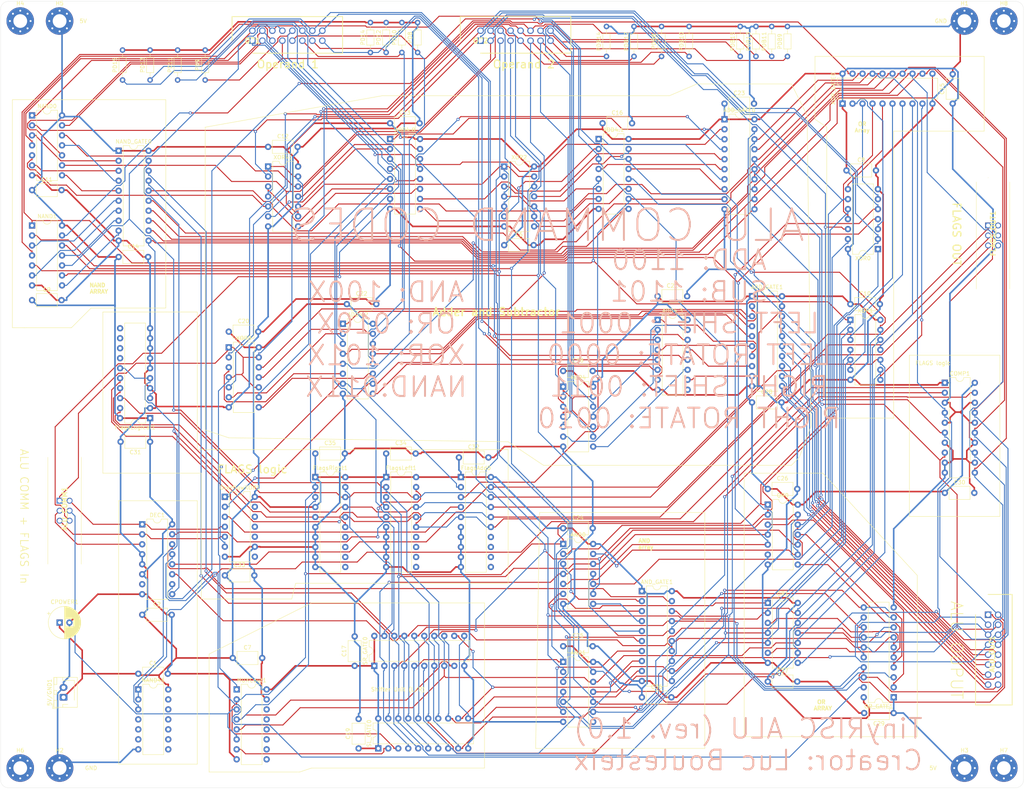
<source format=kicad_pcb>
(kicad_pcb (version 20171130) (host pcbnew "(5.1.10)-1")
  (title_block (title "TinyRISC ALU") (date 2021-10-25) (rev rev1.0))
  (layers (0 F.Cu signal) (31 B.Cu signal) (34 B.Paste user) (35 F.Paste user) (36 B.SilkS user) (37 F.SilkS user) (38 B.Mask user) (39 F.Mask user) (44 Edge.Cuts user))
  (net 0 "")
  (net 1 +5V)
  (net 2 GNDREF)
  (net 3 /S1)
  (net 4 "Net-(ADD4.0-Pad9)")
  (net 5 "Net-(ADD4.0-Pad2)")
  (net 6 /S3)
  (net 7 /A1)
  (net 8 "Net-(ADD4.0-Pad11)")
  (net 9 /S0)
  (net 10 /A3)
  (net 11 SR_COUT)
  (net 12 /S2)
  (net 13 "Net-(ADD4.0-Pad6)")
  (net 14 /A2)
  (net 15 CarryIn)
  (net 16 "Net-(ADD4.0-Pad15)")
  (net 17 /S5)
  (net 18 ADD_COUT)
  (net 19 "Net-(ADD4.1-Pad2)")
  (net 20 ADD_N)
  (net 21 /A5)
  (net 22 "Net-(ADD4.1-Pad11)")
  (net 23 /S4)
  (net 24 SL_COUT)
  (net 25 /A4)
  (net 26 /S6)
  (net 27 "Net-(ADD4.1-Pad6)")
  (net 28 SL_N)
  (net 29 "Net-(ADD4.1-Pad15)")
  (net 30 /S9)
  (net 31 ADD_CX)
  (net 32 "Net-(ADD4.2-Pad2)")
  (net 33 /A9)
  (net 34 "Net-(ADD4.2-Pad11)")
  (net 35 /S8)
  (net 36 /A11)
  (net 37 /A8)
  (net 38 /S10)
  (net 39 "Net-(ADD4.2-Pad6)")
  (net 40 /A10)
  (net 41 "Net-(ADD4.2-Pad15)")
  (net 42 /S13)
  (net 43 "Net-(ADD4.3-Pad9)")
  (net 44 "Net-(ADD4.3-Pad2)")
  (net 45 /S15)
  (net 46 /A13)
  (net 47 "Net-(ADD4.3-Pad11)")
  (net 48 /S12)
  (net 49 /A15)
  (net 50 /A12)
  (net 51 /S14)
  (net 52 "Net-(ADD4.3-Pad6)")
  (net 53 /A14)
  (net 54 "Net-(ADD4.3-Pad15)")
  (net 55 Logical_N)
  (net 56 /O6)
  (net 57 /O5)
  (net 58 /O4)
  (net 59 /O3)
  (net 60 /O2)
  (net 61 /O1)
  (net 62 /O0)
  (net 63 ~ADDER_EN)
  (net 64 /O15)
  (net 65 /O14)
  (net 66 /O13)
  (net 67 /O12)
  (net 68 /O11)
  (net 69 /O10)
  (net 70 /O9)
  (net 71 /O8)
  (net 72 nBit)
  (net 73 /C)
  (net 74 D)
  (net 75 "Net-(AND0-Pad8)")
  (net 76 /B0)
  (net 77 "Net-(AND0-Pad3)")
  (net 78 /B2)
  (net 79 "Net-(AND0-Pad11)")
  (net 80 /B1)
  (net 81 "Net-(AND0-Pad6)")
  (net 82 /B3)
  (net 83 "Net-(AND1-Pad8)")
  (net 84 /B4)
  (net 85 "Net-(AND1-Pad3)")
  (net 86 /B6)
  (net 87 "Net-(AND1-Pad11)")
  (net 88 /B5)
  (net 89 "Net-(AND1-Pad6)")
  (net 90 /B7)
  (net 91 ~AND_EN)
  (net 92 ~Z)
  (net 93 Z)
  (net 94 ~LOG_EN)
  (net 95 ~NAND_EN)
  (net 96 ~OR_EN)
  (net 97 ~XOR_EN)
  (net 98 ~RIGHT_EN)
  (net 99 ~LEFT_EN)
  (net 100 /Ov)
  (net 101 /N)
  (net 102 /Carry)
  (net 103 "Net-(FlagsAdd0-Pad11)")
  (net 104 "Net-(FlagsAdd0-Pad12)")
  (net 105 "Net-(FlagsAdd0-Pad13)")
  (net 106 "Net-(FlagsAdd0-Pad4)")
  (net 107 "Net-(FlagsAdd0-Pad14)")
  (net 108 "Net-(FlagsLeft1-Pad11)")
  (net 109 "Net-(FlagsLeft1-Pad12)")
  (net 110 "Net-(FlagsLeft1-Pad13)")
  (net 111 "Net-(FlagsLeft1-Pad14)")
  (net 112 "Net-(FlagsLogical1-Pad11)")
  (net 113 "Net-(FlagsLogical1-Pad12)")
  (net 114 "Net-(FlagsLogical1-Pad13)")
  (net 115 "Net-(FlagsLogical1-Pad14)")
  (net 116 "Net-(FlagsRight1-Pad11)")
  (net 117 "Net-(FlagsRight1-Pad12)")
  (net 118 SR_N)
  (net 119 "Net-(FlagsRight1-Pad13)")
  (net 120 "Net-(FlagsRight1-Pad14)")
  (net 121 "Net-(MUXCout1-Pad9)")
  (net 122 "Net-(MUXCout1-Pad10)")
  (net 123 "Net-(MUXCout1-Pad11)")
  (net 124 "Net-(MUXCout1-Pad12)")
  (net 125 "Net-(MUXCout1-Pad13)")
  (net 126 "Net-(MUXCout1-Pad14)")
  (net 127 /SL0)
  (net 128 "Net-(NAND0-Pad8)")
  (net 129 "Net-(NAND0-Pad3)")
  (net 130 "Net-(NAND0-Pad11)")
  (net 131 "Net-(NAND0-Pad6)")
  (net 132 "Net-(NAND1-Pad8)")
  (net 133 "Net-(NAND1-Pad3)")
  (net 134 "Net-(NAND1-Pad11)")
  (net 135 "Net-(NAND1-Pad6)")
  (net 136 /B15)
  (net 137 /B14)
  (net 138 /B13)
  (net 139 /B12)
  (net 140 /B11)
  (net 141 /B10)
  (net 142 /B9)
  (net 143 /B8)
  (net 144 "Net-(OR0-Pad8)")
  (net 145 "Net-(OR0-Pad3)")
  (net 146 "Net-(OR0-Pad11)")
  (net 147 "Net-(OR0-Pad6)")
  (net 148 "Net-(OR1-Pad8)")
  (net 149 "Net-(OR1-Pad3)")
  (net 150 "Net-(OR1-Pad11)")
  (net 151 "Net-(OR1-Pad6)")
  (net 152 "Net-(XOR0-Pad8)")
  (net 153 "Net-(XOR0-Pad3)")
  (net 154 "Net-(XOR0-Pad11)")
  (net 155 "Net-(XOR0-Pad6)")
  (net 156 "Net-(XOR1-Pad8)")
  (net 157 "Net-(XOR1-Pad3)")
  (net 158 "Net-(XOR1-Pad11)")
  (net 159 "Net-(XOR1-Pad6)")
  (net 160 A)
  (net 161 B)
  (net 162 "Net-(OverflowXOR1-Pad8)")
  (net 163 "Net-(OverflowXOR1-Pad10)")
  (net 164 "Net-(OverflowXOR1-Pad11)")
  (net 165 "Net-(OverflowXOR1-Pad12)")
  (net 166 "Net-(OverflowXOR1-Pad13)")
  (net 167 "Net-(DEC1-Pad7)")
  (net 168 "Net-(NAND41-Pad13)")
  (net 169 "Net-(NAND41-Pad6)")
  (net 170 "Net-(NAND41-Pad12)")
  (net 171 "Net-(NAND41-Pad5)")
  (net 172 "Net-(NAND41-Pad11)")
  (net 173 "Net-(NAND41-Pad4)")
  (net 174 "Net-(NAND41-Pad10)")
  (net 175 "Net-(NAND41-Pad9)")
  (net 176 "Net-(NAND41-Pad8)")
  (net 177 "Net-(ADD4.2-Pad9)")
  (module Connector_JST:JST_XH_B2B-XH-AM_1x02_P2.50mm_Vertical (layer F.Cu) (at 96 207 90)
    (fp_text reference 5V/GND1 (at 1.25 -3.55 90) (layer F.SilkS))
    (fp_text value Conn_01x02_Male)
    (pad 1 thru_hole roundrect (at 0 0 90) (size 1.7 2) (drill 1) (layers *.Cu *.Mask) (roundrect_rratio 0.1470588235294118) (net 1 +5V))
    (pad 2 thru_hole oval (at 2.5 0 90) (size 1.7 2) (drill 1) (layers *.Cu *.Mask) (net 2 GNDREF))
    (pad "" np_thru_hole circle (at -1.6 2 90) (size 1.2 1.2) (drill 1.2) (layers *.Cu *.Mask))
  )
  (module Package_DIP:DIP-16_W7.62mm (layer F.Cu) (at 247 111)
    (fp_text reference ADD4.3 (at 3.81 -2.33) (layer F.SilkS))
    (fp_text value 74F283)
    (pad 1 thru_hole rect (at 0 0) (size 1.6 1.6) (drill 0.8) (layers *.Cu *.Mask) (net 42 /S13))
    (pad 9 thru_hole oval (at 7.62 17.78) (size 1.6 1.6) (drill 0.8) (layers *.Cu *.Mask) (net 43 "Net-(ADD4.3-Pad9)"))
    (pad 2 thru_hole oval (at 0 2.54) (size 1.6 1.6) (drill 0.8) (layers *.Cu *.Mask) (net 44 "Net-(ADD4.3-Pad2)"))
    (pad 10 thru_hole oval (at 7.62 15.24) (size 1.6 1.6) (drill 0.8) (layers *.Cu *.Mask) (net 45 /S15))
    (pad 3 thru_hole oval (at 0 5.08) (size 1.6 1.6) (drill 0.8) (layers *.Cu *.Mask) (net 46 /A13))
    (pad 11 thru_hole oval (at 7.62 12.7) (size 1.6 1.6) (drill 0.8) (layers *.Cu *.Mask) (net 47 "Net-(ADD4.3-Pad11)"))
    (pad 4 thru_hole oval (at 0 7.62) (size 1.6 1.6) (drill 0.8) (layers *.Cu *.Mask) (net 48 /S12))
    (pad 12 thru_hole oval (at 7.62 10.16) (size 1.6 1.6) (drill 0.8) (layers *.Cu *.Mask) (net 49 /A15))
    (pad 5 thru_hole oval (at 0 10.16) (size 1.6 1.6) (drill 0.8) (layers *.Cu *.Mask) (net 50 /A12))
    (pad 13 thru_hole oval (at 7.62 7.62) (size 1.6 1.6) (drill 0.8) (layers *.Cu *.Mask) (net 51 /S14))
    (pad 6 thru_hole oval (at 0 12.7) (size 1.6 1.6) (drill 0.8) (layers *.Cu *.Mask) (net 52 "Net-(ADD4.3-Pad6)"))
    (pad 14 thru_hole oval (at 7.62 5.08) (size 1.6 1.6) (drill 0.8) (layers *.Cu *.Mask) (net 53 /A14))
    (pad 7 thru_hole oval (at 0 15.24) (size 1.6 1.6) (drill 0.8) (layers *.Cu *.Mask) (net 177 "Net-(ADD4.2-Pad9)"))
    (pad 15 thru_hole oval (at 7.62 2.54) (size 1.6 1.6) (drill 0.8) (layers *.Cu *.Mask) (net 54 "Net-(ADD4.3-Pad15)"))
    (pad 8 thru_hole oval (at 0 17.78) (size 1.6 1.6) (drill 0.8) (layers *.Cu *.Mask) (net 2 GNDREF))
    (pad 16 thru_hole oval (at 7.62 0) (size 1.6 1.6) (drill 0.8) (layers *.Cu *.Mask) (net 1 +5V))
  )
  (module Package_DIP:DIP-16_W7.62mm (layer F.Cu) (at 167 112)
    (fp_text reference ADD4.2 (at 3.81 -2.33) (layer F.SilkS))
    (fp_text value 74F283)
    (pad 16 thru_hole oval (at 7.62 0) (size 1.6 1.6) (drill 0.8) (layers *.Cu *.Mask) (net 1 +5V))
    (pad 8 thru_hole oval (at 0 17.78) (size 1.6 1.6) (drill 0.8) (layers *.Cu *.Mask) (net 2 GNDREF))
    (pad 15 thru_hole oval (at 7.62 2.54) (size 1.6 1.6) (drill 0.8) (layers *.Cu *.Mask) (net 41 "Net-(ADD4.2-Pad15)"))
    (pad 7 thru_hole oval (at 0 15.24) (size 1.6 1.6) (drill 0.8) (layers *.Cu *.Mask) (net 18 ADD_COUT))
    (pad 14 thru_hole oval (at 7.62 5.08) (size 1.6 1.6) (drill 0.8) (layers *.Cu *.Mask) (net 40 /A10))
    (pad 6 thru_hole oval (at 0 12.7) (size 1.6 1.6) (drill 0.8) (layers *.Cu *.Mask) (net 39 "Net-(ADD4.2-Pad6)"))
    (pad 13 thru_hole oval (at 7.62 7.62) (size 1.6 1.6) (drill 0.8) (layers *.Cu *.Mask) (net 38 /S10))
    (pad 5 thru_hole oval (at 0 10.16) (size 1.6 1.6) (drill 0.8) (layers *.Cu *.Mask) (net 37 /A8))
    (pad 12 thru_hole oval (at 7.62 10.16) (size 1.6 1.6) (drill 0.8) (layers *.Cu *.Mask) (net 36 /A11))
    (pad 4 thru_hole oval (at 0 7.62) (size 1.6 1.6) (drill 0.8) (layers *.Cu *.Mask) (net 35 /S8))
    (pad 11 thru_hole oval (at 7.62 12.7) (size 1.6 1.6) (drill 0.8) (layers *.Cu *.Mask) (net 34 "Net-(ADD4.2-Pad11)"))
    (pad 3 thru_hole oval (at 0 5.08) (size 1.6 1.6) (drill 0.8) (layers *.Cu *.Mask) (net 33 /A9))
    (pad 10 thru_hole oval (at 7.62 15.24) (size 1.6 1.6) (drill 0.8) (layers *.Cu *.Mask) (net 31 ADD_CX))
    (pad 2 thru_hole oval (at 0 2.54) (size 1.6 1.6) (drill 0.8) (layers *.Cu *.Mask) (net 32 "Net-(ADD4.2-Pad2)"))
    (pad 9 thru_hole oval (at 7.62 17.78) (size 1.6 1.6) (drill 0.8) (layers *.Cu *.Mask) (net 177 "Net-(ADD4.2-Pad9)"))
    (pad 1 thru_hole rect (at 0 0) (size 1.6 1.6) (drill 0.8) (layers *.Cu *.Mask) (net 30 /S9))
  )
  (module Package_DIP:DIP-16_W7.62mm (layer F.Cu) (at 232 65)
    (fp_text reference ADD4.1 (at 3.81 -2.33) (layer F.SilkS))
    (fp_text value 74F283)
    (pad 1 thru_hole rect (at 0 0) (size 1.6 1.6) (drill 0.8) (layers *.Cu *.Mask) (net 17 /S5))
    (pad 9 thru_hole oval (at 7.62 17.78) (size 1.6 1.6) (drill 0.8) (layers *.Cu *.Mask) (net 18 ADD_COUT))
    (pad 2 thru_hole oval (at 0 2.54) (size 1.6 1.6) (drill 0.8) (layers *.Cu *.Mask) (net 19 "Net-(ADD4.1-Pad2)"))
    (pad 10 thru_hole oval (at 7.62 15.24) (size 1.6 1.6) (drill 0.8) (layers *.Cu *.Mask) (net 20 ADD_N))
    (pad 3 thru_hole oval (at 0 5.08) (size 1.6 1.6) (drill 0.8) (layers *.Cu *.Mask) (net 21 /A5))
    (pad 11 thru_hole oval (at 7.62 12.7) (size 1.6 1.6) (drill 0.8) (layers *.Cu *.Mask) (net 22 "Net-(ADD4.1-Pad11)"))
    (pad 4 thru_hole oval (at 0 7.62) (size 1.6 1.6) (drill 0.8) (layers *.Cu *.Mask) (net 23 /S4))
    (pad 12 thru_hole oval (at 7.62 10.16) (size 1.6 1.6) (drill 0.8) (layers *.Cu *.Mask) (net 24 SL_COUT))
    (pad 5 thru_hole oval (at 0 10.16) (size 1.6 1.6) (drill 0.8) (layers *.Cu *.Mask) (net 25 /A4))
    (pad 13 thru_hole oval (at 7.62 7.62) (size 1.6 1.6) (drill 0.8) (layers *.Cu *.Mask) (net 26 /S6))
    (pad 6 thru_hole oval (at 0 12.7) (size 1.6 1.6) (drill 0.8) (layers *.Cu *.Mask) (net 27 "Net-(ADD4.1-Pad6)"))
    (pad 14 thru_hole oval (at 7.62 5.08) (size 1.6 1.6) (drill 0.8) (layers *.Cu *.Mask) (net 28 SL_N))
    (pad 7 thru_hole oval (at 0 15.24) (size 1.6 1.6) (drill 0.8) (layers *.Cu *.Mask) (net 4 "Net-(ADD4.0-Pad9)"))
    (pad 15 thru_hole oval (at 7.62 2.54) (size 1.6 1.6) (drill 0.8) (layers *.Cu *.Mask) (net 29 "Net-(ADD4.1-Pad15)"))
    (pad 8 thru_hole oval (at 0 17.78) (size 1.6 1.6) (drill 0.8) (layers *.Cu *.Mask) (net 2 GNDREF))
    (pad 16 thru_hole oval (at 7.62 0) (size 1.6 1.6) (drill 0.8) (layers *.Cu *.Mask) (net 1 +5V))
  )
  (module Package_DIP:DIP-16_W7.62mm (layer F.Cu) (at 179 65)
    (fp_text reference ADD4.0 (at 3.81 -2.33) (layer F.SilkS))
    (fp_text value 74F283)
    (pad 16 thru_hole oval (at 7.62 0) (size 1.6 1.6) (drill 0.8) (layers *.Cu *.Mask) (net 1 +5V))
    (pad 8 thru_hole oval (at 0 17.78) (size 1.6 1.6) (drill 0.8) (layers *.Cu *.Mask) (net 2 GNDREF))
    (pad 15 thru_hole oval (at 7.62 2.54) (size 1.6 1.6) (drill 0.8) (layers *.Cu *.Mask) (net 16 "Net-(ADD4.0-Pad15)"))
    (pad 7 thru_hole oval (at 0 15.24) (size 1.6 1.6) (drill 0.8) (layers *.Cu *.Mask) (net 15 CarryIn))
    (pad 14 thru_hole oval (at 7.62 5.08) (size 1.6 1.6) (drill 0.8) (layers *.Cu *.Mask) (net 14 /A2))
    (pad 6 thru_hole oval (at 0 12.7) (size 1.6 1.6) (drill 0.8) (layers *.Cu *.Mask) (net 13 "Net-(ADD4.0-Pad6)"))
    (pad 13 thru_hole oval (at 7.62 7.62) (size 1.6 1.6) (drill 0.8) (layers *.Cu *.Mask) (net 12 /S2))
    (pad 5 thru_hole oval (at 0 10.16) (size 1.6 1.6) (drill 0.8) (layers *.Cu *.Mask) (net 11 SR_COUT))
    (pad 12 thru_hole oval (at 7.62 10.16) (size 1.6 1.6) (drill 0.8) (layers *.Cu *.Mask) (net 10 /A3))
    (pad 4 thru_hole oval (at 0 7.62) (size 1.6 1.6) (drill 0.8) (layers *.Cu *.Mask) (net 9 /S0))
    (pad 11 thru_hole oval (at 7.62 12.7) (size 1.6 1.6) (drill 0.8) (layers *.Cu *.Mask) (net 8 "Net-(ADD4.0-Pad11)"))
    (pad 3 thru_hole oval (at 0 5.08) (size 1.6 1.6) (drill 0.8) (layers *.Cu *.Mask) (net 7 /A1))
    (pad 10 thru_hole oval (at 7.62 15.24) (size 1.6 1.6) (drill 0.8) (layers *.Cu *.Mask) (net 6 /S3))
    (pad 2 thru_hole oval (at 0 2.54) (size 1.6 1.6) (drill 0.8) (layers *.Cu *.Mask) (net 5 "Net-(ADD4.0-Pad2)"))
    (pad 9 thru_hole oval (at 7.62 17.78) (size 1.6 1.6) (drill 0.8) (layers *.Cu *.Mask) (net 4 "Net-(ADD4.0-Pad9)"))
    (pad 1 thru_hole rect (at 0 0) (size 1.6 1.6) (drill 0.8) (layers *.Cu *.Mask) (net 3 /S1))
  )
  (module Package_DIP:DIP-20_W7.62mm (layer F.Cu) (at 264 60)
    (fp_text reference ADD_GATE0 (at 3.81 -2.33) (layer F.SilkS))
    (fp_text value 74F245)
    (pad 20 thru_hole oval (at 7.62 0) (size 1.6 1.6) (drill 0.8) (layers *.Cu *.Mask) (net 1 +5V))
    (pad 10 thru_hole oval (at 0 22.86) (size 1.6 1.6) (drill 0.8) (layers *.Cu *.Mask) (net 2 GNDREF))
    (pad 19 thru_hole oval (at 7.62 2.54) (size 1.6 1.6) (drill 0.8) (layers *.Cu *.Mask) (net 63 ~ADDER_EN))
    (pad 9 thru_hole oval (at 0 20.32) (size 1.6 1.6) (drill 0.8) (layers *.Cu *.Mask) (net 20 ADD_N))
    (pad 18 thru_hole oval (at 7.62 5.08) (size 1.6 1.6) (drill 0.8) (layers *.Cu *.Mask) (net 62 /O0))
    (pad 8 thru_hole oval (at 0 17.78) (size 1.6 1.6) (drill 0.8) (layers *.Cu *.Mask) (net 26 /S6))
    (pad 17 thru_hole oval (at 7.62 7.62) (size 1.6 1.6) (drill 0.8) (layers *.Cu *.Mask) (net 61 /O1))
    (pad 7 thru_hole oval (at 0 15.24) (size 1.6 1.6) (drill 0.8) (layers *.Cu *.Mask) (net 17 /S5))
    (pad 16 thru_hole oval (at 7.62 10.16) (size 1.6 1.6) (drill 0.8) (layers *.Cu *.Mask) (net 60 /O2))
    (pad 6 thru_hole oval (at 0 12.7) (size 1.6 1.6) (drill 0.8) (layers *.Cu *.Mask) (net 23 /S4))
    (pad 15 thru_hole oval (at 7.62 12.7) (size 1.6 1.6) (drill 0.8) (layers *.Cu *.Mask) (net 59 /O3))
    (pad 5 thru_hole oval (at 0 10.16) (size 1.6 1.6) (drill 0.8) (layers *.Cu *.Mask) (net 6 /S3))
    (pad 14 thru_hole oval (at 7.62 15.24) (size 1.6 1.6) (drill 0.8) (layers *.Cu *.Mask) (net 58 /O4))
    (pad 4 thru_hole oval (at 0 7.62) (size 1.6 1.6) (drill 0.8) (layers *.Cu *.Mask) (net 12 /S2))
    (pad 13 thru_hole oval (at 7.62 17.78) (size 1.6 1.6) (drill 0.8) (layers *.Cu *.Mask) (net 57 /O5))
    (pad 3 thru_hole oval (at 0 5.08) (size 1.6 1.6) (drill 0.8) (layers *.Cu *.Mask) (net 3 /S1))
    (pad 12 thru_hole oval (at 7.62 20.32) (size 1.6 1.6) (drill 0.8) (layers *.Cu *.Mask) (net 56 /O6))
    (pad 2 thru_hole oval (at 0 2.54) (size 1.6 1.6) (drill 0.8) (layers *.Cu *.Mask) (net 9 /S0))
    (pad 11 thru_hole oval (at 7.62 22.86) (size 1.6 1.6) (drill 0.8) (layers *.Cu *.Mask) (net 55 Logical_N))
    (pad 1 thru_hole rect (at 0 0) (size 1.6 1.6) (drill 0.8) (layers *.Cu *.Mask) (net 1 +5V))
  )
  (module Package_DIP:DIP-20_W7.62mm (layer F.Cu) (at 271 105)
    (fp_text reference ADD_GATE1 (at 3.81 -2.33) (layer F.SilkS))
    (fp_text value 74F245)
    (pad 1 thru_hole rect (at 0 0) (size 1.6 1.6) (drill 0.8) (layers *.Cu *.Mask) (net 1 +5V))
    (pad 11 thru_hole oval (at 7.62 22.86) (size 1.6 1.6) (drill 0.8) (layers *.Cu *.Mask) (net 64 /O15))
    (pad 2 thru_hole oval (at 0 2.54) (size 1.6 1.6) (drill 0.8) (layers *.Cu *.Mask) (net 35 /S8))
    (pad 12 thru_hole oval (at 7.62 20.32) (size 1.6 1.6) (drill 0.8) (layers *.Cu *.Mask) (net 65 /O14))
    (pad 3 thru_hole oval (at 0 5.08) (size 1.6 1.6) (drill 0.8) (layers *.Cu *.Mask) (net 30 /S9))
    (pad 13 thru_hole oval (at 7.62 17.78) (size 1.6 1.6) (drill 0.8) (layers *.Cu *.Mask) (net 66 /O13))
    (pad 4 thru_hole oval (at 0 7.62) (size 1.6 1.6) (drill 0.8) (layers *.Cu *.Mask) (net 38 /S10))
    (pad 14 thru_hole oval (at 7.62 15.24) (size 1.6 1.6) (drill 0.8) (layers *.Cu *.Mask) (net 67 /O12))
    (pad 5 thru_hole oval (at 0 10.16) (size 1.6 1.6) (drill 0.8) (layers *.Cu *.Mask) (net 31 ADD_CX))
    (pad 15 thru_hole oval (at 7.62 12.7) (size 1.6 1.6) (drill 0.8) (layers *.Cu *.Mask) (net 68 /O11))
    (pad 6 thru_hole oval (at 0 12.7) (size 1.6 1.6) (drill 0.8) (layers *.Cu *.Mask) (net 48 /S12))
    (pad 16 thru_hole oval (at 7.62 10.16) (size 1.6 1.6) (drill 0.8) (layers *.Cu *.Mask) (net 69 /O10))
    (pad 7 thru_hole oval (at 0 15.24) (size 1.6 1.6) (drill 0.8) (layers *.Cu *.Mask) (net 42 /S13))
    (pad 17 thru_hole oval (at 7.62 7.62) (size 1.6 1.6) (drill 0.8) (layers *.Cu *.Mask) (net 70 /O9))
    (pad 8 thru_hole oval (at 0 17.78) (size 1.6 1.6) (drill 0.8) (layers *.Cu *.Mask) (net 51 /S14))
    (pad 18 thru_hole oval (at 7.62 5.08) (size 1.6 1.6) (drill 0.8) (layers *.Cu *.Mask) (net 71 /O8))
    (pad 9 thru_hole oval (at 0 20.32) (size 1.6 1.6) (drill 0.8) (layers *.Cu *.Mask) (net 45 /S15))
    (pad 19 thru_hole oval (at 7.62 2.54) (size 1.6 1.6) (drill 0.8) (layers *.Cu *.Mask) (net 63 ~ADDER_EN))
    (pad 10 thru_hole oval (at 0 22.86) (size 1.6 1.6) (drill 0.8) (layers *.Cu *.Mask) (net 2 GNDREF))
    (pad 20 thru_hole oval (at 7.62 0) (size 1.6 1.6) (drill 0.8) (layers *.Cu *.Mask) (net 1 +5V))
  )
  (module "Kicad libraries:6pinIDC" (layer F.Cu) (at 95 157 90)
    (fp_text reference ALU_COMM1 (at -2.045 1.27 90) (layer F.SilkS) (effects (font (size 1.27 1.27) (thickness 0.254))))
    (fp_text value Conn_01x06_Male hide)
    (pad 1 thru_hole rect (at 0 0 90) (size 1.5 1.5) (drill 1) (layers *.Cu *.Mask) (net 74 D))
    (pad 2 thru_hole circle (at -2.54 0 90) (size 1.5 1.5) (drill 1) (layers *.Cu *.Mask) (net 73 /C))
    (pad 3 thru_hole circle (at -5.08 0 90) (size 1.5 1.5) (drill 1) (layers *.Cu *.Mask) (net 161 B))
    (pad 4 thru_hole circle (at 0 2.54 90) (size 1.5 1.5) (drill 1) (layers *.Cu *.Mask) (net 160 A))
    (pad 5 thru_hole circle (at -2.54 2.54 90) (size 1.5 1.5) (drill 1) (layers *.Cu *.Mask) (net 72 nBit))
    (pad 6 thru_hole circle (at -5.08 2.54 90) (size 1.5 1.5) (drill 1) (layers *.Cu *.Mask) (net 15 CarryIn))
    (pad MH1 np_thru_hole circle (at -13.97 1.02 90) (size 2.8 0) (drill 2.8) (layers *.Cu *.Mask))
    (pad MH2 np_thru_hole circle (at 8.89 1.02 90) (size 2.8 0) (drill 2.8) (layers *.Cu *.Mask))
  )
  (module "Kicad libraries:16pinIDC" (layer F.Cu) (at 331 186 270)
    (fp_text reference ALU_OUT1 (at 10 -1 270) (layer F.SilkS) (effects (font (size 1.27 1.27) (thickness 0.254))))
    (fp_text value Conn_01x16_Male hide)
    (pad 1 thru_hole rect (at 0 0 270) (size 1.65 1.65) (drill 1.1) (layers *.Cu *.Mask) (net 62 /O0))
    (pad 2 thru_hole circle (at 0 -2.54 270) (size 1.65 1.65) (drill 1.1) (layers *.Cu *.Mask) (net 61 /O1))
    (pad 3 thru_hole circle (at 2.54 0 270) (size 1.65 1.65) (drill 1.1) (layers *.Cu *.Mask) (net 60 /O2))
    (pad 4 thru_hole circle (at 2.54 -2.54 270) (size 1.65 1.65) (drill 1.1) (layers *.Cu *.Mask) (net 59 /O3))
    (pad 5 thru_hole circle (at 5.08 0 270) (size 1.65 1.65) (drill 1.1) (layers *.Cu *.Mask) (net 58 /O4))
    (pad 6 thru_hole circle (at 5.08 -2.54 270) (size 1.65 1.65) (drill 1.1) (layers *.Cu *.Mask) (net 57 /O5))
    (pad 7 thru_hole circle (at 7.62 0 270) (size 1.65 1.65) (drill 1.1) (layers *.Cu *.Mask) (net 56 /O6))
    (pad 8 thru_hole circle (at 7.62 -2.54 270) (size 1.65 1.65) (drill 1.1) (layers *.Cu *.Mask) (net 55 Logical_N))
    (pad 9 thru_hole circle (at 10.16 0 270) (size 1.65 1.65) (drill 1.1) (layers *.Cu *.Mask) (net 71 /O8))
    (pad 10 thru_hole circle (at 10.16 -2.54 270) (size 1.65 1.65) (drill 1.1) (layers *.Cu *.Mask) (net 70 /O9))
    (pad 11 thru_hole circle (at 12.7 0 270) (size 1.65 1.65) (drill 1.1) (layers *.Cu *.Mask) (net 69 /O10))
    (pad 12 thru_hole circle (at 12.7 -2.54 270) (size 1.65 1.65) (drill 1.1) (layers *.Cu *.Mask) (net 68 /O11))
    (pad 13 thru_hole circle (at 15.24 0 270) (size 1.65 1.65) (drill 1.1) (layers *.Cu *.Mask) (net 67 /O12))
    (pad 14 thru_hole circle (at 15.24 -2.54 270) (size 1.65 1.65) (drill 1.1) (layers *.Cu *.Mask) (net 66 /O13))
    (pad 15 thru_hole circle (at 17.78 0 270) (size 1.65 1.65) (drill 1.1) (layers *.Cu *.Mask) (net 65 /O14))
    (pad 16 thru_hole circle (at 17.78 -2.54 270) (size 1.65 1.65) (drill 1.1) (layers *.Cu *.Mask) (net 64 /O15))
  )
  (module Package_DIP:DIP-14_W7.62mm (layer F.Cu) (at 223 168)
    (fp_text reference AND0 (at 3.81 -2.33) (layer F.SilkS))
    (fp_text value 74F8)
    (pad 1 thru_hole rect (at 0 0) (size 1.6 1.6) (drill 0.8) (layers *.Cu *.Mask) (net 11 SR_COUT))
    (pad 8 thru_hole oval (at 7.62 15.24) (size 1.6 1.6) (drill 0.8) (layers *.Cu *.Mask) (net 75 "Net-(AND0-Pad8)"))
    (pad 2 thru_hole oval (at 0 2.54) (size 1.6 1.6) (drill 0.8) (layers *.Cu *.Mask) (net 76 /B0))
    (pad 9 thru_hole oval (at 7.62 12.7) (size 1.6 1.6) (drill 0.8) (layers *.Cu *.Mask) (net 14 /A2))
    (pad 3 thru_hole oval (at 0 5.08) (size 1.6 1.6) (drill 0.8) (layers *.Cu *.Mask) (net 77 "Net-(AND0-Pad3)"))
    (pad 10 thru_hole oval (at 7.62 10.16) (size 1.6 1.6) (drill 0.8) (layers *.Cu *.Mask) (net 78 /B2))
    (pad 4 thru_hole oval (at 0 7.62) (size 1.6 1.6) (drill 0.8) (layers *.Cu *.Mask) (net 7 /A1))
    (pad 11 thru_hole oval (at 7.62 7.62) (size 1.6 1.6) (drill 0.8) (layers *.Cu *.Mask) (net 79 "Net-(AND0-Pad11)"))
    (pad 5 thru_hole oval (at 0 10.16) (size 1.6 1.6) (drill 0.8) (layers *.Cu *.Mask) (net 80 /B1))
    (pad 12 thru_hole oval (at 7.62 5.08) (size 1.6 1.6) (drill 0.8) (layers *.Cu *.Mask) (net 10 /A3))
    (pad 6 thru_hole oval (at 0 12.7) (size 1.6 1.6) (drill 0.8) (layers *.Cu *.Mask) (net 81 "Net-(AND0-Pad6)"))
    (pad 13 thru_hole oval (at 7.62 2.54) (size 1.6 1.6) (drill 0.8) (layers *.Cu *.Mask) (net 82 /B3))
    (pad 7 thru_hole oval (at 0 15.24) (size 1.6 1.6) (drill 0.8) (layers *.Cu *.Mask) (net 2 GNDREF))
    (pad 14 thru_hole oval (at 7.62 0) (size 1.6 1.6) (drill 0.8) (layers *.Cu *.Mask) (net 1 +5V))
  )
  (module Package_DIP:DIP-14_W7.62mm (layer F.Cu) (at 223 198)
    (fp_text reference AND1 (at 3.81 -2.33) (layer F.SilkS))
    (fp_text value 74F8)
    (pad 14 thru_hole oval (at 7.62 0) (size 1.6 1.6) (drill 0.8) (layers *.Cu *.Mask) (net 1 +5V))
    (pad 7 thru_hole oval (at 0 15.24) (size 1.6 1.6) (drill 0.8) (layers *.Cu *.Mask) (net 2 GNDREF))
    (pad 13 thru_hole oval (at 7.62 2.54) (size 1.6 1.6) (drill 0.8) (layers *.Cu *.Mask) (net 90 /B7))
    (pad 6 thru_hole oval (at 0 12.7) (size 1.6 1.6) (drill 0.8) (layers *.Cu *.Mask) (net 89 "Net-(AND1-Pad6)"))
    (pad 12 thru_hole oval (at 7.62 5.08) (size 1.6 1.6) (drill 0.8) (layers *.Cu *.Mask) (net 24 SL_COUT))
    (pad 5 thru_hole oval (at 0 10.16) (size 1.6 1.6) (drill 0.8) (layers *.Cu *.Mask) (net 88 /B5))
    (pad 11 thru_hole oval (at 7.62 7.62) (size 1.6 1.6) (drill 0.8) (layers *.Cu *.Mask) (net 87 "Net-(AND1-Pad11)"))
    (pad 4 thru_hole oval (at 0 7.62) (size 1.6 1.6) (drill 0.8) (layers *.Cu *.Mask) (net 21 /A5))
    (pad 10 thru_hole oval (at 7.62 10.16) (size 1.6 1.6) (drill 0.8) (layers *.Cu *.Mask) (net 86 /B6))
    (pad 3 thru_hole oval (at 0 5.08) (size 1.6 1.6) (drill 0.8) (layers *.Cu *.Mask) (net 85 "Net-(AND1-Pad3)"))
    (pad 9 thru_hole oval (at 7.62 12.7) (size 1.6 1.6) (drill 0.8) (layers *.Cu *.Mask) (net 28 SL_N))
    (pad 2 thru_hole oval (at 0 2.54) (size 1.6 1.6) (drill 0.8) (layers *.Cu *.Mask) (net 84 /B4))
    (pad 8 thru_hole oval (at 7.62 15.24) (size 1.6 1.6) (drill 0.8) (layers *.Cu *.Mask) (net 83 "Net-(AND1-Pad8)"))
    (pad 1 thru_hole rect (at 0 0) (size 1.6 1.6) (drill 0.8) (layers *.Cu *.Mask) (net 25 /A4))
  )
  (module Package_DIP:DIP-20_W7.62mm (layer F.Cu) (at 243 180)
    (fp_text reference AND_GATE1 (at 3.81 -2.33) (layer F.SilkS))
    (fp_text value 74F245)
    (pad 20 thru_hole oval (at 7.62 0) (size 1.6 1.6) (drill 0.8) (layers *.Cu *.Mask) (net 1 +5V))
    (pad 10 thru_hole oval (at 0 22.86) (size 1.6 1.6) (drill 0.8) (layers *.Cu *.Mask) (net 2 GNDREF))
    (pad 19 thru_hole oval (at 7.62 2.54) (size 1.6 1.6) (drill 0.8) (layers *.Cu *.Mask) (net 91 ~AND_EN))
    (pad 9 thru_hole oval (at 0 20.32) (size 1.6 1.6) (drill 0.8) (layers *.Cu *.Mask) (net 87 "Net-(AND1-Pad11)"))
    (pad 18 thru_hole oval (at 7.62 5.08) (size 1.6 1.6) (drill 0.8) (layers *.Cu *.Mask) (net 62 /O0))
    (pad 8 thru_hole oval (at 0 17.78) (size 1.6 1.6) (drill 0.8) (layers *.Cu *.Mask) (net 83 "Net-(AND1-Pad8)"))
    (pad 17 thru_hole oval (at 7.62 7.62) (size 1.6 1.6) (drill 0.8) (layers *.Cu *.Mask) (net 61 /O1))
    (pad 7 thru_hole oval (at 0 15.24) (size 1.6 1.6) (drill 0.8) (layers *.Cu *.Mask) (net 89 "Net-(AND1-Pad6)"))
    (pad 16 thru_hole oval (at 7.62 10.16) (size 1.6 1.6) (drill 0.8) (layers *.Cu *.Mask) (net 60 /O2))
    (pad 6 thru_hole oval (at 0 12.7) (size 1.6 1.6) (drill 0.8) (layers *.Cu *.Mask) (net 85 "Net-(AND1-Pad3)"))
    (pad 15 thru_hole oval (at 7.62 12.7) (size 1.6 1.6) (drill 0.8) (layers *.Cu *.Mask) (net 59 /O3))
    (pad 5 thru_hole oval (at 0 10.16) (size 1.6 1.6) (drill 0.8) (layers *.Cu *.Mask) (net 79 "Net-(AND0-Pad11)"))
    (pad 14 thru_hole oval (at 7.62 15.24) (size 1.6 1.6) (drill 0.8) (layers *.Cu *.Mask) (net 58 /O4))
    (pad 4 thru_hole oval (at 0 7.62) (size 1.6 1.6) (drill 0.8) (layers *.Cu *.Mask) (net 75 "Net-(AND0-Pad8)"))
    (pad 13 thru_hole oval (at 7.62 17.78) (size 1.6 1.6) (drill 0.8) (layers *.Cu *.Mask) (net 57 /O5))
    (pad 3 thru_hole oval (at 0 5.08) (size 1.6 1.6) (drill 0.8) (layers *.Cu *.Mask) (net 81 "Net-(AND0-Pad6)"))
    (pad 12 thru_hole oval (at 7.62 20.32) (size 1.6 1.6) (drill 0.8) (layers *.Cu *.Mask) (net 56 /O6))
    (pad 2 thru_hole oval (at 0 2.54) (size 1.6 1.6) (drill 0.8) (layers *.Cu *.Mask) (net 77 "Net-(AND0-Pad3)"))
    (pad 11 thru_hole oval (at 7.62 22.86) (size 1.6 1.6) (drill 0.8) (layers *.Cu *.Mask) (net 55 Logical_N))
    (pad 1 thru_hole rect (at 0 0) (size 1.6 1.6) (drill 0.8) (layers *.Cu *.Mask) (net 1 +5V))
  )
  (module Capacitor_THT:C_Axial_L5.1mm_D3.1mm_P7.50mm_Horizontal (layer F.Cu) (at 115 201)
    (fp_text reference C1 (at 3.75 -2.67) (layer F.SilkS))
    (fp_text value 100nF)
    (pad 1 thru_hole circle (at 0 0) (size 1.6 1.6) (drill 0.8) (layers *.Cu *.Mask) (net 1 +5V))
    (pad 2 thru_hole oval (at 7.5 0) (size 1.6 1.6) (drill 0.8) (layers *.Cu *.Mask) (net 2 GNDREF))
  )
  (module Capacitor_THT:C_Axial_L5.1mm_D3.1mm_P7.50mm_Horizontal (layer F.Cu) (at 116 186)
    (fp_text reference C2 (at 3.75 -2.67) (layer F.SilkS))
    (fp_text value 100nF)
    (pad 2 thru_hole oval (at 7.5 0) (size 1.6 1.6) (drill 0.8) (layers *.Cu *.Mask) (net 2 GNDREF))
    (pad 1 thru_hole circle (at 0 0) (size 1.6 1.6) (drill 0.8) (layers *.Cu *.Mask) (net 1 +5V))
  )
  (module Capacitor_THT:C_Axial_L5.1mm_D3.1mm_P7.50mm_Horizontal (layer F.Cu) (at 208 92)
    (fp_text reference C6 (at 3.75 -2.67) (layer F.SilkS))
    (fp_text value 100nF)
    (pad 1 thru_hole circle (at 0 0) (size 1.6 1.6) (drill 0.8) (layers *.Cu *.Mask) (net 1 +5V))
    (pad 2 thru_hole oval (at 7.5 0) (size 1.6 1.6) (drill 0.8) (layers *.Cu *.Mask) (net 2 GNDREF))
  )
  (module Capacitor_THT:C_Axial_L5.1mm_D3.1mm_P7.50mm_Horizontal (layer F.Cu) (at 139 197)
    (fp_text reference C7 (at 3.75 -2.67) (layer F.SilkS))
    (fp_text value 100nF)
    (pad 2 thru_hole oval (at 7.5 0) (size 1.6 1.6) (drill 0.8) (layers *.Cu *.Mask) (net 2 GNDREF))
    (pad 1 thru_hole circle (at 0 0) (size 1.6 1.6) (drill 0.8) (layers *.Cu *.Mask) (net 1 +5V))
  )
  (module Capacitor_THT:C_Axial_L5.1mm_D3.1mm_P7.50mm_Horizontal (layer F.Cu) (at 295 73)
    (fp_text reference C8 (at 3.75 -2.67) (layer F.SilkS))
    (fp_text value 100nF)
    (pad 1 thru_hole circle (at 0 0) (size 1.6 1.6) (drill 0.8) (layers *.Cu *.Mask) (net 1 +5V))
    (pad 2 thru_hole oval (at 7.5 0) (size 1.6 1.6) (drill 0.8) (layers *.Cu *.Mask) (net 2 GNDREF))
  )
  (module Capacitor_THT:C_Axial_L5.1mm_D3.1mm_P7.50mm_Horizontal (layer F.Cu) (at 88 106)
    (fp_text reference C9 (at 3.75 -2.67) (layer F.SilkS))
    (fp_text value 100nF)
    (pad 1 thru_hole circle (at 0 0) (size 1.6 1.6) (drill 0.8) (layers *.Cu *.Mask) (net 1 +5V))
    (pad 2 thru_hole oval (at 7.5 0) (size 1.6 1.6) (drill 0.8) (layers *.Cu *.Mask) (net 2 GNDREF))
  )
  (module Capacitor_THT:C_Axial_L5.1mm_D3.1mm_P7.50mm_Horizontal (layer F.Cu) (at 296 107)
    (fp_text reference C10 (at 3.75 -2.67) (layer F.SilkS))
    (fp_text value 100nF)
    (pad 2 thru_hole oval (at 7.5 0) (size 1.6 1.6) (drill 0.8) (layers *.Cu *.Mask) (net 2 GNDREF))
    (pad 1 thru_hole circle (at 0 0) (size 1.6 1.6) (drill 0.8) (layers *.Cu *.Mask) (net 1 +5V))
  )
  (module Capacitor_THT:C_Axial_L5.1mm_D3.1mm_P7.50mm_Horizontal (layer F.Cu) (at 88 78)
    (fp_text reference C11 (at 3.75 -2.67) (layer F.SilkS))
    (fp_text value 100nF)
    (pad 2 thru_hole oval (at 7.5 0) (size 1.6 1.6) (drill 0.8) (layers *.Cu *.Mask) (net 2 GNDREF))
    (pad 1 thru_hole circle (at 0 0) (size 1.6 1.6) (drill 0.8) (layers *.Cu *.Mask) (net 1 +5V))
  )
  (module Capacitor_THT:C_Axial_L5.1mm_D3.1mm_P7.50mm_Horizontal (layer F.Cu) (at 148 67)
    (fp_text reference C12 (at 3.75 -2.67) (layer F.SilkS))
    (fp_text value 100nF)
    (pad 1 thru_hole circle (at 0 0) (size 1.6 1.6) (drill 0.8) (layers *.Cu *.Mask) (net 1 +5V))
    (pad 2 thru_hole oval (at 7.5 0) (size 1.6 1.6) (drill 0.8) (layers *.Cu *.Mask) (net 2 GNDREF))
  )
  (module Capacitor_THT:C_Axial_L5.1mm_D3.1mm_P7.50mm_Horizontal (layer F.Cu) (at 179 61)
    (fp_text reference C13 (at 3.75 -2.67) (layer F.SilkS))
    (fp_text value 100nF)
    (pad 1 thru_hole circle (at 0 0) (size 1.6 1.6) (drill 0.8) (layers *.Cu *.Mask) (net 1 +5V))
    (pad 2 thru_hole oval (at 7.5 0) (size 1.6 1.6) (drill 0.8) (layers *.Cu *.Mask) (net 2 GNDREF))
  )
  (module Capacitor_THT:C_Axial_L5.1mm_D3.1mm_P7.50mm_Horizontal (layer F.Cu) (at 110 95)
    (fp_text reference C14 (at 3.75 -2.67) (layer F.SilkS))
    (fp_text value 100nF)
    (pad 1 thru_hole circle (at 0 0) (size 1.6 1.6) (drill 0.8) (layers *.Cu *.Mask) (net 1 +5V))
    (pad 2 thru_hole oval (at 7.5 0) (size 1.6 1.6) (drill 0.8) (layers *.Cu *.Mask) (net 2 GNDREF))
  )
  (module Capacitor_THT:C_Axial_L5.1mm_D3.1mm_P7.50mm_Horizontal (layer F.Cu) (at 322 56 90)
    (fp_text reference C15 (at 3.75 -2.67 90) (layer F.SilkS))
    (fp_text value 100nF)
    (pad 2 thru_hole oval (at 7.5 0 90) (size 1.6 1.6) (drill 0.8) (layers *.Cu *.Mask) (net 2 GNDREF))
    (pad 1 thru_hole circle (at 0 0 90) (size 1.6 1.6) (drill 0.8) (layers *.Cu *.Mask) (net 1 +5V))
  )
  (module Capacitor_THT:C_Axial_L5.1mm_D3.1mm_P7.50mm_Horizontal (layer F.Cu) (at 233 61)
    (fp_text reference C16 (at 3.75 -2.67) (layer F.SilkS))
    (fp_text value 100nF)
    (pad 2 thru_hole oval (at 7.5 0) (size 1.6 1.6) (drill 0.8) (layers *.Cu *.Mask) (net 2 GNDREF))
    (pad 1 thru_hole circle (at 0 0) (size 1.6 1.6) (drill 0.8) (layers *.Cu *.Mask) (net 1 +5V))
  )
  (module Capacitor_THT:C_Axial_L5.1mm_D3.1mm_P7.50mm_Horizontal (layer F.Cu) (at 170 199 90)
    (fp_text reference C17 (at 3.75 -2.67 90) (layer F.SilkS))
    (fp_text value 100nF)
    (pad 1 thru_hole circle (at 0 0 90) (size 1.6 1.6) (drill 0.8) (layers *.Cu *.Mask) (net 1 +5V))
    (pad 2 thru_hole oval (at 7.5 0 90) (size 1.6 1.6) (drill 0.8) (layers *.Cu *.Mask) (net 2 GNDREF))
  )
  (module Capacitor_THT:C_Axial_L5.1mm_D3.1mm_P7.50mm_Horizontal (layer F.Cu) (at 223 124)
    (fp_text reference C18 (at 3.75 -2.67) (layer F.SilkS))
    (fp_text value 100nF)
    (pad 2 thru_hole oval (at 7.5 0) (size 1.6 1.6) (drill 0.8) (layers *.Cu *.Mask) (net 2 GNDREF))
    (pad 1 thru_hole circle (at 0 0) (size 1.6 1.6) (drill 0.8) (layers *.Cu *.Mask) (net 1 +5V))
  )
  (module Capacitor_THT:C_Axial_L5.1mm_D3.1mm_P7.50mm_Horizontal (layer F.Cu) (at 171 220 90)
    (fp_text reference C19 (at 3.75 -2.67 90) (layer F.SilkS))
    (fp_text value 100nF)
    (pad 1 thru_hole circle (at 0 0 90) (size 1.6 1.6) (drill 0.8) (layers *.Cu *.Mask) (net 1 +5V))
    (pad 2 thru_hole oval (at 7.5 0 90) (size 1.6 1.6) (drill 0.8) (layers *.Cu *.Mask) (net 2 GNDREF))
  )
  (module Capacitor_THT:C_Axial_L5.1mm_D3.1mm_P7.50mm_Horizontal (layer F.Cu) (at 138 114)
    (fp_text reference C20 (at 3.75 -2.67) (layer F.SilkS))
    (fp_text value 100nF)
    (pad 2 thru_hole oval (at 7.5 0) (size 1.6 1.6) (drill 0.8) (layers *.Cu *.Mask) (net 2 GNDREF))
    (pad 1 thru_hole circle (at 0 0) (size 1.6 1.6) (drill 0.8) (layers *.Cu *.Mask) (net 1 +5V))
  )
  (module Capacitor_THT:C_Axial_L5.1mm_D3.1mm_P7.50mm_Horizontal (layer F.Cu) (at 247 105)
    (fp_text reference C21 (at 3.75 -2.67) (layer F.SilkS))
    (fp_text value 100nF)
    (pad 1 thru_hole circle (at 0 0) (size 1.6 1.6) (drill 0.8) (layers *.Cu *.Mask) (net 1 +5V))
    (pad 2 thru_hole oval (at 7.5 0) (size 1.6 1.6) (drill 0.8) (layers *.Cu *.Mask) (net 2 GNDREF))
  )
  (module Capacitor_THT:C_Axial_L5.1mm_D3.1mm_P7.50mm_Horizontal (layer F.Cu) (at 168 107)
    (fp_text reference C22 (at 3.75 -2.67) (layer F.SilkS))
    (fp_text value 100nF)
    (pad 2 thru_hole oval (at 7.5 0) (size 1.6 1.6) (drill 0.8) (layers *.Cu *.Mask) (net 2 GNDREF))
    (pad 1 thru_hole circle (at 0 0) (size 1.6 1.6) (drill 0.8) (layers *.Cu *.Mask) (net 1 +5V))
  )
  (module Capacitor_THT:C_Axial_L5.1mm_D3.1mm_P7.50mm_Horizontal (layer F.Cu) (at 264 56)
    (fp_text reference C23 (at 3.75 -2.67) (layer F.SilkS))
    (fp_text value 100nF)
    (pad 2 thru_hole oval (at 7.5 0) (size 1.6 1.6) (drill 0.8) (layers *.Cu *.Mask) (net 2 GNDREF))
    (pad 1 thru_hole circle (at 0 0) (size 1.6 1.6) (drill 0.8) (layers *.Cu *.Mask) (net 1 +5V))
  )
  (module Capacitor_THT:C_Axial_L5.1mm_D3.1mm_P7.50mm_Horizontal (layer F.Cu) (at 223 164)
    (fp_text reference C24 (at 3.75 -2.67) (layer F.SilkS))
    (fp_text value 100nF)
    (pad 1 thru_hole circle (at 0 0) (size 1.6 1.6) (drill 0.8) (layers *.Cu *.Mask) (net 1 +5V))
    (pad 2 thru_hole oval (at 7.5 0) (size 1.6 1.6) (drill 0.8) (layers *.Cu *.Mask) (net 2 GNDREF))
  )
  (module Capacitor_THT:C_Axial_L5.1mm_D3.1mm_P7.50mm_Horizontal (layer F.Cu) (at 223 194)
    (fp_text reference C25 (at 3.75 -2.67) (layer F.SilkS))
    (fp_text value 100nF)
    (pad 2 thru_hole oval (at 7.5 0) (size 1.6 1.6) (drill 0.8) (layers *.Cu *.Mask) (net 2 GNDREF))
    (pad 1 thru_hole circle (at 0 0) (size 1.6 1.6) (drill 0.8) (layers *.Cu *.Mask) (net 1 +5V))
  )
  (module Capacitor_THT:C_Axial_L5.1mm_D3.1mm_P7.50mm_Horizontal (layer F.Cu) (at 275 154)
    (fp_text reference C26 (at 3.75 -2.67) (layer F.SilkS))
    (fp_text value 100nF)
    (pad 2 thru_hole oval (at 7.5 0) (size 1.6 1.6) (drill 0.8) (layers *.Cu *.Mask) (net 2 GNDREF))
    (pad 1 thru_hole circle (at 0 0) (size 1.6 1.6) (drill 0.8) (layers *.Cu *.Mask) (net 1 +5V))
  )
  (module Capacitor_THT:C_Axial_L5.1mm_D3.1mm_P7.50mm_Horizontal (layer F.Cu) (at 275 203)
    (fp_text reference C27 (at 3.75 -2.67) (layer F.SilkS))
    (fp_text value 100nF)
    (pad 2 thru_hole oval (at 7.5 0) (size 1.6 1.6) (drill 0.8) (layers *.Cu *.Mask) (net 2 GNDREF))
    (pad 1 thru_hole circle (at 0 0) (size 1.6 1.6) (drill 0.8) (layers *.Cu *.Mask) (net 1 +5V))
  )
  (module Capacitor_THT:C_Axial_L5.1mm_D3.1mm_P7.50mm_Horizontal (layer F.Cu) (at 271 132)
    (fp_text reference C28 (at 3.75 -2.67) (layer F.SilkS))
    (fp_text value 100nF)
    (pad 1 thru_hole circle (at 0 0) (size 1.6 1.6) (drill 0.8) (layers *.Cu *.Mask) (net 1 +5V))
    (pad 2 thru_hole oval (at 7.5 0) (size 1.6 1.6) (drill 0.8) (layers *.Cu *.Mask) (net 2 GNDREF))
  )
  (module Capacitor_THT:C_Axial_L5.1mm_D3.1mm_P7.50mm_Horizontal (layer F.Cu) (at 307 211 180)
    (fp_text reference C29 (at 3.75 -2.67) (layer F.SilkS))
    (fp_text value 100nF)
    (pad 1 thru_hole circle (at 0 0 180) (size 1.6 1.6) (drill 0.8) (layers *.Cu *.Mask) (net 1 +5V))
    (pad 2 thru_hole oval (at 7.5 0 180) (size 1.6 1.6) (drill 0.8) (layers *.Cu *.Mask) (net 2 GNDREF))
  )
  (module Capacitor_THT:C_Axial_L5.1mm_D3.1mm_P7.50mm_Horizontal (layer F.Cu) (at 320 155)
    (fp_text reference C30 (at 3.75 -2.67) (layer F.SilkS))
    (fp_text value 100nF)
    (pad 1 thru_hole circle (at 0 0) (size 1.6 1.6) (drill 0.8) (layers *.Cu *.Mask) (net 1 +5V))
    (pad 2 thru_hole oval (at 7.5 0) (size 1.6 1.6) (drill 0.8) (layers *.Cu *.Mask) (net 2 GNDREF))
  )
  (module Capacitor_THT:C_Axial_L5.1mm_D3.1mm_P7.50mm_Horizontal (layer F.Cu) (at 118 142 180)
    (fp_text reference C31 (at 3.75 -2.67) (layer F.SilkS))
    (fp_text value 100nF)
    (pad 1 thru_hole circle (at 0 0 180) (size 1.6 1.6) (drill 0.8) (layers *.Cu *.Mask) (net 1 +5V))
    (pad 2 thru_hole oval (at 7.5 0 180) (size 1.6 1.6) (drill 0.8) (layers *.Cu *.Mask) (net 2 GNDREF))
  )
  (module Capacitor_THT:C_Axial_L5.1mm_D3.1mm_P7.50mm_Horizontal (layer F.Cu) (at 196.5 146)
    (fp_text reference C32 (at 3.75 -2.67) (layer F.SilkS))
    (fp_text value 100nF)
    (pad 2 thru_hole oval (at 7.5 0) (size 1.6 1.6) (drill 0.8) (layers *.Cu *.Mask) (net 2 GNDREF))
    (pad 1 thru_hole circle (at 0 0) (size 1.6 1.6) (drill 0.8) (layers *.Cu *.Mask) (net 1 +5V))
  )
  (module Capacitor_THT:C_Axial_L5.1mm_D3.1mm_P7.50mm_Horizontal (layer F.Cu) (at 137 176)
    (fp_text reference C33 (at 3.75 -2.67) (layer F.SilkS))
    (fp_text value 100nF)
    (pad 1 thru_hole circle (at 0 0) (size 1.6 1.6) (drill 0.8) (layers *.Cu *.Mask) (net 1 +5V))
    (pad 2 thru_hole oval (at 7.5 0) (size 1.6 1.6) (drill 0.8) (layers *.Cu *.Mask) (net 2 GNDREF))
  )
  (module Capacitor_THT:C_Axial_L5.1mm_D3.1mm_P7.50mm_Horizontal (layer F.Cu) (at 178 145)
    (fp_text reference C34 (at 3.75 -2.67) (layer F.SilkS))
    (fp_text value 100nF)
    (pad 1 thru_hole circle (at 0 0) (size 1.6 1.6) (drill 0.8) (layers *.Cu *.Mask) (net 1 +5V))
    (pad 2 thru_hole oval (at 7.5 0) (size 1.6 1.6) (drill 0.8) (layers *.Cu *.Mask) (net 2 GNDREF))
  )
  (module Capacitor_THT:C_Axial_L5.1mm_D3.1mm_P7.50mm_Horizontal (layer F.Cu) (at 160 145)
    (fp_text reference C35 (at 3.75 -2.67) (layer F.SilkS))
    (fp_text value 100nF)
    (pad 2 thru_hole oval (at 7.5 0) (size 1.6 1.6) (drill 0.8) (layers *.Cu *.Mask) (net 2 GNDREF))
    (pad 1 thru_hole circle (at 0 0) (size 1.6 1.6) (drill 0.8) (layers *.Cu *.Mask) (net 1 +5V))
  )
  (module Capacitor_THT:C_Axial_L5.1mm_D3.1mm_P7.50mm_Horizontal (layer F.Cu) (at 243 207)
    (fp_text reference C36 (at 3.75 -2.67) (layer F.SilkS))
    (fp_text value 100nF)
    (pad 2 thru_hole oval (at 7.5 0) (size 1.6 1.6) (drill 0.8) (layers *.Cu *.Mask) (net 2 GNDREF))
    (pad 1 thru_hole circle (at 0 0) (size 1.6 1.6) (drill 0.8) (layers *.Cu *.Mask) (net 1 +5V))
  )
  (module Package_DIP:DIP-20_W7.62mm (layer F.Cu) (at 320 127)
    (fp_text reference COMP1 (at 3.81 -2.33) (layer F.SilkS))
    (fp_text value 74F521)
    (pad 1 thru_hole rect (at 0 0) (size 1.6 1.6) (drill 0.8) (layers *.Cu *.Mask) (net 2 GNDREF))
    (pad 11 thru_hole oval (at 7.62 22.86) (size 1.6 1.6) (drill 0.8) (layers *.Cu *.Mask) (net 58 /O4))
    (pad 2 thru_hole oval (at 0 2.54) (size 1.6 1.6) (drill 0.8) (layers *.Cu *.Mask) (net 62 /O0))
    (pad 12 thru_hole oval (at 7.62 20.32) (size 1.6 1.6) (drill 0.8) (layers *.Cu *.Mask) (net 2 GNDREF))
    (pad 3 thru_hole oval (at 0 5.08) (size 1.6 1.6) (drill 0.8) (layers *.Cu *.Mask) (net 2 GNDREF))
    (pad 13 thru_hole oval (at 7.62 17.78) (size 1.6 1.6) (drill 0.8) (layers *.Cu *.Mask) (net 57 /O5))
    (pad 4 thru_hole oval (at 0 7.62) (size 1.6 1.6) (drill 0.8) (layers *.Cu *.Mask) (net 61 /O1))
    (pad 14 thru_hole oval (at 7.62 15.24) (size 1.6 1.6) (drill 0.8) (layers *.Cu *.Mask) (net 2 GNDREF))
    (pad 5 thru_hole oval (at 0 10.16) (size 1.6 1.6) (drill 0.8) (layers *.Cu *.Mask) (net 2 GNDREF))
    (pad 15 thru_hole oval (at 7.62 12.7) (size 1.6 1.6) (drill 0.8) (layers *.Cu *.Mask) (net 56 /O6))
    (pad 6 thru_hole oval (at 0 12.7) (size 1.6 1.6) (drill 0.8) (layers *.Cu *.Mask) (net 60 /O2))
    (pad 16 thru_hole oval (at 7.62 10.16) (size 1.6 1.6) (drill 0.8) (layers *.Cu *.Mask) (net 2 GNDREF))
    (pad 7 thru_hole oval (at 0 15.24) (size 1.6 1.6) (drill 0.8) (layers *.Cu *.Mask) (net 2 GNDREF))
    (pad 17 thru_hole oval (at 7.62 7.62) (size 1.6 1.6) (drill 0.8) (layers *.Cu *.Mask) (net 55 Logical_N))
    (pad 8 thru_hole oval (at 0 17.78) (size 1.6 1.6) (drill 0.8) (layers *.Cu *.Mask) (net 59 /O3))
    (pad 18 thru_hole oval (at 7.62 5.08) (size 1.6 1.6) (drill 0.8) (layers *.Cu *.Mask) (net 2 GNDREF))
    (pad 9 thru_hole oval (at 0 20.32) (size 1.6 1.6) (drill 0.8) (layers *.Cu *.Mask) (net 2 GNDREF))
    (pad 19 thru_hole oval (at 7.62 2.54) (size 1.6 1.6) (drill 0.8) (layers *.Cu *.Mask) (net 92 ~Z))
    (pad 10 thru_hole oval (at 0 22.86) (size 1.6 1.6) (drill 0.8) (layers *.Cu *.Mask) (net 2 GNDREF))
    (pad 20 thru_hole oval (at 7.62 0) (size 1.6 1.6) (drill 0.8) (layers *.Cu *.Mask) (net 1 +5V))
  )
  (module Capacitor_THT:CP_Radial_D8.0mm_P2.50mm (layer F.Cu) (at 95 188)
    (fp_text reference CPOWER1 (at 1.25 -5.25) (layer F.SilkS))
    (fp_text value 10uF)
    (pad 1 thru_hole rect (at 0 0) (size 1.6 1.6) (drill 0.8) (layers *.Cu *.Mask) (net 1 +5V))
    (pad 2 thru_hole circle (at 2.5 0) (size 1.6 1.6) (drill 0.8) (layers *.Cu *.Mask) (net 2 GNDREF))
  )
  (module Package_DIP:DIP-16_W7.62mm (layer F.Cu) (at 116 163)
    (fp_text reference DEC1 (at 3.81 -2.33) (layer F.SilkS))
    (fp_text value 74F138)
    (pad 1 thru_hole rect (at 0 0) (size 1.6 1.6) (drill 0.8) (layers *.Cu *.Mask) (net 160 A))
    (pad 9 thru_hole oval (at 7.62 17.78) (size 1.6 1.6) (drill 0.8) (layers *.Cu *.Mask) (net 95 ~NAND_EN))
    (pad 2 thru_hole oval (at 0 2.54) (size 1.6 1.6) (drill 0.8) (layers *.Cu *.Mask) (net 161 B))
    (pad 10 thru_hole oval (at 7.62 15.24) (size 1.6 1.6) (drill 0.8) (layers *.Cu *.Mask) (net 97 ~XOR_EN))
    (pad 3 thru_hole oval (at 0 5.08) (size 1.6 1.6) (drill 0.8) (layers *.Cu *.Mask) (net 73 /C))
    (pad 11 thru_hole oval (at 7.62 12.7) (size 1.6 1.6) (drill 0.8) (layers *.Cu *.Mask) (net 98 ~RIGHT_EN))
    (pad 4 thru_hole oval (at 0 7.62) (size 1.6 1.6) (drill 0.8) (layers *.Cu *.Mask) (net 2 GNDREF))
    (pad 12 thru_hole oval (at 7.62 10.16) (size 1.6 1.6) (drill 0.8) (layers *.Cu *.Mask) (net 63 ~ADDER_EN))
    (pad 5 thru_hole oval (at 0 10.16) (size 1.6 1.6) (drill 0.8) (layers *.Cu *.Mask) (net 2 GNDREF))
    (pad 13 thru_hole oval (at 7.62 7.62) (size 1.6 1.6) (drill 0.8) (layers *.Cu *.Mask) (net 96 ~OR_EN))
    (pad 6 thru_hole oval (at 0 12.7) (size 1.6 1.6) (drill 0.8) (layers *.Cu *.Mask) (net 1 +5V))
    (pad 14 thru_hole oval (at 7.62 5.08) (size 1.6 1.6) (drill 0.8) (layers *.Cu *.Mask) (net 91 ~AND_EN))
    (pad 7 thru_hole oval (at 0 15.24) (size 1.6 1.6) (drill 0.8) (layers *.Cu *.Mask) (net 167 "Net-(DEC1-Pad7)"))
    (pad 15 thru_hole oval (at 7.62 2.54) (size 1.6 1.6) (drill 0.8) (layers *.Cu *.Mask) (net 99 ~LEFT_EN))
    (pad 8 thru_hole oval (at 0 17.78) (size 1.6 1.6) (drill 0.8) (layers *.Cu *.Mask) (net 2 GNDREF))
    (pad 16 thru_hole oval (at 7.62 0) (size 1.6 1.6) (drill 0.8) (layers *.Cu *.Mask) (net 1 +5V))
  )
  (module "Kicad libraries:6pinIDC" (layer F.Cu) (at 331 87 90)
    (fp_text reference FLAGS_OUT1 (at -2.045 1.27 90) (layer F.SilkS) (effects (font (size 1.27 1.27) (thickness 0.254))))
    (fp_text value Conn_01x06_Male hide)
    (pad MH2 np_thru_hole circle (at 8.89 1.02 90) (size 2.8 0) (drill 2.8) (layers *.Cu *.Mask))
    (pad MH1 np_thru_hole circle (at -13.97 1.02 90) (size 2.8 0) (drill 2.8) (layers *.Cu *.Mask))
    (pad 6 thru_hole circle (at -5.08 2.54 90) (size 1.5 1.5) (drill 1) (layers *.Cu *.Mask) (net 2 GNDREF))
    (pad 5 thru_hole circle (at -2.54 2.54 90) (size 1.5 1.5) (drill 1) (layers *.Cu *.Mask) (net 1 +5V))
    (pad 4 thru_hole circle (at 0 2.54 90) (size 1.5 1.5) (drill 1) (layers *.Cu *.Mask) (net 93 Z))
    (pad 3 thru_hole circle (at -5.08 0 90) (size 1.5 1.5) (drill 1) (layers *.Cu *.Mask) (net 100 /Ov))
    (pad 2 thru_hole circle (at -2.54 0 90) (size 1.5 1.5) (drill 1) (layers *.Cu *.Mask) (net 101 /N))
    (pad 1 thru_hole rect (at 0 0 90) (size 1.5 1.5) (drill 1) (layers *.Cu *.Mask) (net 102 /Carry))
  )
  (module Package_DIP:DIP-20_W7.62mm (layer F.Cu) (at 197 151)
    (fp_text reference FlagsAdd0 (at 3.81 -2.33) (layer F.SilkS))
    (fp_text value 74F245)
    (pad 20 thru_hole oval (at 7.62 0) (size 1.6 1.6) (drill 0.8) (layers *.Cu *.Mask) (net 1 +5V))
    (pad 10 thru_hole oval (at 0 22.86) (size 1.6 1.6) (drill 0.8) (layers *.Cu *.Mask) (net 2 GNDREF))
    (pad 19 thru_hole oval (at 7.62 2.54) (size 1.6 1.6) (drill 0.8) (layers *.Cu *.Mask) (net 63 ~ADDER_EN))
    (pad 9 thru_hole oval (at 0 20.32) (size 1.6 1.6) (drill 0.8) (layers *.Cu *.Mask) (net 2 GNDREF))
    (pad 18 thru_hole oval (at 7.62 5.08) (size 1.6 1.6) (drill 0.8) (layers *.Cu *.Mask) (net 102 /Carry))
    (pad 8 thru_hole oval (at 0 17.78) (size 1.6 1.6) (drill 0.8) (layers *.Cu *.Mask) (net 2 GNDREF))
    (pad 17 thru_hole oval (at 7.62 7.62) (size 1.6 1.6) (drill 0.8) (layers *.Cu *.Mask) (net 101 /N))
    (pad 7 thru_hole oval (at 0 15.24) (size 1.6 1.6) (drill 0.8) (layers *.Cu *.Mask) (net 2 GNDREF))
    (pad 16 thru_hole oval (at 7.62 10.16) (size 1.6 1.6) (drill 0.8) (layers *.Cu *.Mask) (net 100 /Ov))
    (pad 6 thru_hole oval (at 0 12.7) (size 1.6 1.6) (drill 0.8) (layers *.Cu *.Mask) (net 2 GNDREF))
    (pad 15 thru_hole oval (at 7.62 12.7) (size 1.6 1.6) (drill 0.8) (layers *.Cu *.Mask) (net 93 Z))
    (pad 5 thru_hole oval (at 0 10.16) (size 1.6 1.6) (drill 0.8) (layers *.Cu *.Mask) (net 93 Z))
    (pad 14 thru_hole oval (at 7.62 15.24) (size 1.6 1.6) (drill 0.8) (layers *.Cu *.Mask) (net 107 "Net-(FlagsAdd0-Pad14)"))
    (pad 4 thru_hole oval (at 0 7.62) (size 1.6 1.6) (drill 0.8) (layers *.Cu *.Mask) (net 106 "Net-(FlagsAdd0-Pad4)"))
    (pad 13 thru_hole oval (at 7.62 17.78) (size 1.6 1.6) (drill 0.8) (layers *.Cu *.Mask) (net 105 "Net-(FlagsAdd0-Pad13)"))
    (pad 3 thru_hole oval (at 0 5.08) (size 1.6 1.6) (drill 0.8) (layers *.Cu *.Mask) (net 20 ADD_N))
    (pad 12 thru_hole oval (at 7.62 20.32) (size 1.6 1.6) (drill 0.8) (layers *.Cu *.Mask) (net 104 "Net-(FlagsAdd0-Pad12)"))
    (pad 2 thru_hole oval (at 0 2.54) (size 1.6 1.6) (drill 0.8) (layers *.Cu *.Mask) (net 18 ADD_COUT))
    (pad 11 thru_hole oval (at 7.62 22.86) (size 1.6 1.6) (drill 0.8) (layers *.Cu *.Mask) (net 103 "Net-(FlagsAdd0-Pad11)"))
    (pad 1 thru_hole rect (at 0 0) (size 1.6 1.6) (drill 0.8) (layers *.Cu *.Mask) (net 1 +5V))
  )
  (module Package_DIP:DIP-20_W7.62mm (layer F.Cu) (at 178 151)
    (fp_text reference FlagsLeft1 (at 3.81 -2.33) (layer F.SilkS))
    (fp_text value 74F245)
    (pad 1 thru_hole rect (at 0 0) (size 1.6 1.6) (drill 0.8) (layers *.Cu *.Mask) (net 1 +5V))
    (pad 11 thru_hole oval (at 7.62 22.86) (size 1.6 1.6) (drill 0.8) (layers *.Cu *.Mask) (net 108 "Net-(FlagsLeft1-Pad11)"))
    (pad 2 thru_hole oval (at 0 2.54) (size 1.6 1.6) (drill 0.8) (layers *.Cu *.Mask) (net 24 SL_COUT))
    (pad 12 thru_hole oval (at 7.62 20.32) (size 1.6 1.6) (drill 0.8) (layers *.Cu *.Mask) (net 109 "Net-(FlagsLeft1-Pad12)"))
    (pad 3 thru_hole oval (at 0 5.08) (size 1.6 1.6) (drill 0.8) (layers *.Cu *.Mask) (net 28 SL_N))
    (pad 13 thru_hole oval (at 7.62 17.78) (size 1.6 1.6) (drill 0.8) (layers *.Cu *.Mask) (net 110 "Net-(FlagsLeft1-Pad13)"))
    (pad 4 thru_hole oval (at 0 7.62) (size 1.6 1.6) (drill 0.8) (layers *.Cu *.Mask) (net 1 +5V))
    (pad 14 thru_hole oval (at 7.62 15.24) (size 1.6 1.6) (drill 0.8) (layers *.Cu *.Mask) (net 111 "Net-(FlagsLeft1-Pad14)"))
    (pad 5 thru_hole oval (at 0 10.16) (size 1.6 1.6) (drill 0.8) (layers *.Cu *.Mask) (net 93 Z))
    (pad 15 thru_hole oval (at 7.62 12.7) (size 1.6 1.6) (drill 0.8) (layers *.Cu *.Mask) (net 93 Z))
    (pad 6 thru_hole oval (at 0 12.7) (size 1.6 1.6) (drill 0.8) (layers *.Cu *.Mask) (net 2 GNDREF))
    (pad 16 thru_hole oval (at 7.62 10.16) (size 1.6 1.6) (drill 0.8) (layers *.Cu *.Mask) (net 100 /Ov))
    (pad 7 thru_hole oval (at 0 15.24) (size 1.6 1.6) (drill 0.8) (layers *.Cu *.Mask) (net 2 GNDREF))
    (pad 17 thru_hole oval (at 7.62 7.62) (size 1.6 1.6) (drill 0.8) (layers *.Cu *.Mask) (net 101 /N))
    (pad 8 thru_hole oval (at 0 17.78) (size 1.6 1.6) (drill 0.8) (layers *.Cu *.Mask) (net 2 GNDREF))
    (pad 18 thru_hole oval (at 7.62 5.08) (size 1.6 1.6) (drill 0.8) (layers *.Cu *.Mask) (net 102 /Carry))
    (pad 9 thru_hole oval (at 0 20.32) (size 1.6 1.6) (drill 0.8) (layers *.Cu *.Mask) (net 2 GNDREF))
    (pad 19 thru_hole oval (at 7.62 2.54) (size 1.6 1.6) (drill 0.8) (layers *.Cu *.Mask) (net 99 ~LEFT_EN))
    (pad 10 thru_hole oval (at 0 22.86) (size 1.6 1.6) (drill 0.8) (layers *.Cu *.Mask) (net 2 GNDREF))
    (pad 20 thru_hole oval (at 7.62 0) (size 1.6 1.6) (drill 0.8) (layers *.Cu *.Mask) (net 1 +5V))
  )
  (module Package_DIP:DIP-20_W7.62mm (layer F.Cu) (at 118 136 180)
    (fp_text reference FlagsLogical1 (at 3.81 -2.33) (layer F.SilkS))
    (fp_text value 74F245)
    (pad 20 thru_hole oval (at 7.62 0 180) (size 1.6 1.6) (drill 0.8) (layers *.Cu *.Mask) (net 1 +5V))
    (pad 10 thru_hole oval (at 0 22.86 180) (size 1.6 1.6) (drill 0.8) (layers *.Cu *.Mask) (net 2 GNDREF))
    (pad 19 thru_hole oval (at 7.62 2.54 180) (size 1.6 1.6) (drill 0.8) (layers *.Cu *.Mask) (net 94 ~LOG_EN))
    (pad 9 thru_hole oval (at 0 20.32 180) (size 1.6 1.6) (drill 0.8) (layers *.Cu *.Mask) (net 2 GNDREF))
    (pad 18 thru_hole oval (at 7.62 5.08 180) (size 1.6 1.6) (drill 0.8) (layers *.Cu *.Mask) (net 102 /Carry))
    (pad 8 thru_hole oval (at 0 17.78 180) (size 1.6 1.6) (drill 0.8) (layers *.Cu *.Mask) (net 2 GNDREF))
    (pad 17 thru_hole oval (at 7.62 7.62 180) (size 1.6 1.6) (drill 0.8) (layers *.Cu *.Mask) (net 101 /N))
    (pad 7 thru_hole oval (at 0 15.24 180) (size 1.6 1.6) (drill 0.8) (layers *.Cu *.Mask) (net 2 GNDREF))
    (pad 16 thru_hole oval (at 7.62 10.16 180) (size 1.6 1.6) (drill 0.8) (layers *.Cu *.Mask) (net 100 /Ov))
    (pad 6 thru_hole oval (at 0 12.7 180) (size 1.6 1.6) (drill 0.8) (layers *.Cu *.Mask) (net 2 GNDREF))
    (pad 15 thru_hole oval (at 7.62 12.7 180) (size 1.6 1.6) (drill 0.8) (layers *.Cu *.Mask) (net 93 Z))
    (pad 5 thru_hole oval (at 0 10.16 180) (size 1.6 1.6) (drill 0.8) (layers *.Cu *.Mask) (net 93 Z))
    (pad 14 thru_hole oval (at 7.62 15.24 180) (size 1.6 1.6) (drill 0.8) (layers *.Cu *.Mask) (net 115 "Net-(FlagsLogical1-Pad14)"))
    (pad 4 thru_hole oval (at 0 7.62 180) (size 1.6 1.6) (drill 0.8) (layers *.Cu *.Mask) (net 2 GNDREF))
    (pad 13 thru_hole oval (at 7.62 17.78 180) (size 1.6 1.6) (drill 0.8) (layers *.Cu *.Mask) (net 114 "Net-(FlagsLogical1-Pad13)"))
    (pad 3 thru_hole oval (at 0 5.08 180) (size 1.6 1.6) (drill 0.8) (layers *.Cu *.Mask) (net 55 Logical_N))
    (pad 12 thru_hole oval (at 7.62 20.32 180) (size 1.6 1.6) (drill 0.8) (layers *.Cu *.Mask) (net 113 "Net-(FlagsLogical1-Pad12)"))
    (pad 2 thru_hole oval (at 0 2.54 180) (size 1.6 1.6) (drill 0.8) (layers *.Cu *.Mask) (net 2 GNDREF))
    (pad 11 thru_hole oval (at 7.62 22.86 180) (size 1.6 1.6) (drill 0.8) (layers *.Cu *.Mask) (net 112 "Net-(FlagsLogical1-Pad11)"))
    (pad 1 thru_hole rect (at 0 0 180) (size 1.6 1.6) (drill 0.8) (layers *.Cu *.Mask) (net 1 +5V))
  )
  (module Package_DIP:DIP-20_W7.62mm (layer F.Cu) (at 160 151)
    (fp_text reference FlagsRight1 (at 3.81 -2.33) (layer F.SilkS))
    (fp_text value 74F245)
    (pad 20 thru_hole oval (at 7.62 0) (size 1.6 1.6) (drill 0.8) (layers *.Cu *.Mask) (net 1 +5V))
    (pad 10 thru_hole oval (at 0 22.86) (size 1.6 1.6) (drill 0.8) (layers *.Cu *.Mask) (net 2 GNDREF))
    (pad 19 thru_hole oval (at 7.62 2.54) (size 1.6 1.6) (drill 0.8) (layers *.Cu *.Mask) (net 98 ~RIGHT_EN))
    (pad 9 thru_hole oval (at 0 20.32) (size 1.6 1.6) (drill 0.8) (layers *.Cu *.Mask) (net 2 GNDREF))
    (pad 18 thru_hole oval (at 7.62 5.08) (size 1.6 1.6) (drill 0.8) (layers *.Cu *.Mask) (net 102 /Carry))
    (pad 8 thru_hole oval (at 0 17.78) (size 1.6 1.6) (drill 0.8) (layers *.Cu *.Mask) (net 2 GNDREF))
    (pad 17 thru_hole oval (at 7.62 7.62) (size 1.6 1.6) (drill 0.8) (layers *.Cu *.Mask) (net 101 /N))
    (pad 7 thru_hole oval (at 0 15.24) (size 1.6 1.6) (drill 0.8) (layers *.Cu *.Mask) (net 2 GNDREF))
    (pad 16 thru_hole oval (at 7.62 10.16) (size 1.6 1.6) (drill 0.8) (layers *.Cu *.Mask) (net 100 /Ov))
    (pad 6 thru_hole oval (at 0 12.7) (size 1.6 1.6) (drill 0.8) (layers *.Cu *.Mask) (net 2 GNDREF))
    (pad 15 thru_hole oval (at 7.62 12.7) (size 1.6 1.6) (drill 0.8) (layers *.Cu *.Mask) (net 93 Z))
    (pad 5 thru_hole oval (at 0 10.16) (size 1.6 1.6) (drill 0.8) (layers *.Cu *.Mask) (net 93 Z))
    (pad 14 thru_hole oval (at 7.62 15.24) (size 1.6 1.6) (drill 0.8) (layers *.Cu *.Mask) (net 120 "Net-(FlagsRight1-Pad14)"))
    (pad 4 thru_hole oval (at 0 7.62) (size 1.6 1.6) (drill 0.8) (layers *.Cu *.Mask) (net 1 +5V))
    (pad 13 thru_hole oval (at 7.62 17.78) (size 1.6 1.6) (drill 0.8) (layers *.Cu *.Mask) (net 119 "Net-(FlagsRight1-Pad13)"))
    (pad 3 thru_hole oval (at 0 5.08) (size 1.6 1.6) (drill 0.8) (layers *.Cu *.Mask) (net 118 SR_N))
    (pad 12 thru_hole oval (at 7.62 20.32) (size 1.6 1.6) (drill 0.8) (layers *.Cu *.Mask) (net 117 "Net-(FlagsRight1-Pad12)"))
    (pad 2 thru_hole oval (at 0 2.54) (size 1.6 1.6) (drill 0.8) (layers *.Cu *.Mask) (net 11 SR_COUT))
    (pad 11 thru_hole oval (at 7.62 22.86) (size 1.6 1.6) (drill 0.8) (layers *.Cu *.Mask) (net 116 "Net-(FlagsRight1-Pad11)"))
    (pad 1 thru_hole rect (at 0 0) (size 1.6 1.6) (drill 0.8) (layers *.Cu *.Mask) (net 1 +5V))
  )
  (module MountingHole:MountingHole_3.5mm_Pad_Via (layer F.Cu) (at 325 35)
    (fp_text reference H1 (at 0 -4.5) (layer F.SilkS))
    (fp_text value MountingHole_Pad)
    (pad 1 thru_hole circle (at 0 0) (size 7 7) (drill 3.5) (layers *.Cu *.Mask) (net 2 GNDREF))
    (pad 1 thru_hole circle (at 2.625 0) (size 0.8 0.8) (drill 0.5) (layers *.Cu *.Mask) (net 2 GNDREF))
    (pad 1 thru_hole circle (at 1.856155 1.856155) (size 0.8 0.8) (drill 0.5) (layers *.Cu *.Mask) (net 2 GNDREF))
    (pad 1 thru_hole circle (at 0 2.625) (size 0.8 0.8) (drill 0.5) (layers *.Cu *.Mask) (net 2 GNDREF))
    (pad 1 thru_hole circle (at -1.856155 1.856155) (size 0.8 0.8) (drill 0.5) (layers *.Cu *.Mask) (net 2 GNDREF))
    (pad 1 thru_hole circle (at -2.625 0) (size 0.8 0.8) (drill 0.5) (layers *.Cu *.Mask) (net 2 GNDREF))
    (pad 1 thru_hole circle (at -1.856155 -1.856155) (size 0.8 0.8) (drill 0.5) (layers *.Cu *.Mask) (net 2 GNDREF))
    (pad 1 thru_hole circle (at 0 -2.625) (size 0.8 0.8) (drill 0.5) (layers *.Cu *.Mask) (net 2 GNDREF))
    (pad 1 thru_hole circle (at 1.856155 -1.856155) (size 0.8 0.8) (drill 0.5) (layers *.Cu *.Mask) (net 2 GNDREF))
  )
  (module MountingHole:MountingHole_3.5mm_Pad_Via (layer F.Cu) (at 95 225)
    (fp_text reference H2 (at 0 -4.5) (layer F.SilkS))
    (fp_text value MountingHole_Pad)
    (pad 1 thru_hole circle (at 1.856155 -1.856155) (size 0.8 0.8) (drill 0.5) (layers *.Cu *.Mask) (net 2 GNDREF))
    (pad 1 thru_hole circle (at 0 -2.625) (size 0.8 0.8) (drill 0.5) (layers *.Cu *.Mask) (net 2 GNDREF))
    (pad 1 thru_hole circle (at -1.856155 -1.856155) (size 0.8 0.8) (drill 0.5) (layers *.Cu *.Mask) (net 2 GNDREF))
    (pad 1 thru_hole circle (at -2.625 0) (size 0.8 0.8) (drill 0.5) (layers *.Cu *.Mask) (net 2 GNDREF))
    (pad 1 thru_hole circle (at -1.856155 1.856155) (size 0.8 0.8) (drill 0.5) (layers *.Cu *.Mask) (net 2 GNDREF))
    (pad 1 thru_hole circle (at 0 2.625) (size 0.8 0.8) (drill 0.5) (layers *.Cu *.Mask) (net 2 GNDREF))
    (pad 1 thru_hole circle (at 1.856155 1.856155) (size 0.8 0.8) (drill 0.5) (layers *.Cu *.Mask) (net 2 GNDREF))
    (pad 1 thru_hole circle (at 2.625 0) (size 0.8 0.8) (drill 0.5) (layers *.Cu *.Mask) (net 2 GNDREF))
    (pad 1 thru_hole circle (at 0 0) (size 7 7) (drill 3.5) (layers *.Cu *.Mask) (net 2 GNDREF))
  )
  (module MountingHole:MountingHole_3.5mm_Pad_Via (layer F.Cu) (at 325 225)
    (fp_text reference H3 (at 0 -4.5) (layer F.SilkS))
    (fp_text value MountingHole_Pad)
    (pad 1 thru_hole circle (at 0 0) (size 7 7) (drill 3.5) (layers *.Cu *.Mask) (net 1 +5V))
    (pad 1 thru_hole circle (at 2.625 0) (size 0.8 0.8) (drill 0.5) (layers *.Cu *.Mask) (net 1 +5V))
    (pad 1 thru_hole circle (at 1.856155 1.856155) (size 0.8 0.8) (drill 0.5) (layers *.Cu *.Mask) (net 1 +5V))
    (pad 1 thru_hole circle (at 0 2.625) (size 0.8 0.8) (drill 0.5) (layers *.Cu *.Mask) (net 1 +5V))
    (pad 1 thru_hole circle (at -1.856155 1.856155) (size 0.8 0.8) (drill 0.5) (layers *.Cu *.Mask) (net 1 +5V))
    (pad 1 thru_hole circle (at -2.625 0) (size 0.8 0.8) (drill 0.5) (layers *.Cu *.Mask) (net 1 +5V))
    (pad 1 thru_hole circle (at -1.856155 -1.856155) (size 0.8 0.8) (drill 0.5) (layers *.Cu *.Mask) (net 1 +5V))
    (pad 1 thru_hole circle (at 0 -2.625) (size 0.8 0.8) (drill 0.5) (layers *.Cu *.Mask) (net 1 +5V))
    (pad 1 thru_hole circle (at 1.856155 -1.856155) (size 0.8 0.8) (drill 0.5) (layers *.Cu *.Mask) (net 1 +5V))
  )
  (module MountingHole:MountingHole_3.5mm_Pad_Via (layer F.Cu) (at 85 35)
    (fp_text reference H4 (at 0 -4.5) (layer F.SilkS))
    (fp_text value MountingHole)
    (pad 1 thru_hole circle (at 0 0) (size 7 7) (drill 3.5) (layers *.Cu *.Mask))
    (pad 1 thru_hole circle (at 2.625 0) (size 0.8 0.8) (drill 0.5) (layers *.Cu *.Mask))
    (pad 1 thru_hole circle (at 1.856155 1.856155) (size 0.8 0.8) (drill 0.5) (layers *.Cu *.Mask))
    (pad 1 thru_hole circle (at 0 2.625) (size 0.8 0.8) (drill 0.5) (layers *.Cu *.Mask))
    (pad 1 thru_hole circle (at -1.856155 1.856155) (size 0.8 0.8) (drill 0.5) (layers *.Cu *.Mask))
    (pad 1 thru_hole circle (at -2.625 0) (size 0.8 0.8) (drill 0.5) (layers *.Cu *.Mask))
    (pad 1 thru_hole circle (at -1.856155 -1.856155) (size 0.8 0.8) (drill 0.5) (layers *.Cu *.Mask))
    (pad 1 thru_hole circle (at 0 -2.625) (size 0.8 0.8) (drill 0.5) (layers *.Cu *.Mask))
    (pad 1 thru_hole circle (at 1.856155 -1.856155) (size 0.8 0.8) (drill 0.5) (layers *.Cu *.Mask))
  )
  (module MountingHole:MountingHole_3.5mm_Pad_Via (layer F.Cu) (at 95 35)
    (fp_text reference H5 (at 0 -4.5) (layer F.SilkS))
    (fp_text value MountingHole_Pad)
    (pad 1 thru_hole circle (at 1.856155 -1.856155) (size 0.8 0.8) (drill 0.5) (layers *.Cu *.Mask) (net 1 +5V))
    (pad 1 thru_hole circle (at 0 -2.625) (size 0.8 0.8) (drill 0.5) (layers *.Cu *.Mask) (net 1 +5V))
    (pad 1 thru_hole circle (at -1.856155 -1.856155) (size 0.8 0.8) (drill 0.5) (layers *.Cu *.Mask) (net 1 +5V))
    (pad 1 thru_hole circle (at -2.625 0) (size 0.8 0.8) (drill 0.5) (layers *.Cu *.Mask) (net 1 +5V))
    (pad 1 thru_hole circle (at -1.856155 1.856155) (size 0.8 0.8) (drill 0.5) (layers *.Cu *.Mask) (net 1 +5V))
    (pad 1 thru_hole circle (at 0 2.625) (size 0.8 0.8) (drill 0.5) (layers *.Cu *.Mask) (net 1 +5V))
    (pad 1 thru_hole circle (at 1.856155 1.856155) (size 0.8 0.8) (drill 0.5) (layers *.Cu *.Mask) (net 1 +5V))
    (pad 1 thru_hole circle (at 2.625 0) (size 0.8 0.8) (drill 0.5) (layers *.Cu *.Mask) (net 1 +5V))
    (pad 1 thru_hole circle (at 0 0) (size 7 7) (drill 3.5) (layers *.Cu *.Mask) (net 1 +5V))
  )
  (module MountingHole:MountingHole_3.5mm_Pad_Via (layer F.Cu) (at 85 225)
    (fp_text reference H6 (at 0 -4.5) (layer F.SilkS))
    (fp_text value MountingHole)
    (pad 1 thru_hole circle (at 1.856155 -1.856155) (size 0.8 0.8) (drill 0.5) (layers *.Cu *.Mask))
    (pad 1 thru_hole circle (at 0 -2.625) (size 0.8 0.8) (drill 0.5) (layers *.Cu *.Mask))
    (pad 1 thru_hole circle (at -1.856155 -1.856155) (size 0.8 0.8) (drill 0.5) (layers *.Cu *.Mask))
    (pad 1 thru_hole circle (at -2.625 0) (size 0.8 0.8) (drill 0.5) (layers *.Cu *.Mask))
    (pad 1 thru_hole circle (at -1.856155 1.856155) (size 0.8 0.8) (drill 0.5) (layers *.Cu *.Mask))
    (pad 1 thru_hole circle (at 0 2.625) (size 0.8 0.8) (drill 0.5) (layers *.Cu *.Mask))
    (pad 1 thru_hole circle (at 1.856155 1.856155) (size 0.8 0.8) (drill 0.5) (layers *.Cu *.Mask))
    (pad 1 thru_hole circle (at 2.625 0) (size 0.8 0.8) (drill 0.5) (layers *.Cu *.Mask))
    (pad 1 thru_hole circle (at 0 0) (size 7 7) (drill 3.5) (layers *.Cu *.Mask))
  )
  (module MountingHole:MountingHole_3.5mm_Pad_Via (layer F.Cu) (at 335 225)
    (fp_text reference H7 (at 0 -4.5) (layer F.SilkS))
    (fp_text value MountingHole)
    (pad 1 thru_hole circle (at 0 0) (size 7 7) (drill 3.5) (layers *.Cu *.Mask))
    (pad 1 thru_hole circle (at 2.625 0) (size 0.8 0.8) (drill 0.5) (layers *.Cu *.Mask))
    (pad 1 thru_hole circle (at 1.856155 1.856155) (size 0.8 0.8) (drill 0.5) (layers *.Cu *.Mask))
    (pad 1 thru_hole circle (at 0 2.625) (size 0.8 0.8) (drill 0.5) (layers *.Cu *.Mask))
    (pad 1 thru_hole circle (at -1.856155 1.856155) (size 0.8 0.8) (drill 0.5) (layers *.Cu *.Mask))
    (pad 1 thru_hole circle (at -2.625 0) (size 0.8 0.8) (drill 0.5) (layers *.Cu *.Mask))
    (pad 1 thru_hole circle (at -1.856155 -1.856155) (size 0.8 0.8) (drill 0.5) (layers *.Cu *.Mask))
    (pad 1 thru_hole circle (at 0 -2.625) (size 0.8 0.8) (drill 0.5) (layers *.Cu *.Mask))
    (pad 1 thru_hole circle (at 1.856155 -1.856155) (size 0.8 0.8) (drill 0.5) (layers *.Cu *.Mask))
  )
  (module MountingHole:MountingHole_3.5mm_Pad_Via (layer F.Cu) (at 335 35)
    (fp_text reference H8 (at 0 -4.5) (layer F.SilkS))
    (fp_text value MountingHole)
    (pad 1 thru_hole circle (at 1.856155 -1.856155) (size 0.8 0.8) (drill 0.5) (layers *.Cu *.Mask))
    (pad 1 thru_hole circle (at 0 -2.625) (size 0.8 0.8) (drill 0.5) (layers *.Cu *.Mask))
    (pad 1 thru_hole circle (at -1.856155 -1.856155) (size 0.8 0.8) (drill 0.5) (layers *.Cu *.Mask))
    (pad 1 thru_hole circle (at -2.625 0) (size 0.8 0.8) (drill 0.5) (layers *.Cu *.Mask))
    (pad 1 thru_hole circle (at -1.856155 1.856155) (size 0.8 0.8) (drill 0.5) (layers *.Cu *.Mask))
    (pad 1 thru_hole circle (at 0 2.625) (size 0.8 0.8) (drill 0.5) (layers *.Cu *.Mask))
    (pad 1 thru_hole circle (at 1.856155 1.856155) (size 0.8 0.8) (drill 0.5) (layers *.Cu *.Mask))
    (pad 1 thru_hole circle (at 2.625 0) (size 0.8 0.8) (drill 0.5) (layers *.Cu *.Mask))
    (pad 1 thru_hole circle (at 0 0) (size 7 7) (drill 3.5) (layers *.Cu *.Mask))
  )
  (module Package_DIP:DIP-16_W7.62mm (layer F.Cu) (at 140 205)
    (fp_text reference MUXCout1 (at 3.81 -2.33) (layer F.SilkS))
    (fp_text value 74F257)
    (pad 16 thru_hole oval (at 7.62 0) (size 1.6 1.6) (drill 0.8) (layers *.Cu *.Mask) (net 1 +5V))
    (pad 8 thru_hole oval (at 0 17.78) (size 1.6 1.6) (drill 0.8) (layers *.Cu *.Mask) (net 2 GNDREF))
    (pad 15 thru_hole oval (at 7.62 2.54) (size 1.6 1.6) (drill 0.8) (layers *.Cu *.Mask) (net 2 GNDREF))
    (pad 7 thru_hole oval (at 0 15.24) (size 1.6 1.6) (drill 0.8) (layers *.Cu *.Mask) (net 127 /SL0))
    (pad 14 thru_hole oval (at 7.62 5.08) (size 1.6 1.6) (drill 0.8) (layers *.Cu *.Mask) (net 126 "Net-(MUXCout1-Pad14)"))
    (pad 6 thru_hole oval (at 0 12.7) (size 1.6 1.6) (drill 0.8) (layers *.Cu *.Mask) (net 72 nBit))
    (pad 13 thru_hole oval (at 7.62 7.62) (size 1.6 1.6) (drill 0.8) (layers *.Cu *.Mask) (net 125 "Net-(MUXCout1-Pad13)"))
    (pad 5 thru_hole oval (at 0 10.16) (size 1.6 1.6) (drill 0.8) (layers *.Cu *.Mask) (net 24 SL_COUT))
    (pad 12 thru_hole oval (at 7.62 10.16) (size 1.6 1.6) (drill 0.8) (layers *.Cu *.Mask) (net 124 "Net-(MUXCout1-Pad12)"))
    (pad 4 thru_hole oval (at 0 7.62) (size 1.6 1.6) (drill 0.8) (layers *.Cu *.Mask) (net 118 SR_N))
    (pad 11 thru_hole oval (at 7.62 12.7) (size 1.6 1.6) (drill 0.8) (layers *.Cu *.Mask) (net 123 "Net-(MUXCout1-Pad11)"))
    (pad 3 thru_hole oval (at 0 5.08) (size 1.6 1.6) (drill 0.8) (layers *.Cu *.Mask) (net 72 nBit))
    (pad 10 thru_hole oval (at 7.62 15.24) (size 1.6 1.6) (drill 0.8) (layers *.Cu *.Mask) (net 122 "Net-(MUXCout1-Pad10)"))
    (pad 2 thru_hole oval (at 0 2.54) (size 1.6 1.6) (drill 0.8) (layers *.Cu *.Mask) (net 11 SR_COUT))
    (pad 9 thru_hole oval (at 7.62 17.78) (size 1.6 1.6) (drill 0.8) (layers *.Cu *.Mask) (net 121 "Net-(MUXCout1-Pad9)"))
    (pad 1 thru_hole rect (at 0 0) (size 1.6 1.6) (drill 0.8) (layers *.Cu *.Mask) (net 74 D))
  )
  (module Package_DIP:DIP-14_W7.62mm (layer F.Cu) (at 88 59)
    (fp_text reference NAND0 (at 3.81 -2.33) (layer F.SilkS))
    (fp_text value 74F00)
    (pad 14 thru_hole oval (at 7.62 0) (size 1.6 1.6) (drill 0.8) (layers *.Cu *.Mask) (net 1 +5V))
    (pad 7 thru_hole oval (at 0 15.24) (size 1.6 1.6) (drill 0.8) (layers *.Cu *.Mask) (net 2 GNDREF))
    (pad 13 thru_hole oval (at 7.62 2.54) (size 1.6 1.6) (drill 0.8) (layers *.Cu *.Mask) (net 14 /A2))
    (pad 6 thru_hole oval (at 0 12.7) (size 1.6 1.6) (drill 0.8) (layers *.Cu *.Mask) (net 131 "Net-(NAND0-Pad6)"))
    (pad 12 thru_hole oval (at 7.62 5.08) (size 1.6 1.6) (drill 0.8) (layers *.Cu *.Mask) (net 78 /B2))
    (pad 5 thru_hole oval (at 0 10.16) (size 1.6 1.6) (drill 0.8) (layers *.Cu *.Mask) (net 80 /B1))
    (pad 11 thru_hole oval (at 7.62 7.62) (size 1.6 1.6) (drill 0.8) (layers *.Cu *.Mask) (net 130 "Net-(NAND0-Pad11)"))
    (pad 4 thru_hole oval (at 0 7.62) (size 1.6 1.6) (drill 0.8) (layers *.Cu *.Mask) (net 7 /A1))
    (pad 10 thru_hole oval (at 7.62 10.16) (size 1.6 1.6) (drill 0.8) (layers *.Cu *.Mask) (net 10 /A3))
    (pad 3 thru_hole oval (at 0 5.08) (size 1.6 1.6) (drill 0.8) (layers *.Cu *.Mask) (net 129 "Net-(NAND0-Pad3)"))
    (pad 9 thru_hole oval (at 7.62 12.7) (size 1.6 1.6) (drill 0.8) (layers *.Cu *.Mask) (net 82 /B3))
    (pad 2 thru_hole oval (at 0 2.54) (size 1.6 1.6) (drill 0.8) (layers *.Cu *.Mask) (net 76 /B0))
    (pad 8 thru_hole oval (at 7.62 15.24) (size 1.6 1.6) (drill 0.8) (layers *.Cu *.Mask) (net 128 "Net-(NAND0-Pad8)"))
    (pad 1 thru_hole rect (at 0 0) (size 1.6 1.6) (drill 0.8) (layers *.Cu *.Mask) (net 11 SR_COUT))
  )
  (module Package_DIP:DIP-14_W7.62mm (layer F.Cu) (at 88 87)
    (fp_text reference NAND1 (at 3.81 -2.33) (layer F.SilkS))
    (fp_text value 74F00)
    (pad 1 thru_hole rect (at 0 0) (size 1.6 1.6) (drill 0.8) (layers *.Cu *.Mask) (net 25 /A4))
    (pad 8 thru_hole oval (at 7.62 15.24) (size 1.6 1.6) (drill 0.8) (layers *.Cu *.Mask) (net 132 "Net-(NAND1-Pad8)"))
    (pad 2 thru_hole oval (at 0 2.54) (size 1.6 1.6) (drill 0.8) (layers *.Cu *.Mask) (net 84 /B4))
    (pad 9 thru_hole oval (at 7.62 12.7) (size 1.6 1.6) (drill 0.8) (layers *.Cu *.Mask) (net 90 /B7))
    (pad 3 thru_hole oval (at 0 5.08) (size 1.6 1.6) (drill 0.8) (layers *.Cu *.Mask) (net 133 "Net-(NAND1-Pad3)"))
    (pad 10 thru_hole oval (at 7.62 10.16) (size 1.6 1.6) (drill 0.8) (layers *.Cu *.Mask) (net 24 SL_COUT))
    (pad 4 thru_hole oval (at 0 7.62) (size 1.6 1.6) (drill 0.8) (layers *.Cu *.Mask) (net 21 /A5))
    (pad 11 thru_hole oval (at 7.62 7.62) (size 1.6 1.6) (drill 0.8) (layers *.Cu *.Mask) (net 134 "Net-(NAND1-Pad11)"))
    (pad 5 thru_hole oval (at 0 10.16) (size 1.6 1.6) (drill 0.8) (layers *.Cu *.Mask) (net 88 /B5))
    (pad 12 thru_hole oval (at 7.62 5.08) (size 1.6 1.6) (drill 0.8) (layers *.Cu *.Mask) (net 86 /B6))
    (pad 6 thru_hole oval (at 0 12.7) (size 1.6 1.6) (drill 0.8) (layers *.Cu *.Mask) (net 135 "Net-(NAND1-Pad6)"))
    (pad 13 thru_hole oval (at 7.62 2.54) (size 1.6 1.6) (drill 0.8) (layers *.Cu *.Mask) (net 28 SL_N))
    (pad 7 thru_hole oval (at 0 15.24) (size 1.6 1.6) (drill 0.8) (layers *.Cu *.Mask) (net 2 GNDREF))
    (pad 14 thru_hole oval (at 7.62 0) (size 1.6 1.6) (drill 0.8) (layers *.Cu *.Mask) (net 1 +5V))
  )
  (module Package_DIP:DIP-14_W7.62mm (layer F.Cu) (at 115 205)
    (fp_text reference NAND41 (at 3.81 -2.33) (layer F.SilkS))
    (fp_text value 74F00)
    (pad 14 thru_hole oval (at 7.62 0) (size 1.6 1.6) (drill 0.8) (layers *.Cu *.Mask) (net 1 +5V))
    (pad 7 thru_hole oval (at 0 15.24) (size 1.6 1.6) (drill 0.8) (layers *.Cu *.Mask) (net 2 GNDREF))
    (pad 13 thru_hole oval (at 7.62 2.54) (size 1.6 1.6) (drill 0.8) (layers *.Cu *.Mask) (net 168 "Net-(NAND41-Pad13)"))
    (pad 6 thru_hole oval (at 0 12.7) (size 1.6 1.6) (drill 0.8) (layers *.Cu *.Mask) (net 169 "Net-(NAND41-Pad6)"))
    (pad 12 thru_hole oval (at 7.62 5.08) (size 1.6 1.6) (drill 0.8) (layers *.Cu *.Mask) (net 170 "Net-(NAND41-Pad12)"))
    (pad 5 thru_hole oval (at 0 10.16) (size 1.6 1.6) (drill 0.8) (layers *.Cu *.Mask) (net 171 "Net-(NAND41-Pad5)"))
    (pad 11 thru_hole oval (at 7.62 7.62) (size 1.6 1.6) (drill 0.8) (layers *.Cu *.Mask) (net 172 "Net-(NAND41-Pad11)"))
    (pad 4 thru_hole oval (at 0 7.62) (size 1.6 1.6) (drill 0.8) (layers *.Cu *.Mask) (net 173 "Net-(NAND41-Pad4)"))
    (pad 10 thru_hole oval (at 7.62 10.16) (size 1.6 1.6) (drill 0.8) (layers *.Cu *.Mask) (net 174 "Net-(NAND41-Pad10)"))
    (pad 3 thru_hole oval (at 0 5.08) (size 1.6 1.6) (drill 0.8) (layers *.Cu *.Mask) (net 93 Z))
    (pad 9 thru_hole oval (at 7.62 12.7) (size 1.6 1.6) (drill 0.8) (layers *.Cu *.Mask) (net 175 "Net-(NAND41-Pad9)"))
    (pad 2 thru_hole oval (at 0 2.54) (size 1.6 1.6) (drill 0.8) (layers *.Cu *.Mask) (net 92 ~Z))
    (pad 8 thru_hole oval (at 7.62 15.24) (size 1.6 1.6) (drill 0.8) (layers *.Cu *.Mask) (net 176 "Net-(NAND41-Pad8)"))
    (pad 1 thru_hole rect (at 0 0) (size 1.6 1.6) (drill 0.8) (layers *.Cu *.Mask) (net 92 ~Z))
  )
  (module Package_DIP:DIP-20_W7.62mm (layer F.Cu) (at 110 68)
    (fp_text reference NAND_GATE0 (at 3.81 -2.33) (layer F.SilkS))
    (fp_text value 74F245)
    (pad 1 thru_hole rect (at 0 0) (size 1.6 1.6) (drill 0.8) (layers *.Cu *.Mask) (net 1 +5V))
    (pad 11 thru_hole oval (at 7.62 22.86) (size 1.6 1.6) (drill 0.8) (layers *.Cu *.Mask) (net 55 Logical_N))
    (pad 2 thru_hole oval (at 0 2.54) (size 1.6 1.6) (drill 0.8) (layers *.Cu *.Mask) (net 129 "Net-(NAND0-Pad3)"))
    (pad 12 thru_hole oval (at 7.62 20.32) (size 1.6 1.6) (drill 0.8) (layers *.Cu *.Mask) (net 56 /O6))
    (pad 3 thru_hole oval (at 0 5.08) (size 1.6 1.6) (drill 0.8) (layers *.Cu *.Mask) (net 131 "Net-(NAND0-Pad6)"))
    (pad 13 thru_hole oval (at 7.62 17.78) (size 1.6 1.6) (drill 0.8) (layers *.Cu *.Mask) (net 57 /O5))
    (pad 4 thru_hole oval (at 0 7.62) (size 1.6 1.6) (drill 0.8) (layers *.Cu *.Mask) (net 130 "Net-(NAND0-Pad11)"))
    (pad 14 thru_hole oval (at 7.62 15.24) (size 1.6 1.6) (drill 0.8) (layers *.Cu *.Mask) (net 58 /O4))
    (pad 5 thru_hole oval (at 0 10.16) (size 1.6 1.6) (drill 0.8) (layers *.Cu *.Mask) (net 128 "Net-(NAND0-Pad8)"))
    (pad 15 thru_hole oval (at 7.62 12.7) (size 1.6 1.6) (drill 0.8) (layers *.Cu *.Mask) (net 59 /O3))
    (pad 6 thru_hole oval (at 0 12.7) (size 1.6 1.6) (drill 0.8) (layers *.Cu *.Mask) (net 133 "Net-(NAND1-Pad3)"))
    (pad 16 thru_hole oval (at 7.62 10.16) (size 1.6 1.6) (drill 0.8) (layers *.Cu *.Mask) (net 60 /O2))
    (pad 7 thru_hole oval (at 0 15.24) (size 1.6 1.6) (drill 0.8) (layers *.Cu *.Mask) (net 135 "Net-(NAND1-Pad6)"))
    (pad 17 thru_hole oval (at 7.62 7.62) (size 1.6 1.6) (drill 0.8) (layers *.Cu *.Mask) (net 61 /O1))
    (pad 8 thru_hole oval (at 0 17.78) (size 1.6 1.6) (drill 0.8) (layers *.Cu *.Mask) (net 134 "Net-(NAND1-Pad11)"))
    (pad 18 thru_hole oval (at 7.62 5.08) (size 1.6 1.6) (drill 0.8) (layers *.Cu *.Mask) (net 62 /O0))
    (pad 9 thru_hole oval (at 0 20.32) (size 1.6 1.6) (drill 0.8) (layers *.Cu *.Mask) (net 132 "Net-(NAND1-Pad8)"))
    (pad 19 thru_hole oval (at 7.62 2.54) (size 1.6 1.6) (drill 0.8) (layers *.Cu *.Mask) (net 95 ~NAND_EN))
    (pad 10 thru_hole oval (at 0 22.86) (size 1.6 1.6) (drill 0.8) (layers *.Cu *.Mask) (net 2 GNDREF))
    (pad 20 thru_hole oval (at 7.62 0) (size 1.6 1.6) (drill 0.8) (layers *.Cu *.Mask) (net 1 +5V))
  )
  (module "Kicad libraries:16pinIDC" (layer F.Cu) (at 144 40)
    (fp_text reference OP1 (at 0 0) (layer F.SilkS) (effects (font (size 1.27 1.27) (thickness 0.254))))
    (fp_text value Conn_01x16_Male hide)
    (pad 16 thru_hole circle (at 17.78 -2.54) (size 1.65 1.65) (drill 1.1) (layers *.Cu *.Mask) (net 49 /A15))
    (pad 15 thru_hole circle (at 17.78 0) (size 1.65 1.65) (drill 1.1) (layers *.Cu *.Mask) (net 53 /A14))
    (pad 14 thru_hole circle (at 15.24 -2.54) (size 1.65 1.65) (drill 1.1) (layers *.Cu *.Mask) (net 46 /A13))
    (pad 13 thru_hole circle (at 15.24 0) (size 1.65 1.65) (drill 1.1) (layers *.Cu *.Mask) (net 50 /A12))
    (pad 12 thru_hole circle (at 12.7 -2.54) (size 1.65 1.65) (drill 1.1) (layers *.Cu *.Mask) (net 36 /A11))
    (pad 11 thru_hole circle (at 12.7 0) (size 1.65 1.65) (drill 1.1) (layers *.Cu *.Mask) (net 40 /A10))
    (pad 10 thru_hole circle (at 10.16 -2.54) (size 1.65 1.65) (drill 1.1) (layers *.Cu *.Mask) (net 33 /A9))
    (pad 9 thru_hole circle (at 10.16 0) (size 1.65 1.65) (drill 1.1) (layers *.Cu *.Mask) (net 37 /A8))
    (pad 8 thru_hole circle (at 7.62 -2.54) (size 1.65 1.65) (drill 1.1) (layers *.Cu *.Mask) (net 24 SL_COUT))
    (pad 7 thru_hole circle (at 7.62 0) (size 1.65 1.65) (drill 1.1) (layers *.Cu *.Mask) (net 28 SL_N))
    (pad 6 thru_hole circle (at 5.08 -2.54) (size 1.65 1.65) (drill 1.1) (layers *.Cu *.Mask) (net 21 /A5))
    (pad 5 thru_hole circle (at 5.08 0) (size 1.65 1.65) (drill 1.1) (layers *.Cu *.Mask) (net 25 /A4))
    (pad 4 thru_hole circle (at 2.54 -2.54) (size 1.65 1.65) (drill 1.1) (layers *.Cu *.Mask) (net 10 /A3))
    (pad 3 thru_hole circle (at 2.54 0) (size 1.65 1.65) (drill 1.1) (layers *.Cu *.Mask) (net 14 /A2))
    (pad 2 thru_hole circle (at 0 -2.54) (size 1.65 1.65) (drill 1.1) (layers *.Cu *.Mask) (net 7 /A1))
    (pad 1 thru_hole rect (at 0 0) (size 1.65 1.65) (drill 1.1) (layers *.Cu *.Mask) (net 11 SR_COUT))
  )
  (module "Kicad libraries:16pinIDC" (layer F.Cu) (at 202 40)
    (fp_text reference OP2 (at 0 0) (layer F.SilkS) (effects (font (size 1.27 1.27) (thickness 0.254))))
    (fp_text value Conn_01x16_Male hide)
    (pad 1 thru_hole rect (at 0 0) (size 1.65 1.65) (drill 1.1) (layers *.Cu *.Mask) (net 76 /B0))
    (pad 2 thru_hole circle (at 0 -2.54) (size 1.65 1.65) (drill 1.1) (layers *.Cu *.Mask) (net 80 /B1))
    (pad 3 thru_hole circle (at 2.54 0) (size 1.65 1.65) (drill 1.1) (layers *.Cu *.Mask) (net 78 /B2))
    (pad 4 thru_hole circle (at 2.54 -2.54) (size 1.65 1.65) (drill 1.1) (layers *.Cu *.Mask) (net 82 /B3))
    (pad 5 thru_hole circle (at 5.08 0) (size 1.65 1.65) (drill 1.1) (layers *.Cu *.Mask) (net 84 /B4))
    (pad 6 thru_hole circle (at 5.08 -2.54) (size 1.65 1.65) (drill 1.1) (layers *.Cu *.Mask) (net 88 /B5))
    (pad 7 thru_hole circle (at 7.62 0) (size 1.65 1.65) (drill 1.1) (layers *.Cu *.Mask) (net 86 /B6))
    (pad 8 thru_hole circle (at 7.62 -2.54) (size 1.65 1.65) (drill 1.1) (layers *.Cu *.Mask) (net 90 /B7))
    (pad 9 thru_hole circle (at 10.16 0) (size 1.65 1.65) (drill 1.1) (layers *.Cu *.Mask) (net 143 /B8))
    (pad 10 thru_hole circle (at 10.16 -2.54) (size 1.65 1.65) (drill 1.1) (layers *.Cu *.Mask) (net 142 /B9))
    (pad 11 thru_hole circle (at 12.7 0) (size 1.65 1.65) (drill 1.1) (layers *.Cu *.Mask) (net 141 /B10))
    (pad 12 thru_hole circle (at 12.7 -2.54) (size 1.65 1.65) (drill 1.1) (layers *.Cu *.Mask) (net 140 /B11))
    (pad 13 thru_hole circle (at 15.24 0) (size 1.65 1.65) (drill 1.1) (layers *.Cu *.Mask) (net 139 /B12))
    (pad 14 thru_hole circle (at 15.24 -2.54) (size 1.65 1.65) (drill 1.1) (layers *.Cu *.Mask) (net 138 /B13))
    (pad 15 thru_hole circle (at 17.78 0) (size 1.65 1.65) (drill 1.1) (layers *.Cu *.Mask) (net 137 /B14))
    (pad 16 thru_hole circle (at 17.78 -2.54) (size 1.65 1.65) (drill 1.1) (layers *.Cu *.Mask) (net 136 /B15))
  )
  (module Package_DIP:DIP-14_W7.62mm (layer F.Cu) (at 275 158)
    (fp_text reference OR0 (at 3.81 -2.33) (layer F.SilkS))
    (fp_text value 74F32)
    (pad 1 thru_hole rect (at 0 0) (size 1.6 1.6) (drill 0.8) (layers *.Cu *.Mask) (net 11 SR_COUT))
    (pad 8 thru_hole oval (at 7.62 15.24) (size 1.6 1.6) (drill 0.8) (layers *.Cu *.Mask) (net 144 "Net-(OR0-Pad8)"))
    (pad 2 thru_hole oval (at 0 2.54) (size 1.6 1.6) (drill 0.8) (layers *.Cu *.Mask) (net 76 /B0))
    (pad 9 thru_hole oval (at 7.62 12.7) (size 1.6 1.6) (drill 0.8) (layers *.Cu *.Mask) (net 82 /B3))
    (pad 3 thru_hole oval (at 0 5.08) (size 1.6 1.6) (drill 0.8) (layers *.Cu *.Mask) (net 145 "Net-(OR0-Pad3)"))
    (pad 10 thru_hole oval (at 7.62 10.16) (size 1.6 1.6) (drill 0.8) (layers *.Cu *.Mask) (net 10 /A3))
    (pad 4 thru_hole oval (at 0 7.62) (size 1.6 1.6) (drill 0.8) (layers *.Cu *.Mask) (net 7 /A1))
    (pad 11 thru_hole oval (at 7.62 7.62) (size 1.6 1.6) (drill 0.8) (layers *.Cu *.Mask) (net 146 "Net-(OR0-Pad11)"))
    (pad 5 thru_hole oval (at 0 10.16) (size 1.6 1.6) (drill 0.8) (layers *.Cu *.Mask) (net 80 /B1))
    (pad 12 thru_hole oval (at 7.62 5.08) (size 1.6 1.6) (drill 0.8) (layers *.Cu *.Mask) (net 78 /B2))
    (pad 6 thru_hole oval (at 0 12.7) (size 1.6 1.6) (drill 0.8) (layers *.Cu *.Mask) (net 147 "Net-(OR0-Pad6)"))
    (pad 13 thru_hole oval (at 7.62 2.54) (size 1.6 1.6) (drill 0.8) (layers *.Cu *.Mask) (net 14 /A2))
    (pad 7 thru_hole oval (at 0 15.24) (size 1.6 1.6) (drill 0.8) (layers *.Cu *.Mask) (net 2 GNDREF))
    (pad 14 thru_hole oval (at 7.62 0) (size 1.6 1.6) (drill 0.8) (layers *.Cu *.Mask) (net 1 +5V))
  )
  (module Package_DIP:DIP-14_W7.62mm (layer F.Cu) (at 275 183)
    (fp_text reference OR1 (at 3.81 -2.33) (layer F.SilkS))
    (fp_text value 74F32)
    (pad 1 thru_hole rect (at 0 0) (size 1.6 1.6) (drill 0.8) (layers *.Cu *.Mask) (net 25 /A4))
    (pad 8 thru_hole oval (at 7.62 15.24) (size 1.6 1.6) (drill 0.8) (layers *.Cu *.Mask) (net 148 "Net-(OR1-Pad8)"))
    (pad 2 thru_hole oval (at 0 2.54) (size 1.6 1.6) (drill 0.8) (layers *.Cu *.Mask) (net 84 /B4))
    (pad 9 thru_hole oval (at 7.62 12.7) (size 1.6 1.6) (drill 0.8) (layers *.Cu *.Mask) (net 90 /B7))
    (pad 3 thru_hole oval (at 0 5.08) (size 1.6 1.6) (drill 0.8) (layers *.Cu *.Mask) (net 149 "Net-(OR1-Pad3)"))
    (pad 10 thru_hole oval (at 7.62 10.16) (size 1.6 1.6) (drill 0.8) (layers *.Cu *.Mask) (net 24 SL_COUT))
    (pad 4 thru_hole oval (at 0 7.62) (size 1.6 1.6) (drill 0.8) (layers *.Cu *.Mask) (net 21 /A5))
    (pad 11 thru_hole oval (at 7.62 7.62) (size 1.6 1.6) (drill 0.8) (layers *.Cu *.Mask) (net 150 "Net-(OR1-Pad11)"))
    (pad 5 thru_hole oval (at 0 10.16) (size 1.6 1.6) (drill 0.8) (layers *.Cu *.Mask) (net 88 /B5))
    (pad 12 thru_hole oval (at 7.62 5.08) (size 1.6 1.6) (drill 0.8) (layers *.Cu *.Mask) (net 86 /B6))
    (pad 6 thru_hole oval (at 0 12.7) (size 1.6 1.6) (drill 0.8) (layers *.Cu *.Mask) (net 151 "Net-(OR1-Pad6)"))
    (pad 13 thru_hole oval (at 7.62 2.54) (size 1.6 1.6) (drill 0.8) (layers *.Cu *.Mask) (net 28 SL_N))
    (pad 7 thru_hole oval (at 0 15.24) (size 1.6 1.6) (drill 0.8) (layers *.Cu *.Mask) (net 2 GNDREF))
    (pad 14 thru_hole oval (at 7.62 0) (size 1.6 1.6) (drill 0.8) (layers *.Cu *.Mask) (net 1 +5V))
  )
  (module Package_DIP:DIP-20_W7.62mm (layer F.Cu) (at 307 207 180)
    (fp_text reference OR_GATE1 (at 3.81 -2.33) (layer F.SilkS))
    (fp_text value 74F245)
    (pad 1 thru_hole rect (at 0 0 180) (size 1.6 1.6) (drill 0.8) (layers *.Cu *.Mask) (net 1 +5V))
    (pad 11 thru_hole oval (at 7.62 22.86 180) (size 1.6 1.6) (drill 0.8) (layers *.Cu *.Mask) (net 55 Logical_N))
    (pad 2 thru_hole oval (at 0 2.54 180) (size 1.6 1.6) (drill 0.8) (layers *.Cu *.Mask) (net 145 "Net-(OR0-Pad3)"))
    (pad 12 thru_hole oval (at 7.62 20.32 180) (size 1.6 1.6) (drill 0.8) (layers *.Cu *.Mask) (net 56 /O6))
    (pad 3 thru_hole oval (at 0 5.08 180) (size 1.6 1.6) (drill 0.8) (layers *.Cu *.Mask) (net 147 "Net-(OR0-Pad6)"))
    (pad 13 thru_hole oval (at 7.62 17.78 180) (size 1.6 1.6) (drill 0.8) (layers *.Cu *.Mask) (net 57 /O5))
    (pad 4 thru_hole oval (at 0 7.62 180) (size 1.6 1.6) (drill 0.8) (layers *.Cu *.Mask) (net 146 "Net-(OR0-Pad11)"))
    (pad 14 thru_hole oval (at 7.62 15.24 180) (size 1.6 1.6) (drill 0.8) (layers *.Cu *.Mask) (net 58 /O4))
    (pad 5 thru_hole oval (at 0 10.16 180) (size 1.6 1.6) (drill 0.8) (layers *.Cu *.Mask) (net 144 "Net-(OR0-Pad8)"))
    (pad 15 thru_hole oval (at 7.62 12.7 180) (size 1.6 1.6) (drill 0.8) (layers *.Cu *.Mask) (net 59 /O3))
    (pad 6 thru_hole oval (at 0 12.7 180) (size 1.6 1.6) (drill 0.8) (layers *.Cu *.Mask) (net 149 "Net-(OR1-Pad3)"))
    (pad 16 thru_hole oval (at 7.62 10.16 180) (size 1.6 1.6) (drill 0.8) (layers *.Cu *.Mask) (net 60 /O2))
    (pad 7 thru_hole oval (at 0 15.24 180) (size 1.6 1.6) (drill 0.8) (layers *.Cu *.Mask) (net 151 "Net-(OR1-Pad6)"))
    (pad 17 thru_hole oval (at 7.62 7.62 180) (size 1.6 1.6) (drill 0.8) (layers *.Cu *.Mask) (net 61 /O1))
    (pad 8 thru_hole oval (at 0 17.78 180) (size 1.6 1.6) (drill 0.8) (layers *.Cu *.Mask) (net 150 "Net-(OR1-Pad11)"))
    (pad 18 thru_hole oval (at 7.62 5.08 180) (size 1.6 1.6) (drill 0.8) (layers *.Cu *.Mask) (net 62 /O0))
    (pad 9 thru_hole oval (at 0 20.32 180) (size 1.6 1.6) (drill 0.8) (layers *.Cu *.Mask) (net 148 "Net-(OR1-Pad8)"))
    (pad 19 thru_hole oval (at 7.62 2.54 180) (size 1.6 1.6) (drill 0.8) (layers *.Cu *.Mask) (net 96 ~OR_EN))
    (pad 10 thru_hole oval (at 0 22.86 180) (size 1.6 1.6) (drill 0.8) (layers *.Cu *.Mask) (net 2 GNDREF))
    (pad 20 thru_hole oval (at 7.62 0 180) (size 1.6 1.6) (drill 0.8) (layers *.Cu *.Mask) (net 1 +5V))
  )
  (module Package_DIP:DIP-14_W7.62mm (layer F.Cu) (at 137 156)
    (fp_text reference OverflowXOR1 (at 3.81 -2.33) (layer F.SilkS))
    (fp_text value 74F86)
    (pad 14 thru_hole oval (at 7.62 0) (size 1.6 1.6) (drill 0.8) (layers *.Cu *.Mask) (net 1 +5V))
    (pad 7 thru_hole oval (at 0 15.24) (size 1.6 1.6) (drill 0.8) (layers *.Cu *.Mask) (net 2 GNDREF))
    (pad 13 thru_hole oval (at 7.62 2.54) (size 1.6 1.6) (drill 0.8) (layers *.Cu *.Mask) (net 166 "Net-(OverflowXOR1-Pad13)"))
    (pad 6 thru_hole oval (at 0 12.7) (size 1.6 1.6) (drill 0.8) (layers *.Cu *.Mask) (net 94 ~LOG_EN))
    (pad 12 thru_hole oval (at 7.62 5.08) (size 1.6 1.6) (drill 0.8) (layers *.Cu *.Mask) (net 165 "Net-(OverflowXOR1-Pad12)"))
    (pad 5 thru_hole oval (at 0 10.16) (size 1.6 1.6) (drill 0.8) (layers *.Cu *.Mask) (net 161 B))
    (pad 11 thru_hole oval (at 7.62 7.62) (size 1.6 1.6) (drill 0.8) (layers *.Cu *.Mask) (net 164 "Net-(OverflowXOR1-Pad11)"))
    (pad 4 thru_hole oval (at 0 7.62) (size 1.6 1.6) (drill 0.8) (layers *.Cu *.Mask) (net 160 A))
    (pad 10 thru_hole oval (at 7.62 10.16) (size 1.6 1.6) (drill 0.8) (layers *.Cu *.Mask) (net 163 "Net-(OverflowXOR1-Pad10)"))
    (pad 3 thru_hole oval (at 0 5.08) (size 1.6 1.6) (drill 0.8) (layers *.Cu *.Mask) (net 106 "Net-(FlagsAdd0-Pad4)"))
    (pad 9 thru_hole oval (at 7.62 12.7) (size 1.6 1.6) (drill 0.8) (layers *.Cu *.Mask) (net 2 GNDREF))
    (pad 2 thru_hole oval (at 0 2.54) (size 1.6 1.6) (drill 0.8) (layers *.Cu *.Mask) (net 31 ADD_CX))
    (pad 8 thru_hole oval (at 7.62 15.24) (size 1.6 1.6) (drill 0.8) (layers *.Cu *.Mask) (net 162 "Net-(OverflowXOR1-Pad8)"))
    (pad 1 thru_hole rect (at 0 0) (size 1.6 1.6) (drill 0.8) (layers *.Cu *.Mask) (net 18 ADD_COUT))
  )
  (module Resistor_THT:R_Axial_DIN0204_L3.6mm_D1.6mm_P7.62mm_Horizontal (layer F.Cu) (at 186 43 90)
    (fp_text reference PD8 (at 3.81 -1.92 90) (layer F.SilkS))
    (fp_text value 10k)
    (pad 2 thru_hole oval (at 7.62 0 90) (size 1.4 1.4) (drill 0.7) (layers *.Cu *.Mask) (net 2 GNDREF))
    (pad 1 thru_hole circle (at 0 0 90) (size 1.4 1.4) (drill 0.7) (layers *.Cu *.Mask) (net 37 /A8))
  )
  (module Resistor_THT:R_Axial_DIN0204_L3.6mm_D1.6mm_P7.62mm_Horizontal (layer F.Cu) (at 132 50 90)
    (fp_text reference PD9 (at 3.81 -1.92 90) (layer F.SilkS))
    (fp_text value 10k)
    (pad 1 thru_hole circle (at 0 0 90) (size 1.4 1.4) (drill 0.7) (layers *.Cu *.Mask) (net 33 /A9))
    (pad 2 thru_hole oval (at 7.62 0 90) (size 1.4 1.4) (drill 0.7) (layers *.Cu *.Mask) (net 2 GNDREF))
  )
  (module Resistor_THT:R_Axial_DIN0204_L3.6mm_D1.6mm_P7.62mm_Horizontal (layer F.Cu) (at 182 43 90)
    (fp_text reference PD10 (at 3.81 -1.92 90) (layer F.SilkS))
    (fp_text value 10k)
    (pad 2 thru_hole oval (at 7.62 0 90) (size 1.4 1.4) (drill 0.7) (layers *.Cu *.Mask) (net 2 GNDREF))
    (pad 1 thru_hole circle (at 0 0 90) (size 1.4 1.4) (drill 0.7) (layers *.Cu *.Mask) (net 40 /A10))
  )
  (module Resistor_THT:R_Axial_DIN0204_L3.6mm_D1.6mm_P7.62mm_Horizontal (layer F.Cu) (at 125 50 90)
    (fp_text reference PD11 (at 3.81 -1.92 90) (layer F.SilkS))
    (fp_text value 10k)
    (pad 1 thru_hole circle (at 0 0 90) (size 1.4 1.4) (drill 0.7) (layers *.Cu *.Mask) (net 36 /A11))
    (pad 2 thru_hole oval (at 7.62 0 90) (size 1.4 1.4) (drill 0.7) (layers *.Cu *.Mask) (net 2 GNDREF))
  )
  (module Resistor_THT:R_Axial_DIN0204_L3.6mm_D1.6mm_P7.62mm_Horizontal (layer F.Cu) (at 178 43 90)
    (fp_text reference PD12 (at 3.81 -1.92 90) (layer F.SilkS))
    (fp_text value 10k)
    (pad 2 thru_hole oval (at 7.62 0 90) (size 1.4 1.4) (drill 0.7) (layers *.Cu *.Mask) (net 2 GNDREF))
    (pad 1 thru_hole circle (at 0 0 90) (size 1.4 1.4) (drill 0.7) (layers *.Cu *.Mask) (net 50 /A12))
  )
  (module Resistor_THT:R_Axial_DIN0204_L3.6mm_D1.6mm_P7.62mm_Horizontal (layer F.Cu) (at 118 50 90)
    (fp_text reference PD13 (at 3.81 -1.92 90) (layer F.SilkS))
    (fp_text value 10k)
    (pad 1 thru_hole circle (at 0 0 90) (size 1.4 1.4) (drill 0.7) (layers *.Cu *.Mask) (net 46 /A13))
    (pad 2 thru_hole oval (at 7.62 0 90) (size 1.4 1.4) (drill 0.7) (layers *.Cu *.Mask) (net 2 GNDREF))
  )
  (module Resistor_THT:R_Axial_DIN0204_L3.6mm_D1.6mm_P7.62mm_Horizontal (layer F.Cu) (at 174 43 90)
    (fp_text reference PD14 (at 3.81 -1.92 90) (layer F.SilkS))
    (fp_text value 10k)
    (pad 2 thru_hole oval (at 7.62 0 90) (size 1.4 1.4) (drill 0.7) (layers *.Cu *.Mask) (net 2 GNDREF))
    (pad 1 thru_hole circle (at 0 0 90) (size 1.4 1.4) (drill 0.7) (layers *.Cu *.Mask) (net 53 /A14))
  )
  (module Resistor_THT:R_Axial_DIN0204_L3.6mm_D1.6mm_P7.62mm_Horizontal (layer F.Cu) (at 111 50 90)
    (fp_text reference PD15 (at 3.81 -1.92 90) (layer F.SilkS))
    (fp_text value 10k)
    (pad 1 thru_hole circle (at 0 0 90) (size 1.4 1.4) (drill 0.7) (layers *.Cu *.Mask) (net 49 /A15))
    (pad 2 thru_hole oval (at 7.62 0 90) (size 1.4 1.4) (drill 0.7) (layers *.Cu *.Mask) (net 2 GNDREF))
  )
  (module Resistor_THT:R_Axial_DIN0204_L3.6mm_D1.6mm_P7.62mm_Horizontal (layer F.Cu) (at 248 44 90)
    (fp_text reference PDB8 (at 3.81 -1.92 90) (layer F.SilkS))
    (fp_text value 10k)
    (pad 1 thru_hole circle (at 0 0 90) (size 1.4 1.4) (drill 0.7) (layers *.Cu *.Mask) (net 143 /B8))
    (pad 2 thru_hole oval (at 7.62 0 90) (size 1.4 1.4) (drill 0.7) (layers *.Cu *.Mask) (net 2 GNDREF))
  )
  (module Resistor_THT:R_Axial_DIN0204_L3.6mm_D1.6mm_P7.62mm_Horizontal (layer F.Cu) (at 280 44 90)
    (fp_text reference PDB9 (at 3.81 -1.92 90) (layer F.SilkS))
    (fp_text value 10k)
    (pad 2 thru_hole oval (at 7.62 0 90) (size 1.4 1.4) (drill 0.7) (layers *.Cu *.Mask) (net 2 GNDREF))
    (pad 1 thru_hole circle (at 0 0 90) (size 1.4 1.4) (drill 0.7) (layers *.Cu *.Mask) (net 142 /B9))
  )
  (module Resistor_THT:R_Axial_DIN0204_L3.6mm_D1.6mm_P7.62mm_Horizontal (layer F.Cu) (at 255 44 90)
    (fp_text reference PDB10 (at 3.81 -1.92 90) (layer F.SilkS))
    (fp_text value 10k)
    (pad 1 thru_hole circle (at 0 0 90) (size 1.4 1.4) (drill 0.7) (layers *.Cu *.Mask) (net 141 /B10))
    (pad 2 thru_hole oval (at 7.62 0 90) (size 1.4 1.4) (drill 0.7) (layers *.Cu *.Mask) (net 2 GNDREF))
  )
  (module Resistor_THT:R_Axial_DIN0204_L3.6mm_D1.6mm_P7.62mm_Horizontal (layer F.Cu) (at 276 44 90)
    (fp_text reference PDB11 (at 3.81 -1.92 90) (layer F.SilkS))
    (fp_text value 10k)
    (pad 2 thru_hole oval (at 7.62 0 90) (size 1.4 1.4) (drill 0.7) (layers *.Cu *.Mask) (net 2 GNDREF))
    (pad 1 thru_hole circle (at 0 0 90) (size 1.4 1.4) (drill 0.7) (layers *.Cu *.Mask) (net 140 /B11))
  )
  (module Resistor_THT:R_Axial_DIN0204_L3.6mm_D1.6mm_P7.62mm_Horizontal (layer F.Cu) (at 241 44 90)
    (fp_text reference PDB12 (at 3.81 -1.92 90) (layer F.SilkS))
    (fp_text value 10k)
    (pad 1 thru_hole circle (at 0 0 90) (size 1.4 1.4) (drill 0.7) (layers *.Cu *.Mask) (net 139 /B12))
    (pad 2 thru_hole oval (at 7.62 0 90) (size 1.4 1.4) (drill 0.7) (layers *.Cu *.Mask) (net 2 GNDREF))
  )
  (module Resistor_THT:R_Axial_DIN0204_L3.6mm_D1.6mm_P7.62mm_Horizontal (layer F.Cu) (at 272 44 90)
    (fp_text reference PDB13 (at 3.81 -1.92 90) (layer F.SilkS))
    (fp_text value 10k)
    (pad 2 thru_hole oval (at 7.62 0 90) (size 1.4 1.4) (drill 0.7) (layers *.Cu *.Mask) (net 2 GNDREF))
    (pad 1 thru_hole circle (at 0 0 90) (size 1.4 1.4) (drill 0.7) (layers *.Cu *.Mask) (net 138 /B13))
  )
  (module Resistor_THT:R_Axial_DIN0204_L3.6mm_D1.6mm_P7.62mm_Horizontal (layer F.Cu) (at 234 44 90)
    (fp_text reference PDB14 (at 3.81 -1.92 90) (layer F.SilkS))
    (fp_text value 10k)
    (pad 2 thru_hole oval (at 7.62 0 90) (size 1.4 1.4) (drill 0.7) (layers *.Cu *.Mask) (net 2 GNDREF))
    (pad 1 thru_hole circle (at 0 0 90) (size 1.4 1.4) (drill 0.7) (layers *.Cu *.Mask) (net 137 /B14))
  )
  (module Resistor_THT:R_Axial_DIN0204_L3.6mm_D1.6mm_P7.62mm_Horizontal (layer F.Cu) (at 268 44 90)
    (fp_text reference PDB15 (at 3.81 -1.92 90) (layer F.SilkS))
    (fp_text value 10k)
    (pad 1 thru_hole circle (at 0 0 90) (size 1.4 1.4) (drill 0.7) (layers *.Cu *.Mask) (net 136 /B15))
    (pad 2 thru_hole oval (at 7.62 0 90) (size 1.4 1.4) (drill 0.7) (layers *.Cu *.Mask) (net 2 GNDREF))
  )
  (module Package_DIP:DIP-20_W7.62mm (layer F.Cu) (at 176 220 90)
    (fp_text reference SL_GATE0 (at 3.81 -2.33 90) (layer F.SilkS))
    (fp_text value 74F245)
    (pad 1 thru_hole rect (at 0 0 90) (size 1.6 1.6) (drill 0.8) (layers *.Cu *.Mask) (net 1 +5V))
    (pad 11 thru_hole oval (at 7.62 22.86 90) (size 1.6 1.6) (drill 0.8) (layers *.Cu *.Mask) (net 55 Logical_N))
    (pad 2 thru_hole oval (at 0 2.54 90) (size 1.6 1.6) (drill 0.8) (layers *.Cu *.Mask) (net 127 /SL0))
    (pad 12 thru_hole oval (at 7.62 20.32 90) (size 1.6 1.6) (drill 0.8) (layers *.Cu *.Mask) (net 56 /O6))
    (pad 3 thru_hole oval (at 0 5.08 90) (size 1.6 1.6) (drill 0.8) (layers *.Cu *.Mask) (net 11 SR_COUT))
    (pad 13 thru_hole oval (at 7.62 17.78 90) (size 1.6 1.6) (drill 0.8) (layers *.Cu *.Mask) (net 57 /O5))
    (pad 4 thru_hole oval (at 0 7.62 90) (size 1.6 1.6) (drill 0.8) (layers *.Cu *.Mask) (net 7 /A1))
    (pad 14 thru_hole oval (at 7.62 15.24 90) (size 1.6 1.6) (drill 0.8) (layers *.Cu *.Mask) (net 58 /O4))
    (pad 5 thru_hole oval (at 0 10.16 90) (size 1.6 1.6) (drill 0.8) (layers *.Cu *.Mask) (net 14 /A2))
    (pad 15 thru_hole oval (at 7.62 12.7 90) (size 1.6 1.6) (drill 0.8) (layers *.Cu *.Mask) (net 59 /O3))
    (pad 6 thru_hole oval (at 0 12.7 90) (size 1.6 1.6) (drill 0.8) (layers *.Cu *.Mask) (net 10 /A3))
    (pad 16 thru_hole oval (at 7.62 10.16 90) (size 1.6 1.6) (drill 0.8) (layers *.Cu *.Mask) (net 60 /O2))
    (pad 7 thru_hole oval (at 0 15.24 90) (size 1.6 1.6) (drill 0.8) (layers *.Cu *.Mask) (net 25 /A4))
    (pad 17 thru_hole oval (at 7.62 7.62 90) (size 1.6 1.6) (drill 0.8) (layers *.Cu *.Mask) (net 61 /O1))
    (pad 8 thru_hole oval (at 0 17.78 90) (size 1.6 1.6) (drill 0.8) (layers *.Cu *.Mask) (net 21 /A5))
    (pad 18 thru_hole oval (at 7.62 5.08 90) (size 1.6 1.6) (drill 0.8) (layers *.Cu *.Mask) (net 62 /O0))
    (pad 9 thru_hole oval (at 0 20.32 90) (size 1.6 1.6) (drill 0.8) (layers *.Cu *.Mask) (net 28 SL_N))
    (pad 19 thru_hole oval (at 7.62 2.54 90) (size 1.6 1.6) (drill 0.8) (layers *.Cu *.Mask) (net 99 ~LEFT_EN))
    (pad 10 thru_hole oval (at 0 22.86 90) (size 1.6 1.6) (drill 0.8) (layers *.Cu *.Mask) (net 2 GNDREF))
    (pad 20 thru_hole oval (at 7.62 0 90) (size 1.6 1.6) (drill 0.8) (layers *.Cu *.Mask) (net 1 +5V))
  )
  (module Package_DIP:DIP-20_W7.62mm (layer F.Cu) (at 175 199 90)
    (fp_text reference SR_GATE0 (at 3.81 -2.33 90) (layer F.SilkS))
    (fp_text value 74F245)
    (pad 1 thru_hole rect (at 0 0 90) (size 1.6 1.6) (drill 0.8) (layers *.Cu *.Mask) (net 1 +5V))
    (pad 11 thru_hole oval (at 7.62 22.86 90) (size 1.6 1.6) (drill 0.8) (layers *.Cu *.Mask) (net 55 Logical_N))
    (pad 2 thru_hole oval (at 0 2.54 90) (size 1.6 1.6) (drill 0.8) (layers *.Cu *.Mask) (net 7 /A1))
    (pad 12 thru_hole oval (at 7.62 20.32 90) (size 1.6 1.6) (drill 0.8) (layers *.Cu *.Mask) (net 56 /O6))
    (pad 3 thru_hole oval (at 0 5.08 90) (size 1.6 1.6) (drill 0.8) (layers *.Cu *.Mask) (net 14 /A2))
    (pad 13 thru_hole oval (at 7.62 17.78 90) (size 1.6 1.6) (drill 0.8) (layers *.Cu *.Mask) (net 57 /O5))
    (pad 4 thru_hole oval (at 0 7.62 90) (size 1.6 1.6) (drill 0.8) (layers *.Cu *.Mask) (net 10 /A3))
    (pad 14 thru_hole oval (at 7.62 15.24 90) (size 1.6 1.6) (drill 0.8) (layers *.Cu *.Mask) (net 58 /O4))
    (pad 5 thru_hole oval (at 0 10.16 90) (size 1.6 1.6) (drill 0.8) (layers *.Cu *.Mask) (net 25 /A4))
    (pad 15 thru_hole oval (at 7.62 12.7 90) (size 1.6 1.6) (drill 0.8) (layers *.Cu *.Mask) (net 59 /O3))
    (pad 6 thru_hole oval (at 0 12.7 90) (size 1.6 1.6) (drill 0.8) (layers *.Cu *.Mask) (net 21 /A5))
    (pad 16 thru_hole oval (at 7.62 10.16 90) (size 1.6 1.6) (drill 0.8) (layers *.Cu *.Mask) (net 60 /O2))
    (pad 7 thru_hole oval (at 0 15.24 90) (size 1.6 1.6) (drill 0.8) (layers *.Cu *.Mask) (net 28 SL_N))
    (pad 17 thru_hole oval (at 7.62 7.62 90) (size 1.6 1.6) (drill 0.8) (layers *.Cu *.Mask) (net 61 /O1))
    (pad 8 thru_hole oval (at 0 17.78 90) (size 1.6 1.6) (drill 0.8) (layers *.Cu *.Mask) (net 24 SL_COUT))
    (pad 18 thru_hole oval (at 7.62 5.08 90) (size 1.6 1.6) (drill 0.8) (layers *.Cu *.Mask) (net 62 /O0))
    (pad 9 thru_hole oval (at 0 20.32 90) (size 1.6 1.6) (drill 0.8) (layers *.Cu *.Mask) (net 118 SR_N))
    (pad 19 thru_hole oval (at 7.62 2.54 90) (size 1.6 1.6) (drill 0.8) (layers *.Cu *.Mask) (net 98 ~RIGHT_EN))
    (pad 10 thru_hole oval (at 0 22.86 90) (size 1.6 1.6) (drill 0.8) (layers *.Cu *.Mask) (net 2 GNDREF))
    (pad 20 thru_hole oval (at 7.62 0 90) (size 1.6 1.6) (drill 0.8) (layers *.Cu *.Mask) (net 1 +5V))
  )
  (module Package_DIP:DIP-14_W7.62mm (layer F.Cu) (at 303 93 180)
    (fp_text reference XOR0 (at 3.81 -2.33) (layer F.SilkS))
    (fp_text value 74F86)
    (pad 1 thru_hole rect (at 0 0 180) (size 1.6 1.6) (drill 0.8) (layers *.Cu *.Mask) (net 11 SR_COUT))
    (pad 8 thru_hole oval (at 7.62 15.24 180) (size 1.6 1.6) (drill 0.8) (layers *.Cu *.Mask) (net 152 "Net-(XOR0-Pad8)"))
    (pad 2 thru_hole oval (at 0 2.54 180) (size 1.6 1.6) (drill 0.8) (layers *.Cu *.Mask) (net 76 /B0))
    (pad 9 thru_hole oval (at 7.62 12.7 180) (size 1.6 1.6) (drill 0.8) (layers *.Cu *.Mask) (net 82 /B3))
    (pad 3 thru_hole oval (at 0 5.08 180) (size 1.6 1.6) (drill 0.8) (layers *.Cu *.Mask) (net 153 "Net-(XOR0-Pad3)"))
    (pad 10 thru_hole oval (at 7.62 10.16 180) (size 1.6 1.6) (drill 0.8) (layers *.Cu *.Mask) (net 10 /A3))
    (pad 4 thru_hole oval (at 0 7.62 180) (size 1.6 1.6) (drill 0.8) (layers *.Cu *.Mask) (net 7 /A1))
    (pad 11 thru_hole oval (at 7.62 7.62 180) (size 1.6 1.6) (drill 0.8) (layers *.Cu *.Mask) (net 154 "Net-(XOR0-Pad11)"))
    (pad 5 thru_hole oval (at 0 10.16 180) (size 1.6 1.6) (drill 0.8) (layers *.Cu *.Mask) (net 80 /B1))
    (pad 12 thru_hole oval (at 7.62 5.08 180) (size 1.6 1.6) (drill 0.8) (layers *.Cu *.Mask) (net 78 /B2))
    (pad 6 thru_hole oval (at 0 12.7 180) (size 1.6 1.6) (drill 0.8) (layers *.Cu *.Mask) (net 155 "Net-(XOR0-Pad6)"))
    (pad 13 thru_hole oval (at 7.62 2.54 180) (size 1.6 1.6) (drill 0.8) (layers *.Cu *.Mask) (net 14 /A2))
    (pad 7 thru_hole oval (at 0 15.24 180) (size 1.6 1.6) (drill 0.8) (layers *.Cu *.Mask) (net 2 GNDREF))
    (pad 14 thru_hole oval (at 7.62 0 180) (size 1.6 1.6) (drill 0.8) (layers *.Cu *.Mask) (net 1 +5V))
  )
  (module Package_DIP:DIP-14_W7.62mm (layer F.Cu) (at 296 111)
    (fp_text reference XOR1 (at 3.81 -2.33) (layer F.SilkS))
    (fp_text value 74F86)
    (pad 14 thru_hole oval (at 7.62 0) (size 1.6 1.6) (drill 0.8) (layers *.Cu *.Mask) (net 1 +5V))
    (pad 7 thru_hole oval (at 0 15.24) (size 1.6 1.6) (drill 0.8) (layers *.Cu *.Mask) (net 2 GNDREF))
    (pad 13 thru_hole oval (at 7.62 2.54) (size 1.6 1.6) (drill 0.8) (layers *.Cu *.Mask) (net 28 SL_N))
    (pad 6 thru_hole oval (at 0 12.7) (size 1.6 1.6) (drill 0.8) (layers *.Cu *.Mask) (net 159 "Net-(XOR1-Pad6)"))
    (pad 12 thru_hole oval (at 7.62 5.08) (size 1.6 1.6) (drill 0.8) (layers *.Cu *.Mask) (net 86 /B6))
    (pad 5 thru_hole oval (at 0 10.16) (size 1.6 1.6) (drill 0.8) (layers *.Cu *.Mask) (net 88 /B5))
    (pad 11 thru_hole oval (at 7.62 7.62) (size 1.6 1.6) (drill 0.8) (layers *.Cu *.Mask) (net 158 "Net-(XOR1-Pad11)"))
    (pad 4 thru_hole oval (at 0 7.62) (size 1.6 1.6) (drill 0.8) (layers *.Cu *.Mask) (net 21 /A5))
    (pad 10 thru_hole oval (at 7.62 10.16) (size 1.6 1.6) (drill 0.8) (layers *.Cu *.Mask) (net 24 SL_COUT))
    (pad 3 thru_hole oval (at 0 5.08) (size 1.6 1.6) (drill 0.8) (layers *.Cu *.Mask) (net 157 "Net-(XOR1-Pad3)"))
    (pad 9 thru_hole oval (at 7.62 12.7) (size 1.6 1.6) (drill 0.8) (layers *.Cu *.Mask) (net 90 /B7))
    (pad 2 thru_hole oval (at 0 2.54) (size 1.6 1.6) (drill 0.8) (layers *.Cu *.Mask) (net 84 /B4))
    (pad 8 thru_hole oval (at 7.62 15.24) (size 1.6 1.6) (drill 0.8) (layers *.Cu *.Mask) (net 156 "Net-(XOR1-Pad8)"))
    (pad 1 thru_hole rect (at 0 0) (size 1.6 1.6) (drill 0.8) (layers *.Cu *.Mask) (net 25 /A4))
  )
  (module Package_DIP:DIP-14_W7.62mm (layer F.Cu) (at 208 72)
    (fp_text reference XOR2 (at 3.81 -2.33) (layer F.SilkS))
    (fp_text value 74F86)
    (pad 14 thru_hole oval (at 7.62 0) (size 1.6 1.6) (drill 0.8) (layers *.Cu *.Mask) (net 1 +5V))
    (pad 7 thru_hole oval (at 0 15.24) (size 1.6 1.6) (drill 0.8) (layers *.Cu *.Mask) (net 2 GNDREF))
    (pad 13 thru_hole oval (at 7.62 2.54) (size 1.6 1.6) (drill 0.8) (layers *.Cu *.Mask) (net 74 D))
    (pad 6 thru_hole oval (at 0 12.7) (size 1.6 1.6) (drill 0.8) (layers *.Cu *.Mask) (net 19 "Net-(ADD4.1-Pad2)"))
    (pad 12 thru_hole oval (at 7.62 5.08) (size 1.6 1.6) (drill 0.8) (layers *.Cu *.Mask) (net 86 /B6))
    (pad 5 thru_hole oval (at 0 10.16) (size 1.6 1.6) (drill 0.8) (layers *.Cu *.Mask) (net 88 /B5))
    (pad 11 thru_hole oval (at 7.62 7.62) (size 1.6 1.6) (drill 0.8) (layers *.Cu *.Mask) (net 29 "Net-(ADD4.1-Pad15)"))
    (pad 4 thru_hole oval (at 0 7.62) (size 1.6 1.6) (drill 0.8) (layers *.Cu *.Mask) (net 74 D))
    (pad 10 thru_hole oval (at 7.62 10.16) (size 1.6 1.6) (drill 0.8) (layers *.Cu *.Mask) (net 74 D))
    (pad 3 thru_hole oval (at 0 5.08) (size 1.6 1.6) (drill 0.8) (layers *.Cu *.Mask) (net 27 "Net-(ADD4.1-Pad6)"))
    (pad 9 thru_hole oval (at 7.62 12.7) (size 1.6 1.6) (drill 0.8) (layers *.Cu *.Mask) (net 90 /B7))
    (pad 2 thru_hole oval (at 0 2.54) (size 1.6 1.6) (drill 0.8) (layers *.Cu *.Mask) (net 84 /B4))
    (pad 8 thru_hole oval (at 7.62 15.24) (size 1.6 1.6) (drill 0.8) (layers *.Cu *.Mask) (net 22 "Net-(ADD4.1-Pad11)"))
    (pad 1 thru_hole rect (at 0 0) (size 1.6 1.6) (drill 0.8) (layers *.Cu *.Mask) (net 74 D))
  )
  (module Package_DIP:DIP-14_W7.62mm (layer F.Cu) (at 138 118)
    (fp_text reference XOR3 (at 3.81 -2.33) (layer F.SilkS))
    (fp_text value 74F86)
    (pad 1 thru_hole rect (at 0 0) (size 1.6 1.6) (drill 0.8) (layers *.Cu *.Mask) (net 74 D))
    (pad 8 thru_hole oval (at 7.62 15.24) (size 1.6 1.6) (drill 0.8) (layers *.Cu *.Mask) (net 34 "Net-(ADD4.2-Pad11)"))
    (pad 2 thru_hole oval (at 0 2.54) (size 1.6 1.6) (drill 0.8) (layers *.Cu *.Mask) (net 143 /B8))
    (pad 9 thru_hole oval (at 7.62 12.7) (size 1.6 1.6) (drill 0.8) (layers *.Cu *.Mask) (net 140 /B11))
    (pad 3 thru_hole oval (at 0 5.08) (size 1.6 1.6) (drill 0.8) (layers *.Cu *.Mask) (net 39 "Net-(ADD4.2-Pad6)"))
    (pad 10 thru_hole oval (at 7.62 10.16) (size 1.6 1.6) (drill 0.8) (layers *.Cu *.Mask) (net 74 D))
    (pad 4 thru_hole oval (at 0 7.62) (size 1.6 1.6) (drill 0.8) (layers *.Cu *.Mask) (net 74 D))
    (pad 11 thru_hole oval (at 7.62 7.62) (size 1.6 1.6) (drill 0.8) (layers *.Cu *.Mask) (net 41 "Net-(ADD4.2-Pad15)"))
    (pad 5 thru_hole oval (at 0 10.16) (size 1.6 1.6) (drill 0.8) (layers *.Cu *.Mask) (net 142 /B9))
    (pad 12 thru_hole oval (at 7.62 5.08) (size 1.6 1.6) (drill 0.8) (layers *.Cu *.Mask) (net 141 /B10))
    (pad 6 thru_hole oval (at 0 12.7) (size 1.6 1.6) (drill 0.8) (layers *.Cu *.Mask) (net 32 "Net-(ADD4.2-Pad2)"))
    (pad 13 thru_hole oval (at 7.62 2.54) (size 1.6 1.6) (drill 0.8) (layers *.Cu *.Mask) (net 74 D))
    (pad 7 thru_hole oval (at 0 15.24) (size 1.6 1.6) (drill 0.8) (layers *.Cu *.Mask) (net 2 GNDREF))
    (pad 14 thru_hole oval (at 7.62 0) (size 1.6 1.6) (drill 0.8) (layers *.Cu *.Mask) (net 1 +5V))
  )
  (module Package_DIP:DIP-14_W7.62mm (layer F.Cu) (at 223 128)
    (fp_text reference XOR4 (at 3.81 -2.33) (layer F.SilkS))
    (fp_text value 74F86)
    (pad 14 thru_hole oval (at 7.62 0) (size 1.6 1.6) (drill 0.8) (layers *.Cu *.Mask) (net 1 +5V))
    (pad 7 thru_hole oval (at 0 15.24) (size 1.6 1.6) (drill 0.8) (layers *.Cu *.Mask) (net 2 GNDREF))
    (pad 13 thru_hole oval (at 7.62 2.54) (size 1.6 1.6) (drill 0.8) (layers *.Cu *.Mask) (net 74 D))
    (pad 6 thru_hole oval (at 0 12.7) (size 1.6 1.6) (drill 0.8) (layers *.Cu *.Mask) (net 44 "Net-(ADD4.3-Pad2)"))
    (pad 12 thru_hole oval (at 7.62 5.08) (size 1.6 1.6) (drill 0.8) (layers *.Cu *.Mask) (net 137 /B14))
    (pad 5 thru_hole oval (at 0 10.16) (size 1.6 1.6) (drill 0.8) (layers *.Cu *.Mask) (net 138 /B13))
    (pad 11 thru_hole oval (at 7.62 7.62) (size 1.6 1.6) (drill 0.8) (layers *.Cu *.Mask) (net 54 "Net-(ADD4.3-Pad15)"))
    (pad 4 thru_hole oval (at 0 7.62) (size 1.6 1.6) (drill 0.8) (layers *.Cu *.Mask) (net 74 D))
    (pad 10 thru_hole oval (at 7.62 10.16) (size 1.6 1.6) (drill 0.8) (layers *.Cu *.Mask) (net 74 D))
    (pad 3 thru_hole oval (at 0 5.08) (size 1.6 1.6) (drill 0.8) (layers *.Cu *.Mask) (net 52 "Net-(ADD4.3-Pad6)"))
    (pad 9 thru_hole oval (at 7.62 12.7) (size 1.6 1.6) (drill 0.8) (layers *.Cu *.Mask) (net 136 /B15))
    (pad 2 thru_hole oval (at 0 2.54) (size 1.6 1.6) (drill 0.8) (layers *.Cu *.Mask) (net 139 /B12))
    (pad 8 thru_hole oval (at 7.62 15.24) (size 1.6 1.6) (drill 0.8) (layers *.Cu *.Mask) (net 47 "Net-(ADD4.3-Pad11)"))
    (pad 1 thru_hole rect (at 0 0) (size 1.6 1.6) (drill 0.8) (layers *.Cu *.Mask) (net 74 D))
  )
  (module Package_DIP:DIP-14_W7.62mm (layer F.Cu) (at 148 72)
    (fp_text reference XOR41 (at 3.81 -2.33) (layer F.SilkS))
    (fp_text value 74F86)
    (pad 1 thru_hole rect (at 0 0) (size 1.6 1.6) (drill 0.8) (layers *.Cu *.Mask) (net 74 D))
    (pad 8 thru_hole oval (at 7.62 15.24) (size 1.6 1.6) (drill 0.8) (layers *.Cu *.Mask) (net 8 "Net-(ADD4.0-Pad11)"))
    (pad 2 thru_hole oval (at 0 2.54) (size 1.6 1.6) (drill 0.8) (layers *.Cu *.Mask) (net 76 /B0))
    (pad 9 thru_hole oval (at 7.62 12.7) (size 1.6 1.6) (drill 0.8) (layers *.Cu *.Mask) (net 82 /B3))
    (pad 3 thru_hole oval (at 0 5.08) (size 1.6 1.6) (drill 0.8) (layers *.Cu *.Mask) (net 13 "Net-(ADD4.0-Pad6)"))
    (pad 10 thru_hole oval (at 7.62 10.16) (size 1.6 1.6) (drill 0.8) (layers *.Cu *.Mask) (net 74 D))
    (pad 4 thru_hole oval (at 0 7.62) (size 1.6 1.6) (drill 0.8) (layers *.Cu *.Mask) (net 74 D))
    (pad 11 thru_hole oval (at 7.62 7.62) (size 1.6 1.6) (drill 0.8) (layers *.Cu *.Mask) (net 16 "Net-(ADD4.0-Pad15)"))
    (pad 5 thru_hole oval (at 0 10.16) (size 1.6 1.6) (drill 0.8) (layers *.Cu *.Mask) (net 80 /B1))
    (pad 12 thru_hole oval (at 7.62 5.08) (size 1.6 1.6) (drill 0.8) (layers *.Cu *.Mask) (net 78 /B2))
    (pad 6 thru_hole oval (at 0 12.7) (size 1.6 1.6) (drill 0.8) (layers *.Cu *.Mask) (net 5 "Net-(ADD4.0-Pad2)"))
    (pad 13 thru_hole oval (at 7.62 2.54) (size 1.6 1.6) (drill 0.8) (layers *.Cu *.Mask) (net 74 D))
    (pad 7 thru_hole oval (at 0 15.24) (size 1.6 1.6) (drill 0.8) (layers *.Cu *.Mask) (net 2 GNDREF))
    (pad 14 thru_hole oval (at 7.62 0) (size 1.6 1.6) (drill 0.8) (layers *.Cu *.Mask) (net 1 +5V))
  )
  (module Package_DIP:DIP-20_W7.62mm (layer F.Cu) (at 294 56 90)
    (fp_text reference XOR_GATE0 (at 3.81 -2.33 90) (layer F.SilkS))
    (fp_text value 74F245)
    (pad 20 thru_hole oval (at 7.62 0 90) (size 1.6 1.6) (drill 0.8) (layers *.Cu *.Mask) (net 1 +5V))
    (pad 10 thru_hole oval (at 0 22.86 90) (size 1.6 1.6) (drill 0.8) (layers *.Cu *.Mask) (net 2 GNDREF))
    (pad 19 thru_hole oval (at 7.62 2.54 90) (size 1.6 1.6) (drill 0.8) (layers *.Cu *.Mask) (net 97 ~XOR_EN))
    (pad 9 thru_hole oval (at 0 20.32 90) (size 1.6 1.6) (drill 0.8) (layers *.Cu *.Mask) (net 156 "Net-(XOR1-Pad8)"))
    (pad 18 thru_hole oval (at 7.62 5.08 90) (size 1.6 1.6) (drill 0.8) (layers *.Cu *.Mask) (net 62 /O0))
    (pad 8 thru_hole oval (at 0 17.78 90) (size 1.6 1.6) (drill 0.8) (layers *.Cu *.Mask) (net 158 "Net-(XOR1-Pad11)"))
    (pad 17 thru_hole oval (at 7.62 7.62 90) (size 1.6 1.6) (drill 0.8) (layers *.Cu *.Mask) (net 61 /O1))
    (pad 7 thru_hole oval (at 0 15.24 90) (size 1.6 1.6) (drill 0.8) (layers *.Cu *.Mask) (net 159 "Net-(XOR1-Pad6)"))
    (pad 16 thru_hole oval (at 7.62 10.16 90) (size 1.6 1.6) (drill 0.8) (layers *.Cu *.Mask) (net 60 /O2))
    (pad 6 thru_hole oval (at 0 12.7 90) (size 1.6 1.6) (drill 0.8) (layers *.Cu *.Mask) (net 157 "Net-(XOR1-Pad3)"))
    (pad 15 thru_hole oval (at 7.62 12.7 90) (size 1.6 1.6) (drill 0.8) (layers *.Cu *.Mask) (net 59 /O3))
    (pad 5 thru_hole oval (at 0 10.16 90) (size 1.6 1.6) (drill 0.8) (layers *.Cu *.Mask) (net 152 "Net-(XOR0-Pad8)"))
    (pad 14 thru_hole oval (at 7.62 15.24 90) (size 1.6 1.6) (drill 0.8) (layers *.Cu *.Mask) (net 58 /O4))
    (pad 4 thru_hole oval (at 0 7.62 90) (size 1.6 1.6) (drill 0.8) (layers *.Cu *.Mask) (net 154 "Net-(XOR0-Pad11)"))
    (pad 13 thru_hole oval (at 7.62 17.78 90) (size 1.6 1.6) (drill 0.8) (layers *.Cu *.Mask) (net 57 /O5))
    (pad 3 thru_hole oval (at 0 5.08 90) (size 1.6 1.6) (drill 0.8) (layers *.Cu *.Mask) (net 155 "Net-(XOR0-Pad6)"))
    (pad 12 thru_hole oval (at 7.62 20.32 90) (size 1.6 1.6) (drill 0.8) (layers *.Cu *.Mask) (net 56 /O6))
    (pad 2 thru_hole oval (at 0 2.54 90) (size 1.6 1.6) (drill 0.8) (layers *.Cu *.Mask) (net 153 "Net-(XOR0-Pad3)"))
    (pad 11 thru_hole oval (at 7.62 22.86 90) (size 1.6 1.6) (drill 0.8) (layers *.Cu *.Mask) (net 55 Logical_N))
    (pad 1 thru_hole rect (at 0 0 90) (size 1.6 1.6) (drill 0.8) (layers *.Cu *.Mask) (net 1 +5V))
  )
  (gr_text "ALU COMMAND CODES" (at 219 87) (layer B.SilkS) (effects (font (size 8 8) (thickness 0.5)) (justify mirror)))
  (gr_text "AND: 100X\nOR: 010X\nXOR: 101X\nNAND:011X" (at 178 116) (layer B.SilkS) (effects (font (size 5 5) (thickness 0.5)) (justify mirror)))
  (gr_text "ADD: 1100\nSUB: 1101\nLEFT SHIFT: 0001\nLEFT ROTATE: 0000\nRIGHT SHIFT: 0011\nRIGHT ROTATE: 0010\n\n\n\n" (at 255 128) (layer B.SilkS) (effects (font (size 5 5) (thickness 0.5)) (justify mirror)))
  (gr_text "TinyRISC ALU (rev. 1.0)\nCreator: Luc Boulesteix" (at 270 219) (layer B.SilkS) (effects (font (size 5 5) (thickness 0.5)) (justify mirror)))
  (gr_text "FLAGS logic\n" (at 317 122) (layer F.SilkS) (effects (font (size 1 1))))
  (gr_line (start 312 161) (end 311 161) (layer F.SilkS) (width 0.12))
  (gr_line (start 311 120) (end 311 161) (layer F.SilkS) (width 0.12))
  (gr_line (start 334 120) (end 311 120) (layer F.SilkS) (width 0.12))
  (gr_line (start 334 161) (end 334 120) (layer F.SilkS) (width 0.12))
  (gr_line (start 312 161) (end 334 161) (layer F.SilkS) (width 0.12))
  (gr_text "OR\nArray" (at 299 62) (layer F.SilkS) (effects (font (size 1 1) (thickness 0.2))))
  (gr_line (start 290 62) (end 290 136) (layer F.SilkS) (width 0.12))
  (gr_line (start 287 60) (end 290 62) (layer F.SilkS) (width 0.12))
  (gr_line (start 287 44) (end 287 60) (layer F.SilkS) (width 0.12))
  (gr_line (start 330 44) (end 287 44) (layer F.SilkS) (width 0.12))
  (gr_line (start 330 63) (end 330 44) (layer F.SilkS) (width 0.12))
  (gr_line (start 307 63) (end 330 63) (layer F.SilkS) (width 0.12))
  (gr_line (start 307 136) (end 307 63) (layer F.SilkS) (width 0.12))
  (gr_line (start 290 136) (end 307 136) (layer F.SilkS) (width 0.12))
  (gr_text "AND \narray" (at 244 168) (layer F.SilkS) (effects (font (size 1 1) (thickness 0.25))))
  (gr_line (start 259 160) (end 259 220) (layer F.SilkS) (width 0.12))
  (gr_line (start 217 160) (end 259 160) (layer F.SilkS) (width 0.12))
  (gr_line (start 216 220) (end 217 160) (layer F.SilkS) (width 0.12))
  (gr_line (start 259 220) (end 216 220) (layer F.SilkS) (width 0.12))
  (gr_text "FLAGS logic\n" (at 144 149) (layer F.SilkS) (effects (font (size 2 2) (thickness 0.3))))
  (gr_line (start 130 109) (end 122 109) (layer F.SilkS) (width 0.12))
  (gr_line (start 130 110) (end 130 109) (layer F.SilkS) (width 0.12))
  (gr_line (start 130 144) (end 130 110) (layer F.SilkS) (width 0.12))
  (gr_line (start 209 144) (end 130 144) (layer F.SilkS) (width 0.12))
  (gr_line (start 209 178) (end 209 144) (layer F.SilkS) (width 0.12))
  (gr_line (start 155 178) (end 209 178) (layer F.SilkS) (width 0.12))
  (gr_line (start 154 182) (end 155 178) (layer F.SilkS) (width 0.12))
  (gr_line (start 131 182) (end 154 182) (layer F.SilkS) (width 0.12))
  (gr_line (start 131 150) (end 131 182) (layer F.SilkS) (width 0.12))
  (gr_line (start 106 150) (end 131 150) (layer F.SilkS) (width 0.12))
  (gr_line (start 106 109) (end 106 150) (layer F.SilkS) (width 0.12))
  (gr_line (start 106 109) (end 122 109) (layer F.SilkS) (width 0.12))
  (gr_line (start 156 226) (end 159 225) (layer F.SilkS) (width 0.12))
  (gr_line (start 133 226) (end 156 226) (layer F.SilkS) (width 0.12))
  (gr_line (start 133 196) (end 133 226) (layer F.SilkS) (width 0.12))
  (gr_line (start 159 183) (end 133 196) (layer F.SilkS) (width 0.12))
  (gr_line (start 110 224) (end 110 192) (layer F.SilkS) (width 0.12))
  (gr_line (start 130 224) (end 110 224) (layer F.SilkS) (width 0.12))
  (gr_line (start 130 157) (end 130 224) (layer F.SilkS) (width 0.12))
  (gr_line (start 110 157) (end 130 157) (layer F.SilkS) (width 0.12))
  (gr_line (start 110 192) (end 110 157) (layer F.SilkS) (width 0.12))
  (gr_text "OR \nARRAY" (at 289 209) (layer F.SilkS) (effects (font (size 1 1) (thickness 0.25))))
  (gr_line (start 269 150) (end 269 217) (layer F.SilkS) (width 0.12))
  (gr_line (start 272 150) (end 269 150) (layer F.SilkS) (width 0.12))
  (gr_line (start 289 150) (end 272 150) (layer F.SilkS) (width 0.12))
  (gr_line (start 313 176) (end 289 150) (layer F.SilkS) (width 0.12))
  (gr_line (start 313 217) (end 313 176) (layer F.SilkS) (width 0.12))
  (gr_line (start 269 217) (end 313 217) (layer F.SilkS) (width 0.12))
  (gr_text "Shifter Unit (L/R)" (at 181 205) (layer F.SilkS) (effects (font (size 1 1))))
  (gr_line (start 203 183) (end 203 225) (layer F.SilkS) (width 0.12))
  (gr_line (start 159 183) (end 203 183) (layer F.SilkS) (width 0.12))
  (gr_line (start 203 225) (end 159 225) (layer F.SilkS) (width 0.12))
  (gr_line (start 83 113) (end 86 113) (layer F.SilkS) (width 0.12))
  (gr_line (start 83 55) (end 83 113) (layer F.SilkS) (width 0.12))
  (gr_line (start 122 55) (end 83 55) (layer F.SilkS) (width 0.12))
  (gr_line (start 122 108) (end 122 55) (layer F.SilkS) (width 0.12))
  (gr_line (start 103 108) (end 122 108) (layer F.SilkS) (width 0.12))
  (gr_line (start 98 113) (end 103 108) (layer F.SilkS) (width 0.12))
  (gr_line (start 86 113) (end 98 113) (layer F.SilkS) (width 0.12))
  (gr_text "NAND \nARRAY" (at 105 103) (layer F.SilkS) (effects (font (size 1 1) (thickness 0.25))))
  (gr_text "Adder and Subtractor" (at 206 109) (layer F.SilkS) (effects (font (size 2 2) (thickness 0.4))))
  (gr_line (start 138 141) (end 132 139) (layer F.SilkS) (width 0.12))
  (gr_line (start 209 142) (end 138 141) (layer F.SilkS) (width 0.12))
  (gr_line (start 218 148) (end 209 142) (layer F.SilkS) (width 0.12))
  (gr_line (start 281 148) (end 218 148) (layer F.SilkS) (width 0.12))
  (gr_line (start 283 146) (end 281 148) (layer F.SilkS) (width 0.12))
  (gr_line (start 286 138) (end 283 146) (layer F.SilkS) (width 0.12))
  (gr_line (start 285 59) (end 286 138) (layer F.SilkS) (width 0.12))
  (gr_line (start 281 51) (end 285 59) (layer F.SilkS) (width 0.12))
  (gr_line (start 257 51) (end 281 51) (layer F.SilkS) (width 0.12))
  (gr_line (start 250 54) (end 257 51) (layer F.SilkS) (width 0.12))
  (gr_line (start 177 54) (end 250 54) (layer F.SilkS) (width 0.12))
  (gr_line (start 132 62) (end 177 54) (layer F.SilkS) (width 0.12))
  (gr_line (start 132 139) (end 132 62) (layer F.SilkS) (width 0.12))
  (gr_text GND (at 103 225) (layer F.SilkS) (effects (font (size 1 1))))
  (gr_text 5V (at 317 225) (layer F.SilkS) (effects (font (size 1 1))))
  (gr_text GND (at 319 35) (layer F.SilkS) (effects (font (size 1 1))))
  (gr_text 5V (at 101 35) (layer F.SilkS) (effects (font (size 1 1))))
  (gr_text "ALU OUPUT" (at 323 195 270) (layer F.SilkS) (effects (font (size 3 3) (thickness 0.2))))
  (gr_text "ALU COMM + FLAGS In" (at 86 161 270) (layer F.SilkS) (effects (font (size 2 2) (thickness 0.2))))
  (gr_text "FLAGS OUT " (at 323 90 270) (layer F.SilkS) (effects (font (size 2 2) (thickness 0.3))))
  (gr_text "Operand 2" (at 213 46) (layer F.SilkS) (effects (font (size 2 2) (thickness 0.3))))
  (gr_text "Operand 1" (at 153 46) (layer F.SilkS) (effects (font (size 2 2) (thickness 0.3))))
  (gr_line (start 340 228) (end 340 32) (layer Edge.Cuts) (width 0.05))
  (gr_line (start 82 230) (end 338 230) (layer Edge.Cuts) (width 0.05))
  (gr_line (start 80 32) (end 80 228) (layer Edge.Cuts) (width 0.05))
  (gr_line (start 338 30) (end 82 30) (layer Edge.Cuts) (width 0.05))
  (gr_arc (start 338 32) (end 340 32) (angle -90) (layer Edge.Cuts) (width 0.05))
  (gr_arc (start 82 32) (end 82 30) (angle -90) (layer Edge.Cuts) (width 0.05))
  (gr_arc (start 82 228) (end 80 228) (angle -90) (layer Edge.Cuts) (width 0.05))
  (gr_arc (start 338 228) (end 338 230) (angle -90) (layer Edge.Cuts) (width 0.05))
  (segment (start 271.62 60) (end 272.9203 60) (width 0.4) (layer F.Cu) (net 1))
  (segment (start 294 48.38) (end 284.5403 48.38) (width 0.4) (layer F.Cu) (net 1))
  (segment (start 284.5403 48.38) (end 272.9203 60) (width 0.4) (layer F.Cu) (net 1))
  (segment (start 264 60) (end 271.62 60) (width 0.4) (layer F.Cu) (net 1))
  (segment (start 263.3499 60) (end 264 60) (width 0.4) (layer F.Cu) (net 1))
  (segment (start 263.3499 60) (end 262.6997 60) (width 0.4) (layer F.Cu) (net 1))
  (segment (start 320 155) (end 319.6737 154.6737) (width 0.4) (layer F.Cu) (net 1))
  (segment (start 319.6737 154.6737) (end 287.2466 154.6737) (width 0.4) (layer F.Cu) (net 1))
  (segment (start 287.2466 154.6737) (end 283.9203 158) (width 0.4) (layer F.Cu) (net 1))
  (segment (start 282.62 183) (end 279.7741 185.8459) (width 0.4) (layer B.Cu) (net 1))
  (segment (start 279.7741 185.8459) (end 279.7741 196.9757) (width 0.4) (layer B.Cu) (net 1))
  (segment (start 279.7741 196.9757) (end 275 201.7498) (width 0.4) (layer B.Cu) (net 1))
  (segment (start 275 201.7498) (end 275 203) (width 0.4) (layer B.Cu) (net 1))
  (segment (start 271 105) (end 269.6917 106.3083) (width 0.4) (layer B.Cu) (net 1))
  (segment (start 269.6917 106.3083) (end 269.6917 130.6917) (width 0.4) (layer B.Cu) (net 1))
  (segment (start 269.6917 130.6917) (end 271 132) (width 0.4) (layer B.Cu) (net 1))
  (segment (start 178 151) (end 176.6925 152.3075) (width 0.4) (layer B.Cu) (net 1))
  (segment (start 176.6925 152.3075) (end 176.6925 157.3125) (width 0.4) (layer B.Cu) (net 1))
  (segment (start 176.6925 157.3125) (end 178 158.62) (width 0.4) (layer B.Cu) (net 1))
  (segment (start 178 145) (end 178 151) (width 0.4) (layer B.Cu) (net 1))
  (segment (start 145.62 118) (end 146.9203 118) (width 0.4) (layer F.Cu) (net 1))
  (segment (start 146.9203 118) (end 157.9203 107) (width 0.4) (layer F.Cu) (net 1))
  (segment (start 157.9203 107) (end 168 107) (width 0.4) (layer F.Cu) (net 1))
  (segment (start 138 114) (end 142 118) (width 0.4) (layer F.Cu) (net 1))
  (segment (start 142 118) (end 145.62 118) (width 0.4) (layer F.Cu) (net 1))
  (segment (start 323.1439 223.1438) (end 324.2312 223.1438) (width 0.4) (layer B.Cu) (net 1))
  (segment (start 324.2312 223.1438) (end 325 222.375) (width 0.4) (layer B.Cu) (net 1))
  (segment (start 322.375 223.9127) (end 323.1439 223.1438) (width 0.4) (layer B.Cu) (net 1))
  (segment (start 208 92) (end 212.6467 87.3533) (width 0.4) (layer B.Cu) (net 1))
  (segment (start 212.6467 87.3533) (end 212.6467 74.9733) (width 0.4) (layer B.Cu) (net 1))
  (segment (start 212.6467 74.9733) (end 215.62 72) (width 0.4) (layer B.Cu) (net 1))
  (segment (start 160 158.62) (end 148.5403 158.62) (width 0.4) (layer F.Cu) (net 1))
  (segment (start 148.5403 158.62) (end 145.9203 156) (width 0.4) (layer F.Cu) (net 1))
  (segment (start 95.62 59.2991) (end 99.9988 59.2991) (width 0.4) (layer B.Cu) (net 1))
  (segment (start 99.9988 59.2991) (end 108.6997 68) (width 0.4) (layer B.Cu) (net 1))
  (segment (start 88 78) (end 90.4596 75.5404) (width 0.4) (layer B.Cu) (net 1))
  (segment (start 90.4596 75.5404) (end 90.4596 64.4595) (width 0.4) (layer B.Cu) (net 1))
  (segment (start 90.4596 64.4595) (end 95.62 59.2991) (width 0.4) (layer B.Cu) (net 1))
  (segment (start 95.62 59) (end 95.62 59.2991) (width 0.4) (layer B.Cu) (net 1))
  (segment (start 110 68) (end 108.6997 68) (width 0.4) (layer B.Cu) (net 1))
  (segment (start 95.62 87) (end 95.62 85.6997) (width 0.4) (layer B.Cu) (net 1))
  (segment (start 95.62 85.6997) (end 88 78.0797) (width 0.4) (layer B.Cu) (net 1))
  (segment (start 88 78.0797) (end 88 78) (width 0.4) (layer B.Cu) (net 1))
  (segment (start 95.62 59) (end 95.62 37.935) (width 0.4) (layer B.Cu) (net 1))
  (segment (start 109.0796 107.3042) (end 109.0796 95.9204) (width 0.4) (layer B.Cu) (net 1))
  (segment (start 109.0796 95.9204) (end 110 95) (width 0.4) (layer B.Cu) (net 1))
  (segment (start 110.38 136) (end 109.0796 134.6996) (width 0.4) (layer B.Cu) (net 1))
  (segment (start 109.0796 134.6996) (end 109.0796 107.3042) (width 0.4) (layer B.Cu) (net 1))
  (segment (start 109.0796 107.3042) (end 89.3042 107.3042) (width 0.4) (layer B.Cu) (net 1))
  (segment (start 89.3042 107.3042) (end 88 106) (width 0.4) (layer B.Cu) (net 1))
  (segment (start 323.1439 226.8561) (end 324.2311 226.8561) (width 0.4) (layer F.Cu) (net 1))
  (segment (start 324.2311 226.8561) (end 325 227.625) (width 0.4) (layer F.Cu) (net 1))
  (segment (start 323.1439 225.7689) (end 323.1439 226.8561) (width 0.4) (layer F.Cu) (net 1))
  (segment (start 322.375 223.9127) (end 322.375 225) (width 0.4) (layer B.Cu) (net 1))
  (segment (start 307 211) (end 309.4623 211) (width 0.4) (layer B.Cu) (net 1))
  (segment (start 309.4623 211) (end 322.375 223.9127) (width 0.4) (layer B.Cu) (net 1))
  (segment (start 307 211) (end 307 207) (width 0.4) (layer B.Cu) (net 1))
  (segment (start 295 73) (end 296.6804 74.6804) (width 0.4) (layer B.Cu) (net 1))
  (segment (start 296.6804 74.6804) (end 296.6804 91.6996) (width 0.4) (layer B.Cu) (net 1))
  (segment (start 296.6804 91.6996) (end 295.38 93) (width 0.4) (layer B.Cu) (net 1))
  (segment (start 322.375 225) (end 323.1439 225.7689) (width 0.4) (layer F.Cu) (net 1))
  (segment (start 325 225) (end 323.9128 225) (width 0.4) (layer F.Cu) (net 1))
  (segment (start 323.9128 225) (end 323.1439 225.7689) (width 0.4) (layer F.Cu) (net 1))
  (segment (start 144.62 154.6997) (end 145.592 153.7277) (width 0.4) (layer B.Cu) (net 1))
  (segment (start 145.592 153.7277) (end 145.592 146.0672) (width 0.4) (layer B.Cu) (net 1))
  (segment (start 145.592 146.0672) (end 144.3173 144.7925) (width 0.4) (layer B.Cu) (net 1))
  (segment (start 144.3173 144.7925) (end 144.3173 119.3027) (width 0.4) (layer B.Cu) (net 1))
  (segment (start 144.3173 119.3027) (end 145.62 118) (width 0.4) (layer B.Cu) (net 1))
  (segment (start 275 154) (end 271 150) (width 0.4) (layer B.Cu) (net 1))
  (segment (start 271 150) (end 271 132) (width 0.4) (layer B.Cu) (net 1))
  (segment (start 320 155) (end 324.4384 150.5616) (width 0.4) (layer B.Cu) (net 1))
  (segment (start 324.4384 150.5616) (end 324.4384 130.1816) (width 0.4) (layer B.Cu) (net 1))
  (segment (start 324.4384 130.1816) (end 327.62 127) (width 0.4) (layer B.Cu) (net 1))
  (segment (start 230.62 126.6997) (end 231.704 126.6997) (width 0.4) (layer B.Cu) (net 1))
  (segment (start 231.704 126.6997) (end 232.9598 125.4439) (width 0.4) (layer B.Cu) (net 1))
  (segment (start 232.9598 125.4439) (end 232.9598 121.0973) (width 0.4) (layer B.Cu) (net 1))
  (segment (start 232.9598 121.0973) (end 247 107.0571) (width 0.4) (layer B.Cu) (net 1))
  (segment (start 327.625 225) (end 326.8562 225.7688) (width 0.4) (layer B.Cu) (net 1))
  (segment (start 326.8562 225.7688) (end 326.8562 226.8561) (width 0.4) (layer B.Cu) (net 1))
  (segment (start 326.8562 223.1438) (end 327.625 223.9126) (width 0.4) (layer B.Cu) (net 1))
  (segment (start 327.625 223.9126) (end 327.625 225) (width 0.4) (layer B.Cu) (net 1))
  (segment (start 325 222.375) (end 326.0874 222.375) (width 0.4) (layer F.Cu) (net 1))
  (segment (start 326.0874 222.375) (end 326.8562 223.1438) (width 0.4) (layer F.Cu) (net 1))
  (segment (start 137 176) (end 138.9118 174.0882) (width 0.4) (layer B.Cu) (net 1))
  (segment (start 138.9118 174.0882) (end 138.9118 161.7082) (width 0.4) (layer B.Cu) (net 1))
  (segment (start 138.9118 161.7082) (end 144.62 156) (width 0.4) (layer B.Cu) (net 1))
  (segment (start 295.38 93) (end 295.38 94.3003) (width 0.4) (layer B.Cu) (net 1))
  (segment (start 295.38 94.3003) (end 296 94.9203) (width 0.4) (layer B.Cu) (net 1))
  (segment (start 296 94.9203) (end 296 107) (width 0.4) (layer B.Cu) (net 1))
  (segment (start 251.9203 180) (end 253.6157 181.6954) (width 0.4) (layer F.Cu) (net 1))
  (segment (start 253.6157 181.6954) (end 280.0151 181.6954) (width 0.4) (layer F.Cu) (net 1))
  (segment (start 280.0151 181.6954) (end 281.3197 183) (width 0.4) (layer F.Cu) (net 1))
  (segment (start 179 61) (end 181.635 63.635) (width 0.4) (layer B.Cu) (net 1))
  (segment (start 181.635 63.635) (end 181.635 64.566) (width 0.4) (layer B.Cu) (net 1))
  (segment (start 185.3197 65) (end 184.8857 64.566) (width 0.4) (layer F.Cu) (net 1))
  (segment (start 184.8857 64.566) (end 181.635 64.566) (width 0.4) (layer F.Cu) (net 1))
  (segment (start 167.62 151) (end 176.6997 151) (width 0.4) (layer F.Cu) (net 1))
  (segment (start 160 151) (end 167.62 151) (width 0.4) (layer F.Cu) (net 1))
  (segment (start 178 151) (end 176.6997 151) (width 0.4) (layer F.Cu) (net 1))
  (segment (start 178 151) (end 185.62 151) (width 0.4) (layer F.Cu) (net 1))
  (segment (start 300.8004 211) (end 300.8004 209.7207) (width 0.4) (layer F.Cu) (net 1))
  (segment (start 300.8004 209.7207) (end 299.38 208.3003) (width 0.4) (layer F.Cu) (net 1))
  (segment (start 275 203) (end 284.3217 212.3217) (width 0.4) (layer F.Cu) (net 1))
  (segment (start 284.3217 212.3217) (end 300.038 212.3217) (width 0.4) (layer F.Cu) (net 1))
  (segment (start 300.038 212.3217) (end 300.8004 211.5593) (width 0.4) (layer F.Cu) (net 1))
  (segment (start 300.8004 211.5593) (end 300.8004 211) (width 0.4) (layer F.Cu) (net 1))
  (segment (start 307 211) (end 300.8004 211) (width 0.4) (layer F.Cu) (net 1))
  (segment (start 299.38 207) (end 299.38 208.3003) (width 0.4) (layer F.Cu) (net 1))
  (segment (start 230.62 198) (end 229.3197 198) (width 0.4) (layer F.Cu) (net 1))
  (segment (start 229.3197 198) (end 225.3197 194) (width 0.4) (layer F.Cu) (net 1))
  (segment (start 225.3197 194) (end 223 194) (width 0.4) (layer F.Cu) (net 1))
  (segment (start 175 199) (end 175 192.6803) (width 0.4) (layer F.Cu) (net 1))
  (segment (start 175 191.38) (end 175 192.6803) (width 0.4) (layer F.Cu) (net 1))
  (segment (start 170 199) (end 175 199) (width 0.4) (layer F.Cu) (net 1))
  (segment (start 144.62 156) (end 145.9203 156) (width 0.4) (layer F.Cu) (net 1))
  (segment (start 294 56) (end 294 49.6803) (width 0.4) (layer B.Cu) (net 1))
  (segment (start 294 48.38) (end 294 49.6803) (width 0.4) (layer B.Cu) (net 1))
  (segment (start 144.62 156) (end 144.62 154.6997) (width 0.4) (layer B.Cu) (net 1))
  (segment (start 137 176) (end 139 178) (width 0.4) (layer B.Cu) (net 1))
  (segment (start 139 178) (end 139 197) (width 0.4) (layer B.Cu) (net 1))
  (segment (start 116 175.7) (end 117.3067 177.0067) (width 0.4) (layer B.Cu) (net 1))
  (segment (start 117.3067 177.0067) (end 117.3067 184.6933) (width 0.4) (layer B.Cu) (net 1))
  (segment (start 117.3067 184.6933) (end 116 186) (width 0.4) (layer B.Cu) (net 1))
  (segment (start 116 175.7) (end 121.2185 170.4815) (width 0.4) (layer B.Cu) (net 1))
  (segment (start 121.2185 170.4815) (end 121.2185 165.4015) (width 0.4) (layer B.Cu) (net 1))
  (segment (start 121.2185 165.4015) (end 123.62 163) (width 0.4) (layer B.Cu) (net 1))
  (segment (start 294 48.38) (end 295.3059 47.0741) (width 0.4) (layer B.Cu) (net 1))
  (segment (start 295.3059 47.0741) (end 322.4561 47.0741) (width 0.4) (layer B.Cu) (net 1))
  (segment (start 322.4561 47.0741) (end 323.3446 47.9626) (width 0.4) (layer B.Cu) (net 1))
  (segment (start 323.3446 47.9626) (end 323.3446 54.6554) (width 0.4) (layer B.Cu) (net 1))
  (segment (start 323.3446 54.6554) (end 322 56) (width 0.4) (layer B.Cu) (net 1))
  (segment (start 186.62 65) (end 185.3197 65) (width 0.4) (layer F.Cu) (net 1))
  (segment (start 230.62 128) (end 229.3197 128) (width 0.4) (layer F.Cu) (net 1))
  (segment (start 229.3197 128) (end 225.3197 124) (width 0.4) (layer F.Cu) (net 1))
  (segment (start 225.3197 124) (end 223 124) (width 0.4) (layer F.Cu) (net 1))
  (segment (start 294 56) (end 294 57.3003) (width 0.4) (layer F.Cu) (net 1))
  (segment (start 294 57.3003) (end 295 58.3003) (width 0.4) (layer F.Cu) (net 1))
  (segment (start 295 58.3003) (end 295 73) (width 0.4) (layer F.Cu) (net 1))
  (segment (start 296 107) (end 294 105) (width 0.4) (layer F.Cu) (net 1))
  (segment (start 294 105) (end 278.62 105) (width 0.4) (layer F.Cu) (net 1))
  (segment (start 302.3197 111) (end 298.3197 107) (width 0.4) (layer F.Cu) (net 1))
  (segment (start 298.3197 107) (end 296 107) (width 0.4) (layer F.Cu) (net 1))
  (segment (start 243 178.6997) (end 232.3003 168) (width 0.4) (layer B.Cu) (net 1))
  (segment (start 232.3003 168) (end 231.9203 168) (width 0.4) (layer B.Cu) (net 1))
  (segment (start 240.9203 65) (end 257.6997 65) (width 0.4) (layer F.Cu) (net 1))
  (segment (start 257.6997 65) (end 262.6997 60) (width 0.4) (layer F.Cu) (net 1))
  (segment (start 242.9094 204.8941) (end 241.8111 203.7959) (width 0.4) (layer B.Cu) (net 1))
  (segment (start 241.8111 203.7959) (end 238.6732 203.7959) (width 0.4) (layer B.Cu) (net 1))
  (segment (start 238.6732 203.7959) (end 238.4794 203.6021) (width 0.4) (layer B.Cu) (net 1))
  (segment (start 238.4794 203.6021) (end 238.3903 203.6021) (width 0.4) (layer B.Cu) (net 1))
  (segment (start 238.3903 203.6021) (end 238.2453 203.4571) (width 0.4) (layer B.Cu) (net 1))
  (segment (start 238.2453 203.4571) (end 238.0329 203.4571) (width 0.4) (layer B.Cu) (net 1))
  (segment (start 238.0329 203.4571) (end 237.9683 203.3925) (width 0.4) (layer B.Cu) (net 1))
  (segment (start 237.9683 203.3925) (end 237.464 203.3925) (width 0.4) (layer B.Cu) (net 1))
  (segment (start 237.464 203.3925) (end 234.8059 200.7344) (width 0.4) (layer B.Cu) (net 1))
  (segment (start 234.8059 200.7344) (end 234.6547 200.7344) (width 0.4) (layer B.Cu) (net 1))
  (segment (start 234.6547 200.7344) (end 231.9203 198) (width 0.4) (layer B.Cu) (net 1))
  (segment (start 124.6543 197) (end 120.2873 201.367) (width 0.4) (layer F.Cu) (net 1))
  (segment (start 139 197) (end 124.6543 197) (width 0.4) (layer F.Cu) (net 1))
  (segment (start 124.6543 197) (end 124.6543 194.6543) (width 0.4) (layer F.Cu) (net 1))
  (segment (start 124.6543 194.6543) (end 116 186) (width 0.4) (layer F.Cu) (net 1))
  (segment (start 120.2873 201.367) (end 120.2873 201.9664) (width 0.4) (layer F.Cu) (net 1))
  (segment (start 120.2873 201.9664) (end 122.0206 203.6997) (width 0.4) (layer F.Cu) (net 1))
  (segment (start 122.0206 203.6997) (end 122.62 203.6997) (width 0.4) (layer F.Cu) (net 1))
  (segment (start 115 201) (end 115.367 201.367) (width 0.4) (layer F.Cu) (net 1))
  (segment (start 115.367 201.367) (end 120.2873 201.367) (width 0.4) (layer F.Cu) (net 1))
  (segment (start 204.62 151) (end 205.9203 151) (width 0.4) (layer B.Cu) (net 1))
  (segment (start 223 164) (end 218.9203 164) (width 0.4) (layer B.Cu) (net 1))
  (segment (start 218.9203 164) (end 205.9203 151) (width 0.4) (layer B.Cu) (net 1))
  (segment (start 95.62 37.935) (end 95.7773 37.935) (width 0.4) (layer B.Cu) (net 1))
  (segment (start 95.7773 37.935) (end 96.8562 36.8561) (width 0.4) (layer B.Cu) (net 1))
  (segment (start 95 37.625) (end 95.31 37.935) (width 0.4) (layer B.Cu) (net 1))
  (segment (start 95.31 37.935) (end 95.62 37.935) (width 0.4) (layer B.Cu) (net 1))
  (segment (start 93.1439 36.8561) (end 94.2311 36.8561) (width 0.4) (layer B.Cu) (net 1))
  (segment (start 94.2311 36.8561) (end 95 37.625) (width 0.4) (layer B.Cu) (net 1))
  (segment (start 322 56) (end 322 72.6296) (width 0.4) (layer B.Cu) (net 1))
  (segment (start 322 72.6296) (end 332.2504 82.88) (width 0.4) (layer B.Cu) (net 1))
  (segment (start 332.2504 82.88) (end 332.2504 88.2504) (width 0.4) (layer B.Cu) (net 1))
  (segment (start 332.2504 88.2504) (end 333.54 89.54) (width 0.4) (layer B.Cu) (net 1))
  (segment (start 148.9203 205) (end 154.9203 199) (width 0.4) (layer F.Cu) (net 1))
  (segment (start 154.9203 199) (end 170 199) (width 0.4) (layer F.Cu) (net 1))
  (segment (start 95.62 87) (end 96.9203 87) (width 0.4) (layer F.Cu) (net 1))
  (segment (start 96.9203 87) (end 104.9203 95) (width 0.4) (layer F.Cu) (net 1))
  (segment (start 104.9203 95) (end 110 95) (width 0.4) (layer F.Cu) (net 1))
  (segment (start 250.62 180) (end 251.9203 180) (width 0.4) (layer F.Cu) (net 1))
  (segment (start 282.62 183) (end 281.3197 183) (width 0.4) (layer F.Cu) (net 1))
  (segment (start 215.62 72) (end 214.3197 72) (width 0.4) (layer F.Cu) (net 1))
  (segment (start 186.62 65) (end 207.3197 65) (width 0.4) (layer F.Cu) (net 1))
  (segment (start 207.3197 65) (end 214.3197 72) (width 0.4) (layer F.Cu) (net 1))
  (segment (start 122.62 205) (end 122.62 203.6997) (width 0.4) (layer F.Cu) (net 1))
  (segment (start 100.7501 201) (end 115 201) (width 0.4) (layer F.Cu) (net 1))
  (segment (start 93.9128 33.1438) (end 94.2312 33.1438) (width 0.4) (layer F.Cu) (net 1))
  (segment (start 94.2312 33.1438) (end 95 32.375) (width 0.4) (layer F.Cu) (net 1))
  (segment (start 93.1439 33.1438) (end 93.9128 33.1438) (width 0.4) (layer F.Cu) (net 1))
  (segment (start 93.9128 33.1438) (end 93.9128 35) (width 0.4) (layer F.Cu) (net 1))
  (segment (start 93.9128 35) (end 93.1439 35.7689) (width 0.4) (layer F.Cu) (net 1))
  (segment (start 95 35) (end 93.9128 35) (width 0.4) (layer F.Cu) (net 1))
  (segment (start 93.1439 35.7689) (end 93.1439 36.8561) (width 0.4) (layer F.Cu) (net 1))
  (segment (start 92.375 35) (end 93.1439 35.7689) (width 0.4) (layer F.Cu) (net 1))
  (segment (start 243 207) (end 243 204.9848) (width 0.4) (layer B.Cu) (net 1))
  (segment (start 243 204.9848) (end 242.9094 204.8941) (width 0.4) (layer B.Cu) (net 1))
  (segment (start 244.3004 180.6502) (end 244.3004 203.5031) (width 0.4) (layer B.Cu) (net 1))
  (segment (start 244.3004 203.5031) (end 242.9094 204.8941) (width 0.4) (layer B.Cu) (net 1))
  (segment (start 230.62 198) (end 231.9203 198) (width 0.4) (layer B.Cu) (net 1))
  (segment (start 250.62 180) (end 249.3197 180) (width 0.4) (layer B.Cu) (net 1))
  (segment (start 243 179.3498) (end 244.3004 180.6502) (width 0.4) (layer B.Cu) (net 1))
  (segment (start 244.3004 180.6502) (end 248.6695 180.6502) (width 0.4) (layer B.Cu) (net 1))
  (segment (start 248.6695 180.6502) (end 249.3197 180) (width 0.4) (layer B.Cu) (net 1))
  (segment (start 230.62 168) (end 229.3197 168) (width 0.4) (layer F.Cu) (net 1))
  (segment (start 229.3197 168) (end 225.3197 164) (width 0.4) (layer F.Cu) (net 1))
  (segment (start 225.3197 164) (end 223 164) (width 0.4) (layer F.Cu) (net 1))
  (segment (start 97.625 35) (end 96.8562 35.7688) (width 0.4) (layer B.Cu) (net 1))
  (segment (start 96.8562 35.7688) (end 96.8562 36.8561) (width 0.4) (layer B.Cu) (net 1))
  (segment (start 97.625 35) (end 96.8562 34.2312) (width 0.4) (layer B.Cu) (net 1))
  (segment (start 96.8562 34.2312) (end 96.8562 33.1438) (width 0.4) (layer B.Cu) (net 1))
  (segment (start 282.62 158) (end 281.3197 158) (width 0.4) (layer F.Cu) (net 1))
  (segment (start 275 154) (end 277.3197 154) (width 0.4) (layer F.Cu) (net 1))
  (segment (start 277.3197 154) (end 281.3197 158) (width 0.4) (layer F.Cu) (net 1))
  (segment (start 117.62 68) (end 118.9203 68) (width 0.4) (layer F.Cu) (net 1))
  (segment (start 152.7842 67.8639) (end 159.6481 61) (width 0.4) (layer F.Cu) (net 1))
  (segment (start 159.6481 61) (end 179 61) (width 0.4) (layer F.Cu) (net 1))
  (segment (start 148 67) (end 151.9203 67) (width 0.4) (layer F.Cu) (net 1))
  (segment (start 151.9203 67) (end 152.7842 67.8639) (width 0.4) (layer F.Cu) (net 1))
  (segment (start 152.7842 67.8639) (end 155.62 70.6997) (width 0.4) (layer F.Cu) (net 1))
  (segment (start 155.62 72) (end 155.62 70.6997) (width 0.4) (layer F.Cu) (net 1))
  (segment (start 118.9203 68) (end 119.9203 67) (width 0.4) (layer F.Cu) (net 1))
  (segment (start 119.9203 67) (end 148 67) (width 0.4) (layer F.Cu) (net 1))
  (segment (start 110 68) (end 117.62 68) (width 0.4) (layer F.Cu) (net 1))
  (segment (start 118 142) (end 118 136) (width 0.4) (layer B.Cu) (net 1))
  (segment (start 123.62 161.6997) (end 118 156.0797) (width 0.4) (layer B.Cu) (net 1))
  (segment (start 118 156.0797) (end 118 142) (width 0.4) (layer B.Cu) (net 1))
  (segment (start 100.7501 201) (end 100.7501 195.0504) (width 0.4) (layer F.Cu) (net 1))
  (segment (start 100.7501 195.0504) (end 95 189.3003) (width 0.4) (layer F.Cu) (net 1))
  (segment (start 96 207) (end 100.7501 202.2499) (width 0.4) (layer F.Cu) (net 1))
  (segment (start 100.7501 202.2499) (end 100.7501 201) (width 0.4) (layer F.Cu) (net 1))
  (segment (start 95 188) (end 95 189.3003) (width 0.4) (layer F.Cu) (net 1))
  (segment (start 247 107.0571) (end 249.3768 107.0571) (width 0.4) (layer B.Cu) (net 1))
  (segment (start 249.3768 107.0571) (end 253.3197 111) (width 0.4) (layer B.Cu) (net 1))
  (segment (start 247 107.0571) (end 247 105) (width 0.4) (layer B.Cu) (net 1))
  (segment (start 254.62 111) (end 253.3197 111) (width 0.4) (layer B.Cu) (net 1))
  (segment (start 243 179.3498) (end 243 178.6997) (width 0.4) (layer B.Cu) (net 1))
  (segment (start 243 180) (end 243 179.3498) (width 0.4) (layer B.Cu) (net 1))
  (segment (start 233 62.5249) (end 233 61) (width 0.4) (layer F.Cu) (net 1))
  (segment (start 239.62 65) (end 235.4751 65) (width 0.4) (layer F.Cu) (net 1))
  (segment (start 235.4751 65) (end 233 62.5249) (width 0.4) (layer F.Cu) (net 1))
  (segment (start 216.9203 72) (end 226.3954 62.5249) (width 0.4) (layer F.Cu) (net 1))
  (segment (start 226.3954 62.5249) (end 233 62.5249) (width 0.4) (layer F.Cu) (net 1))
  (segment (start 215.62 72) (end 216.9203 72) (width 0.4) (layer F.Cu) (net 1))
  (segment (start 174.62 112) (end 173.3197 112) (width 0.4) (layer B.Cu) (net 1))
  (segment (start 168 107) (end 168.3197 107) (width 0.4) (layer B.Cu) (net 1))
  (segment (start 168.3197 107) (end 173.3197 112) (width 0.4) (layer B.Cu) (net 1))
  (segment (start 148.2702 205) (end 147.62 205) (width 0.4) (layer F.Cu) (net 1))
  (segment (start 148.2702 205) (end 148.9203 205) (width 0.4) (layer F.Cu) (net 1))
  (segment (start 123.62 163) (end 123.62 161.6997) (width 0.4) (layer B.Cu) (net 1))
  (segment (start 282.62 158) (end 283.9203 158) (width 0.4) (layer F.Cu) (net 1))
  (segment (start 269.6997 105) (end 268.3873 106.3124) (width 0.4) (layer F.Cu) (net 1))
  (segment (start 268.3873 106.3124) (end 248.3124 106.3124) (width 0.4) (layer F.Cu) (net 1))
  (segment (start 248.3124 106.3124) (end 247 105) (width 0.4) (layer F.Cu) (net 1))
  (segment (start 239.62 65) (end 240.9203 65) (width 0.4) (layer F.Cu) (net 1))
  (segment (start 197 151) (end 204.62 151) (width 0.4) (layer F.Cu) (net 1))
  (segment (start 185.62 151) (end 197 151) (width 0.4) (layer F.Cu) (net 1))
  (segment (start 118 136) (end 110.38 136) (width 0.4) (layer F.Cu) (net 1))
  (segment (start 160 158.62) (end 161.3146 157.3054) (width 0.4) (layer B.Cu) (net 1))
  (segment (start 161.3146 157.3054) (end 161.3146 152.3146) (width 0.4) (layer B.Cu) (net 1))
  (segment (start 161.3146 152.3146) (end 160 151) (width 0.4) (layer B.Cu) (net 1))
  (segment (start 271 105) (end 269.6997 105) (width 0.4) (layer F.Cu) (net 1))
  (segment (start 278.62 105) (end 271 105) (width 0.4) (layer F.Cu) (net 1))
  (segment (start 176 212.38) (end 176 220) (width 0.4) (layer B.Cu) (net 1))
  (segment (start 175 200.3003) (end 176 201.3003) (width 0.4) (layer B.Cu) (net 1))
  (segment (start 176 201.3003) (end 176 212.38) (width 0.4) (layer B.Cu) (net 1))
  (segment (start 175 199) (end 175 200.3003) (width 0.4) (layer B.Cu) (net 1))
  (segment (start 230.62 168) (end 231.9203 168) (width 0.4) (layer B.Cu) (net 1))
  (segment (start 303.62 111) (end 302.3197 111) (width 0.4) (layer F.Cu) (net 1))
  (segment (start 230.62 128) (end 230.62 126.6997) (width 0.4) (layer B.Cu) (net 1))
  (segment (start 171 220) (end 176 220) (width 0.4) (layer F.Cu) (net 1))
  (segment (start 147.62 205) (end 146.3197 205) (width 0.4) (layer B.Cu) (net 1))
  (segment (start 139 197) (end 146.3197 204.3197) (width 0.4) (layer B.Cu) (net 1))
  (segment (start 146.3197 204.3197) (end 146.3197 205) (width 0.4) (layer B.Cu) (net 1))
  (segment (start 264 56) (end 264 60) (width 0.4) (layer B.Cu) (net 1))
  (segment (start 197 151) (end 197 149.6997) (width 0.4) (layer B.Cu) (net 1))
  (segment (start 196.5 146) (end 196.5 149.1997) (width 0.4) (layer B.Cu) (net 1))
  (segment (start 196.5 149.1997) (end 197 149.6997) (width 0.4) (layer B.Cu) (net 1))
  (segment (start 160 145) (end 160 151) (width 0.4) (layer B.Cu) (net 1))
  (via (at 181.635 64.566) (size 0.8) (layers F.Cu B.Cu) (net 1))
  (segment (start 144.62 168.7) (end 145.9203 168.7) (width 0.4) (layer F.Cu) (net 2))
  (segment (start 160 168.78) (end 146.0003 168.78) (width 0.4) (layer F.Cu) (net 2))
  (segment (start 146.0003 168.78) (end 145.9203 168.7) (width 0.4) (layer F.Cu) (net 2))
  (segment (start 185.1997 61) (end 181.8293 61) (width 0.4) (layer F.Cu) (net 2))
  (segment (start 181.8293 61) (end 180.4851 62.3442) (width 0.4) (layer F.Cu) (net 2))
  (segment (start 180.4851 62.3442) (end 161.4561 62.3442) (width 0.4) (layer F.Cu) (net 2))
  (segment (start 161.4561 62.3442) (end 156.8003 67) (width 0.4) (layer F.Cu) (net 2))
  (segment (start 278.5 132) (end 278.5 133.3003) (width 0.4) (layer B.Cu) (net 2))
  (segment (start 282.5 154) (end 282.5 137.3003) (width 0.4) (layer B.Cu) (net 2))
  (segment (start 282.5 137.3003) (end 278.5 133.3003) (width 0.4) (layer B.Cu) (net 2))
  (segment (start 282.5 154.6501) (end 282.5 154) (width 0.4) (layer B.Cu) (net 2))
  (segment (start 282.5 154.6501) (end 282.5 155.3003) (width 0.4) (layer B.Cu) (net 2))
  (segment (start 275 173.8901) (end 279.8004 169.0897) (width 0.4) (layer B.Cu) (net 2))
  (segment (start 279.8004 169.0897) (end 279.8004 157.9999) (width 0.4) (layer B.Cu) (net 2))
  (segment (start 279.8004 157.9999) (end 282.5 155.3003) (width 0.4) (layer B.Cu) (net 2))
  (segment (start 275 173.8901) (end 275 174.5403) (width 0.4) (layer B.Cu) (net 2))
  (segment (start 275 173.24) (end 275 173.8901) (width 0.4) (layer B.Cu) (net 2))
  (segment (start 278.5 132) (end 277.1997 132) (width 0.4) (layer B.Cu) (net 2))
  (segment (start 277.1997 132) (end 273.0597 127.86) (width 0.4) (layer B.Cu) (net 2))
  (segment (start 273.0597 127.86) (end 272.3153 127.86) (width 0.4) (layer B.Cu) (net 2))
  (segment (start 272.3153 127.86) (end 272.3153 103.8402) (width 0.4) (layer B.Cu) (net 2))
  (segment (start 272.3153 103.8402) (end 266.6224 98.1473) (width 0.4) (layer B.Cu) (net 2))
  (segment (start 266.6224 98.1473) (end 264 98.1473) (width 0.4) (layer B.Cu) (net 2))
  (segment (start 326.8562 35.7688) (end 326.8562 36.8561) (width 0.4) (layer F.Cu) (net 2))
  (segment (start 327.625 35) (end 326.8562 35.7688) (width 0.4) (layer F.Cu) (net 2))
  (segment (start 325 35) (end 326.0874 35) (width 0.4) (layer F.Cu) (net 2))
  (segment (start 326.0874 35) (end 326.8562 35.7688) (width 0.4) (layer F.Cu) (net 2))
  (segment (start 232 82.78) (end 230.6997 82.78) (width 0.4) (layer F.Cu) (net 2))
  (segment (start 215.5 92) (end 216.8003 92) (width 0.4) (layer F.Cu) (net 2))
  (segment (start 216.8003 92) (end 218.2905 90.5098) (width 0.4) (layer F.Cu) (net 2))
  (segment (start 218.2905 90.5098) (end 222.9699 90.5098) (width 0.4) (layer F.Cu) (net 2))
  (segment (start 222.9699 90.5098) (end 230.6997 82.78) (width 0.4) (layer F.Cu) (net 2))
  (segment (start 214.8499 92) (end 215.5 92) (width 0.4) (layer F.Cu) (net 2))
  (segment (start 214.8499 92) (end 214.1997 92) (width 0.4) (layer F.Cu) (net 2))
  (segment (start 93.1439 226.8561) (end 93.1439 226.3125) (width 0.4) (layer F.Cu) (net 2))
  (segment (start 93.1439 226.3125) (end 92.375 225.5436) (width 0.4) (layer F.Cu) (net 2))
  (segment (start 92.375 225.5436) (end 92.375 225) (width 0.4) (layer F.Cu) (net 2))
  (segment (start 93.1439 226.8561) (end 94.2311 226.8561) (width 0.4) (layer F.Cu) (net 2))
  (segment (start 118 42.38) (end 111 42.38) (width 0.4) (layer F.Cu) (net 2))
  (segment (start 125 42.38) (end 118 42.38) (width 0.4) (layer F.Cu) (net 2))
  (segment (start 110 90.86) (end 108.6997 90.86) (width 0.4) (layer F.Cu) (net 2))
  (segment (start 95.5 78) (end 96.8003 78) (width 0.4) (layer F.Cu) (net 2))
  (segment (start 108.6997 90.86) (end 108.6997 89.8994) (width 0.4) (layer F.Cu) (net 2))
  (segment (start 108.6997 89.8994) (end 96.8003 78) (width 0.4) (layer F.Cu) (net 2))
  (segment (start 116.1997 95) (end 112.0597 90.86) (width 0.4) (layer F.Cu) (net 2))
  (segment (start 112.0597 90.86) (end 110 90.86) (width 0.4) (layer F.Cu) (net 2))
  (segment (start 167.5 145) (end 167.5 146.3003) (width 0.4) (layer B.Cu) (net 2))
  (segment (start 167.5 146.3003) (end 166.1997 147.6006) (width 0.4) (layer B.Cu) (net 2))
  (segment (start 166.1997 147.6006) (end 166.1997 157.5003) (width 0.4) (layer B.Cu) (net 2))
  (segment (start 166.1997 157.5003) (end 160 163.7) (width 0.4) (layer B.Cu) (net 2))
  (segment (start 167 131.0803) (end 167.5 131.5803) (width 0.4) (layer B.Cu) (net 2))
  (segment (start 167.5 131.5803) (end 167.5 145) (width 0.4) (layer B.Cu) (net 2))
  (segment (start 146.3087 202.5249) (end 146.3087 206.2287) (width 0.4) (layer F.Cu) (net 2))
  (segment (start 146.3087 206.2287) (end 147.62 207.54) (width 0.4) (layer F.Cu) (net 2))
  (segment (start 146.5 198.3003) (end 146.3087 198.4916) (width 0.4) (layer F.Cu) (net 2))
  (segment (start 146.3087 198.4916) (end 146.3087 202.5249) (width 0.4) (layer F.Cu) (net 2))
  (segment (start 138.2189 202.5249) (end 146.3087 202.5249) (width 0.4) (layer F.Cu) (net 2))
  (segment (start 138.2189 202.5249) (end 136.694 201) (width 0.4) (layer F.Cu) (net 2))
  (segment (start 136.694 201) (end 122.5 201) (width 0.4) (layer F.Cu) (net 2))
  (segment (start 140 222.78) (end 138.2189 220.9989) (width 0.4) (layer F.Cu) (net 2))
  (segment (start 138.2189 220.9989) (end 138.2189 202.5249) (width 0.4) (layer F.Cu) (net 2))
  (segment (start 146.5 197) (end 146.5 198.3003) (width 0.4) (layer F.Cu) (net 2))
  (segment (start 172.7997 35.38) (end 172.6222 35.2025) (width 0.4) (layer F.Cu) (net 2))
  (segment (start 172.6222 35.2025) (end 140.3778 35.2025) (width 0.4) (layer F.Cu) (net 2))
  (segment (start 140.3778 35.2025) (end 133.2003 42.38) (width 0.4) (layer F.Cu) (net 2))
  (segment (start 119.5203 133.0461) (end 119.5203 129.9003) (width 0.4) (layer F.Cu) (net 2))
  (segment (start 119.5203 129.9003) (end 118 128.38) (width 0.4) (layer F.Cu) (net 2))
  (segment (start 119.3003 133.46) (end 119.5203 133.24) (width 0.4) (layer F.Cu) (net 2))
  (segment (start 119.5203 133.24) (end 119.5203 133.0461) (width 0.4) (layer F.Cu) (net 2))
  (segment (start 136.6997 133.24) (end 136.5058 133.0461) (width 0.4) (layer F.Cu) (net 2))
  (segment (start 136.5058 133.0461) (end 119.5203 133.0461) (width 0.4) (layer F.Cu) (net 2))
  (segment (start 110.5 140.6997) (end 116.6997 134.5) (width 0.4) (layer B.Cu) (net 2))
  (segment (start 116.6997 134.5) (end 116.6997 133.46) (width 0.4) (layer B.Cu) (net 2))
  (segment (start 138 133.24) (end 136.6997 133.24) (width 0.4) (layer F.Cu) (net 2))
  (segment (start 327.5 155) (end 327.5 153.6997) (width 0.4) (layer F.Cu) (net 2))
  (segment (start 327.5 153.6997) (end 326.3197 152.5194) (width 0.4) (layer F.Cu) (net 2))
  (segment (start 326.3197 152.5194) (end 326.3197 147.32) (width 0.4) (layer F.Cu) (net 2))
  (segment (start 322.0375 146.3696) (end 322.0375 144.2775) (width 0.4) (layer F.Cu) (net 2))
  (segment (start 322.0375 144.2775) (end 320 142.24) (width 0.4) (layer F.Cu) (net 2))
  (segment (start 321.3003 147.32) (end 322.0375 146.5828) (width 0.4) (layer F.Cu) (net 2))
  (segment (start 322.0375 146.5828) (end 322.0375 146.3696) (width 0.4) (layer F.Cu) (net 2))
  (segment (start 325.3693 146.3696) (end 322.0375 146.3696) (width 0.4) (layer F.Cu) (net 2))
  (segment (start 327.62 142.24) (end 325.5825 144.2775) (width 0.4) (layer F.Cu) (net 2))
  (segment (start 325.5825 144.2775) (end 325.5825 146.1564) (width 0.4) (layer F.Cu) (net 2))
  (segment (start 325.5825 146.1564) (end 325.3693 146.3696) (width 0.4) (layer F.Cu) (net 2))
  (segment (start 325.3693 146.3696) (end 326.3197 147.32) (width 0.4) (layer F.Cu) (net 2))
  (segment (start 327.62 147.32) (end 326.3197 147.32) (width 0.4) (layer F.Cu) (net 2))
  (segment (start 316.86 56) (end 316.86 54.6997) (width 0.4) (layer B.Cu) (net 2))
  (segment (start 322 48.5) (end 322 49.8003) (width 0.4) (layer B.Cu) (net 2))
  (segment (start 322 49.8003) (end 317.1006 54.6997) (width 0.4) (layer B.Cu) (net 2))
  (segment (start 317.1006 54.6997) (end 316.86 54.6997) (width 0.4) (layer B.Cu) (net 2))
  (segment (start 320 147.32) (end 321.3003 147.32) (width 0.4) (layer F.Cu) (net 2))
  (segment (start 223 143.24) (end 223 144.5403) (width 0.4) (layer B.Cu) (net 2))
  (segment (start 230.5 164) (end 230.5 152.0403) (width 0.4) (layer B.Cu) (net 2))
  (segment (start 230.5 152.0403) (end 223 144.5403) (width 0.4) (layer B.Cu) (net 2))
  (segment (start 230.5 164.6501) (end 230.5 164) (width 0.4) (layer B.Cu) (net 2))
  (segment (start 322.716 134.4657) (end 321.3003 135.8814) (width 0.4) (layer F.Cu) (net 2))
  (segment (start 321.3003 135.8814) (end 321.3003 137.16) (width 0.4) (layer F.Cu) (net 2))
  (segment (start 323.934 134.4657) (end 322.716 134.4657) (width 0.4) (layer F.Cu) (net 2))
  (segment (start 321.3003 132.08) (end 321.3003 133.05) (width 0.4) (layer F.Cu) (net 2))
  (segment (start 321.3003 133.05) (end 322.716 134.4657) (width 0.4) (layer F.Cu) (net 2))
  (segment (start 320 132.08) (end 321.3003 132.08) (width 0.4) (layer F.Cu) (net 2))
  (segment (start 320 137.16) (end 321.3003 137.16) (width 0.4) (layer F.Cu) (net 2))
  (segment (start 323.934 134.4657) (end 326.3197 136.8514) (width 0.4) (layer F.Cu) (net 2))
  (segment (start 326.3197 136.8514) (end 326.3197 137.16) (width 0.4) (layer F.Cu) (net 2))
  (segment (start 326.3197 132.08) (end 323.934 134.4657) (width 0.4) (layer F.Cu) (net 2))
  (segment (start 303.5 107) (end 303.5 108.3003) (width 0.4) (layer B.Cu) (net 2))
  (segment (start 303.5 108.3003) (end 300.4491 111.3512) (width 0.4) (layer B.Cu) (net 2))
  (segment (start 300.4491 111.3512) (end 300.4491 121.7909) (width 0.4) (layer B.Cu) (net 2))
  (segment (start 300.4491 121.7909) (end 296 126.24) (width 0.4) (layer B.Cu) (net 2))
  (segment (start 272.3153 127.86) (end 271 127.86) (width 0.4) (layer B.Cu) (net 2))
  (segment (start 264 98.1473) (end 260.0524 98.1473) (width 0.4) (layer B.Cu) (net 2))
  (segment (start 260.0524 98.1473) (end 254.5 103.6997) (width 0.4) (layer B.Cu) (net 2))
  (segment (start 264 84.1603) (end 264 98.1473) (width 0.4) (layer B.Cu) (net 2))
  (segment (start 96.8562 225.3844) (end 95.3844 225.3844) (width 0.4) (layer F.Cu) (net 2))
  (segment (start 95.3844 225.3844) (end 95 225) (width 0.4) (layer F.Cu) (net 2))
  (segment (start 97.625 225) (end 97.2406 225.3844) (width 0.4) (layer F.Cu) (net 2))
  (segment (start 97.2406 225.3844) (end 96.8562 225.3844) (width 0.4) (layer F.Cu) (net 2))
  (segment (start 96.8562 225.3844) (end 96.8562 226.8561) (width 0.4) (layer F.Cu) (net 2))
  (segment (start 94.2311 226.8561) (end 95 227.625) (width 0.4) (layer F.Cu) (net 2))
  (segment (start 204 146) (end 205.3003 146) (width 0.4) (layer F.Cu) (net 2))
  (segment (start 223 143.24) (end 208.0603 143.24) (width 0.4) (layer F.Cu) (net 2))
  (segment (start 208.0603 143.24) (end 205.3003 146) (width 0.4) (layer F.Cu) (net 2))
  (segment (start 195.6997 173.86) (end 194.3965 175.1632) (width 0.4) (layer F.Cu) (net 2))
  (segment (start 194.3965 175.1632) (end 183.4831 175.1632) (width 0.4) (layer F.Cu) (net 2))
  (segment (start 183.4831 175.1632) (end 182.1799 173.86) (width 0.4) (layer F.Cu) (net 2))
  (segment (start 182.1799 173.86) (end 179.3003 173.86) (width 0.4) (layer F.Cu) (net 2))
  (segment (start 327.62 142.24) (end 326.3197 140.9397) (width 0.4) (layer F.Cu) (net 2))
  (segment (start 326.3197 140.9397) (end 326.3197 137.16) (width 0.4) (layer F.Cu) (net 2))
  (segment (start 327.62 132.08) (end 326.3197 132.08) (width 0.4) (layer F.Cu) (net 2))
  (segment (start 327.62 137.16) (end 326.3197 137.16) (width 0.4) (layer F.Cu) (net 2))
  (segment (start 247 128.78) (end 245.6997 128.78) (width 0.4) (layer F.Cu) (net 2))
  (segment (start 245.6997 128.78) (end 240.9197 124) (width 0.4) (layer F.Cu) (net 2))
  (segment (start 240.9197 124) (end 231.8003 124) (width 0.4) (layer F.Cu) (net 2))
  (segment (start 197.86 199) (end 197.86 197.6997) (width 0.4) (layer B.Cu) (net 2))
  (segment (start 197 173.86) (end 197 175.1603) (width 0.4) (layer B.Cu) (net 2))
  (segment (start 197 175.1603) (end 199.1814 177.3417) (width 0.4) (layer B.Cu) (net 2))
  (segment (start 199.1814 177.3417) (end 199.1814 196.3783) (width 0.4) (layer B.Cu) (net 2))
  (segment (start 199.1814 196.3783) (end 197.86 197.6997) (width 0.4) (layer B.Cu) (net 2))
  (segment (start 197 171.32) (end 197 173.86) (width 0.4) (layer B.Cu) (net 2))
  (segment (start 214.1997 92) (end 209.4397 87.24) (width 0.4) (layer F.Cu) (net 2))
  (segment (start 209.4397 87.24) (end 208 87.24) (width 0.4) (layer F.Cu) (net 2))
  (segment (start 160 163.7) (end 160 164.9397) (width 0.4) (layer B.Cu) (net 2))
  (segment (start 275 174.5403) (end 273.6971 175.8432) (width 0.4) (layer B.Cu) (net 2))
  (segment (start 273.6971 175.8432) (end 273.6971 196.9371) (width 0.4) (layer B.Cu) (net 2))
  (segment (start 273.6971 196.9371) (end 275 198.24) (width 0.4) (layer B.Cu) (net 2))
  (segment (start 160 166.24) (end 160 164.9397) (width 0.4) (layer B.Cu) (net 2))
  (segment (start 144.5 176) (end 144.5 174.6997) (width 0.4) (layer B.Cu) (net 2))
  (segment (start 144.62 168.7) (end 143.3102 170.0098) (width 0.4) (layer B.Cu) (net 2))
  (segment (start 143.3102 170.0098) (end 143.3102 173.5099) (width 0.4) (layer B.Cu) (net 2))
  (segment (start 143.3102 173.5099) (end 144.5 174.6997) (width 0.4) (layer B.Cu) (net 2))
  (segment (start 280 36.38) (end 320.995 36.38) (width 0.4) (layer B.Cu) (net 2))
  (segment (start 320.995 36.38) (end 322.375 35) (width 0.4) (layer B.Cu) (net 2))
  (segment (start 149.3003 87.24) (end 154.2909 82.2494) (width 0.4) (layer B.Cu) (net 2))
  (segment (start 154.2909 82.2494) (end 154.2909 69.5094) (width 0.4) (layer B.Cu) (net 2))
  (segment (start 154.2909 69.5094) (end 155.5 68.3003) (width 0.4) (layer B.Cu) (net 2))
  (segment (start 320 151.1603) (end 307 164.1603) (width 0.4) (layer B.Cu) (net 2))
  (segment (start 307 164.1603) (end 307 184.14) (width 0.4) (layer B.Cu) (net 2))
  (segment (start 185.5 145) (end 184.1997 145) (width 0.4) (layer F.Cu) (net 2))
  (segment (start 167.5 145) (end 168.8003 145) (width 0.4) (layer F.Cu) (net 2))
  (segment (start 168.8003 145) (end 170.1181 143.6822) (width 0.4) (layer F.Cu) (net 2))
  (segment (start 170.1181 143.6822) (end 182.8819 143.6822) (width 0.4) (layer F.Cu) (net 2))
  (segment (start 182.8819 143.6822) (end 184.1997 145) (width 0.4) (layer F.Cu) (net 2))
  (segment (start 118 123.3) (end 116.6995 124.6005) (width 0.4) (layer F.Cu) (net 2))
  (segment (start 116.6995 124.6005) (end 116.6995 127.0795) (width 0.4) (layer F.Cu) (net 2))
  (segment (start 116.6995 127.0795) (end 118 128.38) (width 0.4) (layer F.Cu) (net 2))
  (segment (start 302.5 73) (end 302.5 74.3003) (width 0.4) (layer F.Cu) (net 2))
  (segment (start 302.5 74.3003) (end 303 74.8003) (width 0.4) (layer F.Cu) (net 2))
  (segment (start 303 74.8003) (end 303 77.76) (width 0.4) (layer F.Cu) (net 2))
  (segment (start 316.86 57.3003) (end 302.5 71.6603) (width 0.4) (layer F.Cu) (net 2))
  (segment (start 302.5 71.6603) (end 302.5 73) (width 0.4) (layer F.Cu) (net 2))
  (segment (start 316.86 56) (end 316.86 57.3003) (width 0.4) (layer F.Cu) (net 2))
  (segment (start 303.5 105.6997) (end 304.3017 104.898) (width 0.4) (layer F.Cu) (net 2))
  (segment (start 304.3017 104.898) (end 304.3017 79.0617) (width 0.4) (layer F.Cu) (net 2))
  (segment (start 304.3017 79.0617) (end 303 77.76) (width 0.4) (layer F.Cu) (net 2))
  (segment (start 247 128.78) (end 248.3003 128.78) (width 0.4) (layer F.Cu) (net 2))
  (segment (start 271 127.86) (end 269.6997 127.86) (width 0.4) (layer F.Cu) (net 2))
  (segment (start 269.6997 127.86) (end 267.4701 130.0896) (width 0.4) (layer F.Cu) (net 2))
  (segment (start 267.4701 130.0896) (end 249.6099 130.0896) (width 0.4) (layer F.Cu) (net 2))
  (segment (start 249.6099 130.0896) (end 248.3003 128.78) (width 0.4) (layer F.Cu) (net 2))
  (segment (start 175.5 107) (end 174.1997 107) (width 0.4) (layer F.Cu) (net 2))
  (segment (start 145.5 114) (end 146.8003 114) (width 0.4) (layer F.Cu) (net 2))
  (segment (start 146.8003 114) (end 155.1013 105.699) (width 0.4) (layer F.Cu) (net 2))
  (segment (start 155.1013 105.699) (end 172.8987 105.699) (width 0.4) (layer F.Cu) (net 2))
  (segment (start 172.8987 105.699) (end 174.1997 107) (width 0.4) (layer F.Cu) (net 2))
  (segment (start 254.5 105) (end 254.5 103.6997) (width 0.4) (layer B.Cu) (net 2))
  (segment (start 264 82.86) (end 264 84.1603) (width 0.4) (layer B.Cu) (net 2))
  (segment (start 206.6997 87.24) (end 184.7603 87.24) (width 0.4) (layer F.Cu) (net 2))
  (segment (start 184.7603 87.24) (end 180.3003 82.78) (width 0.4) (layer F.Cu) (net 2))
  (segment (start 145.5 114) (end 145.5 115.3003) (width 0.4) (layer B.Cu) (net 2))
  (segment (start 138 133.24) (end 143.2224 128.0176) (width 0.4) (layer B.Cu) (net 2))
  (segment (start 143.2224 128.0176) (end 143.2224 117.5779) (width 0.4) (layer B.Cu) (net 2))
  (segment (start 143.2224 117.5779) (end 145.5 115.3003) (width 0.4) (layer B.Cu) (net 2))
  (segment (start 186 35.38) (end 186 36.5803) (width 0.4) (layer B.Cu) (net 2))
  (segment (start 186.5 61) (end 186.5 59.6997) (width 0.4) (layer B.Cu) (net 2))
  (segment (start 186.5 59.6997) (end 184.7501 57.9498) (width 0.4) (layer B.Cu) (net 2))
  (segment (start 184.7501 57.9498) (end 184.7501 37.8302) (width 0.4) (layer B.Cu) (net 2))
  (segment (start 184.7501 37.8302) (end 186 36.5803) (width 0.4) (layer B.Cu) (net 2))
  (segment (start 179 82.78) (end 179 84.0803) (width 0.4) (layer B.Cu) (net 2))
  (segment (start 145.5 114) (end 145.5 112.6997) (width 0.4) (layer B.Cu) (net 2))
  (segment (start 145.5 112.6997) (end 148 110.1997) (width 0.4) (layer B.Cu) (net 2))
  (segment (start 148 110.1997) (end 148 88.5403) (width 0.4) (layer B.Cu) (net 2))
  (segment (start 132 42.38) (end 125 42.38) (width 0.4) (layer F.Cu) (net 2))
  (segment (start 118 133.46) (end 116.6997 133.46) (width 0.4) (layer B.Cu) (net 2))
  (segment (start 110.5 142) (end 110.5 140.6997) (width 0.4) (layer B.Cu) (net 2))
  (segment (start 208 87.24) (end 206.6997 87.24) (width 0.4) (layer F.Cu) (net 2))
  (segment (start 179 82.78) (end 180.3003 82.78) (width 0.4) (layer F.Cu) (net 2))
  (segment (start 249.1997 207) (end 245.0597 202.86) (width 0.4) (layer F.Cu) (net 2))
  (segment (start 245.0597 202.86) (end 243 202.86) (width 0.4) (layer F.Cu) (net 2))
  (segment (start 272 36.38) (end 276 36.38) (width 0.4) (layer F.Cu) (net 2))
  (segment (start 223 184.5403) (end 229.1997 190.74) (width 0.4) (layer B.Cu) (net 2))
  (segment (start 229.1997 190.74) (end 229.1997 194) (width 0.4) (layer B.Cu) (net 2))
  (segment (start 186.8003 145) (end 187.1297 144.6706) (width 0.4) (layer F.Cu) (net 2))
  (segment (start 187.1297 144.6706) (end 201.3703 144.6706) (width 0.4) (layer F.Cu) (net 2))
  (segment (start 201.3703 144.6706) (end 202.6997 146) (width 0.4) (layer F.Cu) (net 2))
  (segment (start 148 87.24) (end 148 88.5403) (width 0.4) (layer B.Cu) (net 2))
  (segment (start 282.5 203) (end 281.1997 203) (width 0.4) (layer F.Cu) (net 2))
  (segment (start 275 198.24) (end 276.4397 198.24) (width 0.4) (layer F.Cu) (net 2))
  (segment (start 276.4397 198.24) (end 281.1997 203) (width 0.4) (layer F.Cu) (net 2))
  (segment (start 251.8003 207) (end 260.5603 198.24) (width 0.4) (layer F.Cu) (net 2))
  (segment (start 260.5603 198.24) (end 275 198.24) (width 0.4) (layer F.Cu) (net 2))
  (segment (start 230.5 194) (end 229.1997 194) (width 0.4) (layer B.Cu) (net 2))
  (segment (start 197.86 199) (end 197.86 200.3003) (width 0.4) (layer B.Cu) (net 2))
  (segment (start 200.1664 213.24) (end 200.1664 217.3933) (width 0.4) (layer B.Cu) (net 2))
  (segment (start 200.1664 217.3933) (end 198.86 218.6997) (width 0.4) (layer B.Cu) (net 2))
  (segment (start 221.6997 213.24) (end 200.1664 213.24) (width 0.4) (layer B.Cu) (net 2))
  (segment (start 197.86 200.3003) (end 200.1664 202.6067) (width 0.4) (layer B.Cu) (net 2))
  (segment (start 200.1664 202.6067) (end 200.1664 213.24) (width 0.4) (layer B.Cu) (net 2))
  (segment (start 269.2003 36.38) (end 269.6002 36.7799) (width 0.4) (layer B.Cu) (net 2))
  (segment (start 269.6002 36.7799) (end 270.3998 36.7799) (width 0.4) (layer B.Cu) (net 2))
  (segment (start 270.3998 36.7799) (end 270.7997 36.38) (width 0.4) (layer B.Cu) (net 2))
  (segment (start 270.3998 36.7799) (end 270.3998 53.5995) (width 0.4) (layer B.Cu) (net 2))
  (segment (start 270.3998 53.5995) (end 271.5 54.6997) (width 0.4) (layer B.Cu) (net 2))
  (segment (start 271.5 56) (end 271.5 54.6997) (width 0.4) (layer B.Cu) (net 2))
  (segment (start 96.8562 223.1438) (end 95.7688 223.1438) (width 0.4) (layer B.Cu) (net 2))
  (segment (start 95.7688 223.1438) (end 95 222.375) (width 0.4) (layer B.Cu) (net 2))
  (segment (start 97.625 223.5282) (end 97.2406 223.5282) (width 0.4) (layer B.Cu) (net 2))
  (segment (start 97.2406 223.5282) (end 96.8562 223.1438) (width 0.4) (layer B.Cu) (net 2))
  (segment (start 95 222.375) (end 94.7467 222.1217) (width 0.4) (layer B.Cu) (net 2))
  (segment (start 94.7467 222.1217) (end 94.4934 222.1217) (width 0.4) (layer B.Cu) (net 2))
  (segment (start 294.6997 126.24) (end 285.5603 126.24) (width 0.4) (layer F.Cu) (net 2))
  (segment (start 285.5603 126.24) (end 279.8003 132) (width 0.4) (layer F.Cu) (net 2))
  (segment (start 116 173.16) (end 117.3003 174.4603) (width 0.4) (layer F.Cu) (net 2))
  (segment (start 117.3003 174.4603) (end 117.3003 180.78) (width 0.4) (layer F.Cu) (net 2))
  (segment (start 116 180.78) (end 117.3003 180.78) (width 0.4) (layer F.Cu) (net 2))
  (segment (start 123.5 186) (end 122.1997 186) (width 0.4) (layer F.Cu) (net 2))
  (segment (start 122.1997 186) (end 117.3003 181.1006) (width 0.4) (layer F.Cu) (net 2))
  (segment (start 117.3003 181.1006) (end 117.3003 180.78) (width 0.4) (layer F.Cu) (net 2))
  (segment (start 324.2972 34.6156) (end 323.1439 35.7689) (width 0.4) (layer B.Cu) (net 2))
  (segment (start 325 35) (end 324.6156 34.6156) (width 0.4) (layer B.Cu) (net 2))
  (segment (start 324.6156 34.6156) (end 324.2972 34.6156) (width 0.4) (layer B.Cu) (net 2))
  (segment (start 324.2972 34.6156) (end 324.2972 34.2972) (width 0.4) (layer B.Cu) (net 2))
  (segment (start 324.2972 34.2972) (end 324.2312 34.2312) (width 0.4) (layer B.Cu) (net 2))
  (segment (start 324.2312 34.2312) (end 324.2312 33.1438) (width 0.4) (layer B.Cu) (net 2))
  (segment (start 323.1439 35.7689) (end 323.1439 36.8561) (width 0.4) (layer B.Cu) (net 2))
  (segment (start 322.375 35) (end 323.1439 35.7689) (width 0.4) (layer B.Cu) (net 2))
  (segment (start 320 132.08) (end 321.3003 130.7797) (width 0.4) (layer B.Cu) (net 2))
  (segment (start 321.3003 130.7797) (end 321.3003 127) (width 0.4) (layer B.Cu) (net 2))
  (segment (start 272 36.38) (end 270.7997 36.38) (width 0.4) (layer B.Cu) (net 2))
  (segment (start 97.625 223.5282) (end 110.4115 223.5282) (width 0.4) (layer B.Cu) (net 2))
  (segment (start 110.4115 223.5282) (end 113.6997 220.24) (width 0.4) (layer B.Cu) (net 2))
  (segment (start 97.625 223.5282) (end 97.625 225) (width 0.4) (layer B.Cu) (net 2))
  (segment (start 115 220.24) (end 113.6997 220.24) (width 0.4) (layer B.Cu) (net 2))
  (segment (start 94.4934 222.1217) (end 94.166 222.1217) (width 0.4) (layer B.Cu) (net 2))
  (segment (start 94.166 222.1217) (end 93.1439 223.1438) (width 0.4) (layer B.Cu) (net 2))
  (segment (start 94.4934 222.1217) (end 94.4934 206.0066) (width 0.4) (layer B.Cu) (net 2))
  (segment (start 94.4934 206.0066) (end 96 204.5) (width 0.4) (layer B.Cu) (net 2))
  (segment (start 321.3003 127) (end 321.3003 104.3197) (width 0.4) (layer B.Cu) (net 2))
  (segment (start 321.3003 104.3197) (end 333.54 92.08) (width 0.4) (layer B.Cu) (net 2))
  (segment (start 320 127) (end 321.3003 127) (width 0.4) (layer B.Cu) (net 2))
  (segment (start 324.2312 33.1438) (end 325 32.375) (width 0.4) (layer B.Cu) (net 2))
  (segment (start 323.1439 33.1438) (end 324.2312 33.1438) (width 0.4) (layer B.Cu) (net 2))
  (segment (start 230.5 194) (end 231.8003 194) (width 0.4) (layer B.Cu) (net 2))
  (segment (start 88 74.24) (end 89.3003 74.24) (width 0.4) (layer F.Cu) (net 2))
  (segment (start 89.3003 74.24) (end 93.0603 78) (width 0.4) (layer F.Cu) (net 2))
  (segment (start 93.0603 78) (end 95.5 78) (width 0.4) (layer F.Cu) (net 2))
  (segment (start 95.5 106) (end 94.1997 106) (width 0.4) (layer F.Cu) (net 2))
  (segment (start 94.1997 106) (end 90.4397 102.24) (width 0.4) (layer F.Cu) (net 2))
  (segment (start 90.4397 102.24) (end 88 102.24) (width 0.4) (layer F.Cu) (net 2))
  (segment (start 322 48.5) (end 322 47.1997) (width 0.4) (layer F.Cu) (net 2))
  (segment (start 323.9128 37.625) (end 323.1439 36.8561) (width 0.4) (layer F.Cu) (net 2))
  (segment (start 325 37.625) (end 323.9128 37.625) (width 0.4) (layer F.Cu) (net 2))
  (segment (start 323.9128 37.625) (end 323.9128 45.2869) (width 0.4) (layer F.Cu) (net 2))
  (segment (start 323.9128 45.2869) (end 322 47.1997) (width 0.4) (layer F.Cu) (net 2))
  (segment (start 303.5 107) (end 303.5 105.6997) (width 0.4) (layer F.Cu) (net 2))
  (segment (start 268 36.38) (end 269.2003 36.38) (width 0.4) (layer B.Cu) (net 2))
  (segment (start 239.75 38.2053) (end 237.0256 38.2053) (width 0.4) (layer B.Cu) (net 2))
  (segment (start 237.0256 38.2053) (end 235.2003 36.38) (width 0.4) (layer B.Cu) (net 2))
  (segment (start 241 37.5803) (end 240.375 38.2053) (width 0.4) (layer B.Cu) (net 2))
  (segment (start 240.375 38.2053) (end 239.75 38.2053) (width 0.4) (layer B.Cu) (net 2))
  (segment (start 239.75 38.2053) (end 239.75 58.9497) (width 0.4) (layer B.Cu) (net 2))
  (segment (start 239.75 58.9497) (end 240.5 59.6997) (width 0.4) (layer B.Cu) (net 2))
  (segment (start 234 36.38) (end 235.2003 36.38) (width 0.4) (layer B.Cu) (net 2))
  (segment (start 223 213.24) (end 221.6997 213.24) (width 0.4) (layer B.Cu) (net 2))
  (segment (start 186 35.38) (end 182 35.38) (width 0.4) (layer F.Cu) (net 2))
  (segment (start 95.5 106) (end 96.8003 106) (width 0.4) (layer B.Cu) (net 2))
  (segment (start 110 90.86) (end 110 92.1603) (width 0.4) (layer B.Cu) (net 2))
  (segment (start 110 92.1603) (end 96.8003 105.36) (width 0.4) (layer B.Cu) (net 2))
  (segment (start 96.8003 105.36) (end 96.8003 106) (width 0.4) (layer B.Cu) (net 2))
  (segment (start 94.2311 226.8561) (end 94.2311 225.7689) (width 0.4) (layer F.Cu) (net 2))
  (segment (start 94.2311 225.7689) (end 95 225) (width 0.4) (layer F.Cu) (net 2))
  (segment (start 96 204.5) (end 96 203.1497) (width 0.4) (layer B.Cu) (net 2))
  (segment (start 97.5 188) (end 97.5 201.6497) (width 0.4) (layer B.Cu) (net 2))
  (segment (start 97.5 201.6497) (end 96 203.1497) (width 0.4) (layer B.Cu) (net 2))
  (segment (start 230.5 124) (end 231.8003 124) (width 0.4) (layer F.Cu) (net 2))
  (segment (start 231.8003 194) (end 240.6603 202.86) (width 0.4) (layer B.Cu) (net 2))
  (segment (start 240.6603 202.86) (end 241.6997 202.86) (width 0.4) (layer B.Cu) (net 2))
  (segment (start 204 146) (end 202.6997 146) (width 0.4) (layer F.Cu) (net 2))
  (segment (start 185.5 145) (end 186.8003 145) (width 0.4) (layer F.Cu) (net 2))
  (segment (start 186.5 61) (end 185.1997 61) (width 0.4) (layer F.Cu) (net 2))
  (segment (start 155.5 67) (end 156.8003 67) (width 0.4) (layer F.Cu) (net 2))
  (segment (start 170 191.5) (end 170 192.8003) (width 0.4) (layer B.Cu) (net 2))
  (segment (start 174 35.38) (end 172.7997 35.38) (width 0.4) (layer F.Cu) (net 2))
  (segment (start 170 192.8003) (end 171.3374 194.1377) (width 0.4) (layer B.Cu) (net 2))
  (segment (start 171.3374 194.1377) (end 171.3374 210.8623) (width 0.4) (layer B.Cu) (net 2))
  (segment (start 171.3374 210.8623) (end 171 211.1997) (width 0.4) (layer B.Cu) (net 2))
  (segment (start 170.3003 182.86) (end 170 183.1603) (width 0.4) (layer B.Cu) (net 2))
  (segment (start 170 183.1603) (end 170 191.5) (width 0.4) (layer B.Cu) (net 2))
  (segment (start 171 212.5) (end 171 211.1997) (width 0.4) (layer B.Cu) (net 2))
  (segment (start 144.5 176) (end 144.5 177.3003) (width 0.4) (layer B.Cu) (net 2))
  (segment (start 146.5 197) (end 146.5 179.3003) (width 0.4) (layer B.Cu) (net 2))
  (segment (start 146.5 179.3003) (end 144.5 177.3003) (width 0.4) (layer B.Cu) (net 2))
  (segment (start 278.5 132) (end 279.8003 132) (width 0.4) (layer F.Cu) (net 2))
  (segment (start 223 183.24) (end 224.3003 183.24) (width 0.4) (layer B.Cu) (net 2))
  (segment (start 224.3003 183.24) (end 225.8926 181.6477) (width 0.4) (layer B.Cu) (net 2))
  (segment (start 225.8926 181.6477) (end 225.8926 169.9077) (width 0.4) (layer B.Cu) (net 2))
  (segment (start 225.8926 169.9077) (end 230.5 165.3003) (width 0.4) (layer B.Cu) (net 2))
  (segment (start 148 87.24) (end 149.3003 87.24) (width 0.4) (layer B.Cu) (net 2))
  (segment (start 197 173.86) (end 195.6997 173.86) (width 0.4) (layer F.Cu) (net 2))
  (segment (start 320 149.86) (end 320 151.1603) (width 0.4) (layer B.Cu) (net 2))
  (segment (start 320 147.32) (end 320 149.86) (width 0.4) (layer B.Cu) (net 2))
  (segment (start 243 202.86) (end 241.6997 202.86) (width 0.4) (layer B.Cu) (net 2))
  (segment (start 116 180.78) (end 104.72 180.78) (width 0.4) (layer F.Cu) (net 2))
  (segment (start 104.72 180.78) (end 97.5 188) (width 0.4) (layer F.Cu) (net 2))
  (segment (start 116 173.16) (end 116 170.62) (width 0.4) (layer B.Cu) (net 2))
  (segment (start 296 126.24) (end 294.6997 126.24) (width 0.4) (layer F.Cu) (net 2))
  (segment (start 170.3003 182.86) (end 178 175.1603) (width 0.4) (layer B.Cu) (net 2))
  (segment (start 170.3003 182.86) (end 161.3003 173.86) (width 0.4) (layer B.Cu) (net 2))
  (segment (start 160 173.86) (end 161.3003 173.86) (width 0.4) (layer B.Cu) (net 2))
  (segment (start 197 168.78) (end 197 171.32) (width 0.4) (layer B.Cu) (net 2))
  (segment (start 197 166.24) (end 197 168.78) (width 0.4) (layer B.Cu) (net 2))
  (segment (start 197 163.7) (end 197 166.24) (width 0.4) (layer B.Cu) (net 2))
  (segment (start 110.5 142) (end 110.5 165.12) (width 0.4) (layer B.Cu) (net 2))
  (segment (start 110.5 165.12) (end 116 170.62) (width 0.4) (layer B.Cu) (net 2))
  (segment (start 118 115.68) (end 118 113.14) (width 0.4) (layer B.Cu) (net 2))
  (segment (start 118 118.22) (end 118 115.68) (width 0.4) (layer B.Cu) (net 2))
  (segment (start 118 120.76) (end 118 118.22) (width 0.4) (layer B.Cu) (net 2))
  (segment (start 118 123.3) (end 118 120.76) (width 0.4) (layer B.Cu) (net 2))
  (segment (start 160 171.32) (end 160 173.86) (width 0.4) (layer B.Cu) (net 2))
  (segment (start 160 168.78) (end 160 171.32) (width 0.4) (layer B.Cu) (net 2))
  (segment (start 160 166.24) (end 160 168.78) (width 0.4) (layer B.Cu) (net 2))
  (segment (start 178 173.86) (end 179.3003 173.86) (width 0.4) (layer F.Cu) (net 2))
  (segment (start 178 173.86) (end 178 171.32) (width 0.4) (layer F.Cu) (net 2))
  (segment (start 178 166.24) (end 178 163.7) (width 0.4) (layer B.Cu) (net 2))
  (segment (start 178 168.78) (end 178 166.24) (width 0.4) (layer B.Cu) (net 2))
  (segment (start 178 171.32) (end 178 168.78) (width 0.4) (layer B.Cu) (net 2))
  (segment (start 117.5 95) (end 117.5 96.3003) (width 0.4) (layer B.Cu) (net 2))
  (segment (start 117.5 96.3003) (end 118 96.8003) (width 0.4) (layer B.Cu) (net 2))
  (segment (start 118 96.8003) (end 118 113.14) (width 0.4) (layer B.Cu) (net 2))
  (segment (start 198.86 220) (end 198.86 218.6997) (width 0.4) (layer B.Cu) (net 2))
  (segment (start 230.5 164.6501) (end 230.5 165.3003) (width 0.4) (layer B.Cu) (net 2))
  (segment (start 250.5 207) (end 251.8003 207) (width 0.4) (layer F.Cu) (net 2))
  (segment (start 175.5 107) (end 175.5 105.6997) (width 0.4) (layer B.Cu) (net 2))
  (segment (start 175.5 105.6997) (end 179 102.1997) (width 0.4) (layer B.Cu) (net 2))
  (segment (start 179 102.1997) (end 179 84.0803) (width 0.4) (layer B.Cu) (net 2))
  (segment (start 118 133.46) (end 119.3003 133.46) (width 0.4) (layer F.Cu) (net 2))
  (segment (start 144.62 168.7) (end 143.3197 168.7) (width 0.4) (layer F.Cu) (net 2))
  (segment (start 143.3197 168.7) (end 140.7797 171.24) (width 0.4) (layer F.Cu) (net 2))
  (segment (start 140.7797 171.24) (end 137 171.24) (width 0.4) (layer F.Cu) (net 2))
  (segment (start 320 127) (end 318.6997 127) (width 0.4) (layer F.Cu) (net 2))
  (segment (start 296 126.24) (end 297.3003 126.24) (width 0.4) (layer F.Cu) (net 2))
  (segment (start 297.3003 126.24) (end 298.6026 127.5423) (width 0.4) (layer F.Cu) (net 2))
  (segment (start 298.6026 127.5423) (end 318.1574 127.5423) (width 0.4) (layer F.Cu) (net 2))
  (segment (start 318.1574 127.5423) (end 318.6997 127) (width 0.4) (layer F.Cu) (net 2))
  (segment (start 122.5 201) (end 122.5 199.6997) (width 0.4) (layer B.Cu) (net 2))
  (segment (start 122.5 199.6997) (end 123.5 198.6997) (width 0.4) (layer B.Cu) (net 2))
  (segment (start 123.5 198.6997) (end 123.5 186) (width 0.4) (layer B.Cu) (net 2))
  (segment (start 155.5 67) (end 155.5 68.3003) (width 0.4) (layer B.Cu) (net 2))
  (segment (start 117.5 95) (end 116.1997 95) (width 0.4) (layer F.Cu) (net 2))
  (segment (start 178 173.86) (end 178 175.1603) (width 0.4) (layer B.Cu) (net 2))
  (segment (start 299.5 211) (end 298.1997 211) (width 0.4) (layer F.Cu) (net 2))
  (segment (start 298.1997 211) (end 290.1997 203) (width 0.4) (layer F.Cu) (net 2))
  (segment (start 290.1997 203) (end 282.5 203) (width 0.4) (layer F.Cu) (net 2))
  (segment (start 240.5 61) (end 240.5 59.6997) (width 0.4) (layer B.Cu) (net 2))
  (segment (start 241 36.38) (end 241 37.5803) (width 0.4) (layer B.Cu) (net 2))
  (segment (start 223 183.24) (end 223 184.5403) (width 0.4) (layer B.Cu) (net 2))
  (segment (start 167 129.78) (end 167 131.0803) (width 0.4) (layer B.Cu) (net 2))
  (segment (start 250.5 207) (end 249.1997 207) (width 0.4) (layer F.Cu) (net 2))
  (segment (start 326.8562 33.1438) (end 327.625 33.9126) (width 0.4) (layer B.Cu) (net 2))
  (segment (start 327.625 33.9126) (end 327.625 35) (width 0.4) (layer B.Cu) (net 2))
  (segment (start 178 35.38) (end 182 35.38) (width 0.4) (layer F.Cu) (net 2))
  (segment (start 174 35.38) (end 178 35.38) (width 0.4) (layer F.Cu) (net 2))
  (segment (start 276 36.38) (end 280 36.38) (width 0.4) (layer F.Cu) (net 2))
  (segment (start 255 36.38) (end 266.7997 36.38) (width 0.4) (layer F.Cu) (net 2))
  (segment (start 248 36.38) (end 255 36.38) (width 0.4) (layer F.Cu) (net 2))
  (segment (start 268 36.38) (end 266.7997 36.38) (width 0.4) (layer F.Cu) (net 2))
  (segment (start 132 42.38) (end 133.2003 42.38) (width 0.4) (layer F.Cu) (net 2))
  (segment (start 248 36.38) (end 241 36.38) (width 0.4) (layer F.Cu) (net 2))
  (segment (start 179 65) (end 180.1253 65) (width 0.25) (layer F.Cu) (net 3))
  (segment (start 258.8507 62.534) (end 238.0448 62.534) (width 0.25) (layer F.Cu) (net 3))
  (segment (start 238.0448 62.534) (end 235.2689 59.7581) (width 0.25) (layer F.Cu) (net 3))
  (segment (start 235.2689 59.7581) (end 199.0118 59.7581) (width 0.25) (layer F.Cu) (net 3))
  (segment (start 199.0118 59.7581) (end 195.0292 63.7407) (width 0.25) (layer F.Cu) (net 3))
  (segment (start 195.0292 63.7407) (end 181.2932 63.7407) (width 0.25) (layer F.Cu) (net 3))
  (segment (start 181.2932 63.7407) (end 180.1253 64.9086) (width 0.25) (layer F.Cu) (net 3))
  (segment (start 180.1253 64.9086) (end 180.1253 65) (width 0.25) (layer F.Cu) (net 3))
  (segment (start 262.8747 65.08) (end 260.3287 62.534) (width 0.25) (layer B.Cu) (net 3))
  (segment (start 260.3287 62.534) (end 258.8507 62.534) (width 0.25) (layer B.Cu) (net 3))
  (segment (start 264 65.08) (end 262.8747 65.08) (width 0.25) (layer B.Cu) (net 3))
  (via (at 258.8507 62.534) (size 0.8) (layers F.Cu B.Cu) (net 3))
  (segment (start 186.62 82.78) (end 187.7453 82.78) (width 0.25) (layer F.Cu) (net 4))
  (segment (start 187.7453 82.78) (end 190.7959 85.8306) (width 0.25) (layer F.Cu) (net 4))
  (segment (start 190.7959 85.8306) (end 223.176 85.8306) (width 0.25) (layer F.Cu) (net 4))
  (segment (start 223.176 85.8306) (end 228.7666 80.24) (width 0.25) (layer F.Cu) (net 4))
  (segment (start 228.7666 80.24) (end 232 80.24) (width 0.25) (layer F.Cu) (net 4))
  (segment (start 153.3906 81.0346) (end 156.7483 81.0346) (width 0.25) (layer F.Cu) (net 5))
  (segment (start 156.7483 81.0346) (end 170.2429 67.54) (width 0.25) (layer F.Cu) (net 5))
  (segment (start 170.2429 67.54) (end 177.8747 67.54) (width 0.25) (layer F.Cu) (net 5))
  (segment (start 179 67.54) (end 177.8747 67.54) (width 0.25) (layer F.Cu) (net 5))
  (segment (start 148 84.7) (end 149.7252 84.7) (width 0.25) (layer B.Cu) (net 5))
  (segment (start 149.7252 84.7) (end 153.3906 81.0346) (width 0.25) (layer B.Cu) (net 5))
  (via (at 153.3906 81.0346) (size 0.8) (layers F.Cu B.Cu) (net 5))
  (segment (start 186.62 80.24) (end 203.008 80.24) (width 0.25) (layer F.Cu) (net 6))
  (segment (start 203.008 80.24) (end 207.3006 75.9474) (width 0.25) (layer F.Cu) (net 6))
  (segment (start 207.3006 75.9474) (end 209.1231 75.9474) (width 0.25) (layer F.Cu) (net 6))
  (segment (start 209.1231 75.9474) (end 211.4264 78.2507) (width 0.25) (layer F.Cu) (net 6))
  (segment (start 211.4264 78.2507) (end 222.2127 78.2507) (width 0.25) (layer F.Cu) (net 6))
  (segment (start 222.2127 78.2507) (end 231.734 68.7294) (width 0.25) (layer F.Cu) (net 6))
  (segment (start 231.734 68.7294) (end 261.4441 68.7294) (width 0.25) (layer F.Cu) (net 6))
  (segment (start 261.4441 68.7294) (end 262.8747 70.16) (width 0.25) (layer F.Cu) (net 6))
  (segment (start 264 70.16) (end 262.8747 70.16) (width 0.25) (layer F.Cu) (net 6))
  (segment (start 301.8747 85.38) (end 298.0647 89.19) (width 0.25) (layer F.Cu) (net 7))
  (segment (start 298.0647 89.19) (end 279.5116 89.19) (width 0.25) (layer F.Cu) (net 7))
  (segment (start 279.5116 89.19) (end 267.5185 101.1831) (width 0.25) (layer F.Cu) (net 7))
  (segment (start 267.5185 101.1831) (end 267.5185 101.6298) (width 0.25) (layer F.Cu) (net 7))
  (segment (start 275 164.4947) (end 275.2814 164.4947) (width 0.25) (layer B.Cu) (net 7))
  (segment (start 275.2814 164.4947) (end 276.1253 163.6508) (width 0.25) (layer B.Cu) (net 7))
  (segment (start 276.1253 163.6508) (end 276.1253 160.0337) (width 0.25) (layer B.Cu) (net 7))
  (segment (start 276.1253 160.0337) (end 275.217 159.1254) (width 0.25) (layer B.Cu) (net 7))
  (segment (start 275.217 159.1254) (end 273.9953 159.1254) (width 0.25) (layer B.Cu) (net 7))
  (segment (start 273.9953 159.1254) (end 267.5185 152.6486) (width 0.25) (layer B.Cu) (net 7))
  (segment (start 267.5185 152.6486) (end 267.5185 101.6298) (width 0.25) (layer B.Cu) (net 7))
  (segment (start 88 65.4947) (end 87.7955 65.4947) (width 0.25) (layer F.Cu) (net 7))
  (segment (start 87.7955 65.4947) (end 86.4142 64.1134) (width 0.25) (layer F.Cu) (net 7))
  (segment (start 86.4142 64.1134) (end 86.4142 58.4995) (width 0.25) (layer F.Cu) (net 7))
  (segment (start 86.4142 58.4995) (end 100.3406 44.5731) (width 0.25) (layer F.Cu) (net 7))
  (segment (start 100.3406 44.5731) (end 136.8869 44.5731) (width 0.25) (layer F.Cu) (net 7))
  (segment (start 136.8869 44.5731) (end 144 37.46) (width 0.25) (layer F.Cu) (net 7))
  (segment (start 181.381 92.2071) (end 185.2442 96.0703) (width 0.25) (layer F.Cu) (net 7))
  (segment (start 185.2442 96.0703) (end 223.5017 96.0703) (width 0.25) (layer F.Cu) (net 7))
  (segment (start 223.5017 96.0703) (end 224.4213 95.1507) (width 0.25) (layer F.Cu) (net 7))
  (segment (start 224.4213 95.1507) (end 261.0394 95.1507) (width 0.25) (layer F.Cu) (net 7))
  (segment (start 261.0394 95.1507) (end 267.5185 101.6298) (width 0.25) (layer F.Cu) (net 7))
  (segment (start 179 70.08) (end 179 68.9547) (width 0.25) (layer B.Cu) (net 7))
  (segment (start 144 37.46) (end 145.6311 35.8289) (width 0.25) (layer B.Cu) (net 7))
  (segment (start 145.6311 35.8289) (end 154.1899 35.8289) (width 0.25) (layer B.Cu) (net 7))
  (segment (start 154.1899 35.8289) (end 155.43 37.069) (width 0.25) (layer B.Cu) (net 7))
  (segment (start 155.43 37.069) (end 155.43 45.5616) (width 0.25) (layer B.Cu) (net 7))
  (segment (start 155.43 45.5616) (end 178.8231 68.9547) (width 0.25) (layer B.Cu) (net 7))
  (segment (start 178.8231 68.9547) (end 179 68.9547) (width 0.25) (layer B.Cu) (net 7))
  (segment (start 181.381 92.2071) (end 181.6926 91.8955) (width 0.25) (layer B.Cu) (net 7))
  (segment (start 181.6926 91.8955) (end 181.6926 72.7726) (width 0.25) (layer B.Cu) (net 7))
  (segment (start 181.6926 72.7726) (end 179 70.08) (width 0.25) (layer B.Cu) (net 7))
  (segment (start 177.54 199) (end 177.54 197.8747) (width 0.25) (layer B.Cu) (net 7))
  (segment (start 223 175.62) (end 221.8747 175.62) (width 0.25) (layer F.Cu) (net 7))
  (segment (start 178.7919 177.7592) (end 176.4147 180.1364) (width 0.25) (layer B.Cu) (net 7))
  (segment (start 176.4147 180.1364) (end 176.4147 196.7494) (width 0.25) (layer B.Cu) (net 7))
  (segment (start 176.4147 196.7494) (end 177.54 197.8747) (width 0.25) (layer B.Cu) (net 7))
  (segment (start 221.8747 175.62) (end 219.7355 177.7592) (width 0.25) (layer F.Cu) (net 7))
  (segment (start 219.7355 177.7592) (end 178.7919 177.7592) (width 0.25) (layer F.Cu) (net 7))
  (segment (start 223.5627 175.62) (end 223 175.62) (width 0.25) (layer F.Cu) (net 7))
  (segment (start 223.5627 175.62) (end 224.1253 175.62) (width 0.25) (layer F.Cu) (net 7))
  (segment (start 275 165.62) (end 275 164.4947) (width 0.25) (layer B.Cu) (net 7))
  (segment (start 275 165.62) (end 241.2991 165.62) (width 0.25) (layer F.Cu) (net 7))
  (segment (start 241.2991 165.62) (end 232.552 174.3671) (width 0.25) (layer F.Cu) (net 7))
  (segment (start 232.552 174.3671) (end 225.3782 174.3671) (width 0.25) (layer F.Cu) (net 7))
  (segment (start 225.3782 174.3671) (end 224.1253 175.62) (width 0.25) (layer F.Cu) (net 7))
  (segment (start 303 85.38) (end 301.8747 85.38) (width 0.25) (layer F.Cu) (net 7))
  (segment (start 88 66.62) (end 88 65.4947) (width 0.25) (layer F.Cu) (net 7))
  (segment (start 183.62 220) (end 183.62 218.8747) (width 0.25) (layer B.Cu) (net 7))
  (segment (start 177.54 199) (end 177.54 200.1253) (width 0.25) (layer B.Cu) (net 7))
  (segment (start 177.54 200.1253) (end 177.3407 200.3246) (width 0.25) (layer B.Cu) (net 7))
  (segment (start 177.3407 200.3246) (end 177.3407 212.8767) (width 0.25) (layer B.Cu) (net 7))
  (segment (start 177.3407 212.8767) (end 183.3387 218.8747) (width 0.25) (layer B.Cu) (net 7))
  (segment (start 183.3387 218.8747) (end 183.62 218.8747) (width 0.25) (layer B.Cu) (net 7))
  (via (at 178.7919 177.7592) (size 0.8) (layers F.Cu B.Cu) (net 7))
  (via (at 181.381 92.2071) (size 0.8) (layers F.Cu B.Cu) (net 7))
  (via (at 267.5185 101.6298) (size 0.8) (layers F.Cu B.Cu) (net 7))
  (segment (start 186.62 77.7) (end 185.4947 77.7) (width 0.25) (layer F.Cu) (net 8))
  (segment (start 155.62 87.24) (end 156.7453 87.24) (width 0.25) (layer F.Cu) (net 8))
  (segment (start 156.7453 87.24) (end 165.16 78.8253) (width 0.25) (layer F.Cu) (net 8))
  (segment (start 165.16 78.8253) (end 184.3694 78.8253) (width 0.25) (layer F.Cu) (net 8))
  (segment (start 184.3694 78.8253) (end 185.4947 77.7) (width 0.25) (layer F.Cu) (net 8))
  (segment (start 179 72.62) (end 180.1253 72.62) (width 0.25) (layer F.Cu) (net 9))
  (segment (start 264 62.54) (end 262.8747 62.54) (width 0.25) (layer F.Cu) (net 9))
  (segment (start 262.8747 62.54) (end 259.052 66.3627) (width 0.25) (layer F.Cu) (net 9))
  (segment (start 259.052 66.3627) (end 223.8654 66.3627) (width 0.25) (layer F.Cu) (net 9))
  (segment (start 223.8654 66.3627) (end 216.9936 73.2345) (width 0.25) (layer F.Cu) (net 9))
  (segment (start 216.9936 73.2345) (end 211.951 73.2345) (width 0.25) (layer F.Cu) (net 9))
  (segment (start 211.951 73.2345) (end 209.5911 70.8746) (width 0.25) (layer F.Cu) (net 9))
  (segment (start 209.5911 70.8746) (end 197.3922 70.8746) (width 0.25) (layer F.Cu) (net 9))
  (segment (start 197.3922 70.8746) (end 196.7721 71.4947) (width 0.25) (layer F.Cu) (net 9))
  (segment (start 196.7721 71.4947) (end 181.2506 71.4947) (width 0.25) (layer F.Cu) (net 9))
  (segment (start 181.2506 71.4947) (end 180.1253 72.62) (width 0.25) (layer F.Cu) (net 9))
  (segment (start 282.62 167.0347) (end 282.9013 167.0347) (width 0.25) (layer B.Cu) (net 10))
  (segment (start 282.9013 167.0347) (end 290.8618 159.0742) (width 0.25) (layer B.Cu) (net 10))
  (segment (start 290.8618 159.0742) (end 290.8618 88.2022) (width 0.25) (layer B.Cu) (net 10))
  (segment (start 290.8618 88.2022) (end 295.0987 83.9653) (width 0.25) (layer B.Cu) (net 10))
  (segment (start 295.0987 83.9653) (end 295.38 83.9653) (width 0.25) (layer B.Cu) (net 10))
  (segment (start 181.2054 176.2843) (end 181.2054 162.7567) (width 0.25) (layer B.Cu) (net 10))
  (segment (start 181.2054 162.7567) (end 178.4094 159.9607) (width 0.25) (layer B.Cu) (net 10))
  (segment (start 178.4094 159.9607) (end 177.5224 159.9607) (width 0.25) (layer B.Cu) (net 10))
  (segment (start 177.5224 159.9607) (end 176.7468 159.1851) (width 0.25) (layer B.Cu) (net 10))
  (segment (start 176.7468 159.1851) (end 176.7468 158.6578) (width 0.25) (layer B.Cu) (net 10))
  (segment (start 176.7468 158.6578) (end 175.4138 157.3248) (width 0.25) (layer B.Cu) (net 10))
  (segment (start 175.4138 157.3248) (end 175.4138 136.4002) (width 0.25) (layer B.Cu) (net 10))
  (segment (start 175.4138 136.4002) (end 167.4529 128.4393) (width 0.25) (layer B.Cu) (net 10))
  (segment (start 167.4529 128.4393) (end 166.5882 128.4393) (width 0.25) (layer B.Cu) (net 10))
  (segment (start 166.5882 128.4393) (end 164.9811 126.8322) (width 0.25) (layer B.Cu) (net 10))
  (segment (start 164.9811 126.8322) (end 164.9811 90.0626) (width 0.25) (layer B.Cu) (net 10))
  (segment (start 164.9811 90.0626) (end 178.6137 76.43) (width 0.25) (layer B.Cu) (net 10))
  (segment (start 178.6137 76.43) (end 179.6205 76.43) (width 0.25) (layer B.Cu) (net 10))
  (segment (start 179.6205 76.43) (end 180.444 75.6065) (width 0.25) (layer B.Cu) (net 10))
  (segment (start 146.54 37.46) (end 147.6904 38.6104) (width 0.25) (layer B.Cu) (net 10))
  (segment (start 147.6904 38.6104) (end 147.6904 40.2372) (width 0.25) (layer B.Cu) (net 10))
  (segment (start 147.6904 40.2372) (end 175.9241 68.4709) (width 0.25) (layer B.Cu) (net 10))
  (segment (start 175.9241 68.4709) (end 175.9241 71.141) (width 0.25) (layer B.Cu) (net 10))
  (segment (start 175.9241 71.141) (end 178.5285 73.7454) (width 0.25) (layer B.Cu) (net 10))
  (segment (start 178.5285 73.7454) (end 179.2577 73.7454) (width 0.25) (layer B.Cu) (net 10))
  (segment (start 179.2577 73.7454) (end 180.444 74.9317) (width 0.25) (layer B.Cu) (net 10))
  (segment (start 180.444 74.9317) (end 180.444 75.6065) (width 0.25) (layer B.Cu) (net 10))
  (segment (start 95.62 69.16) (end 89.1254 62.6654) (width 0.25) (layer F.Cu) (net 10))
  (segment (start 89.1254 62.6654) (end 87.4508 62.6654) (width 0.25) (layer F.Cu) (net 10))
  (segment (start 87.4508 62.6654) (end 86.8645 62.0791) (width 0.25) (layer F.Cu) (net 10))
  (segment (start 86.8645 62.0791) (end 86.8645 61.074) (width 0.25) (layer F.Cu) (net 10))
  (segment (start 86.8645 61.074) (end 87.687 60.2515) (width 0.25) (layer F.Cu) (net 10))
  (segment (start 87.687 60.2515) (end 98.1605 60.2515) (width 0.25) (layer F.Cu) (net 10))
  (segment (start 98.1605 60.2515) (end 112.9383 45.4737) (width 0.25) (layer F.Cu) (net 10))
  (segment (start 112.9383 45.4737) (end 140.6694 45.4737) (width 0.25) (layer F.Cu) (net 10))
  (segment (start 140.6694 45.4737) (end 145.3629 40.7802) (width 0.25) (layer F.Cu) (net 10))
  (segment (start 145.3629 40.7802) (end 145.3629 38.6371) (width 0.25) (layer F.Cu) (net 10))
  (segment (start 145.3629 38.6371) (end 146.54 37.46) (width 0.25) (layer F.Cu) (net 10))
  (segment (start 295.38 82.84) (end 295.38 83.9653) (width 0.25) (layer B.Cu) (net 10))
  (segment (start 282.62 168.16) (end 282.62 167.0347) (width 0.25) (layer B.Cu) (net 10))
  (segment (start 230.62 173.08) (end 225.5353 173.08) (width 0.25) (layer F.Cu) (net 10))
  (segment (start 225.5353 173.08) (end 224.4099 174.2054) (width 0.25) (layer F.Cu) (net 10))
  (segment (start 224.4099 174.2054) (end 210.4369 174.2054) (width 0.25) (layer F.Cu) (net 10))
  (segment (start 210.4369 174.2054) (end 208.358 176.2843) (width 0.25) (layer F.Cu) (net 10))
  (segment (start 208.358 176.2843) (end 181.2054 176.2843) (width 0.25) (layer F.Cu) (net 10))
  (segment (start 181.2054 176.2843) (end 181.2054 191.7276) (width 0.25) (layer B.Cu) (net 10))
  (segment (start 181.2054 191.7276) (end 182.62 193.1422) (width 0.25) (layer B.Cu) (net 10))
  (segment (start 182.62 193.1422) (end 182.62 199) (width 0.25) (layer B.Cu) (net 10))
  (segment (start 281.4947 168.16) (end 277.8293 164.4946) (width 0.25) (layer F.Cu) (net 10))
  (segment (start 277.8293 164.4946) (end 240.7131 164.4946) (width 0.25) (layer F.Cu) (net 10))
  (segment (start 240.7131 164.4946) (end 232.1277 173.08) (width 0.25) (layer F.Cu) (net 10))
  (segment (start 232.1277 173.08) (end 230.62 173.08) (width 0.25) (layer F.Cu) (net 10))
  (segment (start 186.62 75.16) (end 185.4947 75.16) (width 0.25) (layer F.Cu) (net 10))
  (segment (start 180.444 75.6065) (end 185.0482 75.6065) (width 0.25) (layer F.Cu) (net 10))
  (segment (start 185.0482 75.6065) (end 185.4947 75.16) (width 0.25) (layer F.Cu) (net 10))
  (segment (start 282.62 168.16) (end 281.4947 168.16) (width 0.25) (layer F.Cu) (net 10))
  (segment (start 188.7 220) (end 188.7 218.8747) (width 0.25) (layer B.Cu) (net 10))
  (segment (start 182.62 199) (end 182.62 200.1253) (width 0.25) (layer B.Cu) (net 10))
  (segment (start 182.62 200.1253) (end 182.485 200.2603) (width 0.25) (layer B.Cu) (net 10))
  (segment (start 182.485 200.2603) (end 182.485 212.941) (width 0.25) (layer B.Cu) (net 10))
  (segment (start 182.485 212.941) (end 188.4187 218.8747) (width 0.25) (layer B.Cu) (net 10))
  (segment (start 188.4187 218.8747) (end 188.7 218.8747) (width 0.25) (layer B.Cu) (net 10))
  (via (at 181.2054 176.2843) (size 0.8) (layers F.Cu B.Cu) (net 10))
  (via (at 180.444 75.6065) (size 0.8) (layers F.Cu B.Cu) (net 10))
  (segment (start 292.5645 133.6267) (end 292.5645 112.3702) (width 0.25) (layer B.Cu) (net 11))
  (segment (start 292.5645 112.3702) (end 295.2225 109.7122) (width 0.25) (layer B.Cu) (net 11))
  (segment (start 295.2225 109.7122) (end 295.7798 109.7122) (width 0.25) (layer B.Cu) (net 11))
  (segment (start 295.7798 109.7122) (end 303 102.492) (width 0.25) (layer B.Cu) (net 11))
  (segment (start 303 102.492) (end 303 93) (width 0.25) (layer B.Cu) (net 11))
  (segment (start 89.1253 59) (end 103.1019 45.0234) (width 0.25) (layer F.Cu) (net 11))
  (segment (start 103.1019 45.0234) (end 137.8263 45.0234) (width 0.25) (layer F.Cu) (net 11))
  (segment (start 137.8263 45.0234) (end 142.8497 40) (width 0.25) (layer F.Cu) (net 11))
  (segment (start 273.2485 157.6501) (end 273.2485 152.9427) (width 0.25) (layer F.Cu) (net 11))
  (segment (start 273.2485 152.9427) (end 292.5645 133.6267) (width 0.25) (layer F.Cu) (net 11))
  (segment (start 273.8747 158) (end 273.5984 158) (width 0.25) (layer F.Cu) (net 11))
  (segment (start 273.5984 158) (end 273.2485 157.6501) (width 0.25) (layer F.Cu) (net 11))
  (segment (start 273.2485 157.6501) (end 268.1262 162.7724) (width 0.25) (layer F.Cu) (net 11))
  (segment (start 268.1262 162.7724) (end 222.4547 162.7724) (width 0.25) (layer F.Cu) (net 11))
  (segment (start 222.4547 162.7724) (end 221.6809 163.5462) (width 0.25) (layer F.Cu) (net 11))
  (segment (start 221.6809 163.5462) (end 221.6809 165.5556) (width 0.25) (layer F.Cu) (net 11))
  (segment (start 221.6809 165.5556) (end 223 166.8747) (width 0.25) (layer F.Cu) (net 11))
  (segment (start 223 168) (end 223 166.8747) (width 0.25) (layer F.Cu) (net 11))
  (segment (start 223 168) (end 214.9984 168) (width 0.25) (layer F.Cu) (net 11))
  (segment (start 214.9984 168) (end 207.2098 175.7886) (width 0.25) (layer F.Cu) (net 11))
  (segment (start 207.2098 175.7886) (end 181.7356 175.7886) (width 0.25) (layer F.Cu) (net 11))
  (segment (start 181.7356 175.7886) (end 181.504 175.557) (width 0.25) (layer F.Cu) (net 11))
  (segment (start 181.504 175.557) (end 157.5097 175.557) (width 0.25) (layer F.Cu) (net 11))
  (segment (start 157.5097 175.557) (end 157.5097 196.8717) (width 0.25) (layer B.Cu) (net 11))
  (segment (start 157.5097 196.8717) (end 148.1114 206.27) (width 0.25) (layer B.Cu) (net 11))
  (segment (start 148.1114 206.27) (end 142.3953 206.27) (width 0.25) (layer B.Cu) (net 11))
  (segment (start 142.3953 206.27) (end 141.1253 207.54) (width 0.25) (layer B.Cu) (net 11))
  (segment (start 160 154.6653) (end 159.7187 154.6653) (width 0.25) (layer B.Cu) (net 11))
  (segment (start 159.7187 154.6653) (end 157.5097 156.8743) (width 0.25) (layer B.Cu) (net 11))
  (segment (start 157.5097 156.8743) (end 157.5097 175.557) (width 0.25) (layer B.Cu) (net 11))
  (segment (start 275 158) (end 273.8747 158) (width 0.25) (layer F.Cu) (net 11))
  (segment (start 181.08 220) (end 179.9547 220) (width 0.25) (layer F.Cu) (net 11))
  (segment (start 140 207.54) (end 140 208.6653) (width 0.25) (layer F.Cu) (net 11))
  (segment (start 140 208.6653) (end 139.7187 208.6653) (width 0.25) (layer F.Cu) (net 11))
  (segment (start 139.7187 208.6653) (end 138.8442 209.5398) (width 0.25) (layer F.Cu) (net 11))
  (segment (start 138.8442 209.5398) (end 138.8442 215.6379) (width 0.25) (layer F.Cu) (net 11))
  (segment (start 138.8442 215.6379) (end 139.503 216.2967) (width 0.25) (layer F.Cu) (net 11))
  (segment (start 139.503 216.2967) (end 176.5327 216.2967) (width 0.25) (layer F.Cu) (net 11))
  (segment (start 176.5327 216.2967) (end 179.9547 219.7187) (width 0.25) (layer F.Cu) (net 11))
  (segment (start 179.9547 219.7187) (end 179.9547 220) (width 0.25) (layer F.Cu) (net 11))
  (segment (start 144 41.1503) (end 147.2013 41.1503) (width 0.25) (layer B.Cu) (net 11))
  (segment (start 147.2013 41.1503) (end 162.8917 56.8407) (width 0.25) (layer B.Cu) (net 11))
  (segment (start 162.8917 56.8407) (end 162.8917 60.177) (width 0.25) (layer B.Cu) (net 11))
  (segment (start 162.8917 60.177) (end 177.8747 75.16) (width 0.25) (layer B.Cu) (net 11))
  (segment (start 177.8747 75.16) (end 158.7746 94.2601) (width 0.25) (layer B.Cu) (net 11))
  (segment (start 158.7746 94.2601) (end 158.7746 152.0333) (width 0.25) (layer B.Cu) (net 11))
  (segment (start 158.7746 152.0333) (end 159.156 152.4147) (width 0.25) (layer B.Cu) (net 11))
  (segment (start 159.156 152.4147) (end 160 152.4147) (width 0.25) (layer B.Cu) (net 11))
  (segment (start 160 153.54) (end 160 152.4147) (width 0.25) (layer B.Cu) (net 11))
  (segment (start 144 40) (end 144 41.1503) (width 0.25) (layer B.Cu) (net 11))
  (segment (start 160 153.54) (end 160 154.6653) (width 0.25) (layer B.Cu) (net 11))
  (segment (start 179 75.16) (end 177.8747 75.16) (width 0.25) (layer B.Cu) (net 11))
  (segment (start 140 207.54) (end 141.1253 207.54) (width 0.25) (layer B.Cu) (net 11))
  (segment (start 88 59) (end 89.1253 59) (width 0.25) (layer F.Cu) (net 11))
  (segment (start 144 40) (end 142.8497 40) (width 0.25) (layer F.Cu) (net 11))
  (via (at 157.5097 175.557) (size 0.8) (layers F.Cu B.Cu) (net 11))
  (via (at 292.5645 133.6267) (size 0.8) (layers F.Cu B.Cu) (net 11))
  (segment (start 196.2695 60.0211) (end 196.9829 59.3077) (width 0.25) (layer F.Cu) (net 12))
  (segment (start 196.9829 59.3077) (end 254.5624 59.3077) (width 0.25) (layer F.Cu) (net 12))
  (segment (start 262.8747 67.62) (end 254.5624 59.3077) (width 0.25) (layer B.Cu) (net 12))
  (segment (start 186.62 72.62) (end 185.4878 71.4878) (width 0.25) (layer B.Cu) (net 12))
  (segment (start 185.4878 71.4878) (end 185.4878 69.605) (width 0.25) (layer B.Cu) (net 12))
  (segment (start 185.4878 69.605) (end 186.2828 68.81) (width 0.25) (layer B.Cu) (net 12))
  (segment (start 186.2828 68.81) (end 187.4806 68.81) (width 0.25) (layer B.Cu) (net 12))
  (segment (start 187.4806 68.81) (end 196.2695 60.0211) (width 0.25) (layer B.Cu) (net 12))
  (segment (start 264 67.62) (end 262.8747 67.62) (width 0.25) (layer B.Cu) (net 12))
  (via (at 196.2695 60.0211) (size 0.8) (layers F.Cu B.Cu) (net 12))
  (via (at 254.5624 59.3077) (size 0.8) (layers F.Cu B.Cu) (net 12))
  (segment (start 148 77.08) (end 148 78.2053) (width 0.25) (layer F.Cu) (net 13))
  (segment (start 148 78.2053) (end 148.2396 78.2053) (width 0.25) (layer F.Cu) (net 13))
  (segment (start 148.2396 78.2053) (end 154.2009 84.1666) (width 0.25) (layer F.Cu) (net 13))
  (segment (start 154.2009 84.1666) (end 154.2009 84.9079) (width 0.25) (layer F.Cu) (net 13))
  (segment (start 154.2009 84.9079) (end 155.1484 85.8554) (width 0.25) (layer F.Cu) (net 13))
  (segment (start 155.1484 85.8554) (end 156.1068 85.8554) (width 0.25) (layer F.Cu) (net 13))
  (segment (start 156.1068 85.8554) (end 164.2622 77.7) (width 0.25) (layer F.Cu) (net 13))
  (segment (start 164.2622 77.7) (end 179 77.7) (width 0.25) (layer F.Cu) (net 13))
  (segment (start 185.4947 70.08) (end 184.3694 68.9547) (width 0.25) (layer F.Cu) (net 14))
  (segment (start 184.3694 68.9547) (end 175.1988 68.9547) (width 0.25) (layer F.Cu) (net 14))
  (segment (start 146.54 40) (end 146.7246 40) (width 0.25) (layer B.Cu) (net 14))
  (segment (start 146.7246 40) (end 175.1988 68.4742) (width 0.25) (layer B.Cu) (net 14))
  (segment (start 175.1988 68.4742) (end 175.1988 68.9547) (width 0.25) (layer B.Cu) (net 14))
  (segment (start 295.38 91.5853) (end 294.9615 91.5853) (width 0.25) (layer B.Cu) (net 14))
  (segment (start 294.9615 91.5853) (end 291.3625 95.1843) (width 0.25) (layer B.Cu) (net 14))
  (segment (start 291.3625 95.1843) (end 291.3625 163.5605) (width 0.25) (layer B.Cu) (net 14))
  (segment (start 291.3625 163.5605) (end 283.0335 171.8895) (width 0.25) (layer B.Cu) (net 14))
  (segment (start 283.0335 171.8895) (end 282.1906 171.8895) (width 0.25) (layer B.Cu) (net 14))
  (segment (start 282.1906 171.8895) (end 280.9829 170.6818) (width 0.25) (layer B.Cu) (net 14))
  (segment (start 280.9829 170.6818) (end 280.9829 163.0211) (width 0.25) (layer B.Cu) (net 14))
  (segment (start 280.9829 163.0211) (end 282.3387 161.6653) (width 0.25) (layer B.Cu) (net 14))
  (segment (start 282.3387 161.6653) (end 282.62 161.6653) (width 0.25) (layer B.Cu) (net 14))
  (segment (start 186.62 71.2053) (end 186.9013 71.2053) (width 0.25) (layer B.Cu) (net 14))
  (segment (start 186.9013 71.2053) (end 200.8697 85.1737) (width 0.25) (layer B.Cu) (net 14))
  (segment (start 200.8697 85.1737) (end 200.8697 151.4374) (width 0.25) (layer B.Cu) (net 14))
  (segment (start 200.8697 151.4374) (end 204.2423 154.81) (width 0.25) (layer B.Cu) (net 14))
  (segment (start 204.2423 154.81) (end 204.9813 154.81) (width 0.25) (layer B.Cu) (net 14))
  (segment (start 204.9813 154.81) (end 218.3553 168.184) (width 0.25) (layer B.Cu) (net 14))
  (segment (start 218.3553 168.184) (end 218.3553 169.6712) (width 0.25) (layer B.Cu) (net 14))
  (segment (start 96.7453 61.54) (end 97.5089 61.54) (width 0.25) (layer F.Cu) (net 14))
  (segment (start 97.5089 61.54) (end 113.1249 45.924) (width 0.25) (layer F.Cu) (net 14))
  (segment (start 113.1249 45.924) (end 140.856 45.924) (width 0.25) (layer F.Cu) (net 14))
  (segment (start 140.856 45.924) (end 146.54 40.24) (width 0.25) (layer F.Cu) (net 14))
  (segment (start 146.54 40.24) (end 146.54 40) (width 0.25) (layer F.Cu) (net 14))
  (segment (start 181.2053 199) (end 181.2053 198.7186) (width 0.25) (layer F.Cu) (net 14))
  (segment (start 181.2053 198.7186) (end 182.0492 197.8747) (width 0.25) (layer F.Cu) (net 14))
  (segment (start 182.0492 197.8747) (end 182.8772 197.8747) (width 0.25) (layer F.Cu) (net 14))
  (segment (start 182.8772 197.8747) (end 188.97 191.7819) (width 0.25) (layer F.Cu) (net 14))
  (segment (start 188.97 191.7819) (end 188.97 191.0072) (width 0.25) (layer F.Cu) (net 14))
  (segment (start 188.97 191.0072) (end 190.1798 189.7974) (width 0.25) (layer F.Cu) (net 14))
  (segment (start 190.1798 189.7974) (end 200.6832 189.7974) (width 0.25) (layer F.Cu) (net 14))
  (segment (start 200.6832 189.7974) (end 200.8186 189.9328) (width 0.25) (layer F.Cu) (net 14))
  (segment (start 218.3553 169.6712) (end 200.8186 187.2079) (width 0.25) (layer B.Cu) (net 14))
  (segment (start 200.8186 187.2079) (end 200.8186 189.9328) (width 0.25) (layer B.Cu) (net 14))
  (segment (start 180.08 199) (end 181.2053 199) (width 0.25) (layer F.Cu) (net 14))
  (segment (start 186.62 70.08) (end 186.62 71.2053) (width 0.25) (layer B.Cu) (net 14))
  (segment (start 218.3553 169.6712) (end 220.4941 171.81) (width 0.25) (layer F.Cu) (net 14))
  (segment (start 220.4941 171.81) (end 232.2084 171.81) (width 0.25) (layer F.Cu) (net 14))
  (segment (start 186.62 70.08) (end 185.4947 70.08) (width 0.25) (layer F.Cu) (net 14))
  (segment (start 180.08 199) (end 180.08 200.1253) (width 0.25) (layer B.Cu) (net 14))
  (segment (start 180.08 200.1253) (end 179.945 200.2603) (width 0.25) (layer B.Cu) (net 14))
  (segment (start 179.945 200.2603) (end 179.945 213.785) (width 0.25) (layer B.Cu) (net 14))
  (segment (start 179.945 213.785) (end 186.16 220) (width 0.25) (layer B.Cu) (net 14))
  (segment (start 295.38 90.46) (end 295.38 91.5853) (width 0.25) (layer B.Cu) (net 14))
  (segment (start 282.62 160.54) (end 282.62 161.6653) (width 0.25) (layer B.Cu) (net 14))
  (segment (start 282.62 160.54) (end 281.4947 160.54) (width 0.25) (layer F.Cu) (net 14))
  (segment (start 232.2084 171.81) (end 240.0103 164.0081) (width 0.25) (layer F.Cu) (net 14))
  (segment (start 240.0103 164.0081) (end 271.5366 164.0081) (width 0.25) (layer F.Cu) (net 14))
  (segment (start 271.5366 164.0081) (end 273.8794 161.6653) (width 0.25) (layer F.Cu) (net 14))
  (segment (start 273.8794 161.6653) (end 280.3694 161.6653) (width 0.25) (layer F.Cu) (net 14))
  (segment (start 280.3694 161.6653) (end 281.4947 160.54) (width 0.25) (layer F.Cu) (net 14))
  (segment (start 230.62 179.5747) (end 230.9013 179.5747) (width 0.25) (layer B.Cu) (net 14))
  (segment (start 230.9013 179.5747) (end 232.2084 178.2676) (width 0.25) (layer B.Cu) (net 14))
  (segment (start 232.2084 178.2676) (end 232.2084 171.81) (width 0.25) (layer B.Cu) (net 14))
  (segment (start 230.62 180.7) (end 230.62 179.5747) (width 0.25) (layer B.Cu) (net 14))
  (segment (start 95.62 61.54) (end 96.7453 61.54) (width 0.25) (layer F.Cu) (net 14))
  (via (at 200.8186 189.9328) (size 0.8) (layers F.Cu B.Cu) (net 14))
  (via (at 218.3553 169.6712) (size 0.8) (layers F.Cu B.Cu) (net 14))
  (via (at 175.1988 68.9547) (size 0.8) (layers F.Cu B.Cu) (net 14))
  (via (at 232.2084 171.81) (size 0.8) (layers F.Cu B.Cu) (net 14))
  (segment (start 179 80.24) (end 179 81.3653) (width 0.25) (layer B.Cu) (net 15))
  (segment (start 166.1572 100.0165) (end 166.1572 93.7861) (width 0.25) (layer B.Cu) (net 15))
  (segment (start 166.1572 93.7861) (end 178.578 81.3653) (width 0.25) (layer B.Cu) (net 15))
  (segment (start 178.578 81.3653) (end 179 81.3653) (width 0.25) (layer B.Cu) (net 15))
  (segment (start 97.54 162.08) (end 96.27 160.81) (width 0.25) (layer F.Cu) (net 15))
  (segment (start 96.27 160.81) (end 96.27 159.2202) (width 0.25) (layer F.Cu) (net 15))
  (segment (start 96.27 159.2202) (end 95.1605 158.1107) (width 0.25) (layer F.Cu) (net 15))
  (segment (start 95.1605 158.1107) (end 94.0325 158.1107) (width 0.25) (layer F.Cu) (net 15))
  (segment (start 94.0325 158.1107) (end 93.8775 157.9557) (width 0.25) (layer F.Cu) (net 15))
  (segment (start 93.8775 157.9557) (end 93.8775 138.2055) (width 0.25) (layer F.Cu) (net 15))
  (segment (start 93.8775 138.2055) (end 109.9084 122.1746) (width 0.25) (layer F.Cu) (net 15))
  (segment (start 109.9084 122.1746) (end 113.5734 122.1746) (width 0.25) (layer F.Cu) (net 15))
  (segment (start 113.5734 122.1746) (end 116.258 119.49) (width 0.25) (layer F.Cu) (net 15))
  (segment (start 116.258 119.49) (end 120.9259 119.49) (width 0.25) (layer F.Cu) (net 15))
  (segment (start 120.9259 119.49) (end 140.3994 100.0165) (width 0.25) (layer F.Cu) (net 15))
  (segment (start 140.3994 100.0165) (end 166.1572 100.0165) (width 0.25) (layer F.Cu) (net 15))
  (via (at 166.1572 100.0165) (size 0.8) (layers F.Cu B.Cu) (net 15))
  (segment (start 156.7453 79.62) (end 169.9506 66.4147) (width 0.25) (layer F.Cu) (net 16))
  (segment (start 169.9506 66.4147) (end 184.3694 66.4147) (width 0.25) (layer F.Cu) (net 16))
  (segment (start 184.3694 66.4147) (end 185.4947 67.54) (width 0.25) (layer F.Cu) (net 16))
  (segment (start 155.62 79.62) (end 156.7453 79.62) (width 0.25) (layer F.Cu) (net 16))
  (segment (start 186.62 67.54) (end 185.4947 67.54) (width 0.25) (layer F.Cu) (net 16))
  (segment (start 264 75.24) (end 262.8747 75.24) (width 0.25) (layer B.Cu) (net 17))
  (segment (start 232 65) (end 233.1253 65) (width 0.25) (layer B.Cu) (net 17))
  (segment (start 262.8747 75.24) (end 254.0352 66.4005) (width 0.25) (layer B.Cu) (net 17))
  (segment (start 254.0352 66.4005) (end 234.5258 66.4005) (width 0.25) (layer B.Cu) (net 17))
  (segment (start 234.5258 66.4005) (end 233.1253 65) (width 0.25) (layer B.Cu) (net 17))
  (segment (start 238.4947 82.78) (end 228.9403 92.3344) (width 0.25) (layer F.Cu) (net 18))
  (segment (start 228.9403 92.3344) (end 222.8856 92.3344) (width 0.25) (layer F.Cu) (net 18))
  (segment (start 222.8856 92.3344) (end 221.4863 93.7337) (width 0.25) (layer F.Cu) (net 18))
  (segment (start 221.4863 93.7337) (end 202.41 93.7337) (width 0.25) (layer F.Cu) (net 18))
  (segment (start 202.41 93.7337) (end 200.1398 91.4635) (width 0.25) (layer F.Cu) (net 18))
  (segment (start 200.1398 91.4635) (end 200.1398 100.7898) (width 0.25) (layer B.Cu) (net 18))
  (segment (start 200.1398 100.7898) (end 174.9596 125.97) (width 0.25) (layer B.Cu) (net 18))
  (segment (start 174.9596 125.97) (end 174.2581 125.97) (width 0.25) (layer B.Cu) (net 18))
  (segment (start 174.2581 125.97) (end 171.7233 128.5048) (width 0.25) (layer B.Cu) (net 18))
  (segment (start 171.7233 128.5048) (end 195.8747 152.6562) (width 0.25) (layer B.Cu) (net 18))
  (segment (start 195.8747 152.6562) (end 195.8747 153.54) (width 0.25) (layer B.Cu) (net 18))
  (segment (start 168.1253 127.24) (end 169.3901 128.5048) (width 0.25) (layer B.Cu) (net 18))
  (segment (start 169.3901 128.5048) (end 171.7233 128.5048) (width 0.25) (layer B.Cu) (net 18))
  (segment (start 239.62 82.78) (end 238.4947 82.78) (width 0.25) (layer F.Cu) (net 18))
  (segment (start 137 156) (end 138.1253 156) (width 0.25) (layer B.Cu) (net 18))
  (segment (start 167 127.24) (end 165.8747 127.24) (width 0.25) (layer F.Cu) (net 18))
  (segment (start 144.186 149.2517) (end 165.8747 127.563) (width 0.25) (layer F.Cu) (net 18))
  (segment (start 165.8747 127.563) (end 165.8747 127.24) (width 0.25) (layer F.Cu) (net 18))
  (segment (start 138.1253 156) (end 138.1253 155.3124) (width 0.25) (layer B.Cu) (net 18))
  (segment (start 138.1253 155.3124) (end 144.186 149.2517) (width 0.25) (layer B.Cu) (net 18))
  (segment (start 167 127.24) (end 168.1253 127.24) (width 0.25) (layer B.Cu) (net 18))
  (segment (start 197 153.54) (end 195.8747 153.54) (width 0.25) (layer B.Cu) (net 18))
  (via (at 200.1398 91.4635) (size 0.8) (layers F.Cu B.Cu) (net 18))
  (via (at 144.186 149.2517) (size 0.8) (layers F.Cu B.Cu) (net 18))
  (segment (start 232 67.54) (end 230.8747 67.54) (width 0.25) (layer F.Cu) (net 19))
  (segment (start 211.6932 77.4918) (end 213.375 75.81) (width 0.25) (layer F.Cu) (net 19))
  (segment (start 213.375 75.81) (end 222.6047 75.81) (width 0.25) (layer F.Cu) (net 19))
  (segment (start 222.6047 75.81) (end 230.8747 67.54) (width 0.25) (layer F.Cu) (net 19))
  (segment (start 208 84.7) (end 211.6932 81.0068) (width 0.25) (layer B.Cu) (net 19))
  (segment (start 211.6932 81.0068) (end 211.6932 77.4918) (width 0.25) (layer B.Cu) (net 19))
  (via (at 211.6932 77.4918) (size 0.8) (layers F.Cu B.Cu) (net 19))
  (segment (start 231.7453 125.3652) (end 231.8454 125.4653) (width 0.25) (layer F.Cu) (net 20))
  (segment (start 231.8454 125.4653) (end 231.8454 138.5442) (width 0.25) (layer F.Cu) (net 20))
  (segment (start 231.8454 138.5442) (end 230.9596 139.43) (width 0.25) (layer F.Cu) (net 20))
  (segment (start 230.9596 139.43) (end 228.6058 139.43) (width 0.25) (layer F.Cu) (net 20))
  (segment (start 228.6058 139.43) (end 215.7496 152.2862) (width 0.25) (layer F.Cu) (net 20))
  (segment (start 215.7496 152.2862) (end 201.919 152.2862) (width 0.25) (layer F.Cu) (net 20))
  (segment (start 201.919 152.2862) (end 201.919 152.2863) (width 0.25) (layer F.Cu) (net 20))
  (segment (start 201.919 152.2863) (end 198.1253 156.08) (width 0.25) (layer F.Cu) (net 20))
  (segment (start 239.62 81.3653) (end 239.3387 81.3653) (width 0.25) (layer B.Cu) (net 20))
  (segment (start 239.3387 81.3653) (end 231.7453 88.9587) (width 0.25) (layer B.Cu) (net 20))
  (segment (start 231.7453 88.9587) (end 231.7453 125.3652) (width 0.25) (layer B.Cu) (net 20))
  (segment (start 239.62 80.24) (end 239.62 81.3653) (width 0.25) (layer B.Cu) (net 20))
  (segment (start 197 156.08) (end 198.1253 156.08) (width 0.25) (layer F.Cu) (net 20))
  (segment (start 240.7453 80.24) (end 240.8253 80.32) (width 0.25) (layer F.Cu) (net 20))
  (segment (start 240.8253 80.32) (end 262.8747 80.32) (width 0.25) (layer F.Cu) (net 20))
  (segment (start 264 80.32) (end 262.8747 80.32) (width 0.25) (layer F.Cu) (net 20))
  (segment (start 239.62 80.24) (end 240.7453 80.24) (width 0.25) (layer F.Cu) (net 20))
  (via (at 231.7453 125.3652) (size 0.8) (layers F.Cu B.Cu) (net 20))
  (segment (start 217.1852 35.0328) (end 217.3343 35.1819) (width 0.25) (layer B.Cu) (net 21))
  (segment (start 217.3343 35.1819) (end 219.8464 35.1819) (width 0.25) (layer B.Cu) (net 21))
  (segment (start 219.8464 35.1819) (end 226.9536 42.2891) (width 0.25) (layer B.Cu) (net 21))
  (segment (start 226.9536 42.2891) (end 226.9536 64.1896) (width 0.25) (layer B.Cu) (net 21))
  (segment (start 226.9536 64.1896) (end 231.7187 68.9547) (width 0.25) (layer B.Cu) (net 21))
  (segment (start 231.7187 68.9547) (end 232 68.9547) (width 0.25) (layer B.Cu) (net 21))
  (segment (start 149.08 37.46) (end 150.3103 36.2297) (width 0.25) (layer F.Cu) (net 21))
  (segment (start 150.3103 36.2297) (end 172.765 36.2297) (width 0.25) (layer F.Cu) (net 21))
  (segment (start 172.765 36.2297) (end 173.0853 36.55) (width 0.25) (layer F.Cu) (net 21))
  (segment (start 173.0853 36.55) (end 188.6861 36.55) (width 0.25) (layer F.Cu) (net 21))
  (segment (start 188.6861 36.55) (end 191.4507 33.7854) (width 0.25) (layer F.Cu) (net 21))
  (segment (start 191.4507 33.7854) (end 215.9378 33.7854) (width 0.25) (layer F.Cu) (net 21))
  (segment (start 215.9378 33.7854) (end 217.1852 35.0328) (width 0.25) (layer F.Cu) (net 21))
  (segment (start 232 70.08) (end 232 68.9547) (width 0.25) (layer B.Cu) (net 21))
  (segment (start 149.08 37.46) (end 147.4478 35.8278) (width 0.25) (layer F.Cu) (net 21))
  (segment (start 147.4478 35.8278) (end 140.6815 35.8278) (width 0.25) (layer F.Cu) (net 21))
  (segment (start 140.6815 35.8278) (end 133.0039 43.5054) (width 0.25) (layer F.Cu) (net 21))
  (segment (start 133.0039 43.5054) (end 100.1345 43.5054) (width 0.25) (layer F.Cu) (net 21))
  (segment (start 100.1345 43.5054) (end 85.4818 58.1581) (width 0.25) (layer F.Cu) (net 21))
  (segment (start 85.4818 58.1581) (end 85.4818 91.2578) (width 0.25) (layer F.Cu) (net 21))
  (segment (start 85.4818 91.2578) (end 87.7187 93.4947) (width 0.25) (layer F.Cu) (net 21))
  (segment (start 87.7187 93.4947) (end 88 93.4947) (width 0.25) (layer F.Cu) (net 21))
  (segment (start 275 189.4947) (end 275.2621 189.4947) (width 0.25) (layer B.Cu) (net 21))
  (segment (start 275.2621 189.4947) (end 277.2863 187.4705) (width 0.25) (layer B.Cu) (net 21))
  (segment (start 277.2863 187.4705) (end 277.2863 184.1793) (width 0.25) (layer B.Cu) (net 21))
  (segment (start 277.2863 184.1793) (end 294.1904 167.2752) (width 0.25) (layer B.Cu) (net 21))
  (segment (start 294.1904 167.2752) (end 294.1904 121.2736) (width 0.25) (layer B.Cu) (net 21))
  (segment (start 294.1904 121.2736) (end 295.7187 119.7453) (width 0.25) (layer B.Cu) (net 21))
  (segment (start 295.7187 119.7453) (end 296 119.7453) (width 0.25) (layer B.Cu) (net 21))
  (segment (start 296 118.62) (end 296 119.7453) (width 0.25) (layer B.Cu) (net 21))
  (segment (start 275 190.62) (end 275 189.4947) (width 0.25) (layer B.Cu) (net 21))
  (segment (start 232 71.2053) (end 232.2814 71.2053) (width 0.25) (layer B.Cu) (net 21))
  (segment (start 232.2814 71.2053) (end 233.1253 72.0492) (width 0.25) (layer B.Cu) (net 21))
  (segment (start 233.1253 72.0492) (end 233.1253 72.8772) (width 0.25) (layer B.Cu) (net 21))
  (segment (start 233.1253 72.8772) (end 239.2181 78.97) (width 0.25) (layer B.Cu) (net 21))
  (segment (start 239.2181 78.97) (end 240.0171 78.97) (width 0.25) (layer B.Cu) (net 21))
  (segment (start 240.0171 78.97) (end 251.6925 90.6454) (width 0.25) (layer B.Cu) (net 21))
  (segment (start 251.6925 90.6454) (end 251.6925 105.7326) (width 0.25) (layer B.Cu) (net 21))
  (segment (start 251.6925 105.7326) (end 264.7624 118.8025) (width 0.25) (layer B.Cu) (net 21))
  (segment (start 264.7624 118.8025) (end 264.7624 185.5274) (width 0.25) (layer B.Cu) (net 21))
  (segment (start 264.7624 185.5274) (end 264.2373 186.0525) (width 0.25) (layer B.Cu) (net 21))
  (segment (start 264.2373 186.0525) (end 264.2373 190.62) (width 0.25) (layer B.Cu) (net 21))
  (segment (start 225.9754 212.0288) (end 216.725 221.2792) (width 0.25) (layer B.Cu) (net 21))
  (segment (start 216.725 221.2792) (end 195.9032 221.2792) (width 0.25) (layer B.Cu) (net 21))
  (segment (start 195.9032 221.2792) (end 194.9053 220.2813) (width 0.25) (layer B.Cu) (net 21))
  (segment (start 194.9053 220.2813) (end 194.9053 220) (width 0.25) (layer B.Cu) (net 21))
  (segment (start 264.2373 190.62) (end 264.2373 191.9398) (width 0.25) (layer B.Cu) (net 21))
  (segment (start 264.2373 191.9398) (end 251.7102 204.4669) (width 0.25) (layer B.Cu) (net 21))
  (segment (start 251.7102 204.4669) (end 251.3002 204.4669) (width 0.25) (layer B.Cu) (net 21))
  (segment (start 251.3002 204.4669) (end 240.8676 214.8995) (width 0.25) (layer B.Cu) (net 21))
  (segment (start 240.8676 214.8995) (end 229.6243 214.8995) (width 0.25) (layer B.Cu) (net 21))
  (segment (start 229.6243 214.8995) (end 226.7536 212.0288) (width 0.25) (layer B.Cu) (net 21))
  (segment (start 226.7536 212.0288) (end 225.9754 212.0288) (width 0.25) (layer B.Cu) (net 21))
  (segment (start 225.9754 212.0288) (end 223.3765 209.43) (width 0.25) (layer B.Cu) (net 21))
  (segment (start 223.3765 209.43) (end 222.5982 209.43) (width 0.25) (layer B.Cu) (net 21))
  (segment (start 222.5982 209.43) (end 221.8747 208.7065) (width 0.25) (layer B.Cu) (net 21))
  (segment (start 221.8747 208.7065) (end 221.8747 207.5892) (width 0.25) (layer B.Cu) (net 21))
  (segment (start 221.8747 207.5892) (end 222.7186 206.7453) (width 0.25) (layer B.Cu) (net 21))
  (segment (start 222.7186 206.7453) (end 223 206.7453) (width 0.25) (layer B.Cu) (net 21))
  (segment (start 193.78 220) (end 194.9053 220) (width 0.25) (layer B.Cu) (net 21))
  (segment (start 223 205.62) (end 223 206.7453) (width 0.25) (layer B.Cu) (net 21))
  (segment (start 275 190.62) (end 264.2373 190.62) (width 0.25) (layer F.Cu) (net 21))
  (segment (start 232 70.08) (end 232 71.2053) (width 0.25) (layer B.Cu) (net 21))
  (segment (start 88 94.62) (end 88 93.4947) (width 0.25) (layer F.Cu) (net 21))
  (segment (start 187.7 199) (end 187.7 200.1253) (width 0.25) (layer B.Cu) (net 21))
  (segment (start 193.78 220) (end 193.78 218.8747) (width 0.25) (layer B.Cu) (net 21))
  (segment (start 193.78 218.8747) (end 193.4987 218.8747) (width 0.25) (layer B.Cu) (net 21))
  (segment (start 193.4987 218.8747) (end 187.5039 212.8799) (width 0.25) (layer B.Cu) (net 21))
  (segment (start 187.5039 212.8799) (end 187.5039 200.3214) (width 0.25) (layer B.Cu) (net 21))
  (segment (start 187.5039 200.3214) (end 187.7 200.1253) (width 0.25) (layer B.Cu) (net 21))
  (via (at 217.1852 35.0328) (size 0.8) (layers F.Cu B.Cu) (net 21))
  (via (at 264.2373 190.62) (size 0.8) (layers F.Cu B.Cu) (net 21))
  (segment (start 239.62 77.7) (end 238.4947 77.7) (width 0.25) (layer F.Cu) (net 22))
  (segment (start 215.62 87.24) (end 223.9415 87.24) (width 0.25) (layer F.Cu) (net 22))
  (segment (start 223.9415 87.24) (end 229.7422 81.4393) (width 0.25) (layer F.Cu) (net 22))
  (segment (start 229.7422 81.4393) (end 234.7554 81.4393) (width 0.25) (layer F.Cu) (net 22))
  (segment (start 234.7554 81.4393) (end 238.4947 77.7) (width 0.25) (layer F.Cu) (net 22))
  (segment (start 232 72.62) (end 233.1253 72.62) (width 0.25) (layer F.Cu) (net 23))
  (segment (start 264 72.7) (end 262.8747 72.7) (width 0.25) (layer F.Cu) (net 23))
  (segment (start 262.8747 72.7) (end 261.6694 71.4947) (width 0.25) (layer F.Cu) (net 23))
  (segment (start 261.6694 71.4947) (end 234.2506 71.4947) (width 0.25) (layer F.Cu) (net 23))
  (segment (start 234.2506 71.4947) (end 233.1253 72.62) (width 0.25) (layer F.Cu) (net 23))
  (segment (start 192.78 201.5821) (end 193.1526 201.9547) (width 0.25) (layer F.Cu) (net 24))
  (segment (start 193.1526 201.9547) (end 228.3694 201.9547) (width 0.25) (layer F.Cu) (net 24))
  (segment (start 228.3694 201.9547) (end 229.4947 203.08) (width 0.25) (layer F.Cu) (net 24))
  (segment (start 141.1253 215.16) (end 142.2506 214.0347) (width 0.25) (layer F.Cu) (net 24))
  (segment (start 142.2506 214.0347) (end 151.7649 214.0347) (width 0.25) (layer F.Cu) (net 24))
  (segment (start 151.7649 214.0347) (end 156.1493 209.6503) (width 0.25) (layer F.Cu) (net 24))
  (segment (start 156.1493 209.6503) (end 184.7118 209.6503) (width 0.25) (layer F.Cu) (net 24))
  (segment (start 184.7118 209.6503) (end 192.78 201.5821) (width 0.25) (layer F.Cu) (net 24))
  (segment (start 192.78 200.1253) (end 192.78 201.5821) (width 0.25) (layer F.Cu) (net 24))
  (segment (start 230.62 203.08) (end 229.4947 203.08) (width 0.25) (layer F.Cu) (net 24))
  (segment (start 303.62 121.16) (end 303.62 122.2853) (width 0.25) (layer B.Cu) (net 24))
  (segment (start 282.62 193.16) (end 282.62 192.0347) (width 0.25) (layer B.Cu) (net 24))
  (segment (start 282.62 192.0347) (end 282.9013 192.0347) (width 0.25) (layer B.Cu) (net 24))
  (segment (start 282.9013 192.0347) (end 304.7453 170.1907) (width 0.25) (layer B.Cu) (net 24))
  (segment (start 304.7453 170.1907) (end 304.7453 123.1292) (width 0.25) (layer B.Cu) (net 24))
  (segment (start 304.7453 123.1292) (end 303.9014 122.2853) (width 0.25) (layer B.Cu) (net 24))
  (segment (start 303.9014 122.2853) (end 303.62 122.2853) (width 0.25) (layer B.Cu) (net 24))
  (segment (start 239.62 75.16) (end 240.7453 75.16) (width 0.25) (layer B.Cu) (net 24))
  (segment (start 303.62 121.16) (end 302.4947 121.16) (width 0.25) (layer F.Cu) (net 24))
  (segment (start 287.0227 122.5858) (end 287.0227 116.8394) (width 0.25) (layer B.Cu) (net 24))
  (segment (start 287.0227 116.8394) (end 278.9933 108.81) (width 0.25) (layer B.Cu) (net 24))
  (segment (start 278.9933 108.81) (end 278.2667 108.81) (width 0.25) (layer B.Cu) (net 24))
  (segment (start 278.2667 108.81) (end 265.519 96.0623) (width 0.25) (layer B.Cu) (net 24))
  (segment (start 265.519 96.0623) (end 265.519 82.5737) (width 0.25) (layer B.Cu) (net 24))
  (segment (start 265.519 82.5737) (end 264.569 81.6237) (width 0.25) (layer B.Cu) (net 24))
  (segment (start 264.569 81.6237) (end 247.209 81.6237) (width 0.25) (layer B.Cu) (net 24))
  (segment (start 247.209 81.6237) (end 240.7453 75.16) (width 0.25) (layer B.Cu) (net 24))
  (segment (start 302.4947 121.16) (end 301.3694 122.2853) (width 0.25) (layer F.Cu) (net 24))
  (segment (start 301.3694 122.2853) (end 287.3232 122.2853) (width 0.25) (layer F.Cu) (net 24))
  (segment (start 287.3232 122.2853) (end 287.0227 122.5858) (width 0.25) (layer F.Cu) (net 24))
  (segment (start 230.62 203.08) (end 231.7453 203.08) (width 0.25) (layer F.Cu) (net 24))
  (segment (start 231.7453 203.08) (end 238.4279 196.3974) (width 0.25) (layer F.Cu) (net 24))
  (segment (start 238.4279 196.3974) (end 268.4474 196.3974) (width 0.25) (layer F.Cu) (net 24))
  (segment (start 268.4474 196.3974) (end 270.4148 194.43) (width 0.25) (layer F.Cu) (net 24))
  (segment (start 270.4148 194.43) (end 275.8197 194.43) (width 0.25) (layer F.Cu) (net 24))
  (segment (start 275.8197 194.43) (end 277.0897 193.16) (width 0.25) (layer F.Cu) (net 24))
  (segment (start 277.0897 193.16) (end 282.62 193.16) (width 0.25) (layer F.Cu) (net 24))
  (segment (start 112.7274 85.3683) (end 116.9491 89.59) (width 0.25) (layer B.Cu) (net 24))
  (segment (start 116.9491 89.59) (end 117.9433 89.59) (width 0.25) (layer B.Cu) (net 24))
  (segment (start 117.9433 89.59) (end 123.9957 95.6424) (width 0.25) (layer B.Cu) (net 24))
  (segment (start 123.9957 95.6424) (end 123.9957 133.9464) (width 0.25) (layer B.Cu) (net 24))
  (segment (start 178 153.54) (end 178 154.6653) (width 0.25) (layer B.Cu) (net 24))
  (segment (start 178 154.6653) (end 178.2813 154.6653) (width 0.25) (layer B.Cu) (net 24))
  (segment (start 178.2813 154.6653) (end 183.2536 159.6376) (width 0.25) (layer B.Cu) (net 24))
  (segment (start 183.2536 159.6376) (end 183.2536 174.6521) (width 0.25) (layer B.Cu) (net 24))
  (segment (start 183.2536 174.6521) (end 191.3654 182.7639) (width 0.25) (layer B.Cu) (net 24))
  (segment (start 191.3654 182.7639) (end 191.3654 191.7276) (width 0.25) (layer B.Cu) (net 24))
  (segment (start 191.3654 191.7276) (end 192.78 193.1422) (width 0.25) (layer B.Cu) (net 24))
  (segment (start 192.78 193.1422) (end 192.78 199) (width 0.25) (layer B.Cu) (net 24))
  (segment (start 176.8747 153.54) (end 175.7494 152.4147) (width 0.25) (layer F.Cu) (net 24))
  (segment (start 175.7494 152.4147) (end 144.2666 152.4147) (width 0.25) (layer F.Cu) (net 24))
  (segment (start 144.2666 152.4147) (end 125.7983 133.9464) (width 0.25) (layer F.Cu) (net 24))
  (segment (start 125.7983 133.9464) (end 123.9957 133.9464) (width 0.25) (layer F.Cu) (net 24))
  (segment (start 112.7274 85.3683) (end 112.7274 73.8267) (width 0.25) (layer B.Cu) (net 24))
  (segment (start 112.7274 73.8267) (end 117.2134 69.3407) (width 0.25) (layer B.Cu) (net 24))
  (segment (start 117.2134 69.3407) (end 118.2892 69.3407) (width 0.25) (layer B.Cu) (net 24))
  (segment (start 118.2892 69.3407) (end 140.4243 47.2056) (width 0.25) (layer B.Cu) (net 24))
  (segment (start 140.4243 47.2056) (end 140.4243 41.4547) (width 0.25) (layer B.Cu) (net 24))
  (segment (start 140.4243 41.4547) (end 143.0294 38.8496) (width 0.25) (layer B.Cu) (net 24))
  (segment (start 143.0294 38.8496) (end 144.288 38.8496) (width 0.25) (layer B.Cu) (net 24))
  (segment (start 144.288 38.8496) (end 145.27 37.8676) (width 0.25) (layer B.Cu) (net 24))
  (segment (start 145.27 37.8676) (end 145.27 37.0594) (width 0.25) (layer B.Cu) (net 24))
  (segment (start 145.27 37.0594) (end 146.0409 36.2885) (width 0.25) (layer B.Cu) (net 24))
  (segment (start 146.0409 36.2885) (end 150.4485 36.2885) (width 0.25) (layer B.Cu) (net 24))
  (segment (start 150.4485 36.2885) (end 151.62 37.46) (width 0.25) (layer B.Cu) (net 24))
  (segment (start 95.62 97.16) (end 98.1553 97.16) (width 0.25) (layer B.Cu) (net 24))
  (segment (start 98.1553 97.16) (end 108.2653 87.05) (width 0.25) (layer B.Cu) (net 24))
  (segment (start 108.2653 87.05) (end 111.0457 87.05) (width 0.25) (layer B.Cu) (net 24))
  (segment (start 111.0457 87.05) (end 112.7274 85.3683) (width 0.25) (layer B.Cu) (net 24))
  (segment (start 178 153.54) (end 176.8747 153.54) (width 0.25) (layer F.Cu) (net 24))
  (segment (start 192.78 199) (end 192.78 200.1253) (width 0.25) (layer F.Cu) (net 24))
  (segment (start 140 215.16) (end 141.1253 215.16) (width 0.25) (layer F.Cu) (net 24))
  (via (at 287.0227 122.5858) (size 0.8) (layers F.Cu B.Cu) (net 24))
  (via (at 123.9957 133.9464) (size 0.8) (layers F.Cu B.Cu) (net 24))
  (segment (start 275 181.8747) (end 275.6261 181.8747) (width 0.25) (layer B.Cu) (net 25))
  (segment (start 275.6261 181.8747) (end 293.2898 164.211) (width 0.25) (layer B.Cu) (net 25))
  (segment (start 293.2898 164.211) (end 293.2898 114.5542) (width 0.25) (layer B.Cu) (net 25))
  (segment (start 293.2898 114.5542) (end 295.7187 112.1253) (width 0.25) (layer B.Cu) (net 25))
  (segment (start 295.7187 112.1253) (end 296 112.1253) (width 0.25) (layer B.Cu) (net 25))
  (segment (start 88 85.7474) (end 88 85.8747) (width 0.25) (layer F.Cu) (net 25))
  (segment (start 149.08 40) (end 147.81 38.73) (width 0.25) (layer F.Cu) (net 25))
  (segment (start 147.81 38.73) (end 147.81 37.0648) (width 0.25) (layer F.Cu) (net 25))
  (segment (start 147.81 37.0648) (end 147.0234 36.2782) (width 0.25) (layer F.Cu) (net 25))
  (segment (start 147.0234 36.2782) (end 142.8496 36.2782) (width 0.25) (layer F.Cu) (net 25))
  (segment (start 142.8496 36.2782) (end 135.172 43.9558) (width 0.25) (layer F.Cu) (net 25))
  (segment (start 135.172 43.9558) (end 100.321 43.9558) (width 0.25) (layer F.Cu) (net 25))
  (segment (start 100.321 43.9558) (end 85.9638 58.313) (width 0.25) (layer F.Cu) (net 25))
  (segment (start 85.9638 58.313) (end 85.9638 83.7112) (width 0.25) (layer F.Cu) (net 25))
  (segment (start 85.9638 83.7112) (end 88 85.7474) (width 0.25) (layer F.Cu) (net 25))
  (segment (start 88 85.7474) (end 102.5916 85.7474) (width 0.25) (layer F.Cu) (net 25))
  (segment (start 102.5916 85.7474) (end 113.3649 96.5207) (width 0.25) (layer F.Cu) (net 25))
  (segment (start 113.3649 96.5207) (end 230.0707 96.5207) (width 0.25) (layer F.Cu) (net 25))
  (segment (start 230.0707 96.5207) (end 230.6677 95.9237) (width 0.25) (layer F.Cu) (net 25))
  (segment (start 232 75.16) (end 232 76.2853) (width 0.25) (layer B.Cu) (net 25))
  (segment (start 296 111) (end 294.8747 111) (width 0.25) (layer F.Cu) (net 25))
  (segment (start 230.6677 95.9237) (end 230.6677 77.3363) (width 0.25) (layer B.Cu) (net 25))
  (segment (start 230.6677 77.3363) (end 231.7187 76.2853) (width 0.25) (layer B.Cu) (net 25))
  (segment (start 231.7187 76.2853) (end 232 76.2853) (width 0.25) (layer B.Cu) (net 25))
  (segment (start 294.8747 111) (end 290.2782 106.4035) (width 0.25) (layer F.Cu) (net 25))
  (segment (start 290.2782 106.4035) (end 270.4089 106.4035) (width 0.25) (layer F.Cu) (net 25))
  (segment (start 270.4089 106.4035) (end 269.8746 106.9378) (width 0.25) (layer F.Cu) (net 25))
  (segment (start 269.8746 106.9378) (end 241.6818 106.9378) (width 0.25) (layer F.Cu) (net 25))
  (segment (start 241.6818 106.9378) (end 230.6677 95.9237) (width 0.25) (layer F.Cu) (net 25))
  (segment (start 88 87) (end 88 85.8747) (width 0.25) (layer F.Cu) (net 25))
  (segment (start 296 111) (end 296 112.1253) (width 0.25) (layer B.Cu) (net 25))
  (segment (start 275 183) (end 275 181.8747) (width 0.25) (layer B.Cu) (net 25))
  (segment (start 275 183) (end 261.7099 183) (width 0.25) (layer F.Cu) (net 25))
  (segment (start 261.7099 183) (end 261.0202 183.6897) (width 0.25) (layer F.Cu) (net 25))
  (segment (start 261.0202 183.6897) (end 232.984 183.6897) (width 0.25) (layer F.Cu) (net 25))
  (segment (start 232.984 183.6897) (end 232.2813 184.3924) (width 0.25) (layer F.Cu) (net 25))
  (segment (start 232.2813 184.3924) (end 226.1526 184.3924) (width 0.25) (layer F.Cu) (net 25))
  (segment (start 226.1526 184.3924) (end 223.7621 182.0019) (width 0.25) (layer F.Cu) (net 25))
  (segment (start 223.7621 182.0019) (end 221.8066 182.0019) (width 0.25) (layer F.Cu) (net 25))
  (segment (start 221.8066 182.0019) (end 220.1216 183.6869) (width 0.25) (layer F.Cu) (net 25))
  (segment (start 223 196.8747) (end 220.1216 193.9963) (width 0.25) (layer B.Cu) (net 25))
  (segment (start 220.1216 193.9963) (end 220.1216 183.6869) (width 0.25) (layer B.Cu) (net 25))
  (segment (start 185.16 199) (end 186.2853 199) (width 0.25) (layer F.Cu) (net 25))
  (segment (start 223 198) (end 221.8747 198) (width 0.25) (layer F.Cu) (net 25))
  (segment (start 221.8747 198) (end 221.2891 197.4144) (width 0.25) (layer F.Cu) (net 25))
  (segment (start 221.2891 197.4144) (end 187.5896 197.4144) (width 0.25) (layer F.Cu) (net 25))
  (segment (start 187.5896 197.4144) (end 186.2853 198.7187) (width 0.25) (layer F.Cu) (net 25))
  (segment (start 186.2853 198.7187) (end 186.2853 199) (width 0.25) (layer F.Cu) (net 25))
  (segment (start 223 198) (end 223 196.8747) (width 0.25) (layer B.Cu) (net 25))
  (segment (start 191.24 220) (end 191.24 218.8747) (width 0.25) (layer B.Cu) (net 25))
  (segment (start 185.16 199) (end 185.16 200.1253) (width 0.25) (layer B.Cu) (net 25))
  (segment (start 185.16 200.1253) (end 185.025 200.2603) (width 0.25) (layer B.Cu) (net 25))
  (segment (start 185.025 200.2603) (end 185.025 212.941) (width 0.25) (layer B.Cu) (net 25))
  (segment (start 185.025 212.941) (end 190.9587 218.8747) (width 0.25) (layer B.Cu) (net 25))
  (segment (start 190.9587 218.8747) (end 191.24 218.8747) (width 0.25) (layer B.Cu) (net 25))
  (via (at 230.6677 95.9237) (size 0.8) (layers F.Cu B.Cu) (net 25))
  (via (at 220.1216 183.6869) (size 0.8) (layers F.Cu B.Cu) (net 25))
  (segment (start 264 77.78) (end 262.8747 77.78) (width 0.25) (layer F.Cu) (net 26))
  (segment (start 262.8747 77.78) (end 257.7147 72.62) (width 0.25) (layer F.Cu) (net 26))
  (segment (start 257.7147 72.62) (end 239.62 72.62) (width 0.25) (layer F.Cu) (net 26))
  (segment (start 208 77.08) (end 209.1253 77.08) (width 0.25) (layer F.Cu) (net 27))
  (segment (start 209.1253 77.08) (end 210.8213 78.776) (width 0.25) (layer F.Cu) (net 27))
  (segment (start 210.8213 78.776) (end 212.2407 78.776) (width 0.25) (layer F.Cu) (net 27))
  (segment (start 212.2407 78.776) (end 214.2241 80.7594) (width 0.25) (layer F.Cu) (net 27))
  (segment (start 214.2241 80.7594) (end 223.2125 80.7594) (width 0.25) (layer F.Cu) (net 27))
  (segment (start 223.2125 80.7594) (end 226.2719 77.7) (width 0.25) (layer F.Cu) (net 27))
  (segment (start 226.2719 77.7) (end 232 77.7) (width 0.25) (layer F.Cu) (net 27))
  (segment (start 151.62 44.4808) (end 151.6757 44.5365) (width 0.25) (layer F.Cu) (net 28))
  (segment (start 151.6757 44.5365) (end 188.0523 44.5365) (width 0.25) (layer F.Cu) (net 28))
  (segment (start 188.0523 44.5365) (end 198.1348 34.454) (width 0.25) (layer F.Cu) (net 28))
  (segment (start 198.1348 34.454) (end 215.5325 34.454) (width 0.25) (layer F.Cu) (net 28))
  (segment (start 215.5325 34.454) (end 215.659 34.5805) (width 0.25) (layer F.Cu) (net 28))
  (segment (start 238.4947 70.08) (end 238.3947 70.18) (width 0.25) (layer B.Cu) (net 28))
  (segment (start 238.3947 70.18) (end 236.2412 70.18) (width 0.25) (layer B.Cu) (net 28))
  (segment (start 236.2412 70.18) (end 232.1866 66.1254) (width 0.25) (layer B.Cu) (net 28))
  (segment (start 232.1866 66.1254) (end 231.0208 66.1254) (width 0.25) (layer B.Cu) (net 28))
  (segment (start 231.0208 66.1254) (end 227.4039 62.5085) (width 0.25) (layer B.Cu) (net 28))
  (segment (start 227.4039 62.5085) (end 227.4039 42.0351) (width 0.25) (layer B.Cu) (net 28))
  (segment (start 227.4039 42.0351) (end 220.1004 34.7316) (width 0.25) (layer B.Cu) (net 28))
  (segment (start 220.1004 34.7316) (end 217.9099 34.7316) (width 0.25) (layer B.Cu) (net 28))
  (segment (start 217.9099 34.7316) (end 217.4743 34.296) (width 0.25) (layer B.Cu) (net 28))
  (segment (start 217.4743 34.296) (end 215.9435 34.296) (width 0.25) (layer B.Cu) (net 28))
  (segment (start 215.9435 34.296) (end 215.659 34.5805) (width 0.25) (layer B.Cu) (net 28))
  (segment (start 270.8341 98.8932) (end 267.235 95.2941) (width 0.25) (layer B.Cu) (net 28))
  (segment (start 267.235 95.2941) (end 267.235 81.9374) (width 0.25) (layer B.Cu) (net 28))
  (segment (start 267.235 81.9374) (end 264.3476 79.05) (width 0.25) (layer B.Cu) (net 28))
  (segment (start 264.3476 79.05) (end 248.0274 79.05) (width 0.25) (layer B.Cu) (net 28))
  (segment (start 248.0274 79.05) (end 239.0574 70.08) (width 0.25) (layer B.Cu) (net 28))
  (segment (start 303.62 113.54) (end 303.62 112.4147) (width 0.25) (layer F.Cu) (net 28))
  (segment (start 270.8341 98.8932) (end 293.2621 98.8932) (width 0.25) (layer F.Cu) (net 28))
  (segment (start 293.2621 98.8932) (end 304.8524 110.4835) (width 0.25) (layer F.Cu) (net 28))
  (segment (start 304.8524 110.4835) (end 304.8524 111.6043) (width 0.25) (layer F.Cu) (net 28))
  (segment (start 304.8524 111.6043) (end 304.042 112.4147) (width 0.25) (layer F.Cu) (net 28))
  (segment (start 304.042 112.4147) (end 303.62 112.4147) (width 0.25) (layer F.Cu) (net 28))
  (segment (start 239.0574 70.08) (end 238.4947 70.08) (width 0.25) (layer B.Cu) (net 28))
  (segment (start 239.62 70.08) (end 239.0574 70.08) (width 0.25) (layer B.Cu) (net 28))
  (segment (start 190.24 199) (end 190.24 200.1253) (width 0.25) (layer B.Cu) (net 28))
  (segment (start 196.32 220) (end 196.32 218.8747) (width 0.25) (layer B.Cu) (net 28))
  (segment (start 196.32 218.8747) (end 196.0387 218.8747) (width 0.25) (layer B.Cu) (net 28))
  (segment (start 196.0387 218.8747) (end 190.0664 212.9024) (width 0.25) (layer B.Cu) (net 28))
  (segment (start 190.0664 212.9024) (end 190.0664 200.2989) (width 0.25) (layer B.Cu) (net 28))
  (segment (start 190.0664 200.2989) (end 190.24 200.1253) (width 0.25) (layer B.Cu) (net 28))
  (segment (start 178 157.2053) (end 178.422 157.2053) (width 0.25) (layer B.Cu) (net 28))
  (segment (start 178.422 157.2053) (end 181.8262 160.6095) (width 0.25) (layer B.Cu) (net 28))
  (segment (start 181.8262 160.6095) (end 181.8262 175.8793) (width 0.25) (layer B.Cu) (net 28))
  (segment (start 181.8262 175.8793) (end 188.9155 182.9686) (width 0.25) (layer B.Cu) (net 28))
  (segment (start 188.9155 182.9686) (end 188.9155 192.5909) (width 0.25) (layer B.Cu) (net 28))
  (segment (start 188.9155 192.5909) (end 190.24 193.9154) (width 0.25) (layer B.Cu) (net 28))
  (segment (start 190.24 193.9154) (end 190.24 199) (width 0.25) (layer B.Cu) (net 28))
  (segment (start 178 156.08) (end 178 157.2053) (width 0.25) (layer B.Cu) (net 28))
  (segment (start 151.62 44.4808) (end 137.723 58.3778) (width 0.25) (layer F.Cu) (net 28))
  (segment (start 137.723 58.3778) (end 128.2098 58.3778) (width 0.25) (layer F.Cu) (net 28))
  (segment (start 151.62 40) (end 151.62 44.4808) (width 0.25) (layer F.Cu) (net 28))
  (segment (start 95.62 89.54) (end 96.7453 89.54) (width 0.25) (layer B.Cu) (net 28))
  (segment (start 128.2098 58.3778) (end 125.4755 58.3778) (width 0.25) (layer B.Cu) (net 28))
  (segment (start 125.4755 58.3778) (end 111.6071 72.2462) (width 0.25) (layer B.Cu) (net 28))
  (segment (start 111.6071 72.2462) (end 111.6071 75.6219) (width 0.25) (layer B.Cu) (net 28))
  (segment (start 111.6071 75.6219) (end 110.4129 76.8161) (width 0.25) (layer B.Cu) (net 28))
  (segment (start 110.4129 76.8161) (end 109.4692 76.8161) (width 0.25) (layer B.Cu) (net 28))
  (segment (start 109.4692 76.8161) (end 96.7453 89.54) (width 0.25) (layer B.Cu) (net 28))
  (segment (start 281.4947 185.54) (end 280.3255 184.3708) (width 0.25) (layer F.Cu) (net 28))
  (segment (start 280.3255 184.3708) (end 263.2967 184.3708) (width 0.25) (layer F.Cu) (net 28))
  (segment (start 231.7453 210.7) (end 231.8434 210.7981) (width 0.25) (layer B.Cu) (net 28))
  (segment (start 231.8434 210.7981) (end 243.1896 210.7981) (width 0.25) (layer B.Cu) (net 28))
  (segment (start 243.1896 210.7981) (end 248.3259 205.6618) (width 0.25) (layer B.Cu) (net 28))
  (segment (start 248.3259 205.6618) (end 248.3259 200.976) (width 0.25) (layer B.Cu) (net 28))
  (segment (start 248.3259 200.976) (end 250.2335 199.0684) (width 0.25) (layer B.Cu) (net 28))
  (segment (start 250.2335 199.0684) (end 250.9361 199.0684) (width 0.25) (layer B.Cu) (net 28))
  (segment (start 250.9361 199.0684) (end 263.2967 186.7078) (width 0.25) (layer B.Cu) (net 28))
  (segment (start 263.2967 186.7078) (end 263.2967 184.3708) (width 0.25) (layer B.Cu) (net 28))
  (segment (start 230.62 210.7) (end 231.7453 210.7) (width 0.25) (layer B.Cu) (net 28))
  (segment (start 282.62 185.54) (end 281.4947 185.54) (width 0.25) (layer F.Cu) (net 28))
  (segment (start 197.4453 220) (end 197.4453 219.6548) (width 0.25) (layer F.Cu) (net 28))
  (segment (start 197.4453 219.6548) (end 205.0882 212.0119) (width 0.25) (layer F.Cu) (net 28))
  (segment (start 205.0882 212.0119) (end 228.1829 212.0119) (width 0.25) (layer F.Cu) (net 28))
  (segment (start 228.1829 212.0119) (end 228.1829 212.0118) (width 0.25) (layer F.Cu) (net 28))
  (segment (start 228.1829 212.0118) (end 229.4947 210.7) (width 0.25) (layer F.Cu) (net 28))
  (segment (start 303.62 114.6653) (end 303.3387 114.6653) (width 0.25) (layer B.Cu) (net 28))
  (segment (start 303.3387 114.6653) (end 301.0745 116.9295) (width 0.25) (layer B.Cu) (net 28))
  (segment (start 301.0745 116.9295) (end 301.0745 166.3052) (width 0.25) (layer B.Cu) (net 28))
  (segment (start 301.0745 166.3052) (end 282.965 184.4147) (width 0.25) (layer B.Cu) (net 28))
  (segment (start 282.965 184.4147) (end 282.62 184.4147) (width 0.25) (layer B.Cu) (net 28))
  (segment (start 282.62 185.54) (end 282.62 184.4147) (width 0.25) (layer B.Cu) (net 28))
  (segment (start 303.62 113.54) (end 303.62 114.6653) (width 0.25) (layer B.Cu) (net 28))
  (segment (start 196.32 220) (end 197.4453 220) (width 0.25) (layer F.Cu) (net 28))
  (segment (start 230.62 210.7) (end 229.4947 210.7) (width 0.25) (layer F.Cu) (net 28))
  (via (at 270.8341 98.8932) (size 0.8) (layers F.Cu B.Cu) (net 28))
  (via (at 215.659 34.5805) (size 0.8) (layers F.Cu B.Cu) (net 28))
  (via (at 128.2098 58.3778) (size 0.8) (layers F.Cu B.Cu) (net 28))
  (via (at 263.2967 184.3708) (size 0.8) (layers F.Cu B.Cu) (net 28))
  (segment (start 237.8554 69.4547) (end 235.0207 69.4547) (width 0.25) (layer F.Cu) (net 29))
  (segment (start 235.0207 69.4547) (end 233.1254 71.35) (width 0.25) (layer F.Cu) (net 29))
  (segment (start 233.1254 71.35) (end 230.4891 71.35) (width 0.25) (layer F.Cu) (net 29))
  (segment (start 230.4891 71.35) (end 222.2191 79.62) (width 0.25) (layer F.Cu) (net 29))
  (segment (start 222.2191 79.62) (end 215.62 79.62) (width 0.25) (layer F.Cu) (net 29))
  (segment (start 239.62 67.54) (end 239.62 68.6653) (width 0.25) (layer B.Cu) (net 29))
  (segment (start 239.62 68.6653) (end 238.6448 68.6653) (width 0.25) (layer B.Cu) (net 29))
  (segment (start 238.6448 68.6653) (end 237.8554 69.4547) (width 0.25) (layer B.Cu) (net 29))
  (via (at 237.8554 69.4547) (size 0.8) (layers F.Cu B.Cu) (net 29))
  (segment (start 167 112) (end 168.1253 112) (width 0.25) (layer F.Cu) (net 30))
  (segment (start 271 110.08) (end 269.8747 110.08) (width 0.25) (layer F.Cu) (net 30))
  (segment (start 269.8747 110.08) (end 268.1797 108.385) (width 0.25) (layer F.Cu) (net 30))
  (segment (start 268.1797 108.385) (end 226.5076 108.385) (width 0.25) (layer F.Cu) (net 30))
  (segment (start 226.5076 108.385) (end 226.065 108.8276) (width 0.25) (layer F.Cu) (net 30))
  (segment (start 226.065 108.8276) (end 171.2977 108.8276) (width 0.25) (layer F.Cu) (net 30))
  (segment (start 171.2977 108.8276) (end 168.1253 112) (width 0.25) (layer F.Cu) (net 30))
  (segment (start 173.4947 127.24) (end 149.4957 151.239) (width 0.25) (layer F.Cu) (net 31))
  (segment (start 149.4957 151.239) (end 144.6724 151.239) (width 0.25) (layer F.Cu) (net 31))
  (segment (start 138.1253 158.54) (end 138.1253 157.7861) (width 0.25) (layer B.Cu) (net 31))
  (segment (start 138.1253 157.7861) (end 144.6724 151.239) (width 0.25) (layer B.Cu) (net 31))
  (segment (start 137 158.54) (end 138.1253 158.54) (width 0.25) (layer B.Cu) (net 31))
  (segment (start 174.62 127.24) (end 173.4947 127.24) (width 0.25) (layer F.Cu) (net 31))
  (segment (start 269.8747 115.16) (end 264.4632 109.7485) (width 0.25) (layer F.Cu) (net 31))
  (segment (start 264.4632 109.7485) (end 244.2682 109.7485) (width 0.25) (layer F.Cu) (net 31))
  (segment (start 244.2682 109.7485) (end 243.3676 110.6491) (width 0.25) (layer F.Cu) (net 31))
  (segment (start 243.3676 110.6491) (end 201.4271 110.6491) (width 0.25) (layer F.Cu) (net 31))
  (segment (start 201.4271 110.6491) (end 190.2179 121.8583) (width 0.25) (layer F.Cu) (net 31))
  (segment (start 190.2179 121.8583) (end 181.127 121.8583) (width 0.25) (layer F.Cu) (net 31))
  (segment (start 181.127 121.8583) (end 175.7453 127.24) (width 0.25) (layer F.Cu) (net 31))
  (segment (start 271 115.16) (end 269.8747 115.16) (width 0.25) (layer F.Cu) (net 31))
  (segment (start 174.62 127.24) (end 175.7453 127.24) (width 0.25) (layer F.Cu) (net 31))
  (via (at 144.6724 151.239) (size 0.8) (layers F.Cu B.Cu) (net 31))
  (segment (start 139.1253 130.7) (end 140.2506 129.5747) (width 0.25) (layer F.Cu) (net 32))
  (segment (start 140.2506 129.5747) (end 147.5874 129.5747) (width 0.25) (layer F.Cu) (net 32))
  (segment (start 147.5874 129.5747) (end 162.6221 114.54) (width 0.25) (layer F.Cu) (net 32))
  (segment (start 162.6221 114.54) (end 167 114.54) (width 0.25) (layer F.Cu) (net 32))
  (segment (start 138 130.7) (end 139.1253 130.7) (width 0.25) (layer F.Cu) (net 32))
  (segment (start 167 115.9547) (end 166.7187 115.9547) (width 0.25) (layer B.Cu) (net 33))
  (segment (start 166.7187 115.9547) (end 165.4319 114.6679) (width 0.25) (layer B.Cu) (net 33))
  (segment (start 165.4319 114.6679) (end 165.4319 92.2054) (width 0.25) (layer B.Cu) (net 33))
  (segment (start 165.4319 92.2054) (end 178.6673 78.97) (width 0.25) (layer B.Cu) (net 33))
  (segment (start 178.6673 78.97) (end 179.338 78.97) (width 0.25) (layer B.Cu) (net 33))
  (segment (start 179.338 78.97) (end 181.1724 77.1356) (width 0.25) (layer B.Cu) (net 33))
  (segment (start 181.1724 77.1356) (end 181.1724 73.1956) (width 0.25) (layer B.Cu) (net 33))
  (segment (start 181.1724 73.1956) (end 179.3268 71.35) (width 0.25) (layer B.Cu) (net 33))
  (segment (start 179.3268 71.35) (end 178.6136 71.35) (width 0.25) (layer B.Cu) (net 33))
  (segment (start 178.6136 71.35) (end 176.9098 69.6462) (width 0.25) (layer B.Cu) (net 33))
  (segment (start 176.9098 69.6462) (end 176.9098 68.3151) (width 0.25) (layer B.Cu) (net 33))
  (segment (start 176.9098 68.3151) (end 152.9974 44.4027) (width 0.25) (layer B.Cu) (net 33))
  (segment (start 152.9974 44.4027) (end 152.9974 38.6226) (width 0.25) (layer B.Cu) (net 33))
  (segment (start 152.9974 38.6226) (end 154.16 37.46) (width 0.25) (layer B.Cu) (net 33))
  (segment (start 167 117.08) (end 167 115.9547) (width 0.25) (layer B.Cu) (net 33))
  (segment (start 132 50) (end 140.727 50) (width 0.25) (layer F.Cu) (net 33))
  (segment (start 140.727 50) (end 150.4696 40.2574) (width 0.25) (layer F.Cu) (net 33))
  (segment (start 150.4696 40.2574) (end 150.4696 39.4729) (width 0.25) (layer F.Cu) (net 33))
  (segment (start 150.4696 39.4729) (end 151.0929 38.8496) (width 0.25) (layer F.Cu) (net 33))
  (segment (start 151.0929 38.8496) (end 152.7704 38.8496) (width 0.25) (layer F.Cu) (net 33))
  (segment (start 152.7704 38.8496) (end 154.16 37.46) (width 0.25) (layer F.Cu) (net 33))
  (segment (start 146.7453 133.24) (end 154.1055 125.8798) (width 0.25) (layer F.Cu) (net 34))
  (segment (start 154.1055 125.8798) (end 172.315 125.8798) (width 0.25) (layer F.Cu) (net 34))
  (segment (start 172.315 125.8798) (end 172.315 125.8797) (width 0.25) (layer F.Cu) (net 34))
  (segment (start 172.315 125.8797) (end 173.4947 124.7) (width 0.25) (layer F.Cu) (net 34))
  (segment (start 145.62 133.24) (end 146.7453 133.24) (width 0.25) (layer F.Cu) (net 34))
  (segment (start 174.62 124.7) (end 173.4947 124.7) (width 0.25) (layer F.Cu) (net 34))
  (segment (start 168.1253 119.62) (end 169.2506 118.4947) (width 0.25) (layer F.Cu) (net 35))
  (segment (start 169.2506 118.4947) (end 192.3077 118.4947) (width 0.25) (layer F.Cu) (net 35))
  (segment (start 192.3077 118.4947) (end 201.0539 109.7485) (width 0.25) (layer F.Cu) (net 35))
  (segment (start 201.0539 109.7485) (end 242.1325 109.7485) (width 0.25) (layer F.Cu) (net 35))
  (segment (start 242.1325 109.7485) (end 243.0456 108.8354) (width 0.25) (layer F.Cu) (net 35))
  (segment (start 243.0456 108.8354) (end 267.4663 108.8354) (width 0.25) (layer F.Cu) (net 35))
  (segment (start 267.4663 108.8354) (end 269.8893 111.2584) (width 0.25) (layer F.Cu) (net 35))
  (segment (start 269.8893 111.2584) (end 271.4223 111.2584) (width 0.25) (layer F.Cu) (net 35))
  (segment (start 271.4223 111.2584) (end 272.1253 110.5554) (width 0.25) (layer F.Cu) (net 35))
  (segment (start 272.1253 110.5554) (end 272.1253 109.5092) (width 0.25) (layer F.Cu) (net 35))
  (segment (start 272.1253 109.5092) (end 271.2814 108.6653) (width 0.25) (layer F.Cu) (net 35))
  (segment (start 271.2814 108.6653) (end 271 108.6653) (width 0.25) (layer F.Cu) (net 35))
  (segment (start 271 107.54) (end 271 108.6653) (width 0.25) (layer F.Cu) (net 35))
  (segment (start 167 119.62) (end 168.1253 119.62) (width 0.25) (layer F.Cu) (net 35))
  (segment (start 156.7 37.46) (end 158.0896 38.8496) (width 0.25) (layer B.Cu) (net 36))
  (segment (start 158.0896 38.8496) (end 158.0896 46.1636) (width 0.25) (layer B.Cu) (net 36))
  (segment (start 158.0896 46.1636) (end 178.1537 66.2277) (width 0.25) (layer B.Cu) (net 36))
  (segment (start 178.1537 66.2277) (end 179.291 66.2277) (width 0.25) (layer B.Cu) (net 36))
  (segment (start 179.291 66.2277) (end 182.143 69.0797) (width 0.25) (layer B.Cu) (net 36))
  (segment (start 182.143 69.0797) (end 182.143 106.2858) (width 0.25) (layer B.Cu) (net 36))
  (segment (start 182.143 106.2858) (end 175.0881 113.3407) (width 0.25) (layer B.Cu) (net 36))
  (segment (start 175.0881 113.3407) (end 174.2205 113.3407) (width 0.25) (layer B.Cu) (net 36))
  (segment (start 174.2205 113.3407) (end 173.4773 114.0839) (width 0.25) (layer B.Cu) (net 36))
  (segment (start 173.4773 114.0839) (end 173.4773 120.1733) (width 0.25) (layer B.Cu) (net 36))
  (segment (start 173.4773 120.1733) (end 174.3387 121.0347) (width 0.25) (layer B.Cu) (net 36))
  (segment (start 174.3387 121.0347) (end 174.62 121.0347) (width 0.25) (layer B.Cu) (net 36))
  (segment (start 156.7 37.46) (end 154.6186 35.3786) (width 0.25) (layer B.Cu) (net 36))
  (segment (start 154.6186 35.3786) (end 144.3792 35.3786) (width 0.25) (layer B.Cu) (net 36))
  (segment (start 144.3792 35.3786) (end 129.7578 50) (width 0.25) (layer B.Cu) (net 36))
  (segment (start 129.7578 50) (end 125 50) (width 0.25) (layer B.Cu) (net 36))
  (segment (start 174.62 122.16) (end 174.62 121.0347) (width 0.25) (layer B.Cu) (net 36))
  (segment (start 186 43) (end 187.7406 44.7406) (width 0.25) (layer B.Cu) (net 37))
  (segment (start 187.7406 44.7406) (end 187.7406 61.5048) (width 0.25) (layer B.Cu) (net 37))
  (segment (start 187.7406 61.5048) (end 183.8997 65.3457) (width 0.25) (layer B.Cu) (net 37))
  (segment (start 183.8997 65.3457) (end 183.8997 114.5023) (width 0.25) (layer B.Cu) (net 37))
  (segment (start 183.8997 114.5023) (end 175.1167 123.2853) (width 0.25) (layer B.Cu) (net 37))
  (segment (start 175.1167 123.2853) (end 169.2506 123.2853) (width 0.25) (layer B.Cu) (net 37))
  (segment (start 169.2506 123.2853) (end 168.1253 122.16) (width 0.25) (layer B.Cu) (net 37))
  (segment (start 167 122.16) (end 168.1253 122.16) (width 0.25) (layer B.Cu) (net 37))
  (segment (start 186 43) (end 181.8094 38.8094) (width 0.25) (layer F.Cu) (net 37))
  (segment (start 181.8094 38.8094) (end 155.3506 38.8094) (width 0.25) (layer F.Cu) (net 37))
  (segment (start 155.3506 38.8094) (end 154.16 40) (width 0.25) (layer F.Cu) (net 37))
  (segment (start 269.8747 112.62) (end 266.5529 109.2982) (width 0.25) (layer F.Cu) (net 38))
  (segment (start 266.5529 109.2982) (end 244.0432 109.2982) (width 0.25) (layer F.Cu) (net 38))
  (segment (start 244.0432 109.2982) (end 243.1426 110.1988) (width 0.25) (layer F.Cu) (net 38))
  (segment (start 243.1426 110.1988) (end 201.2405 110.1988) (width 0.25) (layer F.Cu) (net 38))
  (segment (start 201.2405 110.1988) (end 191.8193 119.62) (width 0.25) (layer F.Cu) (net 38))
  (segment (start 191.8193 119.62) (end 175.7453 119.62) (width 0.25) (layer F.Cu) (net 38))
  (segment (start 174.62 119.62) (end 175.7453 119.62) (width 0.25) (layer F.Cu) (net 38))
  (segment (start 271 112.62) (end 269.8747 112.62) (width 0.25) (layer F.Cu) (net 38))
  (segment (start 138 123.08) (end 138 124.2053) (width 0.25) (layer F.Cu) (net 39))
  (segment (start 138 124.2053) (end 137.7187 124.2053) (width 0.25) (layer F.Cu) (net 39))
  (segment (start 137.7187 124.2053) (end 136.8678 125.0562) (width 0.25) (layer F.Cu) (net 39))
  (segment (start 136.8678 125.0562) (end 136.8678 131.2379) (width 0.25) (layer F.Cu) (net 39))
  (segment (start 136.8678 131.2379) (end 137.4693 131.8394) (width 0.25) (layer F.Cu) (net 39))
  (segment (start 137.4693 131.8394) (end 147.3757 131.8394) (width 0.25) (layer F.Cu) (net 39))
  (segment (start 147.3757 131.8394) (end 154.5151 124.7) (width 0.25) (layer F.Cu) (net 39))
  (segment (start 154.5151 124.7) (end 165.8747 124.7) (width 0.25) (layer F.Cu) (net 39))
  (segment (start 167 124.7) (end 165.8747 124.7) (width 0.25) (layer F.Cu) (net 39))
  (segment (start 182 43) (end 182.5959 43.5959) (width 0.25) (layer B.Cu) (net 40))
  (segment (start 182.5959 43.5959) (end 182.5959 108.1831) (width 0.25) (layer B.Cu) (net 40))
  (segment (start 182.5959 108.1831) (end 174.8243 115.9547) (width 0.25) (layer B.Cu) (net 40))
  (segment (start 174.8243 115.9547) (end 174.62 115.9547) (width 0.25) (layer B.Cu) (net 40))
  (segment (start 182 43) (end 180.9694 44.0306) (width 0.25) (layer F.Cu) (net 40))
  (segment (start 180.9694 44.0306) (end 160.7306 44.0306) (width 0.25) (layer F.Cu) (net 40))
  (segment (start 160.7306 44.0306) (end 156.7 40) (width 0.25) (layer F.Cu) (net 40))
  (segment (start 174.62 117.08) (end 174.62 115.9547) (width 0.25) (layer B.Cu) (net 40))
  (segment (start 174.62 114.54) (end 173.4947 114.54) (width 0.25) (layer F.Cu) (net 41))
  (segment (start 145.62 125.62) (end 146.7453 125.62) (width 0.25) (layer F.Cu) (net 41))
  (segment (start 146.7453 125.62) (end 158.9506 113.4147) (width 0.25) (layer F.Cu) (net 41))
  (segment (start 158.9506 113.4147) (end 172.3694 113.4147) (width 0.25) (layer F.Cu) (net 41))
  (segment (start 172.3694 113.4147) (end 173.4947 114.54) (width 0.25) (layer F.Cu) (net 41))
  (segment (start 247 111) (end 248.1253 111) (width 0.25) (layer F.Cu) (net 42))
  (segment (start 271 120.24) (end 271 119.1147) (width 0.25) (layer F.Cu) (net 42))
  (segment (start 271 119.1147) (end 271.2813 119.1147) (width 0.25) (layer F.Cu) (net 42))
  (segment (start 271.2813 119.1147) (end 272.1369 118.2591) (width 0.25) (layer F.Cu) (net 42))
  (segment (start 272.1369 118.2591) (end 272.1369 117.2227) (width 0.25) (layer F.Cu) (net 42))
  (segment (start 272.1369 117.2227) (end 271.3442 116.43) (width 0.25) (layer F.Cu) (net 42))
  (segment (start 271.3442 116.43) (end 261.1657 116.43) (width 0.25) (layer F.Cu) (net 42))
  (segment (start 261.1657 116.43) (end 257.0764 112.3407) (width 0.25) (layer F.Cu) (net 42))
  (segment (start 257.0764 112.3407) (end 249.466 112.3407) (width 0.25) (layer F.Cu) (net 42))
  (segment (start 249.466 112.3407) (end 248.1253 111) (width 0.25) (layer F.Cu) (net 42))
  (segment (start 247 113.54) (end 247 114.6653) (width 0.25) (layer B.Cu) (net 44))
  (segment (start 223 140.7) (end 224.1253 140.7) (width 0.25) (layer B.Cu) (net 44))
  (segment (start 224.1253 140.7) (end 225.3159 141.8906) (width 0.25) (layer B.Cu) (net 44))
  (segment (start 225.3159 141.8906) (end 231.0396 141.8906) (width 0.25) (layer B.Cu) (net 44))
  (segment (start 231.0396 141.8906) (end 245.8747 127.0555) (width 0.25) (layer B.Cu) (net 44))
  (segment (start 245.8747 127.0555) (end 245.8747 115.5092) (width 0.25) (layer B.Cu) (net 44))
  (segment (start 245.8747 115.5092) (end 246.7186 114.6653) (width 0.25) (layer B.Cu) (net 44))
  (segment (start 246.7186 114.6653) (end 247 114.6653) (width 0.25) (layer B.Cu) (net 44))
  (segment (start 254.62 126.24) (end 255.7453 126.24) (width 0.25) (layer F.Cu) (net 45))
  (segment (start 271 125.32) (end 256.6653 125.32) (width 0.25) (layer F.Cu) (net 45))
  (segment (start 256.6653 125.32) (end 255.7453 126.24) (width 0.25) (layer F.Cu) (net 45))
  (segment (start 159.24 37.46) (end 163.8588 32.8412) (width 0.25) (layer B.Cu) (net 46))
  (segment (start 163.8588 32.8412) (end 186.9825 32.8412) (width 0.25) (layer B.Cu) (net 46))
  (segment (start 186.9825 32.8412) (end 204.4775 50.3362) (width 0.25) (layer B.Cu) (net 46))
  (segment (start 204.4775 50.3362) (end 204.4775 97.5539) (width 0.25) (layer B.Cu) (net 46))
  (segment (start 204.4775 97.5539) (end 205.5192 98.5956) (width 0.25) (layer B.Cu) (net 46))
  (segment (start 205.5192 98.5956) (end 205.5193 98.5956) (width 0.25) (layer B.Cu) (net 46))
  (segment (start 205.5193 98.5956) (end 205.5193 115.1321) (width 0.25) (layer B.Cu) (net 46))
  (segment (start 245.8747 116.08) (end 206.4672 116.08) (width 0.25) (layer F.Cu) (net 46))
  (segment (start 206.4672 116.08) (end 205.5193 115.1321) (width 0.25) (layer F.Cu) (net 46))
  (segment (start 159.24 37.46) (end 156.258 34.478) (width 0.25) (layer B.Cu) (net 46))
  (segment (start 156.258 34.478) (end 143.1698 34.478) (width 0.25) (layer B.Cu) (net 46))
  (segment (start 143.1698 34.478) (end 131.1267 46.5211) (width 0.25) (layer B.Cu) (net 46))
  (segment (start 131.1267 46.5211) (end 121.4789 46.5211) (width 0.25) (layer B.Cu) (net 46))
  (segment (start 121.4789 46.5211) (end 118 50) (width 0.25) (layer B.Cu) (net 46))
  (segment (start 247 116.08) (end 245.8747 116.08) (width 0.25) (layer F.Cu) (net 46))
  (via (at 205.5193 115.1321) (size 0.8) (layers F.Cu B.Cu) (net 46))
  (segment (start 254.62 123.7) (end 253.4947 123.7) (width 0.25) (layer B.Cu) (net 47))
  (segment (start 230.62 143.24) (end 234.3767 143.24) (width 0.25) (layer B.Cu) (net 47))
  (segment (start 234.3767 143.24) (end 253.4947 124.122) (width 0.25) (layer B.Cu) (net 47))
  (segment (start 253.4947 124.122) (end 253.4947 123.7) (width 0.25) (layer B.Cu) (net 47))
  (segment (start 247 118.62) (end 248.1253 118.62) (width 0.25) (layer F.Cu) (net 48))
  (segment (start 271 117.7) (end 269.8747 117.7) (width 0.25) (layer F.Cu) (net 48))
  (segment (start 269.8747 117.7) (end 269.6694 117.4947) (width 0.25) (layer F.Cu) (net 48))
  (segment (start 269.6694 117.4947) (end 249.2506 117.4947) (width 0.25) (layer F.Cu) (net 48))
  (segment (start 249.2506 117.4947) (end 248.1253 118.62) (width 0.25) (layer F.Cu) (net 48))
  (segment (start 161.78 37.46) (end 165.9484 33.2916) (width 0.25) (layer B.Cu) (net 49))
  (segment (start 165.9484 33.2916) (end 186.796 33.2916) (width 0.25) (layer B.Cu) (net 49))
  (segment (start 186.796 33.2916) (end 204.0272 50.5228) (width 0.25) (layer B.Cu) (net 49))
  (segment (start 204.0272 50.5228) (end 204.0272 114.4228) (width 0.25) (layer B.Cu) (net 49))
  (segment (start 204.0272 114.4228) (end 204.2058 114.6014) (width 0.25) (layer B.Cu) (net 49))
  (segment (start 254.62 121.16) (end 253.4947 121.16) (width 0.25) (layer F.Cu) (net 49))
  (segment (start 204.2058 114.6014) (end 204.2058 114.8553) (width 0.25) (layer F.Cu) (net 49))
  (segment (start 204.2058 114.8553) (end 209.3852 120.0347) (width 0.25) (layer F.Cu) (net 49))
  (segment (start 209.3852 120.0347) (end 252.3694 120.0347) (width 0.25) (layer F.Cu) (net 49))
  (segment (start 252.3694 120.0347) (end 253.4947 121.16) (width 0.25) (layer F.Cu) (net 49))
  (segment (start 111 50) (end 112.0626 51.0626) (width 0.25) (layer B.Cu) (net 49))
  (segment (start 112.0626 51.0626) (end 120.6554 51.0626) (width 0.25) (layer B.Cu) (net 49))
  (segment (start 120.6554 51.0626) (end 124.1347 47.5833) (width 0.25) (layer B.Cu) (net 49))
  (segment (start 124.1347 47.5833) (end 131.5374 47.5833) (width 0.25) (layer B.Cu) (net 49))
  (segment (start 131.5374 47.5833) (end 144.1924 34.9283) (width 0.25) (layer B.Cu) (net 49))
  (segment (start 144.1924 34.9283) (end 155.8196 34.9283) (width 0.25) (layer B.Cu) (net 49))
  (segment (start 155.8196 34.9283) (end 157.8504 36.9591) (width 0.25) (layer B.Cu) (net 49))
  (segment (start 157.8504 36.9591) (end 157.8504 37.7015) (width 0.25) (layer B.Cu) (net 49))
  (segment (start 157.8504 37.7015) (end 158.8146 38.6657) (width 0.25) (layer B.Cu) (net 49))
  (segment (start 158.8146 38.6657) (end 160.5743 38.6657) (width 0.25) (layer B.Cu) (net 49))
  (segment (start 160.5743 38.6657) (end 161.78 37.46) (width 0.25) (layer B.Cu) (net 49))
  (via (at 204.2058 114.6014) (size 0.8) (layers F.Cu B.Cu) (net 49))
  (segment (start 202.9758 114.5161) (end 209.6197 121.16) (width 0.25) (layer F.Cu) (net 50))
  (segment (start 209.6197 121.16) (end 247 121.16) (width 0.25) (layer F.Cu) (net 50))
  (segment (start 178 43) (end 178 41.717) (width 0.25) (layer B.Cu) (net 50))
  (segment (start 178 41.717) (end 185.508 34.209) (width 0.25) (layer B.Cu) (net 50))
  (segment (start 185.508 34.209) (end 186.4336 34.209) (width 0.25) (layer B.Cu) (net 50))
  (segment (start 186.4336 34.209) (end 201.5087 49.2841) (width 0.25) (layer B.Cu) (net 50))
  (segment (start 201.5087 49.2841) (end 201.5087 113.049) (width 0.25) (layer B.Cu) (net 50))
  (segment (start 201.5087 113.049) (end 202.9758 114.5161) (width 0.25) (layer B.Cu) (net 50))
  (segment (start 178 43) (end 176.9667 41.9667) (width 0.25) (layer F.Cu) (net 50))
  (segment (start 176.9667 41.9667) (end 161.2067 41.9667) (width 0.25) (layer F.Cu) (net 50))
  (segment (start 161.2067 41.9667) (end 159.24 40) (width 0.25) (layer F.Cu) (net 50))
  (via (at 202.9758 114.5161) (size 0.8) (layers F.Cu B.Cu) (net 50))
  (segment (start 254.62 118.62) (end 255.7453 118.62) (width 0.25) (layer F.Cu) (net 51))
  (segment (start 271 122.78) (end 259.9053 122.78) (width 0.25) (layer F.Cu) (net 51))
  (segment (start 259.9053 122.78) (end 255.7453 118.62) (width 0.25) (layer F.Cu) (net 51))
  (segment (start 247 123.7) (end 245.8747 123.7) (width 0.25) (layer F.Cu) (net 52))
  (segment (start 223 133.08) (end 223 131.9547) (width 0.25) (layer F.Cu) (net 52))
  (segment (start 223 131.9547) (end 222.7187 131.9547) (width 0.25) (layer F.Cu) (net 52))
  (segment (start 222.7187 131.9547) (end 221.7743 131.0103) (width 0.25) (layer F.Cu) (net 52))
  (segment (start 221.7743 131.0103) (end 221.7743 123.4835) (width 0.25) (layer F.Cu) (net 52))
  (segment (start 221.7743 123.4835) (end 222.4872 122.7706) (width 0.25) (layer F.Cu) (net 52))
  (segment (start 222.4872 122.7706) (end 244.9453 122.7706) (width 0.25) (layer F.Cu) (net 52))
  (segment (start 244.9453 122.7706) (end 245.8747 123.7) (width 0.25) (layer F.Cu) (net 52))
  (segment (start 253.4947 116.08) (end 252.1488 114.7341) (width 0.25) (layer F.Cu) (net 53))
  (segment (start 252.1488 114.7341) (end 206.1471 114.7341) (width 0.25) (layer F.Cu) (net 53))
  (segment (start 206.1471 114.7341) (end 202.7928 111.3798) (width 0.25) (layer F.Cu) (net 53))
  (segment (start 202.7928 111.3798) (end 202.3624 111.3798) (width 0.25) (layer F.Cu) (net 53))
  (segment (start 174 43) (end 175.9888 43) (width 0.25) (layer B.Cu) (net 53))
  (segment (start 175.9888 43) (end 185.2302 33.7586) (width 0.25) (layer B.Cu) (net 53))
  (segment (start 185.2302 33.7586) (end 186.6201 33.7586) (width 0.25) (layer B.Cu) (net 53))
  (segment (start 186.6201 33.7586) (end 202.3624 49.5009) (width 0.25) (layer B.Cu) (net 53))
  (segment (start 202.3624 49.5009) (end 202.3624 111.3798) (width 0.25) (layer B.Cu) (net 53))
  (segment (start 174 43) (end 164.78 43) (width 0.25) (layer B.Cu) (net 53))
  (segment (start 164.78 43) (end 161.78 40) (width 0.25) (layer B.Cu) (net 53))
  (segment (start 254.62 116.08) (end 253.4947 116.08) (width 0.25) (layer F.Cu) (net 53))
  (via (at 202.3624 111.3798) (size 0.8) (layers F.Cu B.Cu) (net 53))
  (segment (start 254.62 113.54) (end 253.4947 113.54) (width 0.25) (layer B.Cu) (net 54))
  (segment (start 230.62 135.62) (end 230.62 134.4947) (width 0.25) (layer B.Cu) (net 54))
  (segment (start 230.62 134.4947) (end 230.9013 134.4947) (width 0.25) (layer B.Cu) (net 54))
  (segment (start 230.9013 134.4947) (end 245.277 120.119) (width 0.25) (layer B.Cu) (net 54))
  (segment (start 245.277 120.119) (end 245.277 113.6405) (width 0.25) (layer B.Cu) (net 54))
  (segment (start 245.277 113.6405) (end 246.5028 112.4147) (width 0.25) (layer B.Cu) (net 54))
  (segment (start 246.5028 112.4147) (end 252.3694 112.4147) (width 0.25) (layer B.Cu) (net 54))
  (segment (start 252.3694 112.4147) (end 253.4947 113.54) (width 0.25) (layer B.Cu) (net 54))
  (segment (start 333.54 193.62) (end 332.27 192.35) (width 0.25) (layer F.Cu) (net 55))
  (segment (start 332.27 192.35) (end 324.8854 192.35) (width 0.25) (layer F.Cu) (net 55))
  (segment (start 324.8854 192.35) (end 317.8557 185.3203) (width 0.25) (layer F.Cu) (net 55))
  (segment (start 317.8557 185.3203) (end 317.8557 185.1704) (width 0.25) (layer F.Cu) (net 55))
  (segment (start 299.38 184.14) (end 304.8103 184.14) (width 0.25) (layer B.Cu) (net 55))
  (segment (start 304.8103 184.14) (end 306.0666 185.3963) (width 0.25) (layer B.Cu) (net 55))
  (segment (start 306.0666 185.3963) (end 317.6298 185.3963) (width 0.25) (layer B.Cu) (net 55))
  (segment (start 317.6298 185.3963) (end 317.8557 185.1704) (width 0.25) (layer B.Cu) (net 55))
  (segment (start 197.86 191.38) (end 197.86 192.5053) (width 0.25) (layer B.Cu) (net 55))
  (segment (start 198.86 212.38) (end 198.86 211.2547) (width 0.25) (layer B.Cu) (net 55))
  (segment (start 198.86 211.2547) (end 196.6222 209.0169) (width 0.25) (layer B.Cu) (net 55))
  (segment (start 196.6222 209.0169) (end 196.6222 193.7431) (width 0.25) (layer B.Cu) (net 55))
  (segment (start 196.6222 193.7431) (end 197.86 192.5053) (width 0.25) (layer B.Cu) (net 55))
  (segment (start 118 130.92) (end 118 129.7947) (width 0.25) (layer B.Cu) (net 55))
  (segment (start 117.62 90.86) (end 117.62 91.9853) (width 0.25) (layer B.Cu) (net 55))
  (segment (start 117.62 91.9853) (end 119.2324 93.5977) (width 0.25) (layer B.Cu) (net 55))
  (segment (start 119.2324 93.5977) (end 119.2324 128.9843) (width 0.25) (layer B.Cu) (net 55))
  (segment (start 119.2324 128.9843) (end 118.422 129.7947) (width 0.25) (layer B.Cu) (net 55))
  (segment (start 118.422 129.7947) (end 118 129.7947) (width 0.25) (layer B.Cu) (net 55))
  (segment (start 118.7453 90.86) (end 119.3154 91.4301) (width 0.25) (layer F.Cu) (net 55))
  (segment (start 119.3154 91.4301) (end 197.1468 91.4301) (width 0.25) (layer F.Cu) (net 55))
  (segment (start 197.1468 91.4301) (end 201.3033 95.5866) (width 0.25) (layer F.Cu) (net 55))
  (segment (start 201.3033 95.5866) (end 223.3485 95.5866) (width 0.25) (layer F.Cu) (net 55))
  (segment (start 223.3485 95.5866) (end 224.5629 94.3722) (width 0.25) (layer F.Cu) (net 55))
  (segment (start 224.5629 94.3722) (end 259.8264 94.3722) (width 0.25) (layer F.Cu) (net 55))
  (segment (start 259.8264 94.3722) (end 271.62 82.5786) (width 0.25) (layer F.Cu) (net 55))
  (segment (start 271.62 81.7347) (end 271.9013 81.7347) (width 0.25) (layer F.Cu) (net 55))
  (segment (start 271.9013 81.7347) (end 292.6392 60.9968) (width 0.25) (layer F.Cu) (net 55))
  (segment (start 292.6392 60.9968) (end 292.6392 55.1155) (width 0.25) (layer F.Cu) (net 55))
  (segment (start 292.6392 55.1155) (end 293.1964 54.5583) (width 0.25) (layer F.Cu) (net 55))
  (segment (start 293.1964 54.5583) (end 316.86 54.5583) (width 0.25) (layer F.Cu) (net 55))
  (segment (start 117.62 90.86) (end 118.7453 90.86) (width 0.25) (layer F.Cu) (net 55))
  (segment (start 271.62 82.5786) (end 271.62 82.2973) (width 0.25) (layer F.Cu) (net 55))
  (segment (start 271.62 82.86) (end 271.62 82.5786) (width 0.25) (layer F.Cu) (net 55))
  (segment (start 271.62 82.2973) (end 271.62 81.9787) (width 0.25) (layer F.Cu) (net 55))
  (segment (start 271.62 81.9787) (end 271.62 81.7347) (width 0.25) (layer F.Cu) (net 55))
  (segment (start 327.62 133.4947) (end 328.042 133.4947) (width 0.25) (layer F.Cu) (net 55))
  (segment (start 328.042 133.4947) (end 334.7269 126.8098) (width 0.25) (layer F.Cu) (net 55))
  (segment (start 334.7269 126.8098) (end 334.7269 72.1333) (width 0.25) (layer F.Cu) (net 55))
  (segment (start 334.7269 72.1333) (end 317.1519 54.5583) (width 0.25) (layer F.Cu) (net 55))
  (segment (start 317.1519 54.5583) (end 316.86 54.5583) (width 0.25) (layer F.Cu) (net 55))
  (segment (start 316.86 49.3927) (end 316.86 54.5583) (width 0.25) (layer F.Cu) (net 55))
  (segment (start 264.0371 179.7816) (end 264.0371 185.6158) (width 0.25) (layer B.Cu) (net 55))
  (segment (start 264.0371 185.6158) (end 263.7785 185.8744) (width 0.25) (layer B.Cu) (net 55))
  (segment (start 263.7785 185.8744) (end 263.7785 188.8575) (width 0.25) (layer B.Cu) (net 55))
  (segment (start 263.7785 188.8575) (end 250.9013 201.7347) (width 0.25) (layer B.Cu) (net 55))
  (segment (start 250.9013 201.7347) (end 250.62 201.7347) (width 0.25) (layer B.Cu) (net 55))
  (segment (start 198.86 212.38) (end 199.9853 212.38) (width 0.25) (layer F.Cu) (net 55))
  (segment (start 250.62 202.86) (end 249.4947 202.86) (width 0.25) (layer F.Cu) (net 55))
  (segment (start 249.4947 202.86) (end 248.2693 201.6346) (width 0.25) (layer F.Cu) (net 55))
  (segment (start 248.2693 201.6346) (end 241.6154 201.6346) (width 0.25) (layer F.Cu) (net 55))
  (segment (start 241.6154 201.6346) (end 236.36 206.89) (width 0.25) (layer F.Cu) (net 55))
  (segment (start 236.36 206.89) (end 205.4753 206.89) (width 0.25) (layer F.Cu) (net 55))
  (segment (start 205.4753 206.89) (end 199.9853 212.38) (width 0.25) (layer F.Cu) (net 55))
  (segment (start 316.86 48.38) (end 316.86 49.3927) (width 0.25) (layer F.Cu) (net 55))
  (segment (start 250.62 202.86) (end 250.62 201.7347) (width 0.25) (layer B.Cu) (net 55))
  (segment (start 299.38 184.14) (end 298.2547 184.14) (width 0.25) (layer F.Cu) (net 55))
  (segment (start 298.2547 184.14) (end 293.8963 179.7816) (width 0.25) (layer F.Cu) (net 55))
  (segment (start 293.8963 179.7816) (end 264.0371 179.7816) (width 0.25) (layer F.Cu) (net 55))
  (segment (start 327.62 134.62) (end 327.62 133.4947) (width 0.25) (layer F.Cu) (net 55))
  (segment (start 333.54 193.62) (end 336.0564 191.1036) (width 0.25) (layer B.Cu) (net 55))
  (segment (start 336.0564 191.1036) (end 336.0564 143.7597) (width 0.25) (layer B.Cu) (net 55))
  (segment (start 336.0564 143.7597) (end 328.042 135.7453) (width 0.25) (layer B.Cu) (net 55))
  (segment (start 328.042 135.7453) (end 327.62 135.7453) (width 0.25) (layer B.Cu) (net 55))
  (segment (start 327.62 134.62) (end 327.62 135.7453) (width 0.25) (layer B.Cu) (net 55))
  (via (at 317.8557 185.1704) (size 0.8) (layers F.Cu B.Cu) (net 55))
  (via (at 264.0371 179.7816) (size 0.8) (layers F.Cu B.Cu) (net 55))
  (segment (start 200.091 195.3573) (end 200.091 199.445) (width 0.25) (layer B.Cu) (net 56))
  (segment (start 200.091 199.445) (end 205.095 204.449) (width 0.25) (layer B.Cu) (net 56))
  (segment (start 297.2734 196.5921) (end 290.9649 196.5921) (width 0.25) (layer B.Cu) (net 56))
  (segment (start 290.9649 196.5921) (end 290.8238 196.7332) (width 0.25) (layer B.Cu) (net 56))
  (segment (start 331 193.62) (end 326.6519 197.9681) (width 0.25) (layer B.Cu) (net 56))
  (segment (start 326.6519 197.9681) (end 298.6494 197.9681) (width 0.25) (layer B.Cu) (net 56))
  (segment (start 298.6494 197.9681) (end 297.2734 196.5921) (width 0.25) (layer B.Cu) (net 56))
  (segment (start 297.2734 196.5921) (end 297.2734 188.7866) (width 0.25) (layer B.Cu) (net 56))
  (segment (start 297.2734 188.7866) (end 299.38 186.68) (width 0.25) (layer B.Cu) (net 56))
  (segment (start 250.62 200.32) (end 251.7453 200.32) (width 0.25) (layer F.Cu) (net 56))
  (segment (start 290.8238 196.7332) (end 290.6577 196.8993) (width 0.25) (layer F.Cu) (net 56))
  (segment (start 290.6577 196.8993) (end 255.166 196.8993) (width 0.25) (layer F.Cu) (net 56))
  (segment (start 255.166 196.8993) (end 251.7453 200.32) (width 0.25) (layer F.Cu) (net 56))
  (segment (start 118.7453 88.32) (end 121.3795 90.9542) (width 0.25) (layer F.Cu) (net 56))
  (segment (start 121.3795 90.9542) (end 197.3078 90.9542) (width 0.25) (layer F.Cu) (net 56))
  (segment (start 197.3078 90.9542) (end 201.4384 95.0848) (width 0.25) (layer F.Cu) (net 56))
  (segment (start 201.4384 95.0848) (end 223.1579 95.0848) (width 0.25) (layer F.Cu) (net 56))
  (segment (start 223.1579 95.0848) (end 224.453 93.7897) (width 0.25) (layer F.Cu) (net 56))
  (segment (start 224.453 93.7897) (end 257.5877 93.7897) (width 0.25) (layer F.Cu) (net 56))
  (segment (start 257.5877 93.7897) (end 257.5877 93.7896) (width 0.25) (layer F.Cu) (net 56))
  (segment (start 257.5877 93.7896) (end 271.62 79.7573) (width 0.25) (layer F.Cu) (net 56))
  (segment (start 271.62 79.1947) (end 271.9015 79.1947) (width 0.25) (layer F.Cu) (net 56))
  (segment (start 271.9015 79.1947) (end 290.8268 60.2694) (width 0.25) (layer F.Cu) (net 56))
  (segment (start 290.8268 60.2694) (end 290.8268 56.291) (width 0.25) (layer F.Cu) (net 56))
  (segment (start 290.8268 56.291) (end 293.2261 53.8917) (width 0.25) (layer F.Cu) (net 56))
  (segment (start 293.2261 53.8917) (end 307.9643 53.8917) (width 0.25) (layer F.Cu) (net 56))
  (segment (start 307.9643 53.8917) (end 313.1947 48.6613) (width 0.25) (layer F.Cu) (net 56))
  (segment (start 313.1947 48.6613) (end 313.1947 48.38) (width 0.25) (layer F.Cu) (net 56))
  (segment (start 250.0574 200.32) (end 250.62 200.32) (width 0.25) (layer F.Cu) (net 56))
  (segment (start 327.62 140.8253) (end 327.9383 140.8253) (width 0.25) (layer B.Cu) (net 56))
  (segment (start 327.9383 140.8253) (end 335.6061 148.4931) (width 0.25) (layer B.Cu) (net 56))
  (segment (start 335.6061 148.4931) (end 335.6061 190.6796) (width 0.25) (layer B.Cu) (net 56))
  (segment (start 335.6061 190.6796) (end 333.9357 192.35) (width 0.25) (layer B.Cu) (net 56))
  (segment (start 333.9357 192.35) (end 332.27 192.35) (width 0.25) (layer B.Cu) (net 56))
  (segment (start 332.27 192.35) (end 331 193.62) (width 0.25) (layer B.Cu) (net 56))
  (segment (start 315.4453 48.38) (end 315.4453 48.0986) (width 0.25) (layer F.Cu) (net 56))
  (segment (start 315.4453 48.0986) (end 316.2892 47.2547) (width 0.25) (layer F.Cu) (net 56))
  (segment (start 316.2892 47.2547) (end 317.3926 47.2547) (width 0.25) (layer F.Cu) (net 56))
  (segment (start 317.3926 47.2547) (end 335.1829 65.045) (width 0.25) (layer F.Cu) (net 56))
  (segment (start 335.1829 65.045) (end 335.1829 131.4338) (width 0.25) (layer F.Cu) (net 56))
  (segment (start 335.1829 131.4338) (end 328.042 138.5747) (width 0.25) (layer F.Cu) (net 56))
  (segment (start 328.042 138.5747) (end 327.62 138.5747) (width 0.25) (layer F.Cu) (net 56))
  (segment (start 200.091 195.3573) (end 196.4453 191.7116) (width 0.25) (layer F.Cu) (net 56))
  (segment (start 196.4453 191.7116) (end 196.4453 191.38) (width 0.25) (layer F.Cu) (net 56))
  (segment (start 314.32 48.38) (end 315.4453 48.38) (width 0.25) (layer F.Cu) (net 56))
  (segment (start 314.32 48.38) (end 313.1947 48.38) (width 0.25) (layer F.Cu) (net 56))
  (segment (start 327.62 139.7) (end 327.62 138.5747) (width 0.25) (layer F.Cu) (net 56))
  (segment (start 117.62 88.32) (end 118.7453 88.32) (width 0.25) (layer F.Cu) (net 56))
  (segment (start 271.62 79.7573) (end 271.62 79.1947) (width 0.25) (layer F.Cu) (net 56))
  (segment (start 271.62 80.32) (end 271.62 79.7573) (width 0.25) (layer F.Cu) (net 56))
  (segment (start 249.4947 200.32) (end 248.3694 199.1947) (width 0.25) (layer F.Cu) (net 56))
  (segment (start 248.3694 199.1947) (end 240.2178 199.1947) (width 0.25) (layer F.Cu) (net 56))
  (segment (start 240.2178 199.1947) (end 234.9635 204.449) (width 0.25) (layer F.Cu) (net 56))
  (segment (start 234.9635 204.449) (end 205.095 204.449) (width 0.25) (layer F.Cu) (net 56))
  (segment (start 250.0574 200.32) (end 249.4947 200.32) (width 0.25) (layer F.Cu) (net 56))
  (segment (start 195.32 191.38) (end 196.4453 191.38) (width 0.25) (layer F.Cu) (net 56))
  (segment (start 205.095 204.449) (end 197.4453 212.0987) (width 0.25) (layer F.Cu) (net 56))
  (segment (start 197.4453 212.0987) (end 197.4453 212.38) (width 0.25) (layer F.Cu) (net 56))
  (segment (start 327.62 139.7) (end 327.62 140.8253) (width 0.25) (layer B.Cu) (net 56))
  (segment (start 196.32 212.38) (end 197.4453 212.38) (width 0.25) (layer F.Cu) (net 56))
  (via (at 290.8238 196.7332) (size 0.8) (layers F.Cu B.Cu) (net 56))
  (via (at 200.091 195.3573) (size 0.8) (layers F.Cu B.Cu) (net 56))
  (via (at 205.095 204.449) (size 0.8) (layers F.Cu B.Cu) (net 56))
  (segment (start 271.62 76.6547) (end 271.9013 76.6547) (width 0.25) (layer F.Cu) (net 57))
  (segment (start 271.9013 76.6547) (end 274.2159 74.3401) (width 0.25) (layer F.Cu) (net 57))
  (segment (start 274.2159 74.3401) (end 274.2159 72.2349) (width 0.25) (layer F.Cu) (net 57))
  (segment (start 274.2159 72.2349) (end 293.0478 53.403) (width 0.25) (layer F.Cu) (net 57))
  (segment (start 293.0478 53.403) (end 305.9131 53.403) (width 0.25) (layer F.Cu) (net 57))
  (segment (start 305.9131 53.403) (end 310.6547 48.6614) (width 0.25) (layer F.Cu) (net 57))
  (segment (start 310.6547 48.6614) (end 310.6547 48.38) (width 0.25) (layer F.Cu) (net 57))
  (segment (start 192.78 191.38) (end 192.78 192.5053) (width 0.25) (layer B.Cu) (net 57))
  (segment (start 193.78 212.38) (end 193.78 211.2547) (width 0.25) (layer B.Cu) (net 57))
  (segment (start 193.78 211.2547) (end 193.9053 211.1294) (width 0.25) (layer B.Cu) (net 57))
  (segment (start 193.9053 211.1294) (end 193.9053 193.6306) (width 0.25) (layer B.Cu) (net 57))
  (segment (start 193.9053 193.6306) (end 192.78 192.5053) (width 0.25) (layer B.Cu) (net 57))
  (segment (start 118.7453 85.78) (end 123.4692 90.5039) (width 0.25) (layer F.Cu) (net 57))
  (segment (start 123.4692 90.5039) (end 197.4944 90.5039) (width 0.25) (layer F.Cu) (net 57))
  (segment (start 197.4944 90.5039) (end 201.625 94.6345) (width 0.25) (layer F.Cu) (net 57))
  (segment (start 201.625 94.6345) (end 222.9712 94.6345) (width 0.25) (layer F.Cu) (net 57))
  (segment (start 222.9712 94.6345) (end 224.3046 93.3011) (width 0.25) (layer F.Cu) (net 57))
  (segment (start 224.3046 93.3011) (end 256.002 93.3011) (width 0.25) (layer F.Cu) (net 57))
  (segment (start 256.002 93.3011) (end 270.4947 78.8084) (width 0.25) (layer F.Cu) (net 57))
  (segment (start 270.4947 78.8084) (end 270.4947 77.78) (width 0.25) (layer F.Cu) (net 57))
  (segment (start 333.54 191.08) (end 332.9031 191.08) (width 0.25) (layer B.Cu) (net 57))
  (segment (start 332.9031 191.08) (end 331.7516 192.2315) (width 0.25) (layer B.Cu) (net 57))
  (segment (start 331.7516 192.2315) (end 326.8433 192.2315) (width 0.25) (layer B.Cu) (net 57))
  (segment (start 326.8433 192.2315) (end 323.4252 188.8134) (width 0.25) (layer B.Cu) (net 57))
  (segment (start 323.4252 188.8134) (end 322.8243 188.8134) (width 0.25) (layer B.Cu) (net 57))
  (segment (start 322.8243 188.8134) (end 318.7045 192.9332) (width 0.25) (layer B.Cu) (net 57))
  (segment (start 318.7045 192.9332) (end 298.9319 192.9332) (width 0.25) (layer B.Cu) (net 57))
  (segment (start 298.9319 192.9332) (end 298.2547 192.256) (width 0.25) (layer B.Cu) (net 57))
  (segment (start 298.2547 192.256) (end 298.2547 191.1892) (width 0.25) (layer B.Cu) (net 57))
  (segment (start 298.2547 191.1892) (end 299.0986 190.3453) (width 0.25) (layer B.Cu) (net 57))
  (segment (start 299.0986 190.3453) (end 299.38 190.3453) (width 0.25) (layer B.Cu) (net 57))
  (segment (start 250.62 197.78) (end 250.62 196.6547) (width 0.25) (layer B.Cu) (net 57))
  (segment (start 250.62 197.78) (end 247.2402 201.1598) (width 0.25) (layer B.Cu) (net 57))
  (segment (start 247.2402 201.1598) (end 247.2402 206.0592) (width 0.25) (layer B.Cu) (net 57))
  (segment (start 247.2402 206.0592) (end 242.9883 210.3111) (width 0.25) (layer B.Cu) (net 57))
  (segment (start 242.9883 210.3111) (end 242.1278 210.3111) (width 0.25) (layer B.Cu) (net 57))
  (segment (start 242.1278 210.3111) (end 241.371 209.5543) (width 0.25) (layer B.Cu) (net 57))
  (segment (start 250.62 196.6547) (end 250.9014 196.6547) (width 0.25) (layer B.Cu) (net 57))
  (segment (start 250.9014 196.6547) (end 251.7453 195.8108) (width 0.25) (layer B.Cu) (net 57))
  (segment (start 251.7453 195.8108) (end 251.7453 192.145) (width 0.25) (layer B.Cu) (net 57))
  (segment (start 251.7453 192.145) (end 263.2705 180.6198) (width 0.25) (layer B.Cu) (net 57))
  (segment (start 271.62 77.78) (end 271.62 76.6547) (width 0.25) (layer F.Cu) (net 57))
  (segment (start 311.78 48.38) (end 310.6547 48.38) (width 0.25) (layer F.Cu) (net 57))
  (segment (start 194.9053 212.38) (end 194.9053 212.6614) (width 0.25) (layer F.Cu) (net 57))
  (segment (start 194.9053 212.6614) (end 195.7492 213.5053) (width 0.25) (layer F.Cu) (net 57))
  (segment (start 195.7492 213.5053) (end 202.0428 213.5053) (width 0.25) (layer F.Cu) (net 57))
  (segment (start 202.0428 213.5053) (end 205.9938 209.5543) (width 0.25) (layer F.Cu) (net 57))
  (segment (start 205.9938 209.5543) (end 241.371 209.5543) (width 0.25) (layer F.Cu) (net 57))
  (segment (start 311.78 48.38) (end 311.78 49.5053) (width 0.25) (layer B.Cu) (net 57))
  (segment (start 327.62 145.3426) (end 326.3873 144.1099) (width 0.25) (layer B.Cu) (net 57))
  (segment (start 326.3873 144.1099) (end 326.3873 134.2284) (width 0.25) (layer B.Cu) (net 57))
  (segment (start 326.3873 134.2284) (end 327.195 133.4207) (width 0.25) (layer B.Cu) (net 57))
  (segment (start 327.195 133.4207) (end 328.0203 133.4207) (width 0.25) (layer B.Cu) (net 57))
  (segment (start 328.0203 133.4207) (end 334.7579 126.6831) (width 0.25) (layer B.Cu) (net 57))
  (segment (start 334.7579 126.6831) (end 334.7579 91.5912) (width 0.25) (layer B.Cu) (net 57))
  (segment (start 334.7579 91.5912) (end 333.9767 90.81) (width 0.25) (layer B.Cu) (net 57))
  (segment (start 333.9767 90.81) (end 333.1114 90.81) (width 0.25) (layer B.Cu) (net 57))
  (segment (start 333.1114 90.81) (end 332.3646 90.0632) (width 0.25) (layer B.Cu) (net 57))
  (segment (start 332.3646 90.0632) (end 332.3646 89.3162) (width 0.25) (layer B.Cu) (net 57))
  (segment (start 332.3646 89.3162) (end 331.1238 88.0754) (width 0.25) (layer B.Cu) (net 57))
  (segment (start 331.1238 88.0754) (end 330.0745 88.0754) (width 0.25) (layer B.Cu) (net 57))
  (segment (start 330.0745 88.0754) (end 315.5193 73.5202) (width 0.25) (layer B.Cu) (net 57))
  (segment (start 315.5193 73.5202) (end 315.5193 53.2446) (width 0.25) (layer B.Cu) (net 57))
  (segment (start 315.5193 53.2446) (end 311.78 49.5053) (width 0.25) (layer B.Cu) (net 57))
  (segment (start 327.62 145.3426) (end 327.62 145.9053) (width 0.25) (layer B.Cu) (net 57))
  (segment (start 327.62 144.78) (end 327.62 145.3426) (width 0.25) (layer B.Cu) (net 57))
  (segment (start 263.2705 180.6198) (end 289.6545 180.6198) (width 0.25) (layer F.Cu) (net 57))
  (segment (start 289.6545 180.6198) (end 298.2547 189.22) (width 0.25) (layer F.Cu) (net 57))
  (segment (start 299.38 189.22) (end 298.2547 189.22) (width 0.25) (layer F.Cu) (net 57))
  (segment (start 327.62 145.9053) (end 328.042 145.9053) (width 0.25) (layer B.Cu) (net 57))
  (segment (start 328.042 145.9053) (end 335.1558 153.0191) (width 0.25) (layer B.Cu) (net 57))
  (segment (start 335.1558 153.0191) (end 335.1558 189.4642) (width 0.25) (layer B.Cu) (net 57))
  (segment (start 335.1558 189.4642) (end 333.54 191.08) (width 0.25) (layer B.Cu) (net 57))
  (segment (start 299.38 189.22) (end 299.38 190.3453) (width 0.25) (layer B.Cu) (net 57))
  (segment (start 271.62 77.78) (end 270.4947 77.78) (width 0.25) (layer F.Cu) (net 57))
  (segment (start 117.62 85.78) (end 118.7453 85.78) (width 0.25) (layer F.Cu) (net 57))
  (segment (start 193.78 212.38) (end 194.9053 212.38) (width 0.25) (layer F.Cu) (net 57))
  (via (at 263.2705 180.6198) (size 0.8) (layers F.Cu B.Cu) (net 57))
  (via (at 241.371 209.5543) (size 0.8) (layers F.Cu B.Cu) (net 57))
  (segment (start 249.4947 193.1922) (end 250.4172 194.1147) (width 0.25) (layer F.Cu) (net 58))
  (segment (start 250.4172 194.1147) (end 250.62 194.1147) (width 0.25) (layer F.Cu) (net 58))
  (segment (start 298.2547 191.76) (end 296.2479 191.76) (width 0.25) (layer F.Cu) (net 58))
  (segment (start 296.2479 191.76) (end 293.9344 189.4465) (width 0.25) (layer F.Cu) (net 58))
  (segment (start 293.9344 189.4465) (end 253.1337 189.4465) (width 0.25) (layer F.Cu) (net 58))
  (segment (start 253.1337 189.4465) (end 251.1502 191.43) (width 0.25) (layer F.Cu) (net 58))
  (segment (start 251.1502 191.43) (end 250.2221 191.43) (width 0.25) (layer F.Cu) (net 58))
  (segment (start 250.2221 191.43) (end 249.4947 192.1574) (width 0.25) (layer F.Cu) (net 58))
  (segment (start 249.4947 192.1574) (end 249.4947 193.1922) (width 0.25) (layer F.Cu) (net 58))
  (segment (start 191.3653 191.38) (end 191.3653 191.0987) (width 0.25) (layer F.Cu) (net 58))
  (segment (start 191.3653 191.0987) (end 192.2162 190.2478) (width 0.25) (layer F.Cu) (net 58))
  (segment (start 192.2162 190.2478) (end 198.8408 190.2478) (width 0.25) (layer F.Cu) (net 58))
  (segment (start 198.8408 190.2478) (end 200.9935 192.4005) (width 0.25) (layer F.Cu) (net 58))
  (segment (start 200.9935 192.4005) (end 236.7063 192.4005) (width 0.25) (layer F.Cu) (net 58))
  (segment (start 236.7063 192.4005) (end 238.1631 193.8573) (width 0.25) (layer F.Cu) (net 58))
  (segment (start 238.1631 193.8573) (end 248.8296 193.8573) (width 0.25) (layer F.Cu) (net 58))
  (segment (start 248.8296 193.8573) (end 249.4947 193.1922) (width 0.25) (layer F.Cu) (net 58))
  (segment (start 190.24 191.38) (end 191.3653 191.38) (width 0.25) (layer F.Cu) (net 58))
  (segment (start 250.62 195.24) (end 250.62 194.1147) (width 0.25) (layer F.Cu) (net 58))
  (segment (start 299.38 191.76) (end 298.2547 191.76) (width 0.25) (layer F.Cu) (net 58))
  (segment (start 271.62 75.24) (end 271.62 74.1147) (width 0.25) (layer F.Cu) (net 58))
  (segment (start 309.24 48.38) (end 308.1147 48.38) (width 0.25) (layer F.Cu) (net 58))
  (segment (start 308.1147 48.38) (end 308.1147 48.6613) (width 0.25) (layer F.Cu) (net 58))
  (segment (start 308.1147 48.6613) (end 304.1887 52.5873) (width 0.25) (layer F.Cu) (net 58))
  (segment (start 304.1887 52.5873) (end 293.2266 52.5873) (width 0.25) (layer F.Cu) (net 58))
  (segment (start 293.2266 52.5873) (end 272.7453 73.0686) (width 0.25) (layer F.Cu) (net 58))
  (segment (start 272.7453 73.0686) (end 272.7453 73.1995) (width 0.25) (layer F.Cu) (net 58))
  (segment (start 272.7453 73.1995) (end 271.8301 74.1147) (width 0.25) (layer F.Cu) (net 58))
  (segment (start 271.8301 74.1147) (end 271.62 74.1147) (width 0.25) (layer F.Cu) (net 58))
  (segment (start 327.62 148.7347) (end 328.042 148.7347) (width 0.25) (layer F.Cu) (net 58))
  (segment (start 328.042 148.7347) (end 335.6333 141.1434) (width 0.25) (layer F.Cu) (net 58))
  (segment (start 335.6333 141.1434) (end 335.6333 64.8585) (width 0.25) (layer F.Cu) (net 58))
  (segment (start 335.6333 64.8585) (end 317.5512 46.7764) (width 0.25) (layer F.Cu) (net 58))
  (segment (start 317.5512 46.7764) (end 310.8436 46.7764) (width 0.25) (layer F.Cu) (net 58))
  (segment (start 310.8436 46.7764) (end 309.24 48.38) (width 0.25) (layer F.Cu) (net 58))
  (segment (start 118.7453 83.24) (end 125.3338 89.8285) (width 0.25) (layer F.Cu) (net 58))
  (segment (start 125.3338 89.8285) (end 197.4559 89.8285) (width 0.25) (layer F.Cu) (net 58))
  (segment (start 197.4559 89.8285) (end 201.8115 94.1841) (width 0.25) (layer F.Cu) (net 58))
  (segment (start 201.8115 94.1841) (end 222.5349 94.1841) (width 0.25) (layer F.Cu) (net 58))
  (segment (start 222.5349 94.1841) (end 223.9342 92.7848) (width 0.25) (layer F.Cu) (net 58))
  (segment (start 223.9342 92.7848) (end 255.8814 92.7848) (width 0.25) (layer F.Cu) (net 58))
  (segment (start 255.8814 92.7848) (end 269.8678 78.7984) (width 0.25) (layer F.Cu) (net 58))
  (segment (start 269.8678 78.7984) (end 269.8678 76.9922) (width 0.25) (layer F.Cu) (net 58))
  (segment (start 269.8678 76.9922) (end 271.62 75.24) (width 0.25) (layer F.Cu) (net 58))
  (segment (start 117.62 83.24) (end 118.7453 83.24) (width 0.25) (layer F.Cu) (net 58))
  (segment (start 327.62 149.86) (end 327.62 148.7347) (width 0.25) (layer F.Cu) (net 58))
  (segment (start 331 191.08) (end 328.2831 188.3631) (width 0.25) (layer B.Cu) (net 58))
  (segment (start 328.2831 188.3631) (end 322.6377 188.3631) (width 0.25) (layer B.Cu) (net 58))
  (segment (start 322.6377 188.3631) (end 320.5108 190.49) (width 0.25) (layer B.Cu) (net 58))
  (segment (start 320.5108 190.49) (end 304.9749 190.49) (width 0.25) (layer B.Cu) (net 58))
  (segment (start 304.9749 190.49) (end 303.7049 191.76) (width 0.25) (layer B.Cu) (net 58))
  (segment (start 303.7049 191.76) (end 299.38 191.76) (width 0.25) (layer B.Cu) (net 58))
  (segment (start 327.62 149.86) (end 327.62 150.9853) (width 0.25) (layer B.Cu) (net 58))
  (segment (start 331 191.08) (end 332.3896 189.6904) (width 0.25) (layer B.Cu) (net 58))
  (segment (start 332.3896 189.6904) (end 332.3896 187.9936) (width 0.25) (layer B.Cu) (net 58))
  (segment (start 332.3896 187.9936) (end 333.1132 187.27) (width 0.25) (layer B.Cu) (net 58))
  (segment (start 333.1132 187.27) (end 333.984 187.27) (width 0.25) (layer B.Cu) (net 58))
  (segment (start 333.984 187.27) (end 334.7054 186.5486) (width 0.25) (layer B.Cu) (net 58))
  (segment (start 334.7054 186.5486) (end 334.7054 158.0707) (width 0.25) (layer B.Cu) (net 58))
  (segment (start 334.7054 158.0707) (end 327.62 150.9853) (width 0.25) (layer B.Cu) (net 58))
  (segment (start 190.24 191.38) (end 190.24 192.5053) (width 0.25) (layer B.Cu) (net 58))
  (segment (start 191.24 212.38) (end 191.24 211.2547) (width 0.25) (layer B.Cu) (net 58))
  (segment (start 190.24 192.5053) (end 191.391 193.6563) (width 0.25) (layer B.Cu) (net 58))
  (segment (start 191.391 193.6563) (end 191.391 211.1037) (width 0.25) (layer B.Cu) (net 58))
  (segment (start 191.391 211.1037) (end 191.24 211.2547) (width 0.25) (layer B.Cu) (net 58))
  (segment (start 251.7453 192.7) (end 252.4111 192.0342) (width 0.25) (layer F.Cu) (net 59))
  (segment (start 252.4111 192.0342) (end 294.93 192.0342) (width 0.25) (layer F.Cu) (net 59))
  (segment (start 294.93 192.0342) (end 297.1958 194.3) (width 0.25) (layer F.Cu) (net 59))
  (segment (start 297.1958 194.3) (end 298.2547 194.3) (width 0.25) (layer F.Cu) (net 59))
  (segment (start 288.8359 132.4867) (end 288.0087 131.6595) (width 0.25) (layer B.Cu) (net 59))
  (segment (start 288.0087 131.6595) (end 288.0087 123.7516) (width 0.25) (layer B.Cu) (net 59))
  (segment (start 288.0087 123.7516) (end 288.1983 123.562) (width 0.25) (layer B.Cu) (net 59))
  (segment (start 288.1983 123.562) (end 288.1983 90.1223) (width 0.25) (layer B.Cu) (net 59))
  (segment (start 288.1983 90.1223) (end 271.9013 73.8253) (width 0.25) (layer B.Cu) (net 59))
  (segment (start 271.9013 73.8253) (end 271.62 73.8253) (width 0.25) (layer B.Cu) (net 59))
  (segment (start 318.7676 146.7157) (end 304.5386 132.4867) (width 0.25) (layer F.Cu) (net 59))
  (segment (start 304.5386 132.4867) (end 288.8359 132.4867) (width 0.25) (layer F.Cu) (net 59))
  (segment (start 306.7 48.38) (end 305.5747 48.38) (width 0.25) (layer F.Cu) (net 59))
  (segment (start 271.62 72.7) (end 292.1831 52.1369) (width 0.25) (layer F.Cu) (net 59))
  (segment (start 292.1831 52.1369) (end 302.0991 52.1369) (width 0.25) (layer F.Cu) (net 59))
  (segment (start 302.0991 52.1369) (end 305.5747 48.6613) (width 0.25) (layer F.Cu) (net 59))
  (segment (start 305.5747 48.6613) (end 305.5747 48.38) (width 0.25) (layer F.Cu) (net 59))
  (segment (start 118.7453 80.7) (end 126.9731 88.9278) (width 0.25) (layer F.Cu) (net 59))
  (segment (start 126.9731 88.9278) (end 207.7584 88.9278) (width 0.25) (layer F.Cu) (net 59))
  (segment (start 207.7584 88.9278) (end 212.0969 93.2663) (width 0.25) (layer F.Cu) (net 59))
  (segment (start 212.0969 93.2663) (end 220.9051 93.2663) (width 0.25) (layer F.Cu) (net 59))
  (segment (start 220.9051 93.2663) (end 223.0362 91.1352) (width 0.25) (layer F.Cu) (net 59))
  (segment (start 223.0362 91.1352) (end 226.3063 91.1352) (width 0.25) (layer F.Cu) (net 59))
  (segment (start 226.3063 91.1352) (end 235.9316 81.5099) (width 0.25) (layer F.Cu) (net 59))
  (segment (start 235.9316 81.5099) (end 264.4381 81.5099) (width 0.25) (layer F.Cu) (net 59))
  (segment (start 264.4381 81.5099) (end 265.619 80.329) (width 0.25) (layer F.Cu) (net 59))
  (segment (start 265.619 80.329) (end 265.619 78.701) (width 0.25) (layer F.Cu) (net 59))
  (segment (start 265.619 78.701) (end 271.62 72.7) (width 0.25) (layer F.Cu) (net 59))
  (segment (start 117.62 80.7) (end 118.7453 80.7) (width 0.25) (layer F.Cu) (net 59))
  (segment (start 323.1247 189.5387) (end 323.1247 155.454) (width 0.25) (layer F.Cu) (net 59))
  (segment (start 323.1247 155.454) (end 318.7676 151.0969) (width 0.25) (layer F.Cu) (net 59))
  (segment (start 318.7676 151.0969) (end 318.7676 146.7157) (width 0.25) (layer F.Cu) (net 59))
  (segment (start 333.54 188.54) (end 332.3884 189.6916) (width 0.25) (layer F.Cu) (net 59))
  (segment (start 332.3884 189.6916) (end 323.2776 189.6916) (width 0.25) (layer F.Cu) (net 59))
  (segment (start 323.2776 189.6916) (end 323.1247 189.5387) (width 0.25) (layer F.Cu) (net 59))
  (segment (start 300.5053 194.3) (end 301.6306 195.4253) (width 0.25) (layer B.Cu) (net 59))
  (segment (start 301.6306 195.4253) (end 317.2381 195.4253) (width 0.25) (layer B.Cu) (net 59))
  (segment (start 317.2381 195.4253) (end 323.1247 189.5387) (width 0.25) (layer B.Cu) (net 59))
  (segment (start 299.38 194.3) (end 300.5053 194.3) (width 0.25) (layer B.Cu) (net 59))
  (segment (start 250.62 192.7) (end 251.7453 192.7) (width 0.25) (layer F.Cu) (net 59))
  (segment (start 299.38 194.3) (end 298.2547 194.3) (width 0.25) (layer F.Cu) (net 59))
  (segment (start 271.62 72.7) (end 271.62 73.8253) (width 0.25) (layer B.Cu) (net 59))
  (segment (start 320 145.9053) (end 319.578 145.9053) (width 0.25) (layer F.Cu) (net 59))
  (segment (start 319.578 145.9053) (end 318.7676 146.7157) (width 0.25) (layer F.Cu) (net 59))
  (segment (start 188.7 213.5053) (end 188.9813 213.5053) (width 0.25) (layer F.Cu) (net 59))
  (segment (start 188.9813 213.5053) (end 195.05 219.574) (width 0.25) (layer F.Cu) (net 59))
  (segment (start 195.05 219.574) (end 195.05 220.3496) (width 0.25) (layer F.Cu) (net 59))
  (segment (start 195.05 220.3496) (end 195.9291 221.2287) (width 0.25) (layer F.Cu) (net 59))
  (segment (start 195.9291 221.2287) (end 231.0389 221.2287) (width 0.25) (layer F.Cu) (net 59))
  (segment (start 231.0389 221.2287) (end 242.7236 209.544) (width 0.25) (layer F.Cu) (net 59))
  (segment (start 250.62 193.8253) (end 250.4157 193.8253) (width 0.25) (layer B.Cu) (net 59))
  (segment (start 250.4157 193.8253) (end 246.5262 197.7148) (width 0.25) (layer B.Cu) (net 59))
  (segment (start 246.5262 197.7148) (end 246.5262 205.7414) (width 0.25) (layer B.Cu) (net 59))
  (segment (start 246.5262 205.7414) (end 242.7236 209.544) (width 0.25) (layer B.Cu) (net 59))
  (segment (start 320 144.78) (end 320 145.9053) (width 0.25) (layer F.Cu) (net 59))
  (segment (start 187.7 191.38) (end 187.7 192.5053) (width 0.25) (layer B.Cu) (net 59))
  (segment (start 188.7 212.38) (end 188.7 211.2547) (width 0.25) (layer B.Cu) (net 59))
  (segment (start 188.7 211.2547) (end 188.8253 211.1294) (width 0.25) (layer B.Cu) (net 59))
  (segment (start 188.8253 211.1294) (end 188.8253 193.6306) (width 0.25) (layer B.Cu) (net 59))
  (segment (start 188.8253 193.6306) (end 187.7 192.5053) (width 0.25) (layer B.Cu) (net 59))
  (segment (start 250.62 192.7) (end 250.62 193.8253) (width 0.25) (layer B.Cu) (net 59))
  (segment (start 188.7 212.38) (end 188.7 213.5053) (width 0.25) (layer F.Cu) (net 59))
  (via (at 323.1247 189.5387) (size 0.8) (layers F.Cu B.Cu) (net 59))
  (via (at 288.8359 132.4867) (size 0.8) (layers F.Cu B.Cu) (net 59))
  (via (at 242.7236 209.544) (size 0.8) (layers F.Cu B.Cu) (net 59))
  (segment (start 117.62 78.16) (end 144.1446 78.16) (width 0.25) (layer F.Cu) (net 60))
  (segment (start 144.1446 78.16) (end 146.8746 80.89) (width 0.25) (layer F.Cu) (net 60))
  (segment (start 146.8746 80.89) (end 148.3416 80.89) (width 0.25) (layer F.Cu) (net 60))
  (segment (start 148.3416 80.89) (end 149.1411 81.6895) (width 0.25) (layer F.Cu) (net 60))
  (segment (start 149.1411 81.6895) (end 149.1411 82.4186) (width 0.25) (layer F.Cu) (net 60))
  (segment (start 149.1411 82.4186) (end 155.0918 88.3693) (width 0.25) (layer F.Cu) (net 60))
  (segment (start 155.0918 88.3693) (end 159.0703 88.3693) (width 0.25) (layer F.Cu) (net 60))
  (segment (start 159.0703 88.3693) (end 165.9047 81.5349) (width 0.25) (layer F.Cu) (net 60))
  (segment (start 165.9047 81.5349) (end 191.4666 81.5349) (width 0.25) (layer F.Cu) (net 60))
  (segment (start 191.4666 81.5349) (end 193.2493 83.3176) (width 0.25) (layer F.Cu) (net 60))
  (segment (start 193.2493 83.3176) (end 225.0521 83.3176) (width 0.25) (layer F.Cu) (net 60))
  (segment (start 225.0521 83.3176) (end 229.4795 78.8902) (width 0.25) (layer F.Cu) (net 60))
  (segment (start 229.4795 78.8902) (end 234.0177 78.8902) (width 0.25) (layer F.Cu) (net 60))
  (segment (start 234.0177 78.8902) (end 236.3332 76.5747) (width 0.25) (layer F.Cu) (net 60))
  (segment (start 236.3332 76.5747) (end 242.9939 76.5747) (width 0.25) (layer F.Cu) (net 60))
  (segment (start 242.9939 76.5747) (end 245.3386 78.9194) (width 0.25) (layer F.Cu) (net 60))
  (segment (start 245.3386 78.9194) (end 264.5243 78.9194) (width 0.25) (layer F.Cu) (net 60))
  (segment (start 264.5243 78.9194) (end 269.8579 73.5858) (width 0.25) (layer F.Cu) (net 60))
  (segment (start 269.8579 73.5858) (end 269.8579 72.8575) (width 0.25) (layer F.Cu) (net 60))
  (segment (start 269.8579 72.8575) (end 271.4301 71.2853) (width 0.25) (layer F.Cu) (net 60))
  (segment (start 271.4301 71.2853) (end 271.62 71.2853) (width 0.25) (layer F.Cu) (net 60))
  (segment (start 303.0347 48.38) (end 303.0347 48.5845) (width 0.25) (layer F.Cu) (net 60))
  (segment (start 303.0347 48.5845) (end 300.3907 51.2285) (width 0.25) (layer F.Cu) (net 60))
  (segment (start 300.3907 51.2285) (end 291.6768 51.2285) (width 0.25) (layer F.Cu) (net 60))
  (segment (start 291.6768 51.2285) (end 272.7453 70.16) (width 0.25) (layer F.Cu) (net 60))
  (segment (start 271.62 70.16) (end 271.62 71.2853) (width 0.25) (layer F.Cu) (net 60))
  (segment (start 272.1827 70.16) (end 271.62 70.16) (width 0.25) (layer F.Cu) (net 60))
  (segment (start 318.618 186.6133) (end 317.2813 187.95) (width 0.25) (layer B.Cu) (net 60))
  (segment (start 317.2813 187.95) (end 299.0542 187.95) (width 0.25) (layer B.Cu) (net 60))
  (segment (start 299.0542 187.95) (end 297.763 189.2412) (width 0.25) (layer B.Cu) (net 60))
  (segment (start 297.763 189.2412) (end 297.763 194.379) (width 0.25) (layer B.Cu) (net 60))
  (segment (start 297.763 194.379) (end 299.0987 195.7147) (width 0.25) (layer B.Cu) (net 60))
  (segment (start 299.0987 195.7147) (end 299.38 195.7147) (width 0.25) (layer B.Cu) (net 60))
  (segment (start 331 188.54) (end 329.0733 186.6133) (width 0.25) (layer B.Cu) (net 60))
  (segment (start 329.0733 186.6133) (end 318.618 186.6133) (width 0.25) (layer B.Cu) (net 60))
  (segment (start 318.618 186.6133) (end 318.618 184.6431) (width 0.25) (layer B.Cu) (net 60))
  (segment (start 318.618 184.6431) (end 318.2298 184.2549) (width 0.25) (layer B.Cu) (net 60))
  (segment (start 318.2298 184.2549) (end 318.2298 154.0929) (width 0.25) (layer B.Cu) (net 60))
  (segment (start 318.2298 154.0929) (end 321.2745 151.0482) (width 0.25) (layer B.Cu) (net 60))
  (segment (start 321.2745 151.0482) (end 321.2745 141.6778) (width 0.25) (layer B.Cu) (net 60))
  (segment (start 321.2745 141.6778) (end 320.422 140.8253) (width 0.25) (layer B.Cu) (net 60))
  (segment (start 320.422 140.8253) (end 320 140.8253) (width 0.25) (layer B.Cu) (net 60))
  (segment (start 288.734 131.3024) (end 264.037 155.9994) (width 0.25) (layer F.Cu) (net 60))
  (segment (start 250.62 189.0347) (end 250.9013 189.0347) (width 0.25) (layer B.Cu) (net 60))
  (segment (start 250.9013 189.0347) (end 264.037 175.899) (width 0.25) (layer B.Cu) (net 60))
  (segment (start 264.037 175.899) (end 264.037 155.9994) (width 0.25) (layer B.Cu) (net 60))
  (segment (start 250.62 190.16) (end 250.62 189.0347) (width 0.25) (layer B.Cu) (net 60))
  (segment (start 186.2853 191.38) (end 186.2853 191.1643) (width 0.25) (layer F.Cu) (net 60))
  (segment (start 186.2853 191.1643) (end 188.2479 189.2017) (width 0.25) (layer F.Cu) (net 60))
  (segment (start 188.2479 189.2017) (end 234.8921 189.2017) (width 0.25) (layer F.Cu) (net 60))
  (segment (start 234.8921 189.2017) (end 236.9757 191.2853) (width 0.25) (layer F.Cu) (net 60))
  (segment (start 236.9757 191.2853) (end 248.3694 191.2853) (width 0.25) (layer F.Cu) (net 60))
  (segment (start 248.3694 191.2853) (end 249.4947 190.16) (width 0.25) (layer F.Cu) (net 60))
  (segment (start 318.8747 139.7) (end 310.4771 131.3024) (width 0.25) (layer F.Cu) (net 60))
  (segment (start 310.4771 131.3024) (end 288.734 131.3024) (width 0.25) (layer F.Cu) (net 60))
  (segment (start 271.62 71.2853) (end 271.7969 71.2853) (width 0.25) (layer B.Cu) (net 60))
  (segment (start 271.7969 71.2853) (end 288.734 88.2224) (width 0.25) (layer B.Cu) (net 60))
  (segment (start 288.734 88.2224) (end 288.734 131.3024) (width 0.25) (layer B.Cu) (net 60))
  (segment (start 185.16 191.38) (end 186.2853 191.38) (width 0.25) (layer F.Cu) (net 60))
  (segment (start 250.62 190.16) (end 249.4947 190.16) (width 0.25) (layer F.Cu) (net 60))
  (segment (start 299.38 196.84) (end 299.38 195.7147) (width 0.25) (layer B.Cu) (net 60))
  (segment (start 320 139.7) (end 320 140.8253) (width 0.25) (layer B.Cu) (net 60))
  (segment (start 271.62 70.16) (end 271.62 71.2853) (width 0.25) (layer B.Cu) (net 60))
  (segment (start 320 139.7) (end 318.8747 139.7) (width 0.25) (layer F.Cu) (net 60))
  (segment (start 272.1827 70.16) (end 272.7453 70.16) (width 0.25) (layer F.Cu) (net 60))
  (segment (start 304.16 48.38) (end 303.0347 48.38) (width 0.25) (layer F.Cu) (net 60))
  (segment (start 186.16 212.38) (end 186.16 211.2547) (width 0.25) (layer B.Cu) (net 60))
  (segment (start 185.16 191.38) (end 185.16 192.5053) (width 0.25) (layer B.Cu) (net 60))
  (segment (start 185.16 192.5053) (end 186.295 193.6403) (width 0.25) (layer B.Cu) (net 60))
  (segment (start 186.295 193.6403) (end 186.295 211.1197) (width 0.25) (layer B.Cu) (net 60))
  (segment (start 186.295 211.1197) (end 186.16 211.2547) (width 0.25) (layer B.Cu) (net 60))
  (via (at 264.037 155.9994) (size 0.8) (layers F.Cu B.Cu) (net 60))
  (via (at 288.734 131.3024) (size 0.8) (layers F.Cu B.Cu) (net 60))
  (segment (start 298.2547 199.38) (end 293.4001 204.2346) (width 0.25) (layer B.Cu) (net 61))
  (segment (start 293.4001 204.2346) (end 274.4352 204.2346) (width 0.25) (layer B.Cu) (net 61))
  (segment (start 274.4352 204.2346) (end 267.1688 196.9682) (width 0.25) (layer B.Cu) (net 61))
  (segment (start 267.1688 196.9682) (end 267.1688 188.2911) (width 0.25) (layer B.Cu) (net 61))
  (segment (start 299.38 199.38) (end 298.2547 199.38) (width 0.25) (layer B.Cu) (net 61))
  (segment (start 267.1688 188.2911) (end 266.4977 187.62) (width 0.25) (layer F.Cu) (net 61))
  (segment (start 266.4977 187.62) (end 250.62 187.62) (width 0.25) (layer F.Cu) (net 61))
  (segment (start 300.4947 48.38) (end 300.4947 48.5845) (width 0.25) (layer F.Cu) (net 61))
  (segment (start 300.4947 48.5845) (end 298.3397 50.7395) (width 0.25) (layer F.Cu) (net 61))
  (segment (start 298.3397 50.7395) (end 289.6258 50.7395) (width 0.25) (layer F.Cu) (net 61))
  (segment (start 289.6258 50.7395) (end 272.7453 67.62) (width 0.25) (layer F.Cu) (net 61))
  (segment (start 299.38 200.5053) (end 299.0987 200.5053) (width 0.25) (layer F.Cu) (net 61))
  (segment (start 299.0987 200.5053) (end 298.2499 201.3541) (width 0.25) (layer F.Cu) (net 61))
  (segment (start 298.2499 201.3541) (end 298.2499 202.3958) (width 0.25) (layer F.Cu) (net 61))
  (segment (start 298.2499 202.3958) (end 299.0441 203.19) (width 0.25) (layer F.Cu) (net 61))
  (segment (start 299.0441 203.19) (end 300.9652 203.19) (width 0.25) (layer F.Cu) (net 61))
  (segment (start 300.9652 203.19) (end 306.0062 208.231) (width 0.25) (layer F.Cu) (net 61))
  (segment (start 306.0062 208.231) (end 331.4764 208.231) (width 0.25) (layer F.Cu) (net 61))
  (segment (start 331.4764 208.231) (end 335.1896 204.5178) (width 0.25) (layer F.Cu) (net 61))
  (segment (start 335.1896 204.5178) (end 335.1896 187.6496) (width 0.25) (layer F.Cu) (net 61))
  (segment (start 335.1896 187.6496) (end 333.54 186) (width 0.25) (layer F.Cu) (net 61))
  (segment (start 181.4947 191.38) (end 181.4947 191.6613) (width 0.25) (layer F.Cu) (net 61))
  (segment (start 181.4947 191.6613) (end 180.609 192.547) (width 0.25) (layer F.Cu) (net 61))
  (segment (start 180.609 192.547) (end 179.6555 192.547) (width 0.25) (layer F.Cu) (net 61))
  (segment (start 179.6555 192.547) (end 178.81 191.7015) (width 0.25) (layer F.Cu) (net 61))
  (segment (start 178.81 191.7015) (end 178.81 190.9856) (width 0.25) (layer F.Cu) (net 61))
  (segment (start 178.81 190.9856) (end 170.9054 183.081) (width 0.25) (layer F.Cu) (net 61))
  (segment (start 170.9054 183.081) (end 137.9568 183.081) (width 0.25) (layer F.Cu) (net 61))
  (segment (start 137.9568 183.081) (end 130.9657 176.0899) (width 0.25) (layer F.Cu) (net 61))
  (segment (start 117.62 76.7453) (end 117.8245 76.7453) (width 0.25) (layer B.Cu) (net 61))
  (segment (start 117.8245 76.7453) (end 130.9657 89.8865) (width 0.25) (layer B.Cu) (net 61))
  (segment (start 130.9657 89.8865) (end 130.9657 176.0899) (width 0.25) (layer B.Cu) (net 61))
  (segment (start 182.62 191.38) (end 181.4947 191.38) (width 0.25) (layer F.Cu) (net 61))
  (segment (start 182.62 191.38) (end 183.7453 191.38) (width 0.25) (layer F.Cu) (net 61))
  (segment (start 183.7453 191.38) (end 183.7453 191.0987) (width 0.25) (layer F.Cu) (net 61))
  (segment (start 183.7453 191.0987) (end 186.0987 188.7453) (width 0.25) (layer F.Cu) (net 61))
  (segment (start 186.0987 188.7453) (end 248.3694 188.7453) (width 0.25) (layer F.Cu) (net 61))
  (segment (start 248.3694 188.7453) (end 249.4947 187.62) (width 0.25) (layer F.Cu) (net 61))
  (segment (start 117.62 75.62) (end 117.62 76.7453) (width 0.25) (layer B.Cu) (net 61))
  (segment (start 320 134.62) (end 320 135.7453) (width 0.25) (layer B.Cu) (net 61))
  (segment (start 333.54 186) (end 318.7344 171.1944) (width 0.25) (layer B.Cu) (net 61))
  (segment (start 318.7344 171.1944) (end 318.7344 154.5143) (width 0.25) (layer B.Cu) (net 61))
  (segment (start 318.7344 154.5143) (end 321.725 151.5237) (width 0.25) (layer B.Cu) (net 61))
  (segment (start 321.725 151.5237) (end 321.725 137.0483) (width 0.25) (layer B.Cu) (net 61))
  (segment (start 321.725 137.0483) (end 320.422 135.7453) (width 0.25) (layer B.Cu) (net 61))
  (segment (start 320.422 135.7453) (end 320 135.7453) (width 0.25) (layer B.Cu) (net 61))
  (segment (start 320 134.62) (end 320 133.4947) (width 0.25) (layer B.Cu) (net 61))
  (segment (start 299.38 199.38) (end 299.38 200.5053) (width 0.25) (layer F.Cu) (net 61))
  (segment (start 301.62 48.38) (end 302.7453 48.38) (width 0.25) (layer B.Cu) (net 61))
  (segment (start 320 133.4947) (end 319.578 133.4947) (width 0.25) (layer B.Cu) (net 61))
  (segment (start 319.578 133.4947) (end 313.05 126.9667) (width 0.25) (layer B.Cu) (net 61))
  (segment (start 313.05 126.9667) (end 313.05 55.6536) (width 0.25) (layer B.Cu) (net 61))
  (segment (start 313.05 55.6536) (end 306.9017 49.5053) (width 0.25) (layer B.Cu) (net 61))
  (segment (start 306.9017 49.5053) (end 303.5892 49.5053) (width 0.25) (layer B.Cu) (net 61))
  (segment (start 303.5892 49.5053) (end 302.7453 48.6614) (width 0.25) (layer B.Cu) (net 61))
  (segment (start 302.7453 48.6614) (end 302.7453 48.38) (width 0.25) (layer B.Cu) (net 61))
  (segment (start 250.62 187.62) (end 249.4947 187.62) (width 0.25) (layer F.Cu) (net 61))
  (segment (start 271.62 67.62) (end 272.7453 67.62) (width 0.25) (layer F.Cu) (net 61))
  (segment (start 301.62 48.38) (end 300.4947 48.38) (width 0.25) (layer F.Cu) (net 61))
  (segment (start 183.62 212.38) (end 183.62 211.2547) (width 0.25) (layer B.Cu) (net 61))
  (segment (start 182.62 191.38) (end 182.62 192.5053) (width 0.25) (layer B.Cu) (net 61))
  (segment (start 182.62 192.5053) (end 183.755 193.6403) (width 0.25) (layer B.Cu) (net 61))
  (segment (start 183.755 193.6403) (end 183.755 211.1197) (width 0.25) (layer B.Cu) (net 61))
  (segment (start 183.755 211.1197) (end 183.62 211.2547) (width 0.25) (layer B.Cu) (net 61))
  (via (at 267.1688 188.2911) (size 0.8) (layers F.Cu B.Cu) (net 61))
  (via (at 130.9657 176.0899) (size 0.8) (layers F.Cu B.Cu) (net 61))
  (segment (start 287.2648 129.54) (end 287.2648 123.3695) (width 0.25) (layer B.Cu) (net 62))
  (segment (start 287.2648 123.3695) (end 287.748 122.8863) (width 0.25) (layer B.Cu) (net 62))
  (segment (start 287.748 122.8863) (end 287.748 100.8792) (width 0.25) (layer B.Cu) (net 62))
  (segment (start 287.748 100.8792) (end 270.4947 83.6259) (width 0.25) (layer B.Cu) (net 62))
  (segment (start 270.4947 83.6259) (end 270.4947 67.0492) (width 0.25) (layer B.Cu) (net 62))
  (segment (start 270.4947 67.0492) (end 271.3386 66.2053) (width 0.25) (layer B.Cu) (net 62))
  (segment (start 271.3386 66.2053) (end 271.62 66.2053) (width 0.25) (layer B.Cu) (net 62))
  (segment (start 265.0425 196.1293) (end 274.0977 205.1845) (width 0.25) (layer B.Cu) (net 62))
  (segment (start 274.0977 205.1845) (end 294.9902 205.1845) (width 0.25) (layer B.Cu) (net 62))
  (segment (start 294.9902 205.1845) (end 298.2547 201.92) (width 0.25) (layer B.Cu) (net 62))
  (segment (start 271.62 65.08) (end 272.7453 65.08) (width 0.25) (layer F.Cu) (net 62))
  (segment (start 265.0425 186.3614) (end 253.0267 186.3614) (width 0.25) (layer F.Cu) (net 62))
  (segment (start 253.0267 186.3614) (end 251.7453 185.08) (width 0.25) (layer F.Cu) (net 62))
  (segment (start 299.38 201.92) (end 302.8555 201.92) (width 0.25) (layer F.Cu) (net 62))
  (segment (start 302.8555 201.92) (end 306.531 205.5955) (width 0.25) (layer F.Cu) (net 62))
  (segment (start 306.531 205.5955) (end 333.3693 205.5955) (width 0.25) (layer F.Cu) (net 62))
  (segment (start 333.3693 205.5955) (end 334.7351 204.2297) (width 0.25) (layer F.Cu) (net 62))
  (segment (start 334.7351 204.2297) (end 334.7351 188.0803) (width 0.25) (layer F.Cu) (net 62))
  (segment (start 334.7351 188.0803) (end 333.8051 187.1503) (width 0.25) (layer F.Cu) (net 62))
  (segment (start 333.8051 187.1503) (end 333.0129 187.1503) (width 0.25) (layer F.Cu) (net 62))
  (segment (start 333.0129 187.1503) (end 332.1503 186.2877) (width 0.25) (layer F.Cu) (net 62))
  (segment (start 332.1503 186.2877) (end 332.1503 186) (width 0.25) (layer F.Cu) (net 62))
  (segment (start 132.2345 174.8717) (end 132.2345 175.3032) (width 0.25) (layer F.Cu) (net 62))
  (segment (start 132.2345 175.3032) (end 137.3799 180.4486) (width 0.25) (layer F.Cu) (net 62))
  (segment (start 137.3799 180.4486) (end 169.1486 180.4486) (width 0.25) (layer F.Cu) (net 62))
  (segment (start 169.1486 180.4486) (end 180.08 191.38) (width 0.25) (layer F.Cu) (net 62))
  (segment (start 265.0425 196.1293) (end 239.4422 221.7296) (width 0.25) (layer B.Cu) (net 62))
  (segment (start 239.4422 221.7296) (end 188.8031 221.7296) (width 0.25) (layer B.Cu) (net 62))
  (segment (start 188.8031 221.7296) (end 187.3314 220.2579) (width 0.25) (layer B.Cu) (net 62))
  (segment (start 187.3314 220.2579) (end 187.3314 219.4754) (width 0.25) (layer B.Cu) (net 62))
  (segment (start 187.3314 219.4754) (end 181.3613 213.5053) (width 0.25) (layer B.Cu) (net 62))
  (segment (start 181.3613 213.5053) (end 181.08 213.5053) (width 0.25) (layer B.Cu) (net 62))
  (segment (start 265.9898 150.815) (end 287.2648 129.54) (width 0.25) (layer F.Cu) (net 62))
  (segment (start 265.0425 186.3614) (end 265.9898 185.4141) (width 0.25) (layer B.Cu) (net 62))
  (segment (start 265.9898 185.4141) (end 265.9898 150.815) (width 0.25) (layer B.Cu) (net 62))
  (segment (start 265.0425 196.1293) (end 265.0425 186.3614) (width 0.25) (layer B.Cu) (net 62))
  (segment (start 250.62 185.08) (end 251.7453 185.08) (width 0.25) (layer F.Cu) (net 62))
  (segment (start 181.08 212.38) (end 181.08 213.5053) (width 0.25) (layer B.Cu) (net 62))
  (segment (start 117.62 73.08) (end 117.62 74.2053) (width 0.25) (layer B.Cu) (net 62))
  (segment (start 132.2345 174.8717) (end 132.2345 88.5385) (width 0.25) (layer B.Cu) (net 62))
  (segment (start 132.2345 88.5385) (end 117.9013 74.2053) (width 0.25) (layer B.Cu) (net 62))
  (segment (start 117.9013 74.2053) (end 117.62 74.2053) (width 0.25) (layer B.Cu) (net 62))
  (segment (start 331 186) (end 332.1503 186) (width 0.25) (layer F.Cu) (net 62))
  (segment (start 299.38 201.92) (end 298.2547 201.92) (width 0.25) (layer B.Cu) (net 62))
  (segment (start 299.08 48.38) (end 297.9547 48.38) (width 0.25) (layer F.Cu) (net 62))
  (segment (start 272.7453 65.08) (end 287.7688 50.0565) (width 0.25) (layer F.Cu) (net 62))
  (segment (start 287.7688 50.0565) (end 296.5595 50.0565) (width 0.25) (layer F.Cu) (net 62))
  (segment (start 296.5595 50.0565) (end 297.9547 48.6613) (width 0.25) (layer F.Cu) (net 62))
  (segment (start 297.9547 48.6613) (end 297.9547 48.38) (width 0.25) (layer F.Cu) (net 62))
  (segment (start 320 129.54) (end 287.2648 129.54) (width 0.25) (layer F.Cu) (net 62))
  (segment (start 271.62 65.08) (end 271.62 66.2053) (width 0.25) (layer B.Cu) (net 62))
  (segment (start 180.08 191.38) (end 180.08 192.5053) (width 0.25) (layer B.Cu) (net 62))
  (segment (start 181.08 212.38) (end 181.08 211.2547) (width 0.25) (layer B.Cu) (net 62))
  (segment (start 181.08 211.2547) (end 181.2053 211.1294) (width 0.25) (layer B.Cu) (net 62))
  (segment (start 181.2053 211.1294) (end 181.2053 193.6306) (width 0.25) (layer B.Cu) (net 62))
  (segment (start 181.2053 193.6306) (end 180.08 192.5053) (width 0.25) (layer B.Cu) (net 62))
  (via (at 265.0425 186.3614) (size 0.8) (layers F.Cu B.Cu) (net 62))
  (via (at 132.2345 174.8717) (size 0.8) (layers F.Cu B.Cu) (net 62))
  (via (at 265.9898 150.815) (size 0.8) (layers F.Cu B.Cu) (net 62))
  (via (at 287.2648 129.54) (size 0.8) (layers F.Cu B.Cu) (net 62))
  (segment (start 278.62 106.4147) (end 278.2977 106.4147) (width 0.25) (layer B.Cu) (net 63))
  (segment (start 278.2977 106.4147) (end 271.5594 99.6764) (width 0.25) (layer B.Cu) (net 63))
  (segment (start 271.5594 99.6764) (end 271.5594 98.4028) (width 0.25) (layer B.Cu) (net 63))
  (segment (start 271.5594 98.4028) (end 270.0443 96.8877) (width 0.25) (layer B.Cu) (net 63))
  (segment (start 270.0443 96.8877) (end 270.0443 64.9597) (width 0.25) (layer B.Cu) (net 63))
  (segment (start 270.0443 64.9597) (end 271.3387 63.6653) (width 0.25) (layer B.Cu) (net 63))
  (segment (start 271.3387 63.6653) (end 271.62 63.6653) (width 0.25) (layer B.Cu) (net 63))
  (segment (start 124.7453 173.16) (end 145.0505 173.16) (width 0.25) (layer F.Cu) (net 63))
  (segment (start 145.0505 173.16) (end 148.1818 170.0287) (width 0.25) (layer F.Cu) (net 63))
  (segment (start 148.1818 170.0287) (end 168.6792 170.0287) (width 0.25) (layer F.Cu) (net 63))
  (segment (start 168.6792 170.0287) (end 171.2425 167.4654) (width 0.25) (layer F.Cu) (net 63))
  (segment (start 171.2425 167.4654) (end 188.1992 167.4654) (width 0.25) (layer F.Cu) (net 63))
  (segment (start 188.1992 167.4654) (end 195.7746 159.89) (width 0.25) (layer F.Cu) (net 63))
  (segment (start 195.7746 159.89) (end 197.426 159.89) (width 0.25) (layer F.Cu) (net 63))
  (segment (start 197.426 159.89) (end 203.4947 153.8213) (width 0.25) (layer F.Cu) (net 63))
  (segment (start 203.4947 153.8213) (end 203.4947 153.54) (width 0.25) (layer F.Cu) (net 63))
  (segment (start 278.62 107.54) (end 278.62 108.6653) (width 0.25) (layer F.Cu) (net 63))
  (segment (start 278.62 108.6653) (end 278.3387 108.6653) (width 0.25) (layer F.Cu) (net 63))
  (segment (start 278.3387 108.6653) (end 272.7348 114.2692) (width 0.25) (layer F.Cu) (net 63))
  (segment (start 272.7348 114.2692) (end 272.7348 127.8955) (width 0.25) (layer F.Cu) (net 63))
  (segment (start 272.7348 127.8955) (end 247.0903 153.54) (width 0.25) (layer F.Cu) (net 63))
  (segment (start 247.0903 153.54) (end 204.62 153.54) (width 0.25) (layer F.Cu) (net 63))
  (segment (start 123.62 173.16) (end 124.7453 173.16) (width 0.25) (layer F.Cu) (net 63))
  (segment (start 204.62 153.54) (end 203.4947 153.54) (width 0.25) (layer F.Cu) (net 63))
  (segment (start 271.62 62.54) (end 271.62 63.6653) (width 0.25) (layer B.Cu) (net 63))
  (segment (start 278.62 107.54) (end 278.62 106.4147) (width 0.25) (layer B.Cu) (net 63))
  (segment (start 333.54 203.78) (end 332.3845 204.9355) (width 0.25) (layer F.Cu) (net 64))
  (segment (start 332.3845 204.9355) (end 330.1988 204.9355) (width 0.25) (layer F.Cu) (net 64))
  (segment (start 330.1988 204.9355) (end 285.8035 160.5402) (width 0.25) (layer F.Cu) (net 64))
  (segment (start 285.8035 160.5402) (end 285.3861 160.5402) (width 0.25) (layer F.Cu) (net 64))
  (segment (start 278.62 127.86) (end 278.62 130.0294) (width 0.25) (layer B.Cu) (net 64))
  (segment (start 278.62 130.0294) (end 284.2172 135.6266) (width 0.25) (layer B.Cu) (net 64))
  (segment (start 284.2172 135.6266) (end 284.2172 159.3713) (width 0.25) (layer B.Cu) (net 64))
  (segment (start 284.2172 159.3713) (end 285.3861 160.5402) (width 0.25) (layer B.Cu) (net 64))
  (via (at 285.3861 160.5402) (size 0.8) (layers F.Cu B.Cu) (net 64))
  (segment (start 286.2161 159.7102) (end 285.8806 159.7102) (width 0.25) (layer B.Cu) (net 65))
  (segment (start 285.8806 159.7102) (end 284.8926 158.7222) (width 0.25) (layer B.Cu) (net 65))
  (segment (start 284.8926 158.7222) (end 284.8926 135.6651) (width 0.25) (layer B.Cu) (net 65))
  (segment (start 284.8926 135.6651) (end 279.7453 130.5178) (width 0.25) (layer B.Cu) (net 65))
  (segment (start 279.7453 130.5178) (end 279.7453 127.2892) (width 0.25) (layer B.Cu) (net 65))
  (segment (start 279.7453 127.2892) (end 278.9014 126.4453) (width 0.25) (layer B.Cu) (net 65))
  (segment (start 278.9014 126.4453) (end 278.62 126.4453) (width 0.25) (layer B.Cu) (net 65))
  (segment (start 331 203.78) (end 330.2859 203.78) (width 0.25) (layer F.Cu) (net 65))
  (segment (start 330.2859 203.78) (end 286.2161 159.7102) (width 0.25) (layer F.Cu) (net 65))
  (segment (start 278.62 125.32) (end 278.62 126.4453) (width 0.25) (layer B.Cu) (net 65))
  (via (at 286.2161 159.7102) (size 0.8) (layers F.Cu B.Cu) (net 65))
  (segment (start 285.8431 158.6319) (end 285.6108 158.3996) (width 0.25) (layer B.Cu) (net 66))
  (segment (start 285.6108 158.3996) (end 285.6108 135.1096) (width 0.25) (layer B.Cu) (net 66))
  (segment (start 285.6108 135.1096) (end 280.3153 129.8141) (width 0.25) (layer B.Cu) (net 66))
  (segment (start 280.3153 129.8141) (end 280.3153 125.3192) (width 0.25) (layer B.Cu) (net 66))
  (segment (start 280.3153 125.3192) (end 278.9014 123.9053) (width 0.25) (layer B.Cu) (net 66))
  (segment (start 278.9014 123.9053) (end 278.62 123.9053) (width 0.25) (layer B.Cu) (net 66))
  (segment (start 278.62 122.78) (end 278.62 123.9053) (width 0.25) (layer B.Cu) (net 66))
  (segment (start 333.54 201.24) (end 332.3836 202.3964) (width 0.25) (layer F.Cu) (net 66))
  (segment (start 332.3836 202.3964) (end 329.9832 202.3964) (width 0.25) (layer F.Cu) (net 66))
  (segment (start 329.9832 202.3964) (end 286.2187 158.6319) (width 0.25) (layer F.Cu) (net 66))
  (segment (start 286.2187 158.6319) (end 285.8431 158.6319) (width 0.25) (layer F.Cu) (net 66))
  (via (at 285.8431 158.6319) (size 0.8) (layers F.Cu B.Cu) (net 66))
  (segment (start 286.3775 157.5711) (end 286.3775 158.0437) (width 0.25) (layer F.Cu) (net 67))
  (segment (start 286.3775 158.0437) (end 329.5738 201.24) (width 0.25) (layer F.Cu) (net 67))
  (segment (start 329.5738 201.24) (end 331 201.24) (width 0.25) (layer F.Cu) (net 67))
  (segment (start 286.3775 157.5711) (end 286.3775 134.8056) (width 0.25) (layer B.Cu) (net 67))
  (segment (start 286.3775 134.8056) (end 280.7657 129.1938) (width 0.25) (layer B.Cu) (net 67))
  (segment (start 280.7657 129.1938) (end 280.7657 123.2296) (width 0.25) (layer B.Cu) (net 67))
  (segment (start 280.7657 123.2296) (end 278.9014 121.3653) (width 0.25) (layer B.Cu) (net 67))
  (segment (start 278.9014 121.3653) (end 278.62 121.3653) (width 0.25) (layer B.Cu) (net 67))
  (segment (start 278.62 120.24) (end 278.62 121.3653) (width 0.25) (layer B.Cu) (net 67))
  (via (at 286.3775 157.5711) (size 0.8) (layers F.Cu B.Cu) (net 67))
  (segment (start 333.54 198.7) (end 332.27 197.43) (width 0.25) (layer F.Cu) (net 68))
  (segment (start 332.27 197.43) (end 327.7231 197.43) (width 0.25) (layer F.Cu) (net 68))
  (segment (start 327.7231 197.43) (end 288.565 158.2719) (width 0.25) (layer F.Cu) (net 68))
  (segment (start 288.565 158.2719) (end 288.565 158.1797) (width 0.25) (layer F.Cu) (net 68))
  (segment (start 288.565 158.1797) (end 287.6684 157.2831) (width 0.25) (layer F.Cu) (net 68))
  (segment (start 287.6684 157.2831) (end 287.3852 157.2831) (width 0.25) (layer F.Cu) (net 68))
  (segment (start 287.3852 157.2831) (end 287.3852 157.283) (width 0.25) (layer F.Cu) (net 68))
  (segment (start 278.62 118.8253) (end 278.9014 118.8253) (width 0.25) (layer B.Cu) (net 68))
  (segment (start 278.9014 118.8253) (end 283.3696 123.2935) (width 0.25) (layer B.Cu) (net 68))
  (segment (start 283.3696 123.2935) (end 283.3696 129.6397) (width 0.25) (layer B.Cu) (net 68))
  (segment (start 283.3696 129.6397) (end 285.1293 131.3994) (width 0.25) (layer B.Cu) (net 68))
  (segment (start 285.1293 131.3994) (end 285.1294 131.3994) (width 0.25) (layer B.Cu) (net 68))
  (segment (start 285.1294 131.3994) (end 285.1294 132.56) (width 0.25) (layer B.Cu) (net 68))
  (segment (start 285.1294 132.56) (end 286.9192 134.3498) (width 0.25) (layer B.Cu) (net 68))
  (segment (start 286.9192 134.3498) (end 286.9192 156.817) (width 0.25) (layer B.Cu) (net 68))
  (segment (start 286.9192 156.817) (end 287.3852 157.283) (width 0.25) (layer B.Cu) (net 68))
  (segment (start 278.62 117.7) (end 278.62 118.8253) (width 0.25) (layer B.Cu) (net 68))
  (via (at 287.3852 157.283) (size 0.8) (layers F.Cu B.Cu) (net 68))
  (segment (start 278.62 116.2853) (end 278.8247 116.2853) (width 0.25) (layer B.Cu) (net 69))
  (segment (start 278.8247 116.2853) (end 284.5528 122.0134) (width 0.25) (layer B.Cu) (net 69))
  (segment (start 284.5528 122.0134) (end 284.5528 130.186) (width 0.25) (layer B.Cu) (net 69))
  (segment (start 284.5528 130.186) (end 284.5529 130.186) (width 0.25) (layer B.Cu) (net 69))
  (segment (start 284.5529 130.186) (end 285.5797 131.2128) (width 0.25) (layer B.Cu) (net 69))
  (segment (start 285.5797 131.2128) (end 285.5797 132.3734) (width 0.25) (layer B.Cu) (net 69))
  (segment (start 285.5797 132.3734) (end 287.3695 134.1632) (width 0.25) (layer B.Cu) (net 69))
  (segment (start 287.3695 134.1632) (end 287.3695 156.2415) (width 0.25) (layer B.Cu) (net 69))
  (segment (start 287.3695 156.2415) (end 288.1106 156.9826) (width 0.25) (layer B.Cu) (net 69))
  (segment (start 288.1106 156.9826) (end 288.1106 157.8157) (width 0.25) (layer B.Cu) (net 69))
  (segment (start 288.1106 157.8157) (end 287.6429 158.2834) (width 0.25) (layer B.Cu) (net 69))
  (segment (start 331 198.7) (end 328.0595 198.7) (width 0.25) (layer F.Cu) (net 69))
  (segment (start 328.0595 198.7) (end 287.6429 158.2834) (width 0.25) (layer F.Cu) (net 69))
  (segment (start 278.62 115.16) (end 278.62 116.2853) (width 0.25) (layer B.Cu) (net 69))
  (via (at 287.6429 158.2834) (size 0.8) (layers F.Cu B.Cu) (net 69))
  (segment (start 288.7283 156.5744) (end 288.4675 156.5744) (width 0.25) (layer B.Cu) (net 70))
  (segment (start 288.4675 156.5744) (end 287.8198 155.9267) (width 0.25) (layer B.Cu) (net 70))
  (segment (start 287.8198 155.9267) (end 287.8198 133.3397) (width 0.25) (layer B.Cu) (net 70))
  (segment (start 287.8198 133.3397) (end 286.03 131.5499) (width 0.25) (layer B.Cu) (net 70))
  (segment (start 286.03 131.5499) (end 286.03 124.045) (width 0.25) (layer B.Cu) (net 70))
  (segment (start 286.03 124.045) (end 285.697 123.712) (width 0.25) (layer B.Cu) (net 70))
  (segment (start 285.697 123.712) (end 285.697 120.6178) (width 0.25) (layer B.Cu) (net 70))
  (segment (start 285.697 120.6178) (end 278.8245 113.7453) (width 0.25) (layer B.Cu) (net 70))
  (segment (start 278.8245 113.7453) (end 278.62 113.7453) (width 0.25) (layer B.Cu) (net 70))
  (segment (start 333.54 196.16) (end 332.27 194.89) (width 0.25) (layer F.Cu) (net 70))
  (segment (start 332.27 194.89) (end 326.5277 194.89) (width 0.25) (layer F.Cu) (net 70))
  (segment (start 326.5277 194.89) (end 289.6821 158.0444) (width 0.25) (layer F.Cu) (net 70))
  (segment (start 289.6821 158.0444) (end 289.6821 157.5282) (width 0.25) (layer F.Cu) (net 70))
  (segment (start 289.6821 157.5282) (end 288.7283 156.5744) (width 0.25) (layer F.Cu) (net 70))
  (segment (start 278.62 112.62) (end 278.62 113.7453) (width 0.25) (layer B.Cu) (net 70))
  (via (at 288.7283 156.5744) (size 0.8) (layers F.Cu B.Cu) (net 70))
  (segment (start 331 196.16) (end 327.1586 196.16) (width 0.25) (layer F.Cu) (net 71))
  (segment (start 327.1586 196.16) (end 289.2318 158.2332) (width 0.25) (layer F.Cu) (net 71))
  (segment (start 289.2318 158.2332) (end 289.2318 158.1038) (width 0.25) (layer F.Cu) (net 71))
  (segment (start 289.2318 158.1038) (end 287.9601 156.8321) (width 0.25) (layer F.Cu) (net 71))
  (segment (start 287.9601 156.8321) (end 287.9601 156.3169) (width 0.25) (layer F.Cu) (net 71))
  (segment (start 287.9601 156.3169) (end 288.545 155.732) (width 0.25) (layer F.Cu) (net 71))
  (segment (start 288.545 155.732) (end 288.5451 155.732) (width 0.25) (layer F.Cu) (net 71))
  (segment (start 288.5451 155.732) (end 288.5451 155.574) (width 0.25) (layer F.Cu) (net 71))
  (segment (start 278.62 111.2053) (end 278.8243 111.2053) (width 0.25) (layer B.Cu) (net 71))
  (segment (start 278.8243 111.2053) (end 286.1473 118.5283) (width 0.25) (layer B.Cu) (net 71))
  (segment (start 286.1473 118.5283) (end 286.1473 123.5254) (width 0.25) (layer B.Cu) (net 71))
  (segment (start 286.1473 123.5254) (end 286.4804 123.8585) (width 0.25) (layer B.Cu) (net 71))
  (segment (start 286.4804 123.8585) (end 286.4804 131.2702) (width 0.25) (layer B.Cu) (net 71))
  (segment (start 286.4804 131.2702) (end 288.5451 133.3349) (width 0.25) (layer B.Cu) (net 71))
  (segment (start 288.5451 133.3349) (end 288.5451 155.574) (width 0.25) (layer B.Cu) (net 71))
  (segment (start 278.62 110.08) (end 278.62 111.2053) (width 0.25) (layer B.Cu) (net 71))
  (via (at 288.5451 155.574) (size 0.8) (layers F.Cu B.Cu) (net 71))
  (segment (start 140 217.7) (end 140 216.5747) (width 0.25) (layer B.Cu) (net 72))
  (segment (start 137.7494 211.2053) (end 138.8747 210.08) (width 0.25) (layer B.Cu) (net 72))
  (segment (start 97.54 159.54) (end 98.9254 160.9254) (width 0.25) (layer B.Cu) (net 72))
  (segment (start 98.9254 160.9254) (end 98.9254 195.6105) (width 0.25) (layer B.Cu) (net 72))
  (segment (start 98.9254 195.6105) (end 114.5202 211.2053) (width 0.25) (layer B.Cu) (net 72))
  (segment (start 114.5202 211.2053) (end 137.7494 211.2053) (width 0.25) (layer B.Cu) (net 72))
  (segment (start 137.7494 211.2053) (end 137.7494 214.6054) (width 0.25) (layer B.Cu) (net 72))
  (segment (start 137.7494 214.6054) (end 139.7187 216.5747) (width 0.25) (layer B.Cu) (net 72))
  (segment (start 139.7187 216.5747) (end 140 216.5747) (width 0.25) (layer B.Cu) (net 72))
  (segment (start 140 210.08) (end 138.8747 210.08) (width 0.25) (layer B.Cu) (net 72))
  (segment (start 95 159.54) (end 93.915 160.625) (width 0.25) (layer F.Cu) (net 73))
  (segment (start 93.915 160.625) (end 93.915 162.5212) (width 0.25) (layer F.Cu) (net 73))
  (segment (start 93.915 162.5212) (end 99.4738 168.08) (width 0.25) (layer F.Cu) (net 73))
  (segment (start 99.4738 168.08) (end 116 168.08) (width 0.25) (layer F.Cu) (net 73))
  (segment (start 215.62 82.16) (end 214.4947 82.16) (width 0.25) (layer F.Cu) (net 74))
  (segment (start 214.4947 82.16) (end 211.9547 79.62) (width 0.25) (layer F.Cu) (net 74))
  (segment (start 211.9547 79.62) (end 208 79.62) (width 0.25) (layer F.Cu) (net 74))
  (segment (start 140 205) (end 140 203.8747) (width 0.25) (layer B.Cu) (net 74))
  (segment (start 138 125.62) (end 138 126.7453) (width 0.25) (layer B.Cu) (net 74))
  (segment (start 138 126.7453) (end 137.7187 126.7453) (width 0.25) (layer B.Cu) (net 74))
  (segment (start 137.7187 126.7453) (end 135.3783 129.0857) (width 0.25) (layer B.Cu) (net 74))
  (segment (start 135.3783 129.0857) (end 135.3783 170.7372) (width 0.25) (layer B.Cu) (net 74))
  (segment (start 135.3783 170.7372) (end 135.7225 171.0814) (width 0.25) (layer B.Cu) (net 74))
  (segment (start 135.7225 171.0814) (end 135.7225 199.5972) (width 0.25) (layer B.Cu) (net 74))
  (segment (start 135.7225 199.5972) (end 140 203.8747) (width 0.25) (layer B.Cu) (net 74))
  (segment (start 155.62 74.54) (end 154.4947 74.54) (width 0.25) (layer F.Cu) (net 74))
  (segment (start 154.4947 74.54) (end 151.9547 72) (width 0.25) (layer F.Cu) (net 74))
  (segment (start 151.9547 72) (end 148 72) (width 0.25) (layer F.Cu) (net 74))
  (segment (start 95 155.9247) (end 99.7853 151.1394) (width 0.25) (layer F.Cu) (net 74))
  (segment (start 99.7853 151.1394) (end 99.7853 134.7781) (width 0.25) (layer F.Cu) (net 74))
  (segment (start 99.7853 134.7781) (end 109.9934 124.57) (width 0.25) (layer F.Cu) (net 74))
  (segment (start 109.9934 124.57) (end 111.9182 124.57) (width 0.25) (layer F.Cu) (net 74))
  (segment (start 111.9182 124.57) (end 114.4583 122.0299) (width 0.25) (layer F.Cu) (net 74))
  (segment (start 114.4583 122.0299) (end 134.5328 122.0299) (width 0.25) (layer F.Cu) (net 74))
  (segment (start 134.5328 122.0299) (end 138.5627 118) (width 0.25) (layer F.Cu) (net 74))
  (segment (start 95 157) (end 95 155.9247) (width 0.25) (layer F.Cu) (net 74))
  (segment (start 138.5627 118) (end 139.1253 118) (width 0.25) (layer F.Cu) (net 74))
  (segment (start 138 118) (end 138.5627 118) (width 0.25) (layer F.Cu) (net 74))
  (segment (start 141.6653 120.54) (end 139.1253 118) (width 0.25) (layer F.Cu) (net 74))
  (segment (start 144.5573 120.54) (end 141.6653 120.54) (width 0.25) (layer F.Cu) (net 74))
  (segment (start 141.6653 120.54) (end 141.6653 124.4946) (width 0.25) (layer F.Cu) (net 74))
  (segment (start 141.6653 124.4946) (end 141.2473 124.9126) (width 0.25) (layer F.Cu) (net 74))
  (segment (start 145.62 120.54) (end 144.5573 120.54) (width 0.25) (layer F.Cu) (net 74))
  (segment (start 141.2473 124.9126) (end 139.8327 124.9126) (width 0.25) (layer F.Cu) (net 74))
  (segment (start 139.8327 124.9126) (end 139.1253 125.62) (width 0.25) (layer F.Cu) (net 74))
  (segment (start 144.4947 128.16) (end 141.2473 124.9126) (width 0.25) (layer F.Cu) (net 74))
  (segment (start 155.62 83.2853) (end 155.3386 83.2853) (width 0.25) (layer B.Cu) (net 74))
  (segment (start 155.3386 83.2853) (end 154.0444 84.5795) (width 0.25) (layer B.Cu) (net 74))
  (segment (start 154.0444 84.5795) (end 154.0444 111.4123) (width 0.25) (layer B.Cu) (net 74))
  (segment (start 154.0444 111.4123) (end 146.042 119.4147) (width 0.25) (layer B.Cu) (net 74))
  (segment (start 146.042 119.4147) (end 145.62 119.4147) (width 0.25) (layer B.Cu) (net 74))
  (segment (start 155.62 82.16) (end 156.7453 82.16) (width 0.25) (layer F.Cu) (net 74))
  (segment (start 206.8747 72) (end 202.3653 76.5094) (width 0.25) (layer F.Cu) (net 74))
  (segment (start 202.3653 76.5094) (end 162.3959 76.5094) (width 0.25) (layer F.Cu) (net 74))
  (segment (start 162.3959 76.5094) (end 156.7453 82.16) (width 0.25) (layer F.Cu) (net 74))
  (segment (start 155.62 82.16) (end 155.62 83.2853) (width 0.25) (layer B.Cu) (net 74))
  (segment (start 155.62 74.54) (end 155.62 75.6653) (width 0.25) (layer B.Cu) (net 74))
  (segment (start 155.62 82.16) (end 155.62 81.0347) (width 0.25) (layer B.Cu) (net 74))
  (segment (start 155.62 81.0347) (end 155.9013 81.0347) (width 0.25) (layer B.Cu) (net 74))
  (segment (start 155.9013 81.0347) (end 156.7453 80.1907) (width 0.25) (layer B.Cu) (net 74))
  (segment (start 156.7453 80.1907) (end 156.7453 76.5092) (width 0.25) (layer B.Cu) (net 74))
  (segment (start 156.7453 76.5092) (end 155.9014 75.6653) (width 0.25) (layer B.Cu) (net 74))
  (segment (start 155.9014 75.6653) (end 155.62 75.6653) (width 0.25) (layer B.Cu) (net 74))
  (segment (start 215.62 82.16) (end 217.2066 83.7466) (width 0.25) (layer B.Cu) (net 74))
  (segment (start 217.2066 83.7466) (end 217.2066 99.1815) (width 0.25) (layer B.Cu) (net 74))
  (segment (start 217.2066 99.1815) (end 221.0806 103.0555) (width 0.25) (layer B.Cu) (net 74))
  (segment (start 221.0806 103.0555) (end 221.0806 124.9553) (width 0.25) (layer B.Cu) (net 74))
  (segment (start 221.0806 124.9553) (end 223 126.8747) (width 0.25) (layer B.Cu) (net 74))
  (segment (start 225.3004 131.1444) (end 225.3004 133.9657) (width 0.25) (layer F.Cu) (net 74))
  (segment (start 223 129.1253) (end 223.2813 129.1253) (width 0.25) (layer F.Cu) (net 74))
  (segment (start 223.2813 129.1253) (end 225.3004 131.1444) (width 0.25) (layer F.Cu) (net 74))
  (segment (start 230.62 130.54) (end 225.9048 130.54) (width 0.25) (layer F.Cu) (net 74))
  (segment (start 225.9048 130.54) (end 225.3004 131.1444) (width 0.25) (layer F.Cu) (net 74))
  (segment (start 223 128) (end 223 129.1253) (width 0.25) (layer F.Cu) (net 74))
  (segment (start 225.3004 133.9657) (end 229.4947 138.16) (width 0.25) (layer F.Cu) (net 74))
  (segment (start 225.3004 133.9657) (end 224.7714 134.4947) (width 0.25) (layer F.Cu) (net 74))
  (segment (start 224.7714 134.4947) (end 223 134.4947) (width 0.25) (layer F.Cu) (net 74))
  (segment (start 230.62 138.16) (end 229.4947 138.16) (width 0.25) (layer F.Cu) (net 74))
  (segment (start 223 135.62) (end 223 134.4947) (width 0.25) (layer F.Cu) (net 74))
  (segment (start 223 128) (end 223 126.8747) (width 0.25) (layer B.Cu) (net 74))
  (segment (start 145.62 128.16) (end 144.4947 128.16) (width 0.25) (layer F.Cu) (net 74))
  (segment (start 138 125.62) (end 139.1253 125.62) (width 0.25) (layer F.Cu) (net 74))
  (segment (start 208 72) (end 206.8747 72) (width 0.25) (layer F.Cu) (net 74))
  (segment (start 208.5627 72) (end 208 72) (width 0.25) (layer F.Cu) (net 74))
  (segment (start 208.5627 72) (end 209.1253 72) (width 0.25) (layer F.Cu) (net 74))
  (segment (start 145.62 120.54) (end 145.62 119.4147) (width 0.25) (layer B.Cu) (net 74))
  (segment (start 209.1253 72) (end 211.6653 74.54) (width 0.25) (layer F.Cu) (net 74))
  (segment (start 211.6653 74.54) (end 215.62 74.54) (width 0.25) (layer F.Cu) (net 74))
  (segment (start 208 72) (end 208 73.1253) (width 0.25) (layer B.Cu) (net 74))
  (segment (start 208 79.62) (end 208 78.4947) (width 0.25) (layer B.Cu) (net 74))
  (segment (start 208 78.4947) (end 208.2813 78.4947) (width 0.25) (layer B.Cu) (net 74))
  (segment (start 208.2813 78.4947) (end 209.1253 77.6507) (width 0.25) (layer B.Cu) (net 74))
  (segment (start 209.1253 77.6507) (end 209.1253 73.9692) (width 0.25) (layer B.Cu) (net 74))
  (segment (start 209.1253 73.9692) (end 208.2814 73.1253) (width 0.25) (layer B.Cu) (net 74))
  (segment (start 208.2814 73.1253) (end 208 73.1253) (width 0.25) (layer B.Cu) (net 74))
  (segment (start 148 72) (end 148 73.1253) (width 0.25) (layer B.Cu) (net 74))
  (segment (start 148 79.62) (end 148 78.4947) (width 0.25) (layer B.Cu) (net 74))
  (segment (start 148 78.4947) (end 148.2813 78.4947) (width 0.25) (layer B.Cu) (net 74))
  (segment (start 148.2813 78.4947) (end 149.1253 77.6507) (width 0.25) (layer B.Cu) (net 74))
  (segment (start 149.1253 77.6507) (end 149.1253 73.9692) (width 0.25) (layer B.Cu) (net 74))
  (segment (start 149.1253 73.9692) (end 148.2814 73.1253) (width 0.25) (layer B.Cu) (net 74))
  (segment (start 148.2814 73.1253) (end 148 73.1253) (width 0.25) (layer B.Cu) (net 74))
  (segment (start 243 187.62) (end 241.8747 187.62) (width 0.25) (layer B.Cu) (net 75))
  (segment (start 230.62 183.24) (end 237.4947 183.24) (width 0.25) (layer B.Cu) (net 75))
  (segment (start 237.4947 183.24) (end 241.8747 187.62) (width 0.25) (layer B.Cu) (net 75))
  (segment (start 202 38.8497) (end 202.2877 38.8497) (width 0.25) (layer B.Cu) (net 76))
  (segment (start 202.2877 38.8497) (end 203.1503 37.9871) (width 0.25) (layer B.Cu) (net 76))
  (segment (start 203.1503 37.9871) (end 203.1503 37.2109) (width 0.25) (layer B.Cu) (net 76))
  (segment (start 203.1503 37.2109) (end 207.4308 32.9304) (width 0.25) (layer B.Cu) (net 76))
  (segment (start 207.4308 32.9304) (end 240.8983 32.9304) (width 0.25) (layer B.Cu) (net 76))
  (segment (start 240.8983 32.9304) (end 256.3871 48.4192) (width 0.25) (layer B.Cu) (net 76))
  (segment (start 256.3871 48.4192) (end 259.732 48.4192) (width 0.25) (layer B.Cu) (net 76))
  (segment (start 259.732 48.4192) (end 269.6147 58.3019) (width 0.25) (layer B.Cu) (net 76))
  (segment (start 269.6147 58.3019) (end 282.1015 58.3019) (width 0.25) (layer B.Cu) (net 76))
  (segment (start 282.1015 58.3019) (end 297.3057 73.5061) (width 0.25) (layer B.Cu) (net 76))
  (segment (start 297.3057 73.5061) (end 297.3057 83.9218) (width 0.25) (layer B.Cu) (net 76))
  (segment (start 297.3057 83.9218) (end 302.7186 89.3347) (width 0.25) (layer B.Cu) (net 76))
  (segment (start 302.7186 89.3347) (end 303 89.3347) (width 0.25) (layer B.Cu) (net 76))
  (segment (start 303 90.46) (end 303 89.3347) (width 0.25) (layer B.Cu) (net 76))
  (segment (start 202 40) (end 202 38.8497) (width 0.25) (layer B.Cu) (net 76))
  (segment (start 303 90.46) (end 303 91.5853) (width 0.25) (layer B.Cu) (net 76))
  (segment (start 292.1109 135.1399) (end 291.8392 134.8682) (width 0.25) (layer B.Cu) (net 76))
  (segment (start 291.8392 134.8682) (end 291.8392 112.4586) (width 0.25) (layer B.Cu) (net 76))
  (segment (start 291.8392 112.4586) (end 295.0359 109.2619) (width 0.25) (layer B.Cu) (net 76))
  (segment (start 295.0359 109.2619) (end 295.5932 109.2619) (width 0.25) (layer B.Cu) (net 76))
  (segment (start 295.5932 109.2619) (end 298.0667 106.7884) (width 0.25) (layer B.Cu) (net 76))
  (segment (start 298.0667 106.7884) (end 298.0667 95.8152) (width 0.25) (layer B.Cu) (net 76))
  (segment (start 298.0667 95.8152) (end 302.2966 91.5853) (width 0.25) (layer B.Cu) (net 76))
  (segment (start 302.2966 91.5853) (end 303 91.5853) (width 0.25) (layer B.Cu) (net 76))
  (segment (start 292.1109 135.1399) (end 273.7723 153.4785) (width 0.25) (layer F.Cu) (net 76))
  (segment (start 273.7723 153.4785) (end 273.7723 154.7122) (width 0.25) (layer F.Cu) (net 76))
  (segment (start 273.7723 154.7122) (end 276.1253 157.0652) (width 0.25) (layer F.Cu) (net 76))
  (segment (start 276.1253 157.0652) (end 276.1253 158.9928) (width 0.25) (layer F.Cu) (net 76))
  (segment (start 276.1253 158.9928) (end 275.7034 159.4147) (width 0.25) (layer F.Cu) (net 76))
  (segment (start 275.7034 159.4147) (end 275 159.4147) (width 0.25) (layer F.Cu) (net 76))
  (segment (start 275 160.54) (end 275 159.4147) (width 0.25) (layer F.Cu) (net 76))
  (segment (start 224.1253 170.54) (end 225.4093 169.256) (width 0.25) (layer F.Cu) (net 76))
  (segment (start 225.4093 169.256) (end 231.9699 169.256) (width 0.25) (layer F.Cu) (net 76))
  (segment (start 231.9699 169.256) (end 237.9505 163.2754) (width 0.25) (layer F.Cu) (net 76))
  (segment (start 237.9505 163.2754) (end 271.1393 163.2754) (width 0.25) (layer F.Cu) (net 76))
  (segment (start 271.1393 163.2754) (end 273.8747 160.54) (width 0.25) (layer F.Cu) (net 76))
  (segment (start 144.7855 63.1004) (end 147.7521 60.1338) (width 0.25) (layer F.Cu) (net 76))
  (segment (start 147.7521 60.1338) (end 161.4306 60.1338) (width 0.25) (layer F.Cu) (net 76))
  (segment (start 161.4306 60.1338) (end 161.7898 59.7746) (width 0.25) (layer F.Cu) (net 76))
  (segment (start 161.7898 59.7746) (end 181.0751 59.7746) (width 0.25) (layer F.Cu) (net 76))
  (segment (start 181.0751 59.7746) (end 200.8497 40) (width 0.25) (layer F.Cu) (net 76))
  (segment (start 148 74.54) (end 144.7855 71.3255) (width 0.25) (layer B.Cu) (net 76))
  (segment (start 144.7855 71.3255) (end 144.7855 63.1004) (width 0.25) (layer B.Cu) (net 76))
  (segment (start 89.1253 61.54) (end 90.4001 62.8148) (width 0.25) (layer F.Cu) (net 76))
  (segment (start 90.4001 62.8148) (end 144.4999 62.8148) (width 0.25) (layer F.Cu) (net 76))
  (segment (start 144.4999 62.8148) (end 144.7855 63.1004) (width 0.25) (layer F.Cu) (net 76))
  (segment (start 202 40) (end 200.8497 40) (width 0.25) (layer F.Cu) (net 76))
  (segment (start 274.55 160.54) (end 275 160.54) (width 0.25) (layer F.Cu) (net 76))
  (segment (start 274.55 160.54) (end 273.8747 160.54) (width 0.25) (layer F.Cu) (net 76))
  (segment (start 88 61.54) (end 89.1253 61.54) (width 0.25) (layer F.Cu) (net 76))
  (segment (start 223 170.54) (end 224.1253 170.54) (width 0.25) (layer F.Cu) (net 76))
  (via (at 292.1109 135.1399) (size 0.8) (layers F.Cu B.Cu) (net 76))
  (via (at 144.7855 63.1004) (size 0.8) (layers F.Cu B.Cu) (net 76))
  (segment (start 224.9808 180.0939) (end 226.9606 182.0737) (width 0.25) (layer F.Cu) (net 77))
  (segment (start 226.9606 182.0737) (end 241.4084 182.0737) (width 0.25) (layer F.Cu) (net 77))
  (segment (start 241.4084 182.0737) (end 241.8747 182.54) (width 0.25) (layer F.Cu) (net 77))
  (segment (start 223 174.2053) (end 223.2813 174.2053) (width 0.25) (layer B.Cu) (net 77))
  (segment (start 223.2813 174.2053) (end 224.9808 175.9048) (width 0.25) (layer B.Cu) (net 77))
  (segment (start 224.9808 175.9048) (end 224.9808 180.0939) (width 0.25) (layer B.Cu) (net 77))
  (segment (start 223 173.08) (end 223 174.2053) (width 0.25) (layer B.Cu) (net 77))
  (segment (start 243 182.54) (end 241.8747 182.54) (width 0.25) (layer F.Cu) (net 77))
  (via (at 224.9808 180.0939) (size 0.8) (layers F.Cu B.Cu) (net 77))
  (segment (start 204.54 40) (end 204.54 44.7591) (width 0.25) (layer F.Cu) (net 78))
  (segment (start 204.54 44.7591) (end 186.4591 62.84) (width 0.25) (layer F.Cu) (net 78))
  (segment (start 186.4591 62.84) (end 180.8736 62.84) (width 0.25) (layer F.Cu) (net 78))
  (segment (start 180.8736 62.84) (end 180.6093 63.1043) (width 0.25) (layer F.Cu) (net 78))
  (segment (start 180.6093 63.1043) (end 170.721 63.1043) (width 0.25) (layer F.Cu) (net 78))
  (segment (start 170.721 63.1043) (end 156.7453 77.08) (width 0.25) (layer F.Cu) (net 78))
  (segment (start 204.54 40) (end 205.6904 38.8496) (width 0.25) (layer B.Cu) (net 78))
  (segment (start 205.6904 38.8496) (end 205.6904 37.1883) (width 0.25) (layer B.Cu) (net 78))
  (segment (start 205.6904 37.1883) (end 209.033 33.8457) (width 0.25) (layer B.Cu) (net 78))
  (segment (start 209.033 33.8457) (end 217.6609 33.8457) (width 0.25) (layer B.Cu) (net 78))
  (segment (start 217.6609 33.8457) (end 218.0965 34.2813) (width 0.25) (layer B.Cu) (net 78))
  (segment (start 218.0965 34.2813) (end 240.499 34.2813) (width 0.25) (layer B.Cu) (net 78))
  (segment (start 240.499 34.2813) (end 258.6482 52.4305) (width 0.25) (layer B.Cu) (net 78))
  (segment (start 258.6482 52.4305) (end 262.2059 52.4305) (width 0.25) (layer B.Cu) (net 78))
  (segment (start 262.2059 52.4305) (end 271.1161 61.3407) (width 0.25) (layer B.Cu) (net 78))
  (segment (start 271.1161 61.3407) (end 272.0889 61.3407) (width 0.25) (layer B.Cu) (net 78))
  (segment (start 272.0889 61.3407) (end 289.6596 78.9114) (width 0.25) (layer B.Cu) (net 78))
  (segment (start 289.6596 78.9114) (end 289.6596 87.4205) (width 0.25) (layer B.Cu) (net 78))
  (segment (start 289.6596 87.4205) (end 289.6596 157.2926) (width 0.25) (layer B.Cu) (net 78))
  (segment (start 289.6596 157.2926) (end 283.8723 163.0799) (width 0.25) (layer B.Cu) (net 78))
  (segment (start 283.8723 163.0799) (end 283.7453 163.0799) (width 0.25) (layer B.Cu) (net 78))
  (segment (start 283.7453 163.0799) (end 283.7453 163.08) (width 0.25) (layer B.Cu) (net 78))
  (segment (start 289.6596 87.4205) (end 293.7552 87.4205) (width 0.25) (layer F.Cu) (net 78))
  (segment (start 293.7552 87.4205) (end 294.2547 87.92) (width 0.25) (layer F.Cu) (net 78))
  (segment (start 282.62 163.08) (end 283.7453 163.08) (width 0.25) (layer B.Cu) (net 78))
  (segment (start 295.38 87.92) (end 294.2547 87.92) (width 0.25) (layer F.Cu) (net 78))
  (segment (start 155.62 77.08) (end 154.4947 77.08) (width 0.25) (layer F.Cu) (net 78))
  (segment (start 95.62 64.08) (end 96.7453 64.08) (width 0.25) (layer F.Cu) (net 78))
  (segment (start 96.7453 64.08) (end 102.006 69.3407) (width 0.25) (layer F.Cu) (net 78))
  (segment (start 102.006 69.3407) (end 140.9875 69.3407) (width 0.25) (layer F.Cu) (net 78))
  (segment (start 140.9875 69.3407) (end 144.7722 73.1254) (width 0.25) (layer F.Cu) (net 78))
  (segment (start 144.7722 73.1254) (end 150.5401 73.1254) (width 0.25) (layer F.Cu) (net 78))
  (segment (start 150.5401 73.1254) (end 154.4947 77.08) (width 0.25) (layer F.Cu) (net 78))
  (segment (start 282.62 163.08) (end 282.62 164.2053) (width 0.25) (layer F.Cu) (net 78))
  (segment (start 282.62 164.2053) (end 282.3387 164.2053) (width 0.25) (layer F.Cu) (net 78))
  (segment (start 282.3387 164.2053) (end 281.4946 165.0494) (width 0.25) (layer F.Cu) (net 78))
  (segment (start 281.4946 165.0494) (end 281.4946 166.0921) (width 0.25) (layer F.Cu) (net 78))
  (segment (start 281.4946 166.0921) (end 282.2925 166.89) (width 0.25) (layer F.Cu) (net 78))
  (segment (start 282.2925 166.89) (end 282.9418 166.89) (width 0.25) (layer F.Cu) (net 78))
  (segment (start 282.9418 166.89) (end 283.7622 167.7104) (width 0.25) (layer F.Cu) (net 78))
  (segment (start 283.7622 167.7104) (end 283.7622 171.2554) (width 0.25) (layer F.Cu) (net 78))
  (segment (start 283.7622 171.2554) (end 283.1183 171.8993) (width 0.25) (layer F.Cu) (net 78))
  (segment (start 283.1183 171.8993) (end 247.3604 171.8993) (width 0.25) (layer F.Cu) (net 78))
  (segment (start 247.3604 171.8993) (end 241.0997 178.16) (width 0.25) (layer F.Cu) (net 78))
  (segment (start 241.0997 178.16) (end 230.62 178.16) (width 0.25) (layer F.Cu) (net 78))
  (segment (start 155.62 77.08) (end 156.7453 77.08) (width 0.25) (layer F.Cu) (net 78))
  (via (at 289.6596 87.4205) (size 0.8) (layers F.Cu B.Cu) (net 78))
  (segment (start 230.62 175.62) (end 230.62 176.7453) (width 0.25) (layer B.Cu) (net 79))
  (segment (start 230.62 176.7453) (end 230.3386 176.7453) (width 0.25) (layer B.Cu) (net 79))
  (segment (start 230.3386 176.7453) (end 229.4947 177.5892) (width 0.25) (layer B.Cu) (net 79))
  (segment (start 229.4947 177.5892) (end 229.4947 183.7106) (width 0.25) (layer B.Cu) (net 79))
  (segment (start 229.4947 183.7106) (end 235.9441 190.16) (width 0.25) (layer B.Cu) (net 79))
  (segment (start 235.9441 190.16) (end 243 190.16) (width 0.25) (layer B.Cu) (net 79))
  (segment (start 159.9091 59.3335) (end 159.9184 59.3242) (width 0.25) (layer F.Cu) (net 80))
  (segment (start 159.9184 59.3242) (end 180.1358 59.3242) (width 0.25) (layer F.Cu) (net 80))
  (segment (start 180.1358 59.3242) (end 202 37.46) (width 0.25) (layer F.Cu) (net 80))
  (segment (start 148 82.16) (end 152.8594 77.3006) (width 0.25) (layer B.Cu) (net 80))
  (segment (start 152.8594 77.3006) (end 152.8594 66.3832) (width 0.25) (layer B.Cu) (net 80))
  (segment (start 152.8594 66.3832) (end 159.9091 59.3335) (width 0.25) (layer B.Cu) (net 80))
  (segment (start 303 82.84) (end 303 81.7147) (width 0.25) (layer B.Cu) (net 80))
  (segment (start 202 37.46) (end 206.98 32.48) (width 0.25) (layer B.Cu) (net 80))
  (segment (start 206.98 32.48) (end 241.1634 32.48) (width 0.25) (layer B.Cu) (net 80))
  (segment (start 241.1634 32.48) (end 254.5668 45.8834) (width 0.25) (layer B.Cu) (net 80))
  (segment (start 254.5668 45.8834) (end 258.5165 45.8834) (width 0.25) (layer B.Cu) (net 80))
  (segment (start 258.5165 45.8834) (end 269.8585 57.2254) (width 0.25) (layer B.Cu) (net 80))
  (segment (start 269.8585 57.2254) (end 281.6619 57.2254) (width 0.25) (layer B.Cu) (net 80))
  (segment (start 281.6619 57.2254) (end 297.7562 73.3197) (width 0.25) (layer B.Cu) (net 80))
  (segment (start 297.7562 73.3197) (end 297.7562 76.7522) (width 0.25) (layer B.Cu) (net 80))
  (segment (start 297.7562 76.7522) (end 302.7187 81.7147) (width 0.25) (layer B.Cu) (net 80))
  (segment (start 302.7187 81.7147) (end 303 81.7147) (width 0.25) (layer B.Cu) (net 80))
  (segment (start 275 168.16) (end 275 167.0347) (width 0.25) (layer B.Cu) (net 80))
  (segment (start 303 82.84) (end 301.8747 82.84) (width 0.25) (layer F.Cu) (net 80))
  (segment (start 266.73 99.5281) (end 266.73 159.046) (width 0.25) (layer B.Cu) (net 80))
  (segment (start 266.73 159.046) (end 274.7187 167.0347) (width 0.25) (layer B.Cu) (net 80))
  (segment (start 274.7187 167.0347) (end 275 167.0347) (width 0.25) (layer B.Cu) (net 80))
  (segment (start 301.8747 82.84) (end 298.2023 86.5124) (width 0.25) (layer F.Cu) (net 80))
  (segment (start 298.2023 86.5124) (end 279.7457 86.5124) (width 0.25) (layer F.Cu) (net 80))
  (segment (start 279.7457 86.5124) (end 266.73 99.5281) (width 0.25) (layer F.Cu) (net 80))
  (segment (start 88 70.2853) (end 87.7187 70.2853) (width 0.25) (layer F.Cu) (net 80))
  (segment (start 87.7187 70.2853) (end 86.8269 71.1771) (width 0.25) (layer F.Cu) (net 80))
  (segment (start 86.8269 71.1771) (end 86.8269 72.1309) (width 0.25) (layer F.Cu) (net 80))
  (segment (start 86.8269 72.1309) (end 87.5214 72.8254) (width 0.25) (layer F.Cu) (net 80))
  (segment (start 87.5214 72.8254) (end 88.7701 72.8254) (width 0.25) (layer F.Cu) (net 80))
  (segment (start 88.7701 72.8254) (end 92.6795 76.7348) (width 0.25) (layer F.Cu) (net 80))
  (segment (start 92.6795 76.7348) (end 96.7454 76.7348) (width 0.25) (layer F.Cu) (net 80))
  (segment (start 96.7454 76.7348) (end 99.332 79.3214) (width 0.25) (layer F.Cu) (net 80))
  (segment (start 99.332 79.3214) (end 144.0361 79.3214) (width 0.25) (layer F.Cu) (net 80))
  (segment (start 144.0361 79.3214) (end 146.8747 82.16) (width 0.25) (layer F.Cu) (net 80))
  (segment (start 224.1253 178.16) (end 225.2506 177.0347) (width 0.25) (layer F.Cu) (net 80))
  (segment (start 225.2506 177.0347) (end 231.6981 177.0347) (width 0.25) (layer F.Cu) (net 80))
  (segment (start 231.6981 177.0347) (end 240.5728 168.16) (width 0.25) (layer F.Cu) (net 80))
  (segment (start 240.5728 168.16) (end 273.8747 168.16) (width 0.25) (layer F.Cu) (net 80))
  (segment (start 148 82.16) (end 146.8747 82.16) (width 0.25) (layer F.Cu) (net 80))
  (segment (start 88 69.16) (end 88 70.2853) (width 0.25) (layer F.Cu) (net 80))
  (segment (start 223.5627 178.16) (end 223 178.16) (width 0.25) (layer F.Cu) (net 80))
  (segment (start 223.5627 178.16) (end 224.1253 178.16) (width 0.25) (layer F.Cu) (net 80))
  (segment (start 275 168.16) (end 273.8747 168.16) (width 0.25) (layer F.Cu) (net 80))
  (via (at 159.9091 59.3335) (size 0.8) (layers F.Cu B.Cu) (net 80))
  (via (at 266.73 99.5281) (size 0.8) (layers F.Cu B.Cu) (net 80))
  (segment (start 221.8747 180.7) (end 219.3963 183.1784) (width 0.25) (layer F.Cu) (net 81))
  (segment (start 219.3963 183.1784) (end 219.3963 184.0177) (width 0.25) (layer F.Cu) (net 81))
  (segment (start 219.3963 184.0177) (end 220.4586 185.08) (width 0.25) (layer F.Cu) (net 81))
  (segment (start 220.4586 185.08) (end 241.8747 185.08) (width 0.25) (layer F.Cu) (net 81))
  (segment (start 243 185.08) (end 241.8747 185.08) (width 0.25) (layer F.Cu) (net 81))
  (segment (start 223 180.7) (end 221.8747 180.7) (width 0.25) (layer F.Cu) (net 81))
  (segment (start 152.6296 78.35) (end 156.1122 78.35) (width 0.25) (layer F.Cu) (net 82))
  (segment (start 156.1122 78.35) (end 170.5875 63.8747) (width 0.25) (layer F.Cu) (net 82))
  (segment (start 170.5875 63.8747) (end 180.5223 63.8747) (width 0.25) (layer F.Cu) (net 82))
  (segment (start 180.5223 63.8747) (end 181.1067 63.2903) (width 0.25) (layer F.Cu) (net 82))
  (segment (start 181.1067 63.2903) (end 186.6556 63.2903) (width 0.25) (layer F.Cu) (net 82))
  (segment (start 186.6556 63.2903) (end 205.7306 44.2153) (width 0.25) (layer F.Cu) (net 82))
  (segment (start 205.7306 44.2153) (end 205.7306 38.6506) (width 0.25) (layer F.Cu) (net 82))
  (segment (start 205.7306 38.6506) (end 204.54 37.46) (width 0.25) (layer F.Cu) (net 82))
  (segment (start 95.62 71.7) (end 134.619 71.7) (width 0.25) (layer F.Cu) (net 82))
  (segment (start 134.619 71.7) (end 138.729 75.81) (width 0.25) (layer F.Cu) (net 82))
  (segment (start 138.729 75.81) (end 150.0896 75.81) (width 0.25) (layer F.Cu) (net 82))
  (segment (start 150.0896 75.81) (end 152.6296 78.35) (width 0.25) (layer F.Cu) (net 82))
  (segment (start 152.6296 78.35) (end 152.6296 81.3228) (width 0.25) (layer F.Cu) (net 82))
  (segment (start 152.6296 81.3228) (end 154.8815 83.5747) (width 0.25) (layer F.Cu) (net 82))
  (segment (start 154.8815 83.5747) (end 155.62 83.5747) (width 0.25) (layer F.Cu) (net 82))
  (segment (start 155.62 84.7) (end 155.62 83.5747) (width 0.25) (layer F.Cu) (net 82))
  (segment (start 204.54 37.46) (end 208.6046 33.3954) (width 0.25) (layer B.Cu) (net 82))
  (segment (start 208.6046 33.3954) (end 217.8475 33.3954) (width 0.25) (layer B.Cu) (net 82))
  (segment (start 217.8475 33.3954) (end 218.2831 33.831) (width 0.25) (layer B.Cu) (net 82))
  (segment (start 218.2831 33.831) (end 240.7626 33.831) (width 0.25) (layer B.Cu) (net 82))
  (segment (start 240.7626 33.831) (end 255.8012 48.8696) (width 0.25) (layer B.Cu) (net 82))
  (segment (start 255.8012 48.8696) (end 259.2819 48.8696) (width 0.25) (layer B.Cu) (net 82))
  (segment (start 259.2819 48.8696) (end 269.1646 58.7523) (width 0.25) (layer B.Cu) (net 82))
  (segment (start 269.1646 58.7523) (end 272.1535 58.7523) (width 0.25) (layer B.Cu) (net 82))
  (segment (start 272.1535 58.7523) (end 293.978 80.5767) (width 0.25) (layer B.Cu) (net 82))
  (segment (start 293.978 80.5767) (end 290.4114 84.1433) (width 0.25) (layer B.Cu) (net 82))
  (segment (start 290.4114 84.1433) (end 290.4114 157.1915) (width 0.25) (layer B.Cu) (net 82))
  (segment (start 290.4114 157.1915) (end 283.2529 164.35) (width 0.25) (layer B.Cu) (net 82))
  (segment (start 283.2529 164.35) (end 282.2638 164.35) (width 0.25) (layer B.Cu) (net 82))
  (segment (start 282.2638 164.35) (end 281.4947 165.1191) (width 0.25) (layer B.Cu) (net 82))
  (segment (start 281.4947 165.1191) (end 281.4947 168.7308) (width 0.25) (layer B.Cu) (net 82))
  (segment (start 281.4947 168.7308) (end 282.3386 169.5747) (width 0.25) (layer B.Cu) (net 82))
  (segment (start 282.3386 169.5747) (end 282.62 169.5747) (width 0.25) (layer B.Cu) (net 82))
  (segment (start 294.3673 80.3) (end 294.2547 80.3) (width 0.25) (layer B.Cu) (net 82))
  (segment (start 294.2547 80.3) (end 293.978 80.5767) (width 0.25) (layer B.Cu) (net 82))
  (segment (start 282.62 170.7) (end 282.62 169.5747) (width 0.25) (layer B.Cu) (net 82))
  (segment (start 295.38 80.3) (end 294.3673 80.3) (width 0.25) (layer B.Cu) (net 82))
  (segment (start 282.62 170.7) (end 281.4947 170.7) (width 0.25) (layer F.Cu) (net 82))
  (segment (start 281.4947 170.7) (end 280.3615 169.5668) (width 0.25) (layer F.Cu) (net 82))
  (segment (start 280.3615 169.5668) (end 240.5853 169.5668) (width 0.25) (layer F.Cu) (net 82))
  (segment (start 240.5853 169.5668) (end 236.586 173.5661) (width 0.25) (layer F.Cu) (net 82))
  (segment (start 230.62 170.54) (end 233.5599 170.54) (width 0.25) (layer B.Cu) (net 82))
  (segment (start 233.5599 170.54) (end 236.586 173.5661) (width 0.25) (layer B.Cu) (net 82))
  (via (at 236.586 173.5661) (size 0.8) (layers F.Cu B.Cu) (net 82))
  (segment (start 241.8747 197.78) (end 240.6065 197.78) (width 0.25) (layer F.Cu) (net 83))
  (segment (start 240.6065 197.78) (end 235.0178 203.3687) (width 0.25) (layer F.Cu) (net 83))
  (segment (start 230.62 212.1147) (end 230.3387 212.1147) (width 0.25) (layer B.Cu) (net 83))
  (segment (start 230.3387 212.1147) (end 229.4825 211.2585) (width 0.25) (layer B.Cu) (net 83))
  (segment (start 229.4825 211.2585) (end 229.4825 210.2141) (width 0.25) (layer B.Cu) (net 83))
  (segment (start 229.4825 210.2141) (end 230.1927 209.5039) (width 0.25) (layer B.Cu) (net 83))
  (segment (start 230.1927 209.5039) (end 230.8738 209.5039) (width 0.25) (layer B.Cu) (net 83))
  (segment (start 230.8738 209.5039) (end 235.0178 205.3599) (width 0.25) (layer B.Cu) (net 83))
  (segment (start 235.0178 205.3599) (end 235.0178 203.3687) (width 0.25) (layer B.Cu) (net 83))
  (segment (start 243 197.78) (end 241.8747 197.78) (width 0.25) (layer F.Cu) (net 83))
  (segment (start 230.62 213.24) (end 230.62 212.1147) (width 0.25) (layer B.Cu) (net 83))
  (via (at 235.0178 203.3687) (size 0.8) (layers F.Cu B.Cu) (net 83))
  (segment (start 275 185.54) (end 273.8747 185.54) (width 0.25) (layer F.Cu) (net 84))
  (segment (start 273.8747 185.54) (end 272.318 187.0967) (width 0.25) (layer F.Cu) (net 84))
  (segment (start 272.318 187.0967) (end 253.1251 187.0967) (width 0.25) (layer F.Cu) (net 84))
  (segment (start 253.1251 187.0967) (end 252.3401 186.3117) (width 0.25) (layer F.Cu) (net 84))
  (segment (start 252.3401 186.3117) (end 219.3967 186.3117) (width 0.25) (layer F.Cu) (net 84))
  (segment (start 219.3967 186.3117) (end 219.136 186.051) (width 0.25) (layer F.Cu) (net 84))
  (segment (start 219.136 186.051) (end 219.136 196.2744) (width 0.25) (layer B.Cu) (net 84))
  (segment (start 219.136 196.2744) (end 222.2763 199.4147) (width 0.25) (layer B.Cu) (net 84))
  (segment (start 222.2763 199.4147) (end 223 199.4147) (width 0.25) (layer B.Cu) (net 84))
  (segment (start 205.9758 97.2535) (end 205.9758 106.5601) (width 0.25) (layer B.Cu) (net 84))
  (segment (start 205.9758 106.5601) (end 206.2969 106.8812) (width 0.25) (layer B.Cu) (net 84))
  (segment (start 206.2969 106.8812) (end 206.2969 146.2122) (width 0.25) (layer B.Cu) (net 84))
  (segment (start 206.2969 146.2122) (end 203.3857 149.1234) (width 0.25) (layer B.Cu) (net 84))
  (segment (start 203.3857 149.1234) (end 203.3857 151.5834) (width 0.25) (layer B.Cu) (net 84))
  (segment (start 203.3857 151.5834) (end 204.143 152.3407) (width 0.25) (layer B.Cu) (net 84))
  (segment (start 204.143 152.3407) (end 205.0392 152.3407) (width 0.25) (layer B.Cu) (net 84))
  (segment (start 205.0392 152.3407) (end 219.136 166.4375) (width 0.25) (layer B.Cu) (net 84))
  (segment (start 219.136 166.4375) (end 219.136 186.051) (width 0.25) (layer B.Cu) (net 84))
  (segment (start 223 200.54) (end 223 199.4147) (width 0.25) (layer B.Cu) (net 84))
  (segment (start 206.8747 74.54) (end 205.9758 75.4389) (width 0.25) (layer B.Cu) (net 84))
  (segment (start 205.9758 75.4389) (end 205.9758 97.2535) (width 0.25) (layer B.Cu) (net 84))
  (segment (start 205.9758 97.2535) (end 205.2028 97.2535) (width 0.25) (layer B.Cu) (net 84))
  (segment (start 88 89.54) (end 89.1253 89.54) (width 0.25) (layer F.Cu) (net 84))
  (segment (start 205.2028 97.2535) (end 103.7782 97.2535) (width 0.25) (layer F.Cu) (net 84))
  (segment (start 103.7782 97.2535) (end 97.19 90.6653) (width 0.25) (layer F.Cu) (net 84))
  (segment (start 97.19 90.6653) (end 90.2506 90.6653) (width 0.25) (layer F.Cu) (net 84))
  (segment (start 90.2506 90.6653) (end 89.1253 89.54) (width 0.25) (layer F.Cu) (net 84))
  (segment (start 206.8747 74.54) (end 206.8747 40.2053) (width 0.25) (layer B.Cu) (net 84))
  (segment (start 206.8747 40.2053) (end 207.08 40) (width 0.25) (layer B.Cu) (net 84))
  (segment (start 208 74.54) (end 206.8747 74.54) (width 0.25) (layer B.Cu) (net 84))
  (segment (start 275 184.4147) (end 275.646 184.4147) (width 0.25) (layer B.Cu) (net 84))
  (segment (start 275.646 184.4147) (end 293.7401 166.3206) (width 0.25) (layer B.Cu) (net 84))
  (segment (start 293.7401 166.3206) (end 293.7401 115.7999) (width 0.25) (layer B.Cu) (net 84))
  (segment (start 293.7401 115.7999) (end 296 113.54) (width 0.25) (layer B.Cu) (net 84))
  (segment (start 275 185.54) (end 275 184.4147) (width 0.25) (layer B.Cu) (net 84))
  (via (at 219.136 186.051) (size 0.8) (layers F.Cu B.Cu) (net 84))
  (via (at 205.2028 97.2535) (size 0.8) (layers F.Cu B.Cu) (net 84))
  (segment (start 223 203.08) (end 223 201.9547) (width 0.25) (layer B.Cu) (net 85))
  (segment (start 243 192.7) (end 241.8747 192.7) (width 0.25) (layer F.Cu) (net 85))
  (segment (start 223.8266 191.6352) (end 223.9271 191.7357) (width 0.25) (layer F.Cu) (net 85))
  (segment (start 223.9271 191.7357) (end 240.9104 191.7357) (width 0.25) (layer F.Cu) (net 85))
  (segment (start 240.9104 191.7357) (end 241.8747 192.7) (width 0.25) (layer F.Cu) (net 85))
  (segment (start 223 201.9547) (end 223.2813 201.9547) (width 0.25) (layer B.Cu) (net 85))
  (segment (start 223.2813 201.9547) (end 224.2328 201.0032) (width 0.25) (layer B.Cu) (net 85))
  (segment (start 224.2328 201.0032) (end 224.2328 192.0414) (width 0.25) (layer B.Cu) (net 85))
  (segment (start 224.2328 192.0414) (end 223.8266 191.6352) (width 0.25) (layer B.Cu) (net 85))
  (via (at 223.8266 191.6352) (size 0.8) (layers F.Cu B.Cu) (net 85))
  (segment (start 282.62 188.08) (end 280.5626 190.1374) (width 0.25) (layer B.Cu) (net 86))
  (segment (start 280.5626 190.1374) (end 280.5626 197.4785) (width 0.25) (layer B.Cu) (net 86))
  (segment (start 280.5626 197.4785) (end 276.2257 201.8154) (width 0.25) (layer B.Cu) (net 86))
  (segment (start 231.7453 208.16) (end 232.3257 208.7404) (width 0.25) (layer F.Cu) (net 86))
  (segment (start 232.3257 208.7404) (end 264.627 208.7404) (width 0.25) (layer F.Cu) (net 86))
  (segment (start 264.627 208.7404) (end 271.5964 201.771) (width 0.25) (layer F.Cu) (net 86))
  (segment (start 271.5964 201.771) (end 276.1813 201.771) (width 0.25) (layer F.Cu) (net 86))
  (segment (start 276.1813 201.771) (end 276.2257 201.8154) (width 0.25) (layer F.Cu) (net 86))
  (segment (start 96.7453 92.08) (end 102.645 97.9797) (width 0.25) (layer F.Cu) (net 86))
  (segment (start 102.645 97.9797) (end 209.792 97.9797) (width 0.25) (layer F.Cu) (net 86))
  (segment (start 209.792 97.9797) (end 209.8721 97.8996) (width 0.25) (layer F.Cu) (net 86))
  (segment (start 209.8721 97.8996) (end 209.8721 147.5611) (width 0.25) (layer B.Cu) (net 86))
  (segment (start 209.8721 147.5611) (end 224.7266 162.4156) (width 0.25) (layer B.Cu) (net 86))
  (segment (start 224.7266 162.4156) (end 224.7266 168.3914) (width 0.25) (layer B.Cu) (net 86))
  (segment (start 224.7266 168.3914) (end 223.9926 169.1254) (width 0.25) (layer B.Cu) (net 86))
  (segment (start 223.9926 169.1254) (end 222.8012 169.1254) (width 0.25) (layer B.Cu) (net 86))
  (segment (start 222.8012 169.1254) (end 221.2973 170.6293) (width 0.25) (layer B.Cu) (net 86))
  (segment (start 221.2973 170.6293) (end 221.2973 184.6755) (width 0.25) (layer B.Cu) (net 86))
  (segment (start 221.2973 184.6755) (end 225.6586 189.0368) (width 0.25) (layer B.Cu) (net 86))
  (segment (start 225.6586 189.0368) (end 225.6586 202.3546) (width 0.25) (layer B.Cu) (net 86))
  (segment (start 225.6586 202.3546) (end 230.3387 207.0347) (width 0.25) (layer B.Cu) (net 86))
  (segment (start 230.3387 207.0347) (end 230.62 207.0347) (width 0.25) (layer B.Cu) (net 86))
  (segment (start 215.62 76.5173) (end 214.0127 78.1246) (width 0.25) (layer B.Cu) (net 86))
  (segment (start 214.0127 78.1246) (end 214.0127 93.759) (width 0.25) (layer B.Cu) (net 86))
  (segment (start 214.0127 93.759) (end 209.8721 97.8996) (width 0.25) (layer B.Cu) (net 86))
  (segment (start 230.62 208.16) (end 230.62 207.0347) (width 0.25) (layer B.Cu) (net 86))
  (segment (start 95.62 92.08) (end 96.7453 92.08) (width 0.25) (layer F.Cu) (net 86))
  (segment (start 215.62 76.5173) (end 215.62 75.9547) (width 0.25) (layer B.Cu) (net 86))
  (segment (start 215.62 77.08) (end 215.62 76.5173) (width 0.25) (layer B.Cu) (net 86))
  (segment (start 303.62 116.08) (end 301.5941 118.1059) (width 0.25) (layer B.Cu) (net 86))
  (segment (start 301.5941 118.1059) (end 301.5941 168.2619) (width 0.25) (layer B.Cu) (net 86))
  (segment (start 301.5941 168.2619) (end 282.9013 186.9547) (width 0.25) (layer B.Cu) (net 86))
  (segment (start 282.9013 186.9547) (end 282.62 186.9547) (width 0.25) (layer B.Cu) (net 86))
  (segment (start 282.62 188.08) (end 282.62 186.9547) (width 0.25) (layer B.Cu) (net 86))
  (segment (start 230.62 208.16) (end 231.7453 208.16) (width 0.25) (layer F.Cu) (net 86))
  (segment (start 215.62 75.9547) (end 215.9013 75.9547) (width 0.25) (layer B.Cu) (net 86))
  (segment (start 215.9013 75.9547) (end 216.8552 75.0008) (width 0.25) (layer B.Cu) (net 86))
  (segment (start 216.8552 75.0008) (end 216.8552 71.4272) (width 0.25) (layer B.Cu) (net 86))
  (segment (start 216.8552 71.4272) (end 209.62 64.192) (width 0.25) (layer B.Cu) (net 86))
  (segment (start 209.62 64.192) (end 209.62 40) (width 0.25) (layer B.Cu) (net 86))
  (via (at 209.8721 97.8996) (size 0.8) (layers F.Cu B.Cu) (net 86))
  (via (at 276.2257 201.8154) (size 0.8) (layers F.Cu B.Cu) (net 86))
  (segment (start 241.8747 200.32) (end 236.5747 205.62) (width 0.25) (layer F.Cu) (net 87))
  (segment (start 236.5747 205.62) (end 231.7453 205.62) (width 0.25) (layer F.Cu) (net 87))
  (segment (start 230.62 205.62) (end 231.7453 205.62) (width 0.25) (layer F.Cu) (net 87))
  (segment (start 243 200.32) (end 241.8747 200.32) (width 0.25) (layer F.Cu) (net 87))
  (segment (start 89.1253 97.16) (end 90.469 98.5037) (width 0.25) (layer F.Cu) (net 88))
  (segment (start 90.469 98.5037) (end 206.4972 98.5037) (width 0.25) (layer F.Cu) (net 88))
  (segment (start 206.4972 98.5037) (end 206.7473 98.7538) (width 0.25) (layer F.Cu) (net 88))
  (segment (start 206.7473 98.7538) (end 206.7473 145.4386) (width 0.25) (layer B.Cu) (net 88))
  (segment (start 206.7473 145.4386) (end 224.2669 162.9582) (width 0.25) (layer B.Cu) (net 88))
  (segment (start 224.2669 162.9582) (end 224.2669 164.4814) (width 0.25) (layer B.Cu) (net 88))
  (segment (start 224.2669 164.4814) (end 220.847 167.9013) (width 0.25) (layer B.Cu) (net 88))
  (segment (start 220.847 167.9013) (end 220.847 187.2126) (width 0.25) (layer B.Cu) (net 88))
  (segment (start 220.847 187.2126) (end 224.7029 191.0685) (width 0.25) (layer B.Cu) (net 88))
  (segment (start 224.7029 191.0685) (end 224.7029 207.4056) (width 0.25) (layer B.Cu) (net 88))
  (segment (start 224.7029 207.4056) (end 223.9485 208.16) (width 0.25) (layer B.Cu) (net 88))
  (segment (start 208 83.2853) (end 207.7187 83.2853) (width 0.25) (layer B.Cu) (net 88))
  (segment (start 207.7187 83.2853) (end 206.7473 84.2567) (width 0.25) (layer B.Cu) (net 88))
  (segment (start 206.7473 84.2567) (end 206.7473 98.7538) (width 0.25) (layer B.Cu) (net 88))
  (segment (start 275 192.0347) (end 275.2813 192.0347) (width 0.25) (layer B.Cu) (net 88))
  (segment (start 275.2813 192.0347) (end 277.7366 189.5794) (width 0.25) (layer B.Cu) (net 88))
  (segment (start 277.7366 189.5794) (end 277.7366 184.6834) (width 0.25) (layer B.Cu) (net 88))
  (segment (start 277.7366 184.6834) (end 294.7355 167.6845) (width 0.25) (layer B.Cu) (net 88))
  (segment (start 294.7355 167.6845) (end 294.7355 122.4245) (width 0.25) (layer B.Cu) (net 88))
  (segment (start 294.7355 122.4245) (end 296 121.16) (width 0.25) (layer B.Cu) (net 88))
  (segment (start 88 97.16) (end 89.1253 97.16) (width 0.25) (layer F.Cu) (net 88))
  (segment (start 208 82.16) (end 208 83.2853) (width 0.25) (layer B.Cu) (net 88))
  (segment (start 223.9485 208.16) (end 224.0127 208.16) (width 0.25) (layer B.Cu) (net 88))
  (segment (start 223 208.16) (end 223.9485 208.16) (width 0.25) (layer B.Cu) (net 88))
  (segment (start 208 81.5973) (end 208 82.16) (width 0.25) (layer B.Cu) (net 88))
  (segment (start 261.9647 193.1069) (end 240.6629 214.4087) (width 0.25) (layer B.Cu) (net 88))
  (segment (start 240.6629 214.4087) (end 230.153 214.4087) (width 0.25) (layer B.Cu) (net 88))
  (segment (start 230.153 214.4087) (end 224.0127 208.2684) (width 0.25) (layer B.Cu) (net 88))
  (segment (start 224.0127 208.2684) (end 224.0127 208.16) (width 0.25) (layer B.Cu) (net 88))
  (segment (start 275 193.16) (end 275 192.0347) (width 0.25) (layer B.Cu) (net 88))
  (segment (start 273.8747 193.16) (end 273.8216 193.1069) (width 0.25) (layer F.Cu) (net 88))
  (segment (start 273.8216 193.1069) (end 261.9647 193.1069) (width 0.25) (layer F.Cu) (net 88))
  (segment (start 275 193.16) (end 273.8747 193.16) (width 0.25) (layer F.Cu) (net 88))
  (segment (start 207.08 37.46) (end 208.2304 38.6104) (width 0.25) (layer B.Cu) (net 88))
  (segment (start 208.2304 38.6104) (end 208.2304 69.8916) (width 0.25) (layer B.Cu) (net 88))
  (segment (start 208.2304 69.8916) (end 209.6309 71.2921) (width 0.25) (layer B.Cu) (net 88))
  (segment (start 209.6309 71.2921) (end 209.6309 79.6851) (width 0.25) (layer B.Cu) (net 88))
  (segment (start 209.6309 79.6851) (end 208.2813 81.0347) (width 0.25) (layer B.Cu) (net 88))
  (segment (start 208.2813 81.0347) (end 208 81.0347) (width 0.25) (layer B.Cu) (net 88))
  (segment (start 208 81.5973) (end 208 81.0347) (width 0.25) (layer B.Cu) (net 88))
  (via (at 206.7473 98.7538) (size 0.8) (layers F.Cu B.Cu) (net 88))
  (via (at 261.9647 193.1069) (size 0.8) (layers F.Cu B.Cu) (net 88))
  (segment (start 243 195.24) (end 236.8054 195.24) (width 0.25) (layer F.Cu) (net 89))
  (segment (start 236.8054 195.24) (end 232.7047 199.3407) (width 0.25) (layer F.Cu) (net 89))
  (segment (start 232.7047 199.3407) (end 221.6917 199.3407) (width 0.25) (layer F.Cu) (net 89))
  (segment (start 221.6917 199.3407) (end 221.4242 199.6082) (width 0.25) (layer F.Cu) (net 89))
  (segment (start 223 210.7) (end 221.4242 209.1242) (width 0.25) (layer B.Cu) (net 89))
  (segment (start 221.4242 209.1242) (end 221.4242 199.6082) (width 0.25) (layer B.Cu) (net 89))
  (via (at 221.4242 199.6082) (size 0.8) (layers F.Cu B.Cu) (net 89))
  (segment (start 303.62 124.8253) (end 303.3386 124.8253) (width 0.25) (layer B.Cu) (net 90))
  (segment (start 303.3386 124.8253) (end 302.0445 126.1194) (width 0.25) (layer B.Cu) (net 90))
  (segment (start 302.0445 126.1194) (end 302.0445 170.2495) (width 0.25) (layer B.Cu) (net 90))
  (segment (start 302.0445 170.2495) (end 283.0728 189.2212) (width 0.25) (layer B.Cu) (net 90))
  (segment (start 283.0728 189.2212) (end 282.4001 189.2212) (width 0.25) (layer B.Cu) (net 90))
  (segment (start 282.4001 189.2212) (end 281.4947 190.1266) (width 0.25) (layer B.Cu) (net 90))
  (segment (start 281.4947 190.1266) (end 281.4947 193.7308) (width 0.25) (layer B.Cu) (net 90))
  (segment (start 281.4947 193.7308) (end 282.3386 194.5747) (width 0.25) (layer B.Cu) (net 90))
  (segment (start 282.3386 194.5747) (end 282.62 194.5747) (width 0.25) (layer B.Cu) (net 90))
  (segment (start 282.62 195.7) (end 282.62 196.8253) (width 0.25) (layer B.Cu) (net 90))
  (segment (start 239.8001 205.5003) (end 246.2588 205.5003) (width 0.25) (layer F.Cu) (net 90))
  (segment (start 246.2588 205.5003) (end 248.9923 208.2338) (width 0.25) (layer F.Cu) (net 90))
  (segment (start 248.9923 208.2338) (end 252.0775 208.2338) (width 0.25) (layer F.Cu) (net 90))
  (segment (start 252.0775 208.2338) (end 259.2477 201.0636) (width 0.25) (layer F.Cu) (net 90))
  (segment (start 259.2477 201.0636) (end 277.8415 201.0636) (width 0.25) (layer F.Cu) (net 90))
  (segment (start 277.8415 201.0636) (end 277.9367 201.1588) (width 0.25) (layer F.Cu) (net 90))
  (segment (start 282.62 196.8253) (end 282.2702 196.8253) (width 0.25) (layer B.Cu) (net 90))
  (segment (start 282.2702 196.8253) (end 277.9367 201.1588) (width 0.25) (layer B.Cu) (net 90))
  (segment (start 230.62 200.3993) (end 233.0971 200.3993) (width 0.25) (layer B.Cu) (net 90))
  (segment (start 233.0971 200.3993) (end 238.1981 205.5003) (width 0.25) (layer B.Cu) (net 90))
  (segment (start 238.1981 205.5003) (end 239.8001 205.5003) (width 0.25) (layer B.Cu) (net 90))
  (segment (start 230.62 200.3993) (end 230.62 200.2586) (width 0.25) (layer B.Cu) (net 90))
  (segment (start 230.62 200.54) (end 230.62 200.3993) (width 0.25) (layer B.Cu) (net 90))
  (segment (start 96.7453 99.7) (end 97.1541 99.2912) (width 0.25) (layer F.Cu) (net 90))
  (segment (start 97.1541 99.2912) (end 205.8586 99.2912) (width 0.25) (layer F.Cu) (net 90))
  (segment (start 205.8586 99.2912) (end 206.2674 99.7) (width 0.25) (layer F.Cu) (net 90))
  (segment (start 206.2674 99.7) (end 216.6838 99.7) (width 0.25) (layer F.Cu) (net 90))
  (segment (start 230.62 200.2586) (end 226.9329 196.5715) (width 0.25) (layer B.Cu) (net 90))
  (segment (start 226.9329 196.5715) (end 226.9329 189.4656) (width 0.25) (layer B.Cu) (net 90))
  (segment (start 226.9329 189.4656) (end 221.7738 184.3065) (width 0.25) (layer B.Cu) (net 90))
  (segment (start 221.7738 184.3065) (end 221.7738 172.6957) (width 0.25) (layer B.Cu) (net 90))
  (segment (start 221.7738 172.6957) (end 222.6595 171.81) (width 0.25) (layer B.Cu) (net 90))
  (segment (start 222.6595 171.81) (end 223.3609 171.81) (width 0.25) (layer B.Cu) (net 90))
  (segment (start 223.3609 171.81) (end 225.1769 169.994) (width 0.25) (layer B.Cu) (net 90))
  (segment (start 225.1769 169.994) (end 225.1769 148.0241) (width 0.25) (layer B.Cu) (net 90))
  (segment (start 225.1769 148.0241) (end 216.6838 139.531) (width 0.25) (layer B.Cu) (net 90))
  (segment (start 216.6838 139.531) (end 216.6838 99.7) (width 0.25) (layer B.Cu) (net 90))
  (segment (start 215.62 85.8253) (end 215.9014 85.8253) (width 0.25) (layer B.Cu) (net 90))
  (segment (start 215.9014 85.8253) (end 216.7453 86.6692) (width 0.25) (layer B.Cu) (net 90))
  (segment (start 216.7453 86.6692) (end 216.7453 99.6385) (width 0.25) (layer B.Cu) (net 90))
  (segment (start 216.7453 99.6385) (end 216.6838 99.7) (width 0.25) (layer B.Cu) (net 90))
  (segment (start 215.62 84.7) (end 215.62 83.5747) (width 0.25) (layer B.Cu) (net 90))
  (segment (start 95.62 99.7) (end 96.7453 99.7) (width 0.25) (layer F.Cu) (net 90))
  (segment (start 282.62 195.7) (end 282.62 194.5747) (width 0.25) (layer B.Cu) (net 90))
  (segment (start 303.62 123.7) (end 303.62 124.8253) (width 0.25) (layer B.Cu) (net 90))
  (segment (start 215.62 84.7) (end 215.62 85.8253) (width 0.25) (layer B.Cu) (net 90))
  (segment (start 209.62 37.46) (end 210.89 38.73) (width 0.25) (layer B.Cu) (net 90))
  (segment (start 210.89 38.73) (end 210.8901 38.73) (width 0.25) (layer B.Cu) (net 90))
  (segment (start 210.8901 38.73) (end 210.8901 64.3707) (width 0.25) (layer B.Cu) (net 90))
  (segment (start 210.8901 64.3707) (end 217.311 70.7916) (width 0.25) (layer B.Cu) (net 90))
  (segment (start 217.311 70.7916) (end 217.311 76.9857) (width 0.25) (layer B.Cu) (net 90))
  (segment (start 217.311 76.9857) (end 215.9763 78.3204) (width 0.25) (layer B.Cu) (net 90))
  (segment (start 215.9763 78.3204) (end 215.2779 78.3204) (width 0.25) (layer B.Cu) (net 90))
  (segment (start 215.2779 78.3204) (end 214.4947 79.1036) (width 0.25) (layer B.Cu) (net 90))
  (segment (start 214.4947 79.1036) (end 214.4947 82.7308) (width 0.25) (layer B.Cu) (net 90))
  (segment (start 214.4947 82.7308) (end 215.3386 83.5747) (width 0.25) (layer B.Cu) (net 90))
  (segment (start 215.3386 83.5747) (end 215.62 83.5747) (width 0.25) (layer B.Cu) (net 90))
  (via (at 277.9367 201.1588) (size 0.8) (layers F.Cu B.Cu) (net 90))
  (via (at 239.8001 205.5003) (size 0.8) (layers F.Cu B.Cu) (net 90))
  (via (at 216.6838 99.7) (size 0.8) (layers F.Cu B.Cu) (net 90))
  (segment (start 123.62 169.2053) (end 123.3386 169.2053) (width 0.25) (layer F.Cu) (net 91))
  (segment (start 123.3386 169.2053) (end 122.4947 170.0492) (width 0.25) (layer F.Cu) (net 91))
  (segment (start 122.4947 170.0492) (end 122.4947 173.6434) (width 0.25) (layer F.Cu) (net 91))
  (segment (start 122.4947 173.6434) (end 123.1395 174.2882) (width 0.25) (layer F.Cu) (net 91))
  (segment (start 123.1395 174.2882) (end 131.7923 174.2882) (width 0.25) (layer F.Cu) (net 91))
  (segment (start 131.7923 174.2882) (end 131.9341 174.1464) (width 0.25) (layer F.Cu) (net 91))
  (segment (start 131.9341 174.1464) (end 132.535 174.1464) (width 0.25) (layer F.Cu) (net 91))
  (segment (start 132.535 174.1464) (end 133.8215 175.4329) (width 0.25) (layer F.Cu) (net 91))
  (segment (start 133.8215 175.4329) (end 133.8215 176.2533) (width 0.25) (layer F.Cu) (net 91))
  (segment (start 133.8215 176.2533) (end 136.9126 179.3444) (width 0.25) (layer F.Cu) (net 91))
  (segment (start 136.9126 179.3444) (end 233.0993 179.3444) (width 0.25) (layer F.Cu) (net 91))
  (segment (start 233.0993 179.3444) (end 235.1696 181.4147) (width 0.25) (layer F.Cu) (net 91))
  (segment (start 235.1696 181.4147) (end 248.3694 181.4147) (width 0.25) (layer F.Cu) (net 91))
  (segment (start 248.3694 181.4147) (end 249.4947 182.54) (width 0.25) (layer F.Cu) (net 91))
  (segment (start 123.62 168.08) (end 123.62 169.2053) (width 0.25) (layer F.Cu) (net 91))
  (segment (start 250.62 182.54) (end 249.4947 182.54) (width 0.25) (layer F.Cu) (net 91))
  (segment (start 115 205) (end 115 203.8747) (width 0.25) (layer B.Cu) (net 92))
  (segment (start 115 203.8747) (end 122.1932 196.6815) (width 0.25) (layer B.Cu) (net 92))
  (segment (start 122.1932 196.6815) (end 122.1932 185.5403) (width 0.25) (layer B.Cu) (net 92))
  (segment (start 122.1932 185.5403) (end 123.0531 184.6804) (width 0.25) (layer B.Cu) (net 92))
  (segment (start 123.0531 184.6804) (end 125.8193 184.6804) (width 0.25) (layer B.Cu) (net 92))
  (segment (start 125.8193 184.6804) (end 134.5468 175.9529) (width 0.25) (layer B.Cu) (net 92))
  (segment (start 115 205) (end 115 206.4147) (width 0.25) (layer B.Cu) (net 92))
  (segment (start 327.62 129.54) (end 326.4947 129.54) (width 0.25) (layer F.Cu) (net 92))
  (segment (start 134.5468 175.9529) (end 136.1925 174.3072) (width 0.25) (layer F.Cu) (net 92))
  (segment (start 136.1925 174.3072) (end 154.9553 174.3072) (width 0.25) (layer F.Cu) (net 92))
  (segment (start 154.9553 174.3072) (end 156.6725 172.59) (width 0.25) (layer F.Cu) (net 92))
  (segment (start 156.6725 172.59) (end 170.6506 172.59) (width 0.25) (layer F.Cu) (net 92))
  (segment (start 170.6506 172.59) (end 173.146 170.0946) (width 0.25) (layer F.Cu) (net 92))
  (segment (start 173.146 170.0946) (end 212.2644 170.0946) (width 0.25) (layer F.Cu) (net 92))
  (segment (start 212.2644 170.0946) (end 220.037 162.322) (width 0.25) (layer F.Cu) (net 92))
  (segment (start 220.037 162.322) (end 256.1163 162.322) (width 0.25) (layer F.Cu) (net 92))
  (segment (start 256.1163 162.322) (end 287.8759 130.5624) (width 0.25) (layer F.Cu) (net 92))
  (segment (start 287.8759 130.5624) (end 310.374 130.5624) (width 0.25) (layer F.Cu) (net 92))
  (segment (start 310.374 130.5624) (end 310.4769 130.6653) (width 0.25) (layer F.Cu) (net 92))
  (segment (start 310.4769 130.6653) (end 325.3694 130.6653) (width 0.25) (layer F.Cu) (net 92))
  (segment (start 325.3694 130.6653) (end 326.4947 129.54) (width 0.25) (layer F.Cu) (net 92))
  (segment (start 115 207.54) (end 115 206.4147) (width 0.25) (layer B.Cu) (net 92))
  (via (at 134.5468 175.9529) (size 0.8) (layers F.Cu B.Cu) (net 92))
  (segment (start 185.62 163.7) (end 185.62 162.5747) (width 0.25) (layer F.Cu) (net 93))
  (segment (start 185.62 162.5747) (end 185.9013 162.5747) (width 0.25) (layer F.Cu) (net 93))
  (segment (start 185.9013 162.5747) (end 186.7792 161.6968) (width 0.25) (layer F.Cu) (net 93))
  (segment (start 186.7792 161.6968) (end 186.7792 160.6898) (width 0.25) (layer F.Cu) (net 93))
  (segment (start 186.7792 160.6898) (end 186.1148 160.0254) (width 0.25) (layer F.Cu) (net 93))
  (segment (start 186.1148 160.0254) (end 184.9924 160.0254) (width 0.25) (layer F.Cu) (net 93))
  (segment (start 184.9924 160.0254) (end 183.8578 161.16) (width 0.25) (layer F.Cu) (net 93))
  (segment (start 183.8578 161.16) (end 178 161.16) (width 0.25) (layer F.Cu) (net 93))
  (segment (start 166.3219 161.16) (end 166.3219 161.5579) (width 0.25) (layer F.Cu) (net 93))
  (segment (start 166.3219 161.5579) (end 167.3387 162.5747) (width 0.25) (layer F.Cu) (net 93))
  (segment (start 167.3387 162.5747) (end 167.62 162.5747) (width 0.25) (layer F.Cu) (net 93))
  (segment (start 178 161.16) (end 170.6485 161.16) (width 0.25) (layer F.Cu) (net 93))
  (segment (start 170.6485 161.16) (end 169.4771 159.9886) (width 0.25) (layer F.Cu) (net 93))
  (segment (start 169.4771 159.9886) (end 167.1947 159.9886) (width 0.25) (layer F.Cu) (net 93))
  (segment (start 167.1947 159.9886) (end 166.3219 160.8614) (width 0.25) (layer F.Cu) (net 93))
  (segment (start 166.3219 160.8614) (end 166.3219 161.16) (width 0.25) (layer F.Cu) (net 93))
  (segment (start 166.3219 161.16) (end 161.1253 161.16) (width 0.25) (layer F.Cu) (net 93))
  (segment (start 160 161.16) (end 161.1253 161.16) (width 0.25) (layer F.Cu) (net 93))
  (segment (start 115 210.08) (end 115 208.9547) (width 0.25) (layer B.Cu) (net 93))
  (segment (start 115 208.9547) (end 114.7187 208.9547) (width 0.25) (layer B.Cu) (net 93))
  (segment (start 114.7187 208.9547) (end 113.8746 208.1106) (width 0.25) (layer B.Cu) (net 93))
  (segment (start 113.8746 208.1106) (end 113.8746 203.9928) (width 0.25) (layer B.Cu) (net 93))
  (segment (start 113.8746 203.9928) (end 121.3536 196.5138) (width 0.25) (layer B.Cu) (net 93))
  (segment (start 121.3536 196.5138) (end 121.3536 171.2948) (width 0.25) (layer B.Cu) (net 93))
  (segment (start 121.3536 171.2948) (end 123.2984 169.35) (width 0.25) (layer B.Cu) (net 93))
  (segment (start 123.2984 169.35) (end 123.9753 169.35) (width 0.25) (layer B.Cu) (net 93))
  (segment (start 123.9753 169.35) (end 124.8485 168.4768) (width 0.25) (layer B.Cu) (net 93))
  (segment (start 124.8485 168.4768) (end 124.8485 140.0559) (width 0.25) (layer B.Cu) (net 93))
  (segment (start 124.8485 140.0559) (end 124.0783 139.2857) (width 0.25) (layer B.Cu) (net 93))
  (segment (start 118 125.84) (end 118 126.9653) (width 0.25) (layer B.Cu) (net 93))
  (segment (start 124.0783 139.2857) (end 124.0783 137.733) (width 0.25) (layer B.Cu) (net 93))
  (segment (start 124.0783 137.733) (end 118.4646 132.1193) (width 0.25) (layer B.Cu) (net 93))
  (segment (start 118.4646 132.1193) (end 117.5702 132.1193) (width 0.25) (layer B.Cu) (net 93))
  (segment (start 117.5702 132.1193) (end 116.7407 131.2898) (width 0.25) (layer B.Cu) (net 93))
  (segment (start 116.7407 131.2898) (end 116.7407 127.8026) (width 0.25) (layer B.Cu) (net 93))
  (segment (start 116.7407 127.8026) (end 117.578 126.9653) (width 0.25) (layer B.Cu) (net 93))
  (segment (start 117.578 126.9653) (end 118 126.9653) (width 0.25) (layer B.Cu) (net 93))
  (segment (start 160 161.16) (end 147.5523 161.16) (width 0.25) (layer F.Cu) (net 93))
  (segment (start 147.5523 161.16) (end 146.1829 159.7906) (width 0.25) (layer F.Cu) (net 93))
  (segment (start 146.1829 159.7906) (end 144.2079 159.7906) (width 0.25) (layer F.Cu) (net 93))
  (segment (start 144.2079 159.7906) (end 124.0783 139.661) (width 0.25) (layer F.Cu) (net 93))
  (segment (start 124.0783 139.661) (end 124.0783 139.2857) (width 0.25) (layer F.Cu) (net 93))
  (segment (start 197 161.16) (end 195.8747 161.16) (width 0.25) (layer B.Cu) (net 93))
  (segment (start 195.8747 161.16) (end 193.3347 163.7) (width 0.25) (layer B.Cu) (net 93))
  (segment (start 193.3347 163.7) (end 185.62 163.7) (width 0.25) (layer B.Cu) (net 93))
  (segment (start 203.4947 163.7) (end 200.9547 161.16) (width 0.25) (layer B.Cu) (net 93))
  (segment (start 200.9547 161.16) (end 197 161.16) (width 0.25) (layer B.Cu) (net 93))
  (segment (start 333.54 87) (end 332.1107 88.4293) (width 0.25) (layer F.Cu) (net 93))
  (segment (start 332.1107 88.4293) (end 332.1107 95.5388) (width 0.25) (layer F.Cu) (net 93))
  (segment (start 332.1107 95.5388) (end 321.2254 106.4241) (width 0.25) (layer F.Cu) (net 93))
  (segment (start 321.2254 106.4241) (end 321.2254 128.0034) (width 0.25) (layer F.Cu) (net 93))
  (segment (start 321.2254 128.0034) (end 321.0035 128.2253) (width 0.25) (layer F.Cu) (net 93))
  (segment (start 321.0035 128.2253) (end 286.1371 128.2253) (width 0.25) (layer F.Cu) (net 93))
  (segment (start 286.1371 128.2253) (end 252.752 161.6104) (width 0.25) (layer F.Cu) (net 93))
  (segment (start 252.752 161.6104) (end 207.8349 161.6104) (width 0.25) (layer F.Cu) (net 93))
  (segment (start 207.8349 161.6104) (end 205.7453 163.7) (width 0.25) (layer F.Cu) (net 93))
  (segment (start 118 125.84) (end 114.0453 125.84) (width 0.25) (layer B.Cu) (net 93))
  (segment (start 114.0453 125.84) (end 111.5053 123.3) (width 0.25) (layer B.Cu) (net 93))
  (segment (start 167.62 163.7) (end 167.62 162.5747) (width 0.25) (layer F.Cu) (net 93))
  (segment (start 204.62 163.7) (end 205.7453 163.7) (width 0.25) (layer F.Cu) (net 93))
  (segment (start 110.38 123.3) (end 111.5053 123.3) (width 0.25) (layer B.Cu) (net 93))
  (segment (start 204.62 163.7) (end 203.4947 163.7) (width 0.25) (layer B.Cu) (net 93))
  (via (at 124.0783 139.2857) (size 0.8) (layers F.Cu B.Cu) (net 93))
  (segment (start 136.115 148.3897) (end 125.4205 137.6952) (width 0.25) (layer F.Cu) (net 94))
  (segment (start 125.4205 137.6952) (end 110.3364 137.6952) (width 0.25) (layer F.Cu) (net 94))
  (segment (start 110.3364 137.6952) (end 109.1357 136.4945) (width 0.25) (layer F.Cu) (net 94))
  (segment (start 109.1357 136.4945) (end 109.1357 135.4076) (width 0.25) (layer F.Cu) (net 94))
  (segment (start 109.1357 135.4076) (end 109.958 134.5853) (width 0.25) (layer F.Cu) (net 94))
  (segment (start 109.958 134.5853) (end 110.38 134.5853) (width 0.25) (layer F.Cu) (net 94))
  (segment (start 137 167.5747) (end 136.7187 167.5747) (width 0.25) (layer B.Cu) (net 94))
  (segment (start 136.7187 167.5747) (end 135.8287 166.6847) (width 0.25) (layer B.Cu) (net 94))
  (segment (start 135.8287 166.6847) (end 135.8287 148.676) (width 0.25) (layer B.Cu) (net 94))
  (segment (start 135.8287 148.676) (end 136.115 148.3897) (width 0.25) (layer B.Cu) (net 94))
  (segment (start 137 168.7) (end 137 167.5747) (width 0.25) (layer B.Cu) (net 94))
  (segment (start 110.38 133.46) (end 110.38 134.5853) (width 0.25) (layer F.Cu) (net 94))
  (via (at 136.115 148.3897) (size 0.8) (layers F.Cu B.Cu) (net 94))
  (segment (start 117.62 70.54) (end 117.62 71.6653) (width 0.25) (layer B.Cu) (net 95))
  (segment (start 117.62 71.6653) (end 117.3387 71.6653) (width 0.25) (layer B.Cu) (net 95))
  (segment (start 117.3387 71.6653) (end 116.4939 72.5101) (width 0.25) (layer B.Cu) (net 95))
  (segment (start 116.4939 72.5101) (end 116.4939 78.6747) (width 0.25) (layer B.Cu) (net 95))
  (segment (start 116.4939 78.6747) (end 117.2492 79.43) (width 0.25) (layer B.Cu) (net 95))
  (segment (start 117.2492 79.43) (end 117.9974 79.43) (width 0.25) (layer B.Cu) (net 95))
  (segment (start 117.9974 79.43) (end 125.3153 86.7479) (width 0.25) (layer B.Cu) (net 95))
  (segment (start 125.3153 86.7479) (end 125.3153 179.0847) (width 0.25) (layer B.Cu) (net 95))
  (segment (start 125.3153 179.0847) (end 123.62 180.78) (width 0.25) (layer B.Cu) (net 95))
  (segment (start 298.2547 204.46) (end 280.5047 222.21) (width 0.25) (layer B.Cu) (net 96))
  (segment (start 280.5047 222.21) (end 156.4702 222.21) (width 0.25) (layer B.Cu) (net 96))
  (segment (start 156.4702 222.21) (end 148.1502 213.89) (width 0.25) (layer B.Cu) (net 96))
  (segment (start 148.1502 213.89) (end 139.6459 213.89) (width 0.25) (layer B.Cu) (net 96))
  (segment (start 139.6459 213.89) (end 138.8746 213.1187) (width 0.25) (layer B.Cu) (net 96))
  (segment (start 138.8746 213.1187) (end 138.8746 212.1479) (width 0.25) (layer B.Cu) (net 96))
  (segment (start 138.8746 212.1479) (end 139.6725 211.35) (width 0.25) (layer B.Cu) (net 96))
  (segment (start 139.6725 211.35) (end 140.3217 211.35) (width 0.25) (layer B.Cu) (net 96))
  (segment (start 140.3217 211.35) (end 141.127 210.5447) (width 0.25) (layer B.Cu) (net 96))
  (segment (start 141.127 210.5447) (end 141.127 209.6119) (width 0.25) (layer B.Cu) (net 96))
  (segment (start 141.127 209.6119) (end 140.399 208.8839) (width 0.25) (layer B.Cu) (net 96))
  (segment (start 140.399 208.8839) (end 139.732 208.8839) (width 0.25) (layer B.Cu) (net 96))
  (segment (start 139.732 208.8839) (end 135.2721 204.424) (width 0.25) (layer B.Cu) (net 96))
  (segment (start 135.2721 204.424) (end 135.2721 175.5845) (width 0.25) (layer B.Cu) (net 96))
  (segment (start 135.2721 175.5845) (end 134.9105 175.2229) (width 0.25) (layer B.Cu) (net 96))
  (segment (start 134.9105 175.2229) (end 134.2437 175.2229) (width 0.25) (layer B.Cu) (net 96))
  (segment (start 134.2437 175.2229) (end 127.0787 182.3879) (width 0.25) (layer B.Cu) (net 96))
  (segment (start 127.0787 182.3879) (end 122.9157 182.3879) (width 0.25) (layer B.Cu) (net 96))
  (segment (start 122.9157 182.3879) (end 122.0246 181.4968) (width 0.25) (layer B.Cu) (net 96))
  (segment (start 122.0246 181.4968) (end 122.0246 173.0594) (width 0.25) (layer B.Cu) (net 96))
  (segment (start 122.0246 173.0594) (end 123.3387 171.7453) (width 0.25) (layer B.Cu) (net 96))
  (segment (start 123.3387 171.7453) (end 123.62 171.7453) (width 0.25) (layer B.Cu) (net 96))
  (segment (start 123.62 170.62) (end 123.62 171.7453) (width 0.25) (layer B.Cu) (net 96))
  (segment (start 299.38 204.46) (end 298.2547 204.46) (width 0.25) (layer B.Cu) (net 96))
  (segment (start 155.9174 50.8924) (end 184.1175 50.8924) (width 0.25) (layer F.Cu) (net 97))
  (segment (start 184.1175 50.8924) (end 200.0553 34.9546) (width 0.25) (layer F.Cu) (net 97))
  (segment (start 200.0553 34.9546) (end 209.6019 34.9546) (width 0.25) (layer F.Cu) (net 97))
  (segment (start 209.6019 34.9546) (end 209.9953 35.348) (width 0.25) (layer F.Cu) (net 97))
  (segment (start 209.9953 35.348) (end 216.4747 35.348) (width 0.25) (layer F.Cu) (net 97))
  (segment (start 216.4747 35.348) (end 216.8848 35.7581) (width 0.25) (layer F.Cu) (net 97))
  (segment (start 216.8848 35.7581) (end 217.4857 35.7581) (width 0.25) (layer F.Cu) (net 97))
  (segment (start 217.4857 35.7581) (end 218.0081 35.2357) (width 0.25) (layer F.Cu) (net 97))
  (segment (start 218.0081 35.2357) (end 282.6924 35.2357) (width 0.25) (layer F.Cu) (net 97))
  (segment (start 282.6924 35.2357) (end 295.4147 47.958) (width 0.25) (layer F.Cu) (net 97))
  (segment (start 295.4147 47.958) (end 295.4147 48.38) (width 0.25) (layer F.Cu) (net 97))
  (segment (start 155.9174 50.8924) (end 133.6989 73.1109) (width 0.25) (layer B.Cu) (net 97))
  (segment (start 133.6989 73.1109) (end 133.6989 174.4331) (width 0.25) (layer B.Cu) (net 97))
  (segment (start 133.6989 174.4331) (end 126.2203 181.9117) (width 0.25) (layer B.Cu) (net 97))
  (segment (start 126.2203 181.9117) (end 123.1267 181.9117) (width 0.25) (layer B.Cu) (net 97))
  (segment (start 123.1267 181.9117) (end 122.4947 181.2797) (width 0.25) (layer B.Cu) (net 97))
  (segment (start 122.4947 181.2797) (end 122.4947 180.2092) (width 0.25) (layer B.Cu) (net 97))
  (segment (start 122.4947 180.2092) (end 123.3386 179.3653) (width 0.25) (layer B.Cu) (net 97))
  (segment (start 123.3386 179.3653) (end 123.62 179.3653) (width 0.25) (layer B.Cu) (net 97))
  (segment (start 123.62 178.24) (end 123.62 179.3653) (width 0.25) (layer B.Cu) (net 97))
  (segment (start 296.54 48.38) (end 295.4147 48.38) (width 0.25) (layer F.Cu) (net 97))
  (via (at 155.9174 50.8924) (size 0.8) (layers F.Cu B.Cu) (net 97))
  (segment (start 123.62 175.7) (end 124.7453 175.7) (width 0.25) (layer F.Cu) (net 98))
  (segment (start 177.54 191.38) (end 176.4147 191.38) (width 0.25) (layer F.Cu) (net 98))
  (segment (start 176.4147 191.38) (end 176.4147 190.958) (width 0.25) (layer F.Cu) (net 98))
  (segment (start 176.4147 190.958) (end 172.996 187.5393) (width 0.25) (layer F.Cu) (net 98))
  (segment (start 172.996 187.5393) (end 136.5846 187.5393) (width 0.25) (layer F.Cu) (net 98))
  (segment (start 136.5846 187.5393) (end 124.7453 175.7) (width 0.25) (layer F.Cu) (net 98))
  (segment (start 177.54 190.2547) (end 179.5172 188.2775) (width 0.25) (layer B.Cu) (net 98))
  (segment (start 179.5172 188.2775) (end 179.5172 173.6304) (width 0.25) (layer B.Cu) (net 98))
  (segment (start 179.5172 173.6304) (end 178.4768 172.59) (width 0.25) (layer B.Cu) (net 98))
  (segment (start 178.4768 172.59) (end 177.5193 172.59) (width 0.25) (layer B.Cu) (net 98))
  (segment (start 177.5193 172.59) (end 168.7453 163.816) (width 0.25) (layer B.Cu) (net 98))
  (segment (start 168.7453 163.816) (end 168.7453 155.5092) (width 0.25) (layer B.Cu) (net 98))
  (segment (start 168.7453 155.5092) (end 167.9014 154.6653) (width 0.25) (layer B.Cu) (net 98))
  (segment (start 167.9014 154.6653) (end 167.62 154.6653) (width 0.25) (layer B.Cu) (net 98))
  (segment (start 167.62 153.54) (end 167.62 154.6653) (width 0.25) (layer B.Cu) (net 98))
  (segment (start 177.54 191.38) (end 177.54 190.2547) (width 0.25) (layer B.Cu) (net 98))
  (segment (start 177.4942 162.4532) (end 178.5584 162.4532) (width 0.25) (layer B.Cu) (net 99))
  (segment (start 178.5584 162.4532) (end 179.9675 163.8623) (width 0.25) (layer B.Cu) (net 99))
  (segment (start 179.9675 163.8623) (end 179.9675 189.734) (width 0.25) (layer B.Cu) (net 99))
  (segment (start 179.9675 189.734) (end 178.81 190.8915) (width 0.25) (layer B.Cu) (net 99))
  (segment (start 178.81 190.8915) (end 178.81 210.9847) (width 0.25) (layer B.Cu) (net 99))
  (segment (start 178.81 210.9847) (end 178.54 211.2547) (width 0.25) (layer B.Cu) (net 99))
  (segment (start 175.86 166.1935) (end 175.86 164.0874) (width 0.25) (layer B.Cu) (net 99))
  (segment (start 175.86 164.0874) (end 177.4942 162.4532) (width 0.25) (layer B.Cu) (net 99))
  (segment (start 177.4942 162.4532) (end 176.0215 160.9805) (width 0.25) (layer B.Cu) (net 99))
  (segment (start 176.0215 160.9805) (end 176.0215 158.9583) (width 0.25) (layer B.Cu) (net 99))
  (segment (start 185.62 153.54) (end 185.62 154.6653) (width 0.25) (layer F.Cu) (net 99))
  (segment (start 176.0215 158.9583) (end 176.0215 158.8047) (width 0.25) (layer F.Cu) (net 99))
  (segment (start 176.0215 158.8047) (end 177.4762 157.35) (width 0.25) (layer F.Cu) (net 99))
  (segment (start 177.4762 157.35) (end 185.9817 157.35) (width 0.25) (layer F.Cu) (net 99))
  (segment (start 185.9817 157.35) (end 186.7453 156.5864) (width 0.25) (layer F.Cu) (net 99))
  (segment (start 186.7453 156.5864) (end 186.7453 155.5092) (width 0.25) (layer F.Cu) (net 99))
  (segment (start 186.7453 155.5092) (end 185.9014 154.6653) (width 0.25) (layer F.Cu) (net 99))
  (segment (start 185.9014 154.6653) (end 185.62 154.6653) (width 0.25) (layer F.Cu) (net 99))
  (segment (start 124.7453 165.54) (end 125.2831 165.0022) (width 0.25) (layer F.Cu) (net 99))
  (segment (start 125.2831 165.0022) (end 137.6738 165.0022) (width 0.25) (layer F.Cu) (net 99))
  (segment (start 137.6738 165.0022) (end 140.1369 167.4653) (width 0.25) (layer F.Cu) (net 99))
  (segment (start 140.1369 167.4653) (end 167.9862 167.4653) (width 0.25) (layer F.Cu) (net 99))
  (segment (start 167.9862 167.4653) (end 169.258 166.1935) (width 0.25) (layer F.Cu) (net 99))
  (segment (start 169.258 166.1935) (end 175.86 166.1935) (width 0.25) (layer F.Cu) (net 99))
  (segment (start 123.62 165.54) (end 124.7453 165.54) (width 0.25) (layer F.Cu) (net 99))
  (segment (start 178.54 212.38) (end 178.54 211.2547) (width 0.25) (layer B.Cu) (net 99))
  (via (at 176.0215 158.9583) (size 0.8) (layers F.Cu B.Cu) (net 99))
  (via (at 175.86 166.1935) (size 0.8) (layers F.Cu B.Cu) (net 99))
  (segment (start 167.62 161.16) (end 168.7453 161.16) (width 0.25) (layer F.Cu) (net 100))
  (segment (start 185.62 161.16) (end 184.4947 161.16) (width 0.25) (layer F.Cu) (net 100))
  (segment (start 184.4947 161.16) (end 183.3694 162.2853) (width 0.25) (layer F.Cu) (net 100))
  (segment (start 183.3694 162.2853) (end 169.8706 162.2853) (width 0.25) (layer F.Cu) (net 100))
  (segment (start 169.8706 162.2853) (end 168.7453 161.16) (width 0.25) (layer F.Cu) (net 100))
  (segment (start 331 92.08) (end 331 92.8493) (width 0.25) (layer F.Cu) (net 100))
  (segment (start 331 92.8493) (end 303.9593 119.89) (width 0.25) (layer F.Cu) (net 100))
  (segment (start 303.9593 119.89) (end 288.6928 119.89) (width 0.25) (layer F.Cu) (net 100))
  (segment (start 288.6928 119.89) (end 286.2974 122.2854) (width 0.25) (layer F.Cu) (net 100))
  (segment (start 286.2974 122.2854) (end 286.2974 122.4697) (width 0.25) (layer F.Cu) (net 100))
  (segment (start 286.2974 122.4697) (end 247.6071 161.16) (width 0.25) (layer F.Cu) (net 100))
  (segment (start 247.6071 161.16) (end 204.62 161.16) (width 0.25) (layer F.Cu) (net 100))
  (segment (start 185.62 161.16) (end 186.7453 161.16) (width 0.25) (layer B.Cu) (net 100))
  (segment (start 204.62 161.16) (end 203.4947 161.16) (width 0.25) (layer B.Cu) (net 100))
  (segment (start 203.4947 161.16) (end 202.3694 160.0347) (width 0.25) (layer B.Cu) (net 100))
  (segment (start 202.3694 160.0347) (end 187.8706 160.0347) (width 0.25) (layer B.Cu) (net 100))
  (segment (start 187.8706 160.0347) (end 186.7453 161.16) (width 0.25) (layer B.Cu) (net 100))
  (segment (start 110.38 126.9653) (end 110.0987 126.9653) (width 0.25) (layer F.Cu) (net 100))
  (segment (start 110.0987 126.9653) (end 108.235 128.829) (width 0.25) (layer F.Cu) (net 100))
  (segment (start 108.235 128.829) (end 108.235 136.9692) (width 0.25) (layer F.Cu) (net 100))
  (segment (start 108.235 136.9692) (end 111.9031 140.6373) (width 0.25) (layer F.Cu) (net 100))
  (segment (start 111.9031 140.6373) (end 123.7044 140.6373) (width 0.25) (layer F.Cu) (net 100))
  (segment (start 123.7044 140.6373) (end 138.4247 155.3576) (width 0.25) (layer F.Cu) (net 100))
  (segment (start 138.4247 155.3576) (end 138.4247 156.5017) (width 0.25) (layer F.Cu) (net 100))
  (segment (start 138.4247 156.5017) (end 144.273 162.35) (width 0.25) (layer F.Cu) (net 100))
  (segment (start 144.273 162.35) (end 166.0772 162.35) (width 0.25) (layer F.Cu) (net 100))
  (segment (start 167.62 161.16) (end 166.4947 161.16) (width 0.25) (layer B.Cu) (net 100))
  (segment (start 166.4947 161.16) (end 166.4947 161.9325) (width 0.25) (layer B.Cu) (net 100))
  (segment (start 166.4947 161.9325) (end 166.0772 162.35) (width 0.25) (layer B.Cu) (net 100))
  (segment (start 110.38 125.84) (end 110.38 126.9653) (width 0.25) (layer F.Cu) (net 100))
  (via (at 166.0772 162.35) (size 0.8) (layers F.Cu B.Cu) (net 100))
  (segment (start 331 89.54) (end 331 90.3876) (width 0.25) (layer F.Cu) (net 101))
  (segment (start 331 90.3876) (end 304.0376 117.35) (width 0.25) (layer F.Cu) (net 101))
  (segment (start 304.0376 117.35) (end 290.5959 117.35) (width 0.25) (layer F.Cu) (net 101))
  (segment (start 290.5959 117.35) (end 285.8471 122.0988) (width 0.25) (layer F.Cu) (net 101))
  (segment (start 285.8471 122.0988) (end 285.8471 122.2831) (width 0.25) (layer F.Cu) (net 101))
  (segment (start 285.8471 122.2831) (end 249.5102 158.62) (width 0.25) (layer F.Cu) (net 101))
  (segment (start 249.5102 158.62) (end 204.62 158.62) (width 0.25) (layer F.Cu) (net 101))
  (segment (start 166.4947 158.62) (end 165.2378 159.8769) (width 0.25) (layer F.Cu) (net 101))
  (segment (start 165.2378 159.8769) (end 148.456 159.8769) (width 0.25) (layer F.Cu) (net 101))
  (segment (start 148.456 159.8769) (end 145.9198 157.3407) (width 0.25) (layer F.Cu) (net 101))
  (segment (start 145.9198 157.3407) (end 143.159 157.3407) (width 0.25) (layer F.Cu) (net 101))
  (segment (start 143.159 157.3407) (end 143.159 157.3406) (width 0.25) (layer F.Cu) (net 101))
  (segment (start 143.159 157.3406) (end 124.1152 138.2968) (width 0.25) (layer F.Cu) (net 101))
  (segment (start 124.1152 138.2968) (end 110.3011 138.2968) (width 0.25) (layer F.Cu) (net 101))
  (segment (start 110.3011 138.2968) (end 108.6853 136.681) (width 0.25) (layer F.Cu) (net 101))
  (segment (start 108.6853 136.681) (end 108.6853 130.9187) (width 0.25) (layer F.Cu) (net 101))
  (segment (start 108.6853 130.9187) (end 110.0987 129.5053) (width 0.25) (layer F.Cu) (net 101))
  (segment (start 110.0987 129.5053) (end 110.38 129.5053) (width 0.25) (layer F.Cu) (net 101))
  (segment (start 185.62 158.62) (end 184.4947 158.62) (width 0.25) (layer F.Cu) (net 101))
  (segment (start 184.4947 158.62) (end 183.2596 159.8551) (width 0.25) (layer F.Cu) (net 101))
  (segment (start 183.2596 159.8551) (end 175.613 159.8551) (width 0.25) (layer F.Cu) (net 101))
  (segment (start 175.613 159.8551) (end 174.3779 158.62) (width 0.25) (layer F.Cu) (net 101))
  (segment (start 174.3779 158.62) (end 167.62 158.62) (width 0.25) (layer F.Cu) (net 101))
  (segment (start 185.62 158.62) (end 186.7453 158.62) (width 0.25) (layer B.Cu) (net 101))
  (segment (start 204.62 158.62) (end 203.4947 158.62) (width 0.25) (layer B.Cu) (net 101))
  (segment (start 203.4947 158.62) (end 202.3694 157.4947) (width 0.25) (layer B.Cu) (net 101))
  (segment (start 202.3694 157.4947) (end 187.8706 157.4947) (width 0.25) (layer B.Cu) (net 101))
  (segment (start 187.8706 157.4947) (end 186.7453 158.62) (width 0.25) (layer B.Cu) (net 101))
  (segment (start 110.38 128.38) (end 110.38 129.5053) (width 0.25) (layer F.Cu) (net 101))
  (segment (start 167.62 158.62) (end 166.4947 158.62) (width 0.25) (layer F.Cu) (net 101))
  (segment (start 167.62 156.08) (end 168.7453 156.08) (width 0.25) (layer F.Cu) (net 102))
  (segment (start 185.62 156.08) (end 184.4947 156.08) (width 0.25) (layer F.Cu) (net 102))
  (segment (start 184.4947 156.08) (end 183.3694 154.9547) (width 0.25) (layer F.Cu) (net 102))
  (segment (start 183.3694 154.9547) (end 169.8706 154.9547) (width 0.25) (layer F.Cu) (net 102))
  (segment (start 169.8706 154.9547) (end 168.7453 156.08) (width 0.25) (layer F.Cu) (net 102))
  (segment (start 110.38 130.92) (end 111.5053 130.92) (width 0.25) (layer F.Cu) (net 102))
  (segment (start 167.62 156.08) (end 166.4947 156.08) (width 0.25) (layer F.Cu) (net 102))
  (segment (start 166.4947 156.08) (end 165.3694 154.9547) (width 0.25) (layer F.Cu) (net 102))
  (segment (start 165.3694 154.9547) (end 145.9062 154.9547) (width 0.25) (layer F.Cu) (net 102))
  (segment (start 145.9062 154.9547) (end 125.7033 134.7518) (width 0.25) (layer F.Cu) (net 102))
  (segment (start 125.7033 134.7518) (end 115.3371 134.7518) (width 0.25) (layer F.Cu) (net 102))
  (segment (start 115.3371 134.7518) (end 111.5053 130.92) (width 0.25) (layer F.Cu) (net 102))
  (segment (start 204.62 156.08) (end 203.4947 156.08) (width 0.25) (layer B.Cu) (net 102))
  (segment (start 185.62 156.08) (end 186.7453 156.08) (width 0.25) (layer B.Cu) (net 102))
  (segment (start 186.7453 156.08) (end 187.8706 154.9547) (width 0.25) (layer B.Cu) (net 102))
  (segment (start 187.8706 154.9547) (end 202.3694 154.9547) (width 0.25) (layer B.Cu) (net 102))
  (segment (start 202.3694 154.9547) (end 203.4947 156.08) (width 0.25) (layer B.Cu) (net 102))
  (segment (start 204.62 156.08) (end 245.1872 156.08) (width 0.25) (layer F.Cu) (net 102))
  (segment (start 245.1872 156.08) (end 277.3561 123.9111) (width 0.25) (layer F.Cu) (net 102))
  (segment (start 277.3561 123.9111) (end 280.9876 123.9111) (width 0.25) (layer F.Cu) (net 102))
  (segment (start 280.9876 123.9111) (end 290.2333 114.6654) (width 0.25) (layer F.Cu) (net 102))
  (segment (start 290.2333 114.6654) (end 304.0949 114.6654) (width 0.25) (layer F.Cu) (net 102))
  (segment (start 304.0949 114.6654) (end 330.685 88.0753) (width 0.25) (layer F.Cu) (net 102))
  (segment (start 330.685 88.0753) (end 331 88.0753) (width 0.25) (layer F.Cu) (net 102))
  (segment (start 331 87) (end 331 88.0753) (width 0.25) (layer F.Cu) (net 102))
  (segment (start 137 161.08) (end 138.1253 161.08) (width 0.25) (layer F.Cu) (net 106))
  (segment (start 138.1253 161.08) (end 142.0151 164.9698) (width 0.25) (layer F.Cu) (net 106))
  (segment (start 142.0151 164.9698) (end 187.9893 164.9698) (width 0.25) (layer F.Cu) (net 106))
  (segment (start 187.9893 164.9698) (end 194.3391 158.62) (width 0.25) (layer F.Cu) (net 106))
  (segment (start 194.3391 158.62) (end 197 158.62) (width 0.25) (layer F.Cu) (net 106))
  (segment (start 140 212.62) (end 141.1253 212.62) (width 0.25) (layer F.Cu) (net 118))
  (segment (start 195.32 199) (end 194.1947 199) (width 0.25) (layer F.Cu) (net 118))
  (segment (start 194.1947 199) (end 194.1947 198.7187) (width 0.25) (layer F.Cu) (net 118))
  (segment (start 194.1947 198.7187) (end 193.3408 197.8648) (width 0.25) (layer F.Cu) (net 118))
  (segment (start 193.3408 197.8648) (end 192.2901 197.8648) (width 0.25) (layer F.Cu) (net 118))
  (segment (start 192.2901 197.8648) (end 191.51 198.6449) (width 0.25) (layer F.Cu) (net 118))
  (segment (start 191.51 198.6449) (end 191.51 199.3364) (width 0.25) (layer F.Cu) (net 118))
  (segment (start 191.51 199.3364) (end 183.1265 207.7199) (width 0.25) (layer F.Cu) (net 118))
  (segment (start 183.1265 207.7199) (end 153.7229 207.7199) (width 0.25) (layer F.Cu) (net 118))
  (segment (start 153.7229 207.7199) (end 149.9481 211.4947) (width 0.25) (layer F.Cu) (net 118))
  (segment (start 149.9481 211.4947) (end 142.2506 211.4947) (width 0.25) (layer F.Cu) (net 118))
  (segment (start 142.2506 211.4947) (end 141.1253 212.62) (width 0.25) (layer F.Cu) (net 118))
  (segment (start 160 156.08) (end 160 157.2053) (width 0.25) (layer B.Cu) (net 118))
  (segment (start 140 212.62) (end 141.1253 212.62) (width 0.25) (layer B.Cu) (net 118))
  (segment (start 141.1253 212.62) (end 144.8646 208.8807) (width 0.25) (layer B.Cu) (net 118))
  (segment (start 144.8646 208.8807) (end 148.026 208.8807) (width 0.25) (layer B.Cu) (net 118))
  (segment (start 148.026 208.8807) (end 158.2692 198.6375) (width 0.25) (layer B.Cu) (net 118))
  (segment (start 158.2692 198.6375) (end 158.2692 158.5141) (width 0.25) (layer B.Cu) (net 118))
  (segment (start 158.2692 158.5141) (end 159.578 157.2053) (width 0.25) (layer B.Cu) (net 118))
  (segment (start 159.578 157.2053) (end 160 157.2053) (width 0.25) (layer B.Cu) (net 118))
  (segment (start 140 220.24) (end 141.1253 220.24) (width 0.25) (layer F.Cu) (net 127))
  (segment (start 178.54 220) (end 177.4147 220) (width 0.25) (layer F.Cu) (net 127))
  (segment (start 177.4147 220) (end 177.4147 220.844) (width 0.25) (layer F.Cu) (net 127))
  (segment (start 177.4147 220.844) (end 176.8934 221.3653) (width 0.25) (layer F.Cu) (net 127))
  (segment (start 176.8934 221.3653) (end 142.2506 221.3653) (width 0.25) (layer F.Cu) (net 127))
  (segment (start 142.2506 221.3653) (end 141.1253 220.24) (width 0.25) (layer F.Cu) (net 127))
  (segment (start 110 78.16) (end 100.6653 78.16) (width 0.25) (layer F.Cu) (net 128))
  (segment (start 100.6653 78.16) (end 96.7453 74.24) (width 0.25) (layer F.Cu) (net 128))
  (segment (start 95.62 74.24) (end 96.7453 74.24) (width 0.25) (layer F.Cu) (net 128))
  (segment (start 88 64.08) (end 89.1253 64.08) (width 0.25) (layer F.Cu) (net 129))
  (segment (start 89.1253 64.08) (end 89.1253 64.3613) (width 0.25) (layer F.Cu) (net 129))
  (segment (start 89.1253 64.3613) (end 95.304 70.54) (width 0.25) (layer F.Cu) (net 129))
  (segment (start 95.304 70.54) (end 110 70.54) (width 0.25) (layer F.Cu) (net 129))
  (segment (start 110 75.62) (end 108.8747 75.62) (width 0.25) (layer B.Cu) (net 130))
  (segment (start 95.62 66.62) (end 99.8747 66.62) (width 0.25) (layer B.Cu) (net 130))
  (segment (start 99.8747 66.62) (end 108.8747 75.62) (width 0.25) (layer B.Cu) (net 130))
  (segment (start 88 71.7) (end 89.1253 71.7) (width 0.25) (layer F.Cu) (net 131))
  (segment (start 89.1253 71.7) (end 90.5053 73.08) (width 0.25) (layer F.Cu) (net 131))
  (segment (start 90.5053 73.08) (end 110 73.08) (width 0.25) (layer F.Cu) (net 131))
  (segment (start 110 88.32) (end 110 89.4453) (width 0.25) (layer B.Cu) (net 132))
  (segment (start 95.62 102.24) (end 96.7453 102.24) (width 0.25) (layer B.Cu) (net 132))
  (segment (start 96.7453 102.24) (end 109.54 89.4453) (width 0.25) (layer B.Cu) (net 132))
  (segment (start 109.54 89.4453) (end 110 89.4453) (width 0.25) (layer B.Cu) (net 132))
  (segment (start 110 80.7) (end 108.8747 80.7) (width 0.25) (layer B.Cu) (net 133))
  (segment (start 88 92.08) (end 89.1253 92.08) (width 0.25) (layer B.Cu) (net 133))
  (segment (start 89.1253 92.08) (end 90.2506 90.9547) (width 0.25) (layer B.Cu) (net 133))
  (segment (start 90.2506 90.9547) (end 98.62 90.9547) (width 0.25) (layer B.Cu) (net 133))
  (segment (start 98.62 90.9547) (end 108.8747 80.7) (width 0.25) (layer B.Cu) (net 133))
  (segment (start 108.8747 85.78) (end 100.0347 94.62) (width 0.25) (layer B.Cu) (net 134))
  (segment (start 100.0347 94.62) (end 96.7453 94.62) (width 0.25) (layer B.Cu) (net 134))
  (segment (start 110 85.78) (end 108.8747 85.78) (width 0.25) (layer B.Cu) (net 134))
  (segment (start 95.62 94.62) (end 96.7453 94.62) (width 0.25) (layer B.Cu) (net 134))
  (segment (start 110 83.24) (end 108.8747 83.24) (width 0.25) (layer B.Cu) (net 135))
  (segment (start 88 99.7) (end 89.1253 99.7) (width 0.25) (layer B.Cu) (net 135))
  (segment (start 89.1253 99.7) (end 89.1253 99.4187) (width 0.25) (layer B.Cu) (net 135))
  (segment (start 89.1253 99.4187) (end 95.194 93.35) (width 0.25) (layer B.Cu) (net 135))
  (segment (start 95.194 93.35) (end 98.7647 93.35) (width 0.25) (layer B.Cu) (net 135))
  (segment (start 98.7647 93.35) (end 108.8747 83.24) (width 0.25) (layer B.Cu) (net 135))
  (segment (start 230.62 140.7) (end 230.62 139.5747) (width 0.25) (layer B.Cu) (net 136))
  (segment (start 219.78 37.46) (end 225.1668 42.8468) (width 0.25) (layer B.Cu) (net 136))
  (segment (start 225.1668 42.8468) (end 225.1668 134.4028) (width 0.25) (layer B.Cu) (net 136))
  (segment (start 225.1668 134.4028) (end 230.3387 139.5747) (width 0.25) (layer B.Cu) (net 136))
  (segment (start 230.3387 139.5747) (end 230.62 139.5747) (width 0.25) (layer B.Cu) (net 136))
  (segment (start 268 44) (end 264.3118 40.3118) (width 0.25) (layer F.Cu) (net 136))
  (segment (start 264.3118 40.3118) (end 222.6318 40.3118) (width 0.25) (layer F.Cu) (net 136))
  (segment (start 222.6318 40.3118) (end 219.78 37.46) (width 0.25) (layer F.Cu) (net 136))
  (segment (start 234 44) (end 223.78 44) (width 0.25) (layer F.Cu) (net 137))
  (segment (start 223.78 44) (end 219.78 40) (width 0.25) (layer F.Cu) (net 137))
  (segment (start 230.62 131.9547) (end 230.3387 131.9547) (width 0.25) (layer B.Cu) (net 137))
  (segment (start 230.3387 131.9547) (end 225.6172 127.2332) (width 0.25) (layer B.Cu) (net 137))
  (segment (start 225.6172 127.2332) (end 225.6172 41.6371) (width 0.25) (layer B.Cu) (net 137))
  (segment (start 225.6172 41.6371) (end 220.2408 36.2607) (width 0.25) (layer B.Cu) (net 137))
  (segment (start 220.2408 36.2607) (end 219.35 36.2607) (width 0.25) (layer B.Cu) (net 137))
  (segment (start 219.35 36.2607) (end 218.578 37.0327) (width 0.25) (layer B.Cu) (net 137))
  (segment (start 218.578 37.0327) (end 218.578 38.1611) (width 0.25) (layer B.Cu) (net 137))
  (segment (start 218.578 38.1611) (end 219.78 39.3631) (width 0.25) (layer B.Cu) (net 137))
  (segment (start 219.78 39.3631) (end 219.78 40) (width 0.25) (layer B.Cu) (net 137))
  (segment (start 230.62 133.08) (end 230.62 131.9547) (width 0.25) (layer B.Cu) (net 137))
  (segment (start 217.24 37.46) (end 218.51 38.73) (width 0.25) (layer B.Cu) (net 138))
  (segment (start 218.51 38.73) (end 218.51 42.4972) (width 0.25) (layer B.Cu) (net 138))
  (segment (start 218.51 42.4972) (end 224.7164 48.7036) (width 0.25) (layer B.Cu) (net 138))
  (segment (start 224.7164 48.7036) (end 224.7164 135.5996) (width 0.25) (layer B.Cu) (net 138))
  (segment (start 224.7164 135.5996) (end 223.2813 137.0347) (width 0.25) (layer B.Cu) (net 138))
  (segment (start 223.2813 137.0347) (end 223 137.0347) (width 0.25) (layer B.Cu) (net 138))
  (segment (start 217.24 37.46) (end 217.4891 37.46) (width 0.25) (layer F.Cu) (net 138))
  (segment (start 217.4891 37.46) (end 218.6844 36.2647) (width 0.25) (layer F.Cu) (net 138))
  (segment (start 218.6844 36.2647) (end 221.1362 36.2647) (width 0.25) (layer F.Cu) (net 138))
  (segment (start 221.1362 36.2647) (end 224.5941 39.7226) (width 0.25) (layer F.Cu) (net 138))
  (segment (start 224.5941 39.7226) (end 267.7226 39.7226) (width 0.25) (layer F.Cu) (net 138))
  (segment (start 267.7226 39.7226) (end 272 44) (width 0.25) (layer F.Cu) (net 138))
  (segment (start 223 138.16) (end 223 137.0347) (width 0.25) (layer B.Cu) (net 138))
  (segment (start 241 44) (end 239.9646 45.0354) (width 0.25) (layer F.Cu) (net 139))
  (segment (start 239.9646 45.0354) (end 222.2754 45.0354) (width 0.25) (layer F.Cu) (net 139))
  (segment (start 222.2754 45.0354) (end 217.24 40) (width 0.25) (layer F.Cu) (net 139))
  (segment (start 217.24 40) (end 217.24 58.1394) (width 0.25) (layer B.Cu) (net 139))
  (segment (start 217.24 58.1394) (end 224.2521 65.1515) (width 0.25) (layer B.Cu) (net 139))
  (segment (start 224.2521 65.1515) (end 224.2521 128.808) (width 0.25) (layer B.Cu) (net 139))
  (segment (start 224.2521 128.808) (end 223.6454 129.4147) (width 0.25) (layer B.Cu) (net 139))
  (segment (start 223.6454 129.4147) (end 223 129.4147) (width 0.25) (layer B.Cu) (net 139))
  (segment (start 223 130.54) (end 223 129.4147) (width 0.25) (layer B.Cu) (net 139))
  (segment (start 276 44) (end 270.0979 38.0979) (width 0.25) (layer F.Cu) (net 140))
  (segment (start 270.0979 38.0979) (end 232.8746 38.0979) (width 0.25) (layer F.Cu) (net 140))
  (segment (start 232.8746 38.0979) (end 230.591 35.8143) (width 0.25) (layer F.Cu) (net 140))
  (segment (start 230.591 35.8143) (end 218.4228 35.8143) (width 0.25) (layer F.Cu) (net 140))
  (segment (start 218.4228 35.8143) (end 217.9883 36.2488) (width 0.25) (layer F.Cu) (net 140))
  (segment (start 217.9883 36.2488) (end 215.9112 36.2488) (width 0.25) (layer F.Cu) (net 140))
  (segment (start 215.9112 36.2488) (end 214.7 37.46) (width 0.25) (layer F.Cu) (net 140))
  (segment (start 162.1276 57.3276) (end 178.3193 57.3276) (width 0.25) (layer F.Cu) (net 140))
  (segment (start 178.3193 57.3276) (end 200.242 35.4049) (width 0.25) (layer F.Cu) (net 140))
  (segment (start 200.242 35.4049) (end 209.4153 35.4049) (width 0.25) (layer F.Cu) (net 140))
  (segment (start 209.4153 35.4049) (end 209.8087 35.7983) (width 0.25) (layer F.Cu) (net 140))
  (segment (start 209.8087 35.7983) (end 213.0383 35.7983) (width 0.25) (layer F.Cu) (net 140))
  (segment (start 213.0383 35.7983) (end 214.7 37.46) (width 0.25) (layer F.Cu) (net 140))
  (segment (start 162.1276 57.3276) (end 162.221 57.421) (width 0.25) (layer B.Cu) (net 140))
  (segment (start 162.221 57.421) (end 162.221 84.4686) (width 0.25) (layer B.Cu) (net 140))
  (segment (start 162.221 84.4686) (end 158.3242 88.3654) (width 0.25) (layer B.Cu) (net 140))
  (segment (start 158.3242 88.3654) (end 158.3242 117.1518) (width 0.25) (layer B.Cu) (net 140))
  (segment (start 158.3242 117.1518) (end 145.9013 129.5747) (width 0.25) (layer B.Cu) (net 140))
  (segment (start 145.9013 129.5747) (end 145.62 129.5747) (width 0.25) (layer B.Cu) (net 140))
  (segment (start 145.62 130.7) (end 145.62 129.5747) (width 0.25) (layer B.Cu) (net 140))
  (via (at 162.1276 57.3276) (size 0.8) (layers F.Cu B.Cu) (net 140))
  (segment (start 255 44) (end 253.9592 42.9592) (width 0.25) (layer F.Cu) (net 141))
  (segment (start 253.9592 42.9592) (end 245.3228 42.9592) (width 0.25) (layer F.Cu) (net 141))
  (segment (start 245.3228 42.9592) (end 242.7696 45.5124) (width 0.25) (layer F.Cu) (net 141))
  (segment (start 242.7696 45.5124) (end 220.2124 45.5124) (width 0.25) (layer F.Cu) (net 141))
  (segment (start 220.2124 45.5124) (end 214.7 40) (width 0.25) (layer F.Cu) (net 141))
  (segment (start 146.7453 123.08) (end 161.5999 108.2254) (width 0.25) (layer F.Cu) (net 141))
  (segment (start 161.5999 108.2254) (end 209.2281 108.2254) (width 0.25) (layer F.Cu) (net 141))
  (segment (start 209.2281 108.2254) (end 218.1656 99.2879) (width 0.25) (layer F.Cu) (net 141))
  (segment (start 218.1656 99.2879) (end 218.1656 99.0696) (width 0.25) (layer F.Cu) (net 141))
  (segment (start 214.7 40) (end 214.7 65.832) (width 0.25) (layer B.Cu) (net 141))
  (segment (start 214.7 65.832) (end 218.1656 69.2976) (width 0.25) (layer B.Cu) (net 141))
  (segment (start 218.1656 69.2976) (end 218.1656 99.0696) (width 0.25) (layer B.Cu) (net 141))
  (segment (start 145.62 123.08) (end 146.7453 123.08) (width 0.25) (layer F.Cu) (net 141))
  (via (at 218.1656 99.0696) (size 0.8) (layers F.Cu B.Cu) (net 141))
  (segment (start 280 44) (end 278.9688 45.0312) (width 0.25) (layer F.Cu) (net 142))
  (segment (start 278.9688 45.0312) (end 259.4633 45.0312) (width 0.25) (layer F.Cu) (net 142))
  (segment (start 259.4633 45.0312) (end 256.4798 42.0477) (width 0.25) (layer F.Cu) (net 142))
  (segment (start 256.4798 42.0477) (end 223.7308 42.0477) (width 0.25) (layer F.Cu) (net 142))
  (segment (start 223.7308 42.0477) (end 220.4131 38.73) (width 0.25) (layer F.Cu) (net 142))
  (segment (start 220.4131 38.73) (end 213.43 38.73) (width 0.25) (layer F.Cu) (net 142))
  (segment (start 213.43 38.73) (end 212.16 37.46) (width 0.25) (layer F.Cu) (net 142))
  (segment (start 212.16 37.46) (end 210.9486 36.2486) (width 0.25) (layer F.Cu) (net 142))
  (segment (start 210.9486 36.2486) (end 209.6221 36.2486) (width 0.25) (layer F.Cu) (net 142))
  (segment (start 209.6221 36.2486) (end 209.2287 35.8552) (width 0.25) (layer F.Cu) (net 142))
  (segment (start 209.2287 35.8552) (end 200.6128 35.8552) (width 0.25) (layer F.Cu) (net 142))
  (segment (start 200.6128 35.8552) (end 178.4042 58.0638) (width 0.25) (layer F.Cu) (net 142))
  (segment (start 178.4042 58.0638) (end 161.449 58.0638) (width 0.25) (layer F.Cu) (net 142))
  (segment (start 138 128.16) (end 139.7447 126.4153) (width 0.25) (layer B.Cu) (net 142))
  (segment (start 139.7447 126.4153) (end 139.7447 119.3654) (width 0.25) (layer B.Cu) (net 142))
  (segment (start 139.7447 119.3654) (end 144.2746 114.8355) (width 0.25) (layer B.Cu) (net 142))
  (segment (start 144.2746 114.8355) (end 144.2746 86.7798) (width 0.25) (layer B.Cu) (net 142))
  (segment (start 144.2746 86.7798) (end 147.5777 83.4767) (width 0.25) (layer B.Cu) (net 142))
  (segment (start 147.5777 83.4767) (end 148.2808 83.4767) (width 0.25) (layer B.Cu) (net 142))
  (segment (start 148.2808 83.4767) (end 153.6654 78.0921) (width 0.25) (layer B.Cu) (net 142))
  (segment (start 153.6654 78.0921) (end 153.6654 66.8208) (width 0.25) (layer B.Cu) (net 142))
  (segment (start 153.6654 66.8208) (end 161.449 59.0372) (width 0.25) (layer B.Cu) (net 142))
  (segment (start 161.449 59.0372) (end 161.449 58.0638) (width 0.25) (layer B.Cu) (net 142))
  (via (at 161.449 58.0638) (size 0.8) (layers F.Cu B.Cu) (net 142))
  (segment (start 212.16 40) (end 210.89 38.73) (width 0.25) (layer F.Cu) (net 143))
  (segment (start 210.89 38.73) (end 209.1932 38.73) (width 0.25) (layer F.Cu) (net 143))
  (segment (start 209.1932 38.73) (end 208.4696 38.0064) (width 0.25) (layer F.Cu) (net 143))
  (segment (start 208.4696 38.0064) (end 208.4696 37.2226) (width 0.25) (layer F.Cu) (net 143))
  (segment (start 208.4696 37.2226) (end 207.5564 36.3094) (width 0.25) (layer F.Cu) (net 143))
  (segment (start 207.5564 36.3094) (end 201.2481 36.3094) (width 0.25) (layer F.Cu) (net 143))
  (segment (start 201.2481 36.3094) (end 178.7684 58.7891) (width 0.25) (layer F.Cu) (net 143))
  (segment (start 178.7684 58.7891) (end 160.3905 58.7891) (width 0.25) (layer F.Cu) (net 143))
  (segment (start 160.3905 58.7891) (end 160.2096 58.6082) (width 0.25) (layer F.Cu) (net 143))
  (segment (start 160.2096 58.6082) (end 152.372 58.6082) (width 0.25) (layer F.Cu) (net 143))
  (segment (start 138 119.4147) (end 138.7034 119.4147) (width 0.25) (layer B.Cu) (net 143))
  (segment (start 138.7034 119.4147) (end 143.2873 114.8308) (width 0.25) (layer B.Cu) (net 143))
  (segment (start 143.2873 114.8308) (end 143.2873 85.2338) (width 0.25) (layer B.Cu) (net 143))
  (segment (start 143.2873 85.2338) (end 147.6311 80.89) (width 0.25) (layer B.Cu) (net 143))
  (segment (start 147.6311 80.89) (end 148.3878 80.89) (width 0.25) (layer B.Cu) (net 143))
  (segment (start 148.3878 80.89) (end 152.372 76.9058) (width 0.25) (layer B.Cu) (net 143))
  (segment (start 152.372 76.9058) (end 152.372 58.6082) (width 0.25) (layer B.Cu) (net 143))
  (segment (start 212.16 40) (end 218.1228 45.9628) (width 0.25) (layer F.Cu) (net 143))
  (segment (start 218.1228 45.9628) (end 246.0372 45.9628) (width 0.25) (layer F.Cu) (net 143))
  (segment (start 246.0372 45.9628) (end 248 44) (width 0.25) (layer F.Cu) (net 143))
  (segment (start 138 120.54) (end 138 119.4147) (width 0.25) (layer B.Cu) (net 143))
  (via (at 152.372 58.6082) (size 0.8) (layers F.Cu B.Cu) (net 143))
  (segment (start 282.62 173.24) (end 290.2305 173.24) (width 0.25) (layer F.Cu) (net 144))
  (segment (start 290.2305 173.24) (end 304.9698 187.9793) (width 0.25) (layer F.Cu) (net 144))
  (segment (start 304.9698 187.9793) (end 307.3581 187.9793) (width 0.25) (layer F.Cu) (net 144))
  (segment (start 307.3581 187.9793) (end 308.6021 189.2233) (width 0.25) (layer F.Cu) (net 144))
  (segment (start 308.6021 189.2233) (end 308.6021 194.3939) (width 0.25) (layer F.Cu) (net 144))
  (segment (start 308.6021 194.3939) (end 307.2813 195.7147) (width 0.25) (layer F.Cu) (net 144))
  (segment (start 307.2813 195.7147) (end 307 195.7147) (width 0.25) (layer F.Cu) (net 144))
  (segment (start 307 196.84) (end 307 195.7147) (width 0.25) (layer F.Cu) (net 144))
  (segment (start 275 163.08) (end 280.0847 163.08) (width 0.25) (layer F.Cu) (net 145))
  (segment (start 280.0847 163.08) (end 281.2317 161.933) (width 0.25) (layer F.Cu) (net 145))
  (segment (start 281.2317 161.933) (end 286.5594 161.933) (width 0.25) (layer F.Cu) (net 145))
  (segment (start 286.5594 161.933) (end 309.5164 184.89) (width 0.25) (layer F.Cu) (net 145))
  (segment (start 309.5164 184.89) (end 309.5164 201.0319) (width 0.25) (layer F.Cu) (net 145))
  (segment (start 309.5164 201.0319) (end 307.2136 203.3347) (width 0.25) (layer F.Cu) (net 145))
  (segment (start 307.2136 203.3347) (end 307 203.3347) (width 0.25) (layer F.Cu) (net 145))
  (segment (start 307 204.46) (end 307 203.3347) (width 0.25) (layer F.Cu) (net 145))
  (segment (start 282.62 165.62) (end 284.7719 165.62) (width 0.25) (layer F.Cu) (net 146))
  (segment (start 284.7719 165.62) (end 304.6326 185.4807) (width 0.25) (layer F.Cu) (net 146))
  (segment (start 304.6326 185.4807) (end 307.4103 185.4807) (width 0.25) (layer F.Cu) (net 146))
  (segment (start 307.4103 185.4807) (end 309.0525 187.1229) (width 0.25) (layer F.Cu) (net 146))
  (segment (start 309.0525 187.1229) (end 309.0525 196.4835) (width 0.25) (layer F.Cu) (net 146))
  (segment (start 309.0525 196.4835) (end 307.2813 198.2547) (width 0.25) (layer F.Cu) (net 146))
  (segment (start 307.2813 198.2547) (end 307 198.2547) (width 0.25) (layer F.Cu) (net 146))
  (segment (start 307 199.38) (end 307 198.2547) (width 0.25) (layer F.Cu) (net 146))
  (segment (start 307 201.92) (end 305.8747 201.92) (width 0.25) (layer B.Cu) (net 147))
  (segment (start 275 170.7) (end 275 171.8253) (width 0.25) (layer B.Cu) (net 147))
  (segment (start 275 171.8253) (end 274.578 171.8253) (width 0.25) (layer B.Cu) (net 147))
  (segment (start 274.578 171.8253) (end 266.4434 179.9599) (width 0.25) (layer B.Cu) (net 147))
  (segment (start 266.4434 179.9599) (end 266.4434 196.8797) (width 0.25) (layer B.Cu) (net 147))
  (segment (start 266.4434 196.8797) (end 274.2979 204.7342) (width 0.25) (layer B.Cu) (net 147))
  (segment (start 274.2979 204.7342) (end 294.0305 204.7342) (width 0.25) (layer B.Cu) (net 147))
  (segment (start 294.0305 204.7342) (end 297.97 200.7947) (width 0.25) (layer B.Cu) (net 147))
  (segment (start 297.97 200.7947) (end 304.7494 200.7947) (width 0.25) (layer B.Cu) (net 147))
  (segment (start 304.7494 200.7947) (end 305.8747 201.92) (width 0.25) (layer B.Cu) (net 147))
  (segment (start 305.8747 186.68) (end 304.7494 185.5547) (width 0.25) (layer B.Cu) (net 148))
  (segment (start 304.7494 185.5547) (end 296.4306 185.5547) (width 0.25) (layer B.Cu) (net 148))
  (segment (start 296.4306 185.5547) (end 283.7453 198.24) (width 0.25) (layer B.Cu) (net 148))
  (segment (start 307 186.68) (end 305.8747 186.68) (width 0.25) (layer B.Cu) (net 148))
  (segment (start 282.62 198.24) (end 283.7453 198.24) (width 0.25) (layer B.Cu) (net 148))
  (segment (start 275 188.08) (end 276.1253 188.08) (width 0.25) (layer F.Cu) (net 149))
  (segment (start 307 194.3) (end 307 193.1747) (width 0.25) (layer F.Cu) (net 149))
  (segment (start 276.1253 188.08) (end 277.2556 186.9497) (width 0.25) (layer F.Cu) (net 149))
  (segment (start 277.2556 186.9497) (end 292.7114 186.9497) (width 0.25) (layer F.Cu) (net 149))
  (segment (start 292.7114 186.9497) (end 296.107 190.3453) (width 0.25) (layer F.Cu) (net 149))
  (segment (start 296.107 190.3453) (end 301.6904 190.3453) (width 0.25) (layer F.Cu) (net 149))
  (segment (start 301.6904 190.3453) (end 301.7465 190.2892) (width 0.25) (layer F.Cu) (net 149))
  (segment (start 301.7465 190.2892) (end 306.269 190.2892) (width 0.25) (layer F.Cu) (net 149))
  (segment (start 306.269 190.2892) (end 306.4698 190.49) (width 0.25) (layer F.Cu) (net 149))
  (segment (start 306.4698 190.49) (end 307.3429 190.49) (width 0.25) (layer F.Cu) (net 149))
  (segment (start 307.3429 190.49) (end 308.1253 191.2724) (width 0.25) (layer F.Cu) (net 149))
  (segment (start 308.1253 191.2724) (end 308.1253 192.3308) (width 0.25) (layer F.Cu) (net 149))
  (segment (start 308.1253 192.3308) (end 307.2814 193.1747) (width 0.25) (layer F.Cu) (net 149))
  (segment (start 307.2814 193.1747) (end 307 193.1747) (width 0.25) (layer F.Cu) (net 149))
  (segment (start 282.62 190.62) (end 294.1527 190.62) (width 0.25) (layer F.Cu) (net 150))
  (segment (start 294.1527 190.62) (end 296.4181 192.8854) (width 0.25) (layer F.Cu) (net 150))
  (segment (start 296.4181 192.8854) (end 300.896 192.8854) (width 0.25) (layer F.Cu) (net 150))
  (segment (start 300.896 192.8854) (end 302.7616 191.0198) (width 0.25) (layer F.Cu) (net 150))
  (segment (start 307 189.22) (end 304.5614 189.22) (width 0.25) (layer B.Cu) (net 150))
  (segment (start 304.5614 189.22) (end 302.7616 191.0198) (width 0.25) (layer B.Cu) (net 150))
  (via (at 302.7616 191.0198) (size 0.8) (layers F.Cu B.Cu) (net 150))
  (segment (start 275 195.7) (end 276.1253 195.7) (width 0.25) (layer F.Cu) (net 151))
  (segment (start 305.8747 191.76) (end 302.2094 195.4253) (width 0.25) (layer F.Cu) (net 151))
  (segment (start 302.2094 195.4253) (end 295.8316 195.4253) (width 0.25) (layer F.Cu) (net 151))
  (segment (start 295.8316 195.4253) (end 294.981 194.5747) (width 0.25) (layer F.Cu) (net 151))
  (segment (start 294.981 194.5747) (end 277.2506 194.5747) (width 0.25) (layer F.Cu) (net 151))
  (segment (start 277.2506 194.5747) (end 276.1253 195.7) (width 0.25) (layer F.Cu) (net 151))
  (segment (start 307 191.76) (end 305.8747 191.76) (width 0.25) (layer F.Cu) (net 151))
  (segment (start 295.38 77.76) (end 295.38 76.6347) (width 0.25) (layer F.Cu) (net 152))
  (segment (start 295.38 76.6347) (end 304.16 67.8547) (width 0.25) (layer F.Cu) (net 152))
  (segment (start 304.16 67.8547) (end 304.16 56) (width 0.25) (layer F.Cu) (net 152))
  (segment (start 296.54 56) (end 297.6653 56) (width 0.25) (layer B.Cu) (net 153))
  (segment (start 303 87.92) (end 303 86.7947) (width 0.25) (layer B.Cu) (net 153))
  (segment (start 303 86.7947) (end 303.2813 86.7947) (width 0.25) (layer B.Cu) (net 153))
  (segment (start 303.2813 86.7947) (end 304.2463 85.8297) (width 0.25) (layer B.Cu) (net 153))
  (segment (start 304.2463 85.8297) (end 304.2463 60.4265) (width 0.25) (layer B.Cu) (net 153))
  (segment (start 304.2463 60.4265) (end 300.35 56.5302) (width 0.25) (layer B.Cu) (net 153))
  (segment (start 300.35 56.5302) (end 300.35 55.6383) (width 0.25) (layer B.Cu) (net 153))
  (segment (start 300.35 55.6383) (end 299.5864 54.8747) (width 0.25) (layer B.Cu) (net 153))
  (segment (start 299.5864 54.8747) (end 298.5092 54.8747) (width 0.25) (layer B.Cu) (net 153))
  (segment (start 298.5092 54.8747) (end 297.6653 55.7186) (width 0.25) (layer B.Cu) (net 153))
  (segment (start 297.6653 55.7186) (end 297.6653 56) (width 0.25) (layer B.Cu) (net 153))
  (segment (start 295.38 85.38) (end 295.38 84.2547) (width 0.25) (layer F.Cu) (net 154))
  (segment (start 295.38 84.2547) (end 295.0987 84.2547) (width 0.25) (layer F.Cu) (net 154))
  (segment (start 295.0987 84.2547) (end 294.2518 83.4078) (width 0.25) (layer F.Cu) (net 154))
  (segment (start 294.2518 83.4078) (end 294.2518 76.5289) (width 0.25) (layer F.Cu) (net 154))
  (segment (start 294.2518 76.5289) (end 301.62 69.1607) (width 0.25) (layer F.Cu) (net 154))
  (segment (start 301.62 69.1607) (end 301.62 56) (width 0.25) (layer F.Cu) (net 154))
  (segment (start 303 79.1747) (end 302.6563 79.1747) (width 0.25) (layer B.Cu) (net 155))
  (segment (start 302.6563 79.1747) (end 299.08 75.5984) (width 0.25) (layer B.Cu) (net 155))
  (segment (start 299.08 75.5984) (end 299.08 57.1253) (width 0.25) (layer B.Cu) (net 155))
  (segment (start 299.08 56) (end 299.08 57.1253) (width 0.25) (layer B.Cu) (net 155))
  (segment (start 303 80.3) (end 303 79.1747) (width 0.25) (layer B.Cu) (net 155))
  (segment (start 314.32 56) (end 314.32 57.1253) (width 0.25) (layer B.Cu) (net 156))
  (segment (start 303.62 126.24) (end 303.62 125.1147) (width 0.25) (layer F.Cu) (net 156))
  (segment (start 314.118 111.0207) (end 314.118 57.3273) (width 0.25) (layer B.Cu) (net 156))
  (segment (start 314.118 57.3273) (end 314.32 57.1253) (width 0.25) (layer B.Cu) (net 156))
  (segment (start 303.62 125.1147) (end 303.9013 125.1147) (width 0.25) (layer F.Cu) (net 156))
  (segment (start 303.9013 125.1147) (end 314.118 114.898) (width 0.25) (layer F.Cu) (net 156))
  (segment (start 314.118 114.898) (end 314.118 111.0207) (width 0.25) (layer F.Cu) (net 156))
  (via (at 314.118 111.0207) (size 0.8) (layers F.Cu B.Cu) (net 156))
  (segment (start 306.7 56) (end 306.7 100.3605) (width 0.25) (layer B.Cu) (net 157))
  (segment (start 306.7 100.3605) (end 299.2497 107.8108) (width 0.25) (layer B.Cu) (net 157))
  (segment (start 299.2497 107.8108) (end 299.2497 111.9863) (width 0.25) (layer B.Cu) (net 157))
  (segment (start 299.2497 111.9863) (end 296.2813 114.9547) (width 0.25) (layer B.Cu) (net 157))
  (segment (start 296.2813 114.9547) (end 296 114.9547) (width 0.25) (layer B.Cu) (net 157))
  (segment (start 296 116.08) (end 296 114.9547) (width 0.25) (layer B.Cu) (net 157))
  (segment (start 311.78 56) (end 311.78 109.616) (width 0.25) (layer B.Cu) (net 158))
  (segment (start 311.78 109.616) (end 303.9013 117.4947) (width 0.25) (layer B.Cu) (net 158))
  (segment (start 303.9013 117.4947) (end 303.62 117.4947) (width 0.25) (layer B.Cu) (net 158))
  (segment (start 303.62 118.62) (end 303.62 117.4947) (width 0.25) (layer B.Cu) (net 158))
  (segment (start 296 123.7) (end 296 122.5747) (width 0.25) (layer B.Cu) (net 159))
  (segment (start 296 122.5747) (end 296.2813 122.5747) (width 0.25) (layer B.Cu) (net 159))
  (segment (start 296.2813 122.5747) (end 299.7001 119.1559) (width 0.25) (layer B.Cu) (net 159))
  (segment (start 299.7001 119.1559) (end 299.7001 109.067) (width 0.25) (layer B.Cu) (net 159))
  (segment (start 299.7001 109.067) (end 309.24 99.5271) (width 0.25) (layer B.Cu) (net 159))
  (segment (start 309.24 99.5271) (end 309.24 56) (width 0.25) (layer B.Cu) (net 159))
  (segment (start 116 163) (end 117.1253 163) (width 0.25) (layer F.Cu) (net 160))
  (segment (start 137 163.62) (end 135.8747 163.62) (width 0.25) (layer F.Cu) (net 160))
  (segment (start 135.8747 163.62) (end 135.2441 164.2506) (width 0.25) (layer F.Cu) (net 160))
  (segment (start 135.2441 164.2506) (end 118.3759 164.2506) (width 0.25) (layer F.Cu) (net 160))
  (segment (start 118.3759 164.2506) (end 117.1253 163) (width 0.25) (layer F.Cu) (net 160))
  (segment (start 97.54 157) (end 103.54 163) (width 0.25) (layer F.Cu) (net 160))
  (segment (start 103.54 163) (end 114.8747 163) (width 0.25) (layer F.Cu) (net 160))
  (segment (start 116 163) (end 114.8747 163) (width 0.25) (layer F.Cu) (net 160))
  (segment (start 135.8747 166.16) (end 135.3694 166.6653) (width 0.25) (layer F.Cu) (net 161))
  (segment (start 135.3694 166.6653) (end 118.2506 166.6653) (width 0.25) (layer F.Cu) (net 161))
  (segment (start 118.2506 166.6653) (end 117.1253 165.54) (width 0.25) (layer F.Cu) (net 161))
  (segment (start 95 162.08) (end 98.46 165.54) (width 0.25) (layer F.Cu) (net 161))
  (segment (start 98.46 165.54) (end 116 165.54) (width 0.25) (layer F.Cu) (net 161))
  (segment (start 116 165.54) (end 117.1253 165.54) (width 0.25) (layer F.Cu) (net 161))
  (segment (start 137 166.16) (end 135.8747 166.16) (width 0.25) (layer F.Cu) (net 161))
  (segment (start 247 125.1147) (end 247.2814 125.1147) (width 0.25) (layer F.Cu) (net 177))
  (segment (start 247.2814 125.1147) (end 248.1253 124.2708) (width 0.25) (layer F.Cu) (net 177))
  (segment (start 248.1253 124.2708) (end 248.1253 123.1936) (width 0.25) (layer F.Cu) (net 177))
  (segment (start 248.1253 123.1936) (end 247.2518 122.3201) (width 0.25) (layer F.Cu) (net 177))
  (segment (start 247.2518 122.3201) (end 183.2052 122.3201) (width 0.25) (layer F.Cu) (net 177))
  (segment (start 183.2052 122.3201) (end 175.7453 129.78) (width 0.25) (layer F.Cu) (net 177))
  (segment (start 247 126.24) (end 247 125.1147) (width 0.25) (layer F.Cu) (net 177))
  (segment (start 174.62 129.78) (end 175.7453 129.78) (width 0.25) (layer F.Cu) (net 177))
)
</source>
